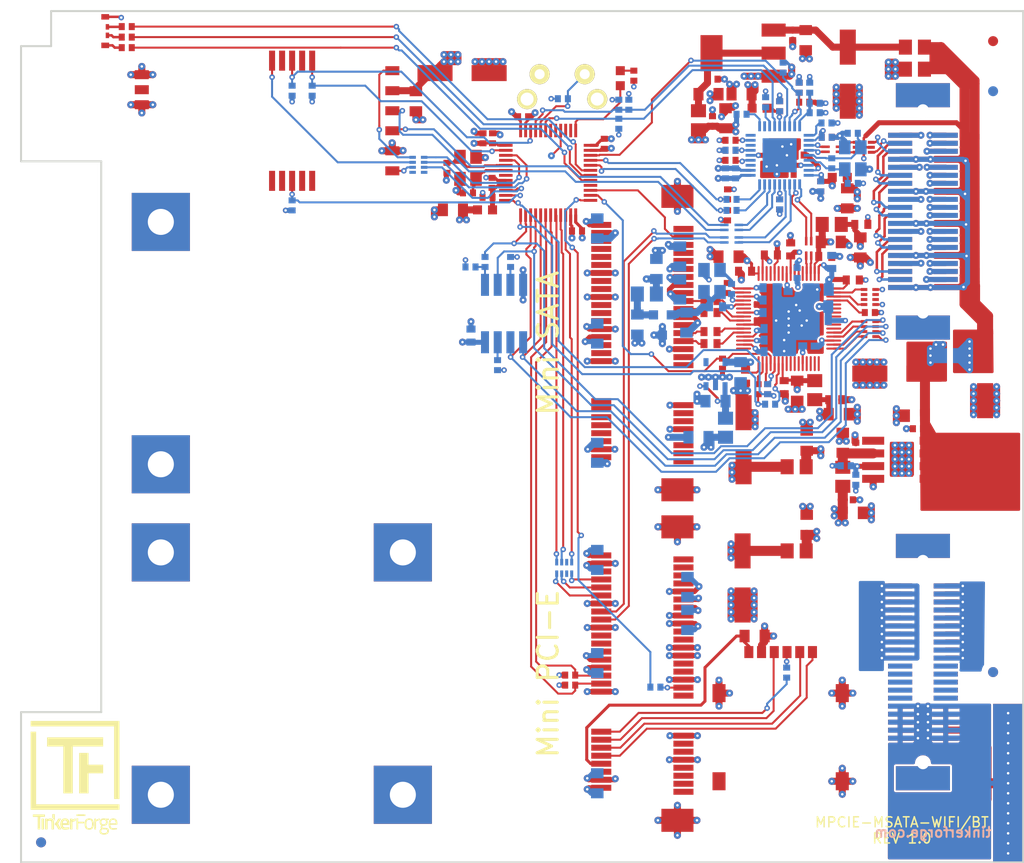
<source format=kicad_pcb>
(kicad_pcb (version 20171130) (host pcbnew 5.1.5-52549c5~84~ubuntu18.04.1)
  (layers (0 F.Cu power) (1 GND power hide) (2 VCC power hide) (31 B.Cu signal hide) (34 B.Paste user) (35 F.Paste user) (36 B.SilkS user) (37 F.SilkS user) (38 B.Mask user) (39 F.Mask user) (44 Edge.Cuts user))
  (net 0 "")
  (net 1 Earth)
  (net 2 "Net-(C101-Pad1)")
  (net 3 "Net-(C102-Pad1)")
  (net 4 "Net-(C103-Pad1)")
  (net 5 "Net-(C105-Pad1)")
  (net 6 3V3)
  (net 7 "Net-(R101-Pad1)")
  (net 8 "Net-(R104-Pad1)")
  (net 9 "Net-(R107-Pad1)")
  (net 10 "Net-(R108-Pad1)")
  (net 11 "Net-(R110-Pad2)")
  (net 12 "Net-(LED101-Pad4)")
  (net 13 "Net-(LED101-Pad2)")
  (net 14 "Net-(LED101-Pad3)")
  (net 15 "Net-(R112-Pad1)")
  (net 16 "Net-(R113-Pad1)")
  (net 17 "Net-(P101-Pad1)")
  (net 18 GND)
  (net 19 USB_RESET)
  (net 20 "Net-(C124-Pad1)")
  (net 21 "Net-(C137-Pad2)")
  (net 22 "Net-(C138-Pad2)")
  (net 23 "Net-(D102-Pad1)")
  (net 24 "Net-(D102-Pad2)")
  (net 25 "Net-(J104-Pad6)")
  (net 26 "Net-(J104-Pad4)")
  (net 27 USB_SMB_DATA)
  (net 28 USB_SMB_CLK)
  (net 29 "Net-(R114-Pad2)")
  (net 30 LEDR)
  (net 31 LEDG)
  (net 32 LEDB)
  (net 33 "Net-(C104-Pad1)")
  (net 34 "Net-(C107-Pad1)")
  (net 35 STM_USB_DM)
  (net 36 STM_USB_DP)
  (net 37 "Net-(C126-Pad1)")
  (net 38 +3.3VP)
  (net 39 "Net-(C136-Pad1)")
  (net 40 "Net-(C140-Pad1)")
  (net 41 "Net-(C144-Pad1)")
  (net 42 5V)
  (net 43 "Net-(C207-Pad1)")
  (net 44 1V8)
  (net 45 "Net-(C308-Pad2)")
  (net 46 "Net-(C310-Pad2)")
  (net 47 "Net-(C310-Pad1)")
  (net 48 "Net-(C311-Pad2)")
  (net 49 "Net-(C311-Pad1)")
  (net 50 "Net-(C312-Pad1)")
  (net 51 "Net-(C312-Pad2)")
  (net 52 "Net-(C313-Pad2)")
  (net 53 "Net-(C313-Pad1)")
  (net 54 +1.1V)
  (net 55 "Net-(C328-Pad1)")
  (net 56 "Net-(C329-Pad1)")
  (net 57 VDDA_3P3V)
  (net 58 VDD_3P3V)
  (net 59 "Net-(J104-Pad36)")
  (net 60 "Net-(J104-Pad30)")
  (net 61 "Net-(J104-Pad28)")
  (net 62 "Net-(J104-Pad22)")
  (net 63 "Net-(J104-Pad20)")
  (net 64 "Net-(J104-Pad14)")
  (net 65 "Net-(J104-Pad12)")
  (net 66 "Net-(J201-Pad10)")
  (net 67 "Net-(J201-Pad12)")
  (net 68 "Net-(J201-Pad14)")
  (net 69 "Net-(J201-Pad16)")
  (net 70 MPCIE_#DISABLE)
  (net 71 MPCIE_#RESET)
  (net 72 MPCIE_DM)
  (net 73 MPCIE_DP)
  (net 74 "Net-(J201-Pad42)")
  (net 75 "Net-(J201-Pad44)")
  (net 76 "Net-(J201-Pad46)")
  (net 77 "Net-(J201-Pad19)")
  (net 78 "Net-(J202-Pad6)")
  (net 79 MSATA_ACTIVITY_LED)
  (net 80 "Net-(L102-Pad1)")
  (net 81 "Net-(L102-Pad4)")
  (net 82 "Net-(L104-Pad1)")
  (net 83 LM813_DP)
  (net 84 LM813_DM)
  (net 85 "Net-(L104-Pad4)")
  (net 86 MSATA_DM)
  (net 87 MSATA_DP)
  (net 88 UP_USB_DM)
  (net 89 UP_USB_DP)
  (net 90 "Net-(Q301-Pad3)")
  (net 91 "Net-(R102-Pad1)")
  (net 92 "Net-(R105-Pad1)")
  (net 93 MPCIE_PPS)
  (net 94 LM813_BT_DIS)
  (net 95 LM813_WLAN_DIS)
  (net 96 LM813_EN)
  (net 97 "Net-(R301-Pad1)")
  (net 98 MSATA_RX)
  (net 99 "Net-(R302-Pad1)")
  (net 100 "Net-(R303-Pad1)")
  (net 101 MSATA_TX)
  (net 102 "Net-(R304-Pad1)")
  (net 103 "Net-(R305-Pad1)")
  (net 104 MSATA_EN)
  (net 105 "Net-(R307-Pad1)")
  (net 106 "Net-(R308-Pad2)")
  (net 107 "Net-(R308-Pad1)")
  (net 108 "Net-(R309-Pad2)")
  (net 109 "Net-(R310-Pad1)")
  (net 110 MSATA_SPI_CS)
  (net 111 "Net-(R311-Pad2)")
  (net 112 "Net-(R312-Pad2)")
  (net 113 MPCIE_LED_WPAN)
  (net 114 MPCIE_LED_WIFI)
  (net 115 MPCIE_LED_WWAN)
  (net 116 LM813_LED_BT)
  (net 117 LM813_LED_WL)
  (net 118 LM813_BT_WAKE_HOST)
  (net 119 "Net-(RP202-Pad4)")
  (net 120 "Net-(RP202-Pad3)")
  (net 121 "Net-(RP202-Pad2)")
  (net 122 "Net-(RP301-Pad5)")
  (net 123 "Net-(RP301-Pad8)")
  (net 124 MSATA_SPI_CLK)
  (net 125 MSATA_SPI_DO)
  (net 126 MSATA_SPI_DI)
  (net 127 5V-STACK)
  (net 128 PWR-VCC)
  (net 129 PWR-GND)
  (net 130 "Net-(L105-Pad3)")
  (net 131 "Net-(L105-Pad2)")
  (net 132 "Net-(R123-Pad2)")
  (net 133 "Net-(RP302-Pad8)")
  (net 134 "Net-(RP302-Pad7)")
  (net 135 "Net-(RP302-Pad6)")
  (net 136 "Net-(RP302-Pad5)")
  (net 137 "Net-(L109-Pad1)")
  (net 138 "Net-(L109-Pad4)")
  (net 139 LDO-IN)
  (net 140 "Net-(J104-Pad38)")
  (net 141 3V3-MPCIE)
  (net 142 3V3-MSATA)
  (module C0805 (layer F.Cu) (at 128.05 75.475 180)
    (fp_text reference C340)
    (fp_text value 10uF)
    (pad 1 smd rect (at -1.00076 0 180) (size 1.00076 1.24968) (layers F.Cu F.Paste F.Mask) (net 57 VDDA_3P3V) (clearance 0.14986))
    (pad 2 smd rect (at 1.00076 0 180) (size 1.00076 1.24968) (layers F.Cu F.Paste F.Mask) (net 18 GND) (clearance 0.14986))
  )
  (module ELKO_63 (layer F.Cu) (at 101.46 57.14 180)
    (fp_text reference C145)
    (fp_text value >100uF)
    (pad 1 smd rect (at 2.7 0 180) (size 3.5 1.6) (layers F.Cu F.Paste F.Mask) (net 42 5V))
    (pad 2 smd rect (at -2.7 0 180) (size 3.5 1.6) (layers F.Cu F.Paste F.Mask) (net 18 GND))
  )
  (module kicad-libraries:Fiducial_Mark (layer F.Cu) (at 59.45 133.95)
    (fp_text reference Fiducial_Mark hide)
    (fp_text value VAL** hide)
    (pad 1 smd circle (at 0 0) (size 1.00076 1.00076) (layers F.Cu F.Paste F.Mask) (clearance 0.65024))
  )
  (module kicad-libraries:Fiducial_Mark (layer B.Cu) (at 154.45 58.95)
    (fp_text reference Fiducial_Mark hide)
    (fp_text value VAL** hide)
    (pad 1 smd circle (at 0 0) (size 1.00076 1.00076) (layers B.Cu B.Paste B.Mask) (clearance 0.65024))
  )
  (module kicad-libraries:Fiducial_Mark (layer B.Cu) (at 59.45 133.95)
    (fp_text reference Fiducial_Mark hide)
    (fp_text value VAL** hide)
    (pad 1 smd circle (at 0 0) (size 1.00076 1.00076) (layers B.Cu B.Paste B.Mask) (clearance 0.65024))
  )
  (module kicad-libraries:Fiducial_Mark (layer B.Cu) (at 154.45 116.95)
    (fp_text reference Fiducial_Mark hide)
    (fp_text value VAL** hide)
    (pad 1 smd circle (at 0 0) (size 1.00076 1.00076) (layers B.Cu B.Paste B.Mask) (clearance 0.65024))
  )
  (module kicad-libraries:Fiducial_Mark (layer F.Cu) (at 154.45 116.95)
    (fp_text reference Fiducial_Mark hide)
    (fp_text value VAL** hide)
    (pad 1 smd circle (at 0 0) (size 1.00076 1.00076) (layers F.Cu F.Paste F.Mask) (clearance 0.65024))
  )
  (module kicad-libraries:Fiducial_Mark (layer F.Cu) (at 154.45 53.95)
    (fp_text reference Fiducial_Mark hide)
    (fp_text value VAL** hide)
    (pad 1 smd circle (at 0 0) (size 1.00076 1.00076) (layers F.Cu F.Paste F.Mask) (clearance 0.65024))
  )
  (module kicad-libraries:Logo_TF_10x12 (layer F.Cu) (at 62.85 127.35)
    (fp_text reference G*** hide)
    (fp_text value LOGO hide)
  )
  (module TNG-40-BTM (layer B.Cu) (at 147.45 115.95 270)
    (fp_text reference J102)
    (fp_text value TNG-Power-BTM)
    (pad MNT smd rect (at -11.6 0 270) (size 2.4 5.4) (layers B.Cu B.Paste B.Mask))
    (pad MNT smd rect (at 11.6 0 270) (size 2.4 5.4) (layers B.Cu B.Paste B.Mask))
    (pad "" np_thru_hole circle (at -10.1 0 270) (size 1.2 1.2) (drill 1.2) (layers *.Cu *.Mask))
    (pad "" np_thru_hole circle (at 10.1 0 270) (size 0.8 0.8) (drill 0.8) (layers *.Cu *.Mask))
    (pad 2 smd rect (at -7.6 2.275 270) (size 0.5 2.4) (layers B.Cu B.Paste B.Mask) (net 128 PWR-VCC))
    (pad 4 smd rect (at -6.8 2.275 270) (size 0.5 2.4) (layers B.Cu B.Paste B.Mask) (net 128 PWR-VCC))
    (pad 6 smd rect (at -6 2.275 270) (size 0.5 2.4) (layers B.Cu B.Paste B.Mask) (net 128 PWR-VCC))
    (pad 8 smd rect (at -5.2 2.275 270) (size 0.5 2.4) (layers B.Cu B.Paste B.Mask) (net 128 PWR-VCC))
    (pad 10 smd rect (at -4.4 2.275 270) (size 0.5 2.4) (layers B.Cu B.Paste B.Mask) (net 128 PWR-VCC))
    (pad 12 smd rect (at -3.6 2.275 270) (size 0.5 2.4) (layers B.Cu B.Paste B.Mask) (net 128 PWR-VCC))
    (pad 14 smd rect (at -2.8 2.275 270) (size 0.5 2.4) (layers B.Cu B.Paste B.Mask) (net 128 PWR-VCC))
    (pad 16 smd rect (at -2 2.275 270) (size 0.5 2.4) (layers B.Cu B.Paste B.Mask) (net 128 PWR-VCC))
    (pad 18 smd rect (at -1.2 2.275 270) (size 0.5 2.4) (layers B.Cu B.Paste B.Mask) (net 128 PWR-VCC))
    (pad 20 smd rect (at -0.4 2.275 270) (size 0.5 2.4) (layers B.Cu B.Paste B.Mask) (net 128 PWR-VCC))
    (pad 22 smd rect (at 0.4 2.275 270) (size 0.5 2.4) (layers B.Cu B.Paste B.Mask))
    (pad 24 smd rect (at 1.2 2.275 270) (size 0.5 2.4) (layers B.Cu B.Paste B.Mask))
    (pad 26 smd rect (at 2 2.275 270) (size 0.5 2.4) (layers B.Cu B.Paste B.Mask))
    (pad 28 smd rect (at 2.8 2.275 270) (size 0.5 2.4) (layers B.Cu B.Paste B.Mask))
    (pad 30 smd rect (at 3.6 2.275 270) (size 0.5 2.4) (layers B.Cu B.Paste B.Mask))
    (pad 32 smd rect (at 4.4 2.275 270) (size 0.5 2.4) (layers B.Cu B.Paste B.Mask) (net 1 Earth))
    (pad 34 smd rect (at 5.2 2.275 270) (size 0.5 2.4) (layers B.Cu B.Paste B.Mask) (net 1 Earth))
    (pad 36 smd rect (at 6 2.275 270) (size 0.5 2.4) (layers B.Cu B.Paste B.Mask) (net 1 Earth))
    (pad 38 smd rect (at 6.8 2.275 270) (size 0.5 2.4) (layers B.Cu B.Paste B.Mask) (net 1 Earth))
    (pad 40 smd rect (at 7.6 2.275 270) (size 0.5 2.4) (layers B.Cu B.Paste B.Mask) (net 1 Earth))
    (pad 1 smd rect (at -7.6 -2.275 270) (size 0.5 2.4) (layers B.Cu B.Paste B.Mask) (net 129 PWR-GND))
    (pad 3 smd rect (at -6.8 -2.275 270) (size 0.5 2.4) (layers B.Cu B.Paste B.Mask) (net 129 PWR-GND))
    (pad 5 smd rect (at -6 -2.275 270) (size 0.5 2.4) (layers B.Cu B.Paste B.Mask) (net 129 PWR-GND))
    (pad 7 smd rect (at -5.2 -2.275 270) (size 0.5 2.4) (layers B.Cu B.Paste B.Mask) (net 129 PWR-GND))
    (pad 9 smd rect (at -4.4 -2.275 270) (size 0.5 2.4) (layers B.Cu B.Paste B.Mask) (net 129 PWR-GND))
    (pad 11 smd rect (at -3.6 -2.275 270) (size 0.5 2.4) (layers B.Cu B.Paste B.Mask) (net 129 PWR-GND))
    (pad 13 smd rect (at -2.8 -2.275 270) (size 0.5 2.4) (layers B.Cu B.Paste B.Mask) (net 129 PWR-GND))
    (pad 15 smd rect (at -2 -2.275 270) (size 0.5 2.4) (layers B.Cu B.Paste B.Mask) (net 129 PWR-GND))
    (pad 17 smd rect (at -1.2 -2.275 270) (size 0.5 2.4) (layers B.Cu B.Paste B.Mask) (net 129 PWR-GND))
    (pad 19 smd rect (at -0.4 -2.275 270) (size 0.5 2.4) (layers B.Cu B.Paste B.Mask) (net 129 PWR-GND))
    (pad 21 smd rect (at 0.4 -2.275 270) (size 0.5 2.4) (layers B.Cu B.Paste B.Mask))
    (pad 23 smd rect (at 1.2 -2.275 270) (size 0.5 2.4) (layers B.Cu B.Paste B.Mask))
    (pad 25 smd rect (at 2 -2.275 270) (size 0.5 2.4) (layers B.Cu B.Paste B.Mask))
    (pad 27 smd rect (at 2.8 -2.275 270) (size 0.5 2.4) (layers B.Cu B.Paste B.Mask))
    (pad 29 smd rect (at 3.6 -2.275 270) (size 0.5 2.4) (layers B.Cu B.Paste B.Mask))
    (pad 31 smd rect (at 4.4 -2.275 270) (size 0.5 2.4) (layers B.Cu B.Paste B.Mask) (net 1 Earth))
    (pad 33 smd rect (at 5.2 -2.275 270) (size 0.5 2.4) (layers B.Cu B.Paste B.Mask) (net 1 Earth))
    (pad 35 smd rect (at 6 -2.275 270) (size 0.5 2.4) (layers B.Cu B.Paste B.Mask) (net 1 Earth))
    (pad 37 smd rect (at 6.8 -2.275 270) (size 0.5 2.4) (layers B.Cu B.Paste B.Mask) (net 1 Earth))
    (pad 39 smd rect (at 7.6 -2.275 270) (size 0.5 2.4) (layers B.Cu B.Paste B.Mask) (net 1 Earth))
  )
  (module TNG-40-TOP (layer F.Cu) (at 147.45 115.95 270)
    (fp_text reference J103)
    (fp_text value TNG-Power-TOP)
    (pad MNT smd rect (at -11.6 0 270) (size 2.4 5.4) (layers F.Cu F.Paste F.Mask))
    (pad MNT smd rect (at 11.6 0 270) (size 2.4 5.4) (layers F.Cu F.Paste F.Mask))
    (pad "" np_thru_hole circle (at -10.1 0 270) (size 0.8 0.8) (drill 0.8) (layers *.Cu *.Mask))
    (pad "" np_thru_hole circle (at 10.1 0 270) (size 1.2 1.2) (drill 1.2) (layers *.Cu *.Mask))
    (pad 2 smd rect (at -7.6 -2.275 270) (size 0.5 2.4) (layers F.Cu F.Paste F.Mask) (net 129 PWR-GND))
    (pad 4 smd rect (at -6.8 -2.275 270) (size 0.5 2.4) (layers F.Cu F.Paste F.Mask) (net 129 PWR-GND))
    (pad 6 smd rect (at -6 -2.275 270) (size 0.5 2.4) (layers F.Cu F.Paste F.Mask) (net 129 PWR-GND))
    (pad 8 smd rect (at -5.2 -2.275 270) (size 0.5 2.4) (layers F.Cu F.Paste F.Mask) (net 129 PWR-GND))
    (pad 10 smd rect (at -4.4 -2.275 270) (size 0.5 2.4) (layers F.Cu F.Paste F.Mask) (net 129 PWR-GND))
    (pad 12 smd rect (at -3.6 -2.275 270) (size 0.5 2.4) (layers F.Cu F.Paste F.Mask) (net 129 PWR-GND))
    (pad 14 smd rect (at -2.8 -2.275 270) (size 0.5 2.4) (layers F.Cu F.Paste F.Mask) (net 129 PWR-GND))
    (pad 16 smd rect (at -2 -2.275 270) (size 0.5 2.4) (layers F.Cu F.Paste F.Mask) (net 129 PWR-GND))
    (pad 18 smd rect (at -1.2 -2.275 270) (size 0.5 2.4) (layers F.Cu F.Paste F.Mask) (net 129 PWR-GND))
    (pad 20 smd rect (at -0.4 -2.275 270) (size 0.5 2.4) (layers F.Cu F.Paste F.Mask) (net 129 PWR-GND))
    (pad 22 smd rect (at 0.4 -2.275 270) (size 0.5 2.4) (layers F.Cu F.Paste F.Mask))
    (pad 24 smd rect (at 1.2 -2.275 270) (size 0.5 2.4) (layers F.Cu F.Paste F.Mask))
    (pad 26 smd rect (at 2 -2.275 270) (size 0.5 2.4) (layers F.Cu F.Paste F.Mask))
    (pad 28 smd rect (at 2.8 -2.275 270) (size 0.5 2.4) (layers F.Cu F.Paste F.Mask))
    (pad 30 smd rect (at 3.6 -2.275 270) (size 0.5 2.4) (layers F.Cu F.Paste F.Mask))
    (pad 32 smd rect (at 4.4 -2.275 270) (size 0.5 2.4) (layers F.Cu F.Paste F.Mask) (net 1 Earth))
    (pad 34 smd rect (at 5.2 -2.275 270) (size 0.5 2.4) (layers F.Cu F.Paste F.Mask) (net 1 Earth))
    (pad 36 smd rect (at 6 -2.275 270) (size 0.5 2.4) (layers F.Cu F.Paste F.Mask) (net 1 Earth))
    (pad 38 smd rect (at 6.8 -2.275 270) (size 0.5 2.4) (layers F.Cu F.Paste F.Mask) (net 1 Earth))
    (pad 40 smd rect (at 7.6 -2.275 270) (size 0.5 2.4) (layers F.Cu F.Paste F.Mask) (net 1 Earth))
    (pad 1 smd rect (at -7.6 2.275 270) (size 0.5 2.4) (layers F.Cu F.Paste F.Mask) (net 128 PWR-VCC))
    (pad 3 smd rect (at -6.8 2.275 270) (size 0.5 2.4) (layers F.Cu F.Paste F.Mask) (net 128 PWR-VCC))
    (pad 5 smd rect (at -6 2.275 270) (size 0.5 2.4) (layers F.Cu F.Paste F.Mask) (net 128 PWR-VCC))
    (pad 7 smd rect (at -5.2 2.275 270) (size 0.5 2.4) (layers F.Cu F.Paste F.Mask) (net 128 PWR-VCC))
    (pad 9 smd rect (at -4.4 2.275 270) (size 0.5 2.4) (layers F.Cu F.Paste F.Mask) (net 128 PWR-VCC))
    (pad 11 smd rect (at -3.6 2.275 270) (size 0.5 2.4) (layers F.Cu F.Paste F.Mask) (net 128 PWR-VCC))
    (pad 13 smd rect (at -2.8 2.275 270) (size 0.5 2.4) (layers F.Cu F.Paste F.Mask) (net 128 PWR-VCC))
    (pad 15 smd rect (at -2 2.275 270) (size 0.5 2.4) (layers F.Cu F.Paste F.Mask) (net 128 PWR-VCC))
    (pad 17 smd rect (at -1.2 2.275 270) (size 0.5 2.4) (layers F.Cu F.Paste F.Mask) (net 128 PWR-VCC))
    (pad 19 smd rect (at -0.4 2.275 270) (size 0.5 2.4) (layers F.Cu F.Paste F.Mask) (net 128 PWR-VCC))
    (pad 21 smd rect (at 0.4 2.275 270) (size 0.5 2.4) (layers F.Cu F.Paste F.Mask))
    (pad 23 smd rect (at 1.2 2.275 270) (size 0.5 2.4) (layers F.Cu F.Paste F.Mask))
    (pad 25 smd rect (at 2 2.275 270) (size 0.5 2.4) (layers F.Cu F.Paste F.Mask))
    (pad 27 smd rect (at 2.8 2.275 270) (size 0.5 2.4) (layers F.Cu F.Paste F.Mask))
    (pad 29 smd rect (at 3.6 2.275 270) (size 0.5 2.4) (layers F.Cu F.Paste F.Mask))
    (pad 31 smd rect (at 4.4 2.275 270) (size 0.5 2.4) (layers F.Cu F.Paste F.Mask) (net 1 Earth))
    (pad 33 smd rect (at 5.2 2.275 270) (size 0.5 2.4) (layers F.Cu F.Paste F.Mask) (net 1 Earth))
    (pad 35 smd rect (at 6 2.275 270) (size 0.5 2.4) (layers F.Cu F.Paste F.Mask) (net 1 Earth))
    (pad 37 smd rect (at 6.8 2.275 270) (size 0.5 2.4) (layers F.Cu F.Paste F.Mask) (net 1 Earth))
    (pad 39 smd rect (at 7.6 2.275 270) (size 0.5 2.4) (layers F.Cu F.Paste F.Mask) (net 1 Earth))
  )
  (module TNG-40-BTM (layer B.Cu) (at 147.45 70.95 270)
    (fp_text reference J104)
    (fp_text value TNG-Data-BTM)
    (pad 39 smd rect (at 7.6 -2.275 270) (size 0.5 2.4) (layers B.Cu B.Paste B.Mask) (net 127 5V-STACK))
    (pad 37 smd rect (at 6.8 -2.275 270) (size 0.5 2.4) (layers B.Cu B.Paste B.Mask) (net 18 GND))
    (pad 35 smd rect (at 6 -2.275 270) (size 0.5 2.4) (layers B.Cu B.Paste B.Mask) (net 18 GND))
    (pad 33 smd rect (at 5.2 -2.275 270) (size 0.5 2.4) (layers B.Cu B.Paste B.Mask) (net 18 GND))
    (pad 31 smd rect (at 4.4 -2.275 270) (size 0.5 2.4) (layers B.Cu B.Paste B.Mask) (net 127 5V-STACK))
    (pad 29 smd rect (at 3.6 -2.275 270) (size 0.5 2.4) (layers B.Cu B.Paste B.Mask) (net 18 GND))
    (pad 27 smd rect (at 2.8 -2.275 270) (size 0.5 2.4) (layers B.Cu B.Paste B.Mask) (net 18 GND))
    (pad 25 smd rect (at 2 -2.275 270) (size 0.5 2.4) (layers B.Cu B.Paste B.Mask) (net 18 GND))
    (pad 23 smd rect (at 1.2 -2.275 270) (size 0.5 2.4) (layers B.Cu B.Paste B.Mask) (net 127 5V-STACK))
    (pad 21 smd rect (at 0.4 -2.275 270) (size 0.5 2.4) (layers B.Cu B.Paste B.Mask) (net 18 GND))
    (pad 19 smd rect (at -0.4 -2.275 270) (size 0.5 2.4) (layers B.Cu B.Paste B.Mask) (net 18 GND))
    (pad 17 smd rect (at -1.2 -2.275 270) (size 0.5 2.4) (layers B.Cu B.Paste B.Mask) (net 18 GND))
    (pad 15 smd rect (at -2 -2.275 270) (size 0.5 2.4) (layers B.Cu B.Paste B.Mask) (net 127 5V-STACK))
    (pad 13 smd rect (at -2.8 -2.275 270) (size 0.5 2.4) (layers B.Cu B.Paste B.Mask) (net 18 GND))
    (pad 11 smd rect (at -3.6 -2.275 270) (size 0.5 2.4) (layers B.Cu B.Paste B.Mask) (net 18 GND))
    (pad 9 smd rect (at -4.4 -2.275 270) (size 0.5 2.4) (layers B.Cu B.Paste B.Mask) (net 18 GND))
    (pad 7 smd rect (at -5.2 -2.275 270) (size 0.5 2.4) (layers B.Cu B.Paste B.Mask) (net 127 5V-STACK))
    (pad 5 smd rect (at -6 -2.275 270) (size 0.5 2.4) (layers B.Cu B.Paste B.Mask) (net 18 GND))
    (pad 3 smd rect (at -6.8 -2.275 270) (size 0.5 2.4) (layers B.Cu B.Paste B.Mask) (net 18 GND))
    (pad 1 smd rect (at -7.6 -2.275 270) (size 0.5 2.4) (layers B.Cu B.Paste B.Mask) (net 18 GND))
    (pad 40 smd rect (at 7.6 2.275 270) (size 0.5 2.4) (layers B.Cu B.Paste B.Mask) (net 127 5V-STACK))
    (pad 38 smd rect (at 6.8 2.275 270) (size 0.5 2.4) (layers B.Cu B.Paste B.Mask) (net 140 "Net-(J104-Pad38)"))
    (pad 36 smd rect (at 6 2.275 270) (size 0.5 2.4) (layers B.Cu B.Paste B.Mask) (net 59 "Net-(J104-Pad36)"))
    (pad 34 smd rect (at 5.2 2.275 270) (size 0.5 2.4) (layers B.Cu B.Paste B.Mask) (net 18 GND))
    (pad 32 smd rect (at 4.4 2.275 270) (size 0.5 2.4) (layers B.Cu B.Paste B.Mask) (net 127 5V-STACK))
    (pad 30 smd rect (at 3.6 2.275 270) (size 0.5 2.4) (layers B.Cu B.Paste B.Mask) (net 60 "Net-(J104-Pad30)"))
    (pad 28 smd rect (at 2.8 2.275 270) (size 0.5 2.4) (layers B.Cu B.Paste B.Mask) (net 61 "Net-(J104-Pad28)"))
    (pad 26 smd rect (at 2 2.275 270) (size 0.5 2.4) (layers B.Cu B.Paste B.Mask) (net 18 GND))
    (pad 24 smd rect (at 1.2 2.275 270) (size 0.5 2.4) (layers B.Cu B.Paste B.Mask) (net 127 5V-STACK))
    (pad 22 smd rect (at 0.4 2.275 270) (size 0.5 2.4) (layers B.Cu B.Paste B.Mask) (net 62 "Net-(J104-Pad22)"))
    (pad 20 smd rect (at -0.4 2.275 270) (size 0.5 2.4) (layers B.Cu B.Paste B.Mask) (net 63 "Net-(J104-Pad20)"))
    (pad 18 smd rect (at -1.2 2.275 270) (size 0.5 2.4) (layers B.Cu B.Paste B.Mask) (net 18 GND))
    (pad 16 smd rect (at -2 2.275 270) (size 0.5 2.4) (layers B.Cu B.Paste B.Mask) (net 127 5V-STACK))
    (pad 14 smd rect (at -2.8 2.275 270) (size 0.5 2.4) (layers B.Cu B.Paste B.Mask) (net 64 "Net-(J104-Pad14)"))
    (pad 12 smd rect (at -3.6 2.275 270) (size 0.5 2.4) (layers B.Cu B.Paste B.Mask) (net 65 "Net-(J104-Pad12)"))
    (pad 10 smd rect (at -4.4 2.275 270) (size 0.5 2.4) (layers B.Cu B.Paste B.Mask) (net 18 GND))
    (pad 8 smd rect (at -5.2 2.275 270) (size 0.5 2.4) (layers B.Cu B.Paste B.Mask) (net 127 5V-STACK))
    (pad 6 smd rect (at -6 2.275 270) (size 0.5 2.4) (layers B.Cu B.Paste B.Mask) (net 25 "Net-(J104-Pad6)"))
    (pad 4 smd rect (at -6.8 2.275 270) (size 0.5 2.4) (layers B.Cu B.Paste B.Mask) (net 26 "Net-(J104-Pad4)"))
    (pad 2 smd rect (at -7.6 2.275 270) (size 0.5 2.4) (layers B.Cu B.Paste B.Mask) (net 18 GND))
    (pad "" np_thru_hole circle (at 10.1 0 270) (size 0.8 0.8) (drill 0.8) (layers *.Cu *.Mask))
    (pad "" np_thru_hole circle (at -10.1 0 270) (size 1.2 1.2) (drill 1.2) (layers *.Cu *.Mask))
    (pad MNT smd rect (at 11.6 0 270) (size 2.4 5.4) (layers B.Cu B.Paste B.Mask))
    (pad MNT smd rect (at -11.6 0 270) (size 2.4 5.4) (layers B.Cu B.Paste B.Mask))
  )
  (module TNG-40-TOP (layer F.Cu) (at 147.45 70.95 270)
    (fp_text reference J105)
    (fp_text value TNG-Data-TOP)
    (pad 39 smd rect (at 7.6 2.275 270) (size 0.5 2.4) (layers F.Cu F.Paste F.Mask) (net 127 5V-STACK))
    (pad 37 smd rect (at 6.8 2.275 270) (size 0.5 2.4) (layers F.Cu F.Paste F.Mask))
    (pad 35 smd rect (at 6 2.275 270) (size 0.5 2.4) (layers F.Cu F.Paste F.Mask))
    (pad 33 smd rect (at 5.2 2.275 270) (size 0.5 2.4) (layers F.Cu F.Paste F.Mask) (net 18 GND))
    (pad 31 smd rect (at 4.4 2.275 270) (size 0.5 2.4) (layers F.Cu F.Paste F.Mask) (net 127 5V-STACK))
    (pad 29 smd rect (at 3.6 2.275 270) (size 0.5 2.4) (layers F.Cu F.Paste F.Mask) (net 140 "Net-(J104-Pad38)"))
    (pad 27 smd rect (at 2.8 2.275 270) (size 0.5 2.4) (layers F.Cu F.Paste F.Mask) (net 59 "Net-(J104-Pad36)"))
    (pad 25 smd rect (at 2 2.275 270) (size 0.5 2.4) (layers F.Cu F.Paste F.Mask) (net 18 GND))
    (pad 23 smd rect (at 1.2 2.275 270) (size 0.5 2.4) (layers F.Cu F.Paste F.Mask) (net 127 5V-STACK))
    (pad 21 smd rect (at 0.4 2.275 270) (size 0.5 2.4) (layers F.Cu F.Paste F.Mask) (net 60 "Net-(J104-Pad30)"))
    (pad 19 smd rect (at -0.4 2.275 270) (size 0.5 2.4) (layers F.Cu F.Paste F.Mask) (net 61 "Net-(J104-Pad28)"))
    (pad 17 smd rect (at -1.2 2.275 270) (size 0.5 2.4) (layers F.Cu F.Paste F.Mask) (net 18 GND))
    (pad 15 smd rect (at -2 2.275 270) (size 0.5 2.4) (layers F.Cu F.Paste F.Mask) (net 127 5V-STACK))
    (pad 13 smd rect (at -2.8 2.275 270) (size 0.5 2.4) (layers F.Cu F.Paste F.Mask) (net 62 "Net-(J104-Pad22)"))
    (pad 11 smd rect (at -3.6 2.275 270) (size 0.5 2.4) (layers F.Cu F.Paste F.Mask) (net 63 "Net-(J104-Pad20)"))
    (pad 9 smd rect (at -4.4 2.275 270) (size 0.5 2.4) (layers F.Cu F.Paste F.Mask) (net 18 GND))
    (pad 7 smd rect (at -5.2 2.275 270) (size 0.5 2.4) (layers F.Cu F.Paste F.Mask) (net 127 5V-STACK))
    (pad 5 smd rect (at -6 2.275 270) (size 0.5 2.4) (layers F.Cu F.Paste F.Mask) (net 64 "Net-(J104-Pad14)"))
    (pad 3 smd rect (at -6.8 2.275 270) (size 0.5 2.4) (layers F.Cu F.Paste F.Mask) (net 65 "Net-(J104-Pad12)"))
    (pad 1 smd rect (at -7.6 2.275 270) (size 0.5 2.4) (layers F.Cu F.Paste F.Mask) (net 18 GND))
    (pad 40 smd rect (at 7.6 -2.275 270) (size 0.5 2.4) (layers F.Cu F.Paste F.Mask) (net 127 5V-STACK))
    (pad 38 smd rect (at 6.8 -2.275 270) (size 0.5 2.4) (layers F.Cu F.Paste F.Mask) (net 18 GND))
    (pad 36 smd rect (at 6 -2.275 270) (size 0.5 2.4) (layers F.Cu F.Paste F.Mask) (net 18 GND))
    (pad 34 smd rect (at 5.2 -2.275 270) (size 0.5 2.4) (layers F.Cu F.Paste F.Mask) (net 18 GND))
    (pad 32 smd rect (at 4.4 -2.275 270) (size 0.5 2.4) (layers F.Cu F.Paste F.Mask) (net 127 5V-STACK))
    (pad 30 smd rect (at 3.6 -2.275 270) (size 0.5 2.4) (layers F.Cu F.Paste F.Mask) (net 18 GND))
    (pad 28 smd rect (at 2.8 -2.275 270) (size 0.5 2.4) (layers F.Cu F.Paste F.Mask) (net 18 GND))
    (pad 26 smd rect (at 2 -2.275 270) (size 0.5 2.4) (layers F.Cu F.Paste F.Mask) (net 18 GND))
    (pad 24 smd rect (at 1.2 -2.275 270) (size 0.5 2.4) (layers F.Cu F.Paste F.Mask) (net 127 5V-STACK))
    (pad 22 smd rect (at 0.4 -2.275 270) (size 0.5 2.4) (layers F.Cu F.Paste F.Mask) (net 18 GND))
    (pad 20 smd rect (at -0.4 -2.275 270) (size 0.5 2.4) (layers F.Cu F.Paste F.Mask) (net 18 GND))
    (pad 18 smd rect (at -1.2 -2.275 270) (size 0.5 2.4) (layers F.Cu F.Paste F.Mask) (net 18 GND))
    (pad 16 smd rect (at -2 -2.275 270) (size 0.5 2.4) (layers F.Cu F.Paste F.Mask) (net 127 5V-STACK))
    (pad 14 smd rect (at -2.8 -2.275 270) (size 0.5 2.4) (layers F.Cu F.Paste F.Mask) (net 18 GND))
    (pad 12 smd rect (at -3.6 -2.275 270) (size 0.5 2.4) (layers F.Cu F.Paste F.Mask) (net 18 GND))
    (pad 10 smd rect (at -4.4 -2.275 270) (size 0.5 2.4) (layers F.Cu F.Paste F.Mask) (net 18 GND))
    (pad 8 smd rect (at -5.2 -2.275 270) (size 0.5 2.4) (layers F.Cu F.Paste F.Mask) (net 127 5V-STACK))
    (pad 6 smd rect (at -6 -2.275 270) (size 0.5 2.4) (layers F.Cu F.Paste F.Mask) (net 18 GND))
    (pad 4 smd rect (at -6.8 -2.275 270) (size 0.5 2.4) (layers F.Cu F.Paste F.Mask) (net 18 GND))
    (pad 2 smd rect (at -7.6 -2.275 270) (size 0.5 2.4) (layers F.Cu F.Paste F.Mask) (net 18 GND))
    (pad "" np_thru_hole circle (at 10.1 0 270) (size 1.2 1.2) (drill 1.2) (layers *.Cu *.Mask))
    (pad "" np_thru_hole circle (at -10.1 0 270) (size 0.8 0.8) (drill 0.8) (layers *.Cu *.Mask))
    (pad MNT smd rect (at 11.6 0 270) (size 2.4 5.4) (layers F.Cu F.Paste F.Mask))
    (pad MNT smd rect (at -11.6 0 270) (size 2.4 5.4) (layers F.Cu F.Paste F.Mask))
  )
  (module kicad-libraries:PE_Hook (layer F.Cu) (at 155.95 128.05)
    (fp_text reference P102)
    (fp_text value PE)
    (pad 1 smd rect (at 0 0) (size 3 15.85) (layers F.Cu F.Paste F.Mask) (net 1 Earth))
    (pad 1 smd rect (at 0 0) (size 3 15.85) (layers B.Cu B.Paste B.Mask) (net 1 Earth))
  )
  (module R0402F (layer F.Cu) (at 68 54.6 180)
    (fp_text reference R115)
    (fp_text value 0)
    (pad 2 smd rect (at 0.5 0 180) (size 0.6 0.7) (layers F.Cu F.Paste F.Mask) (net 12 "Net-(LED101-Pad4)"))
    (pad 1 smd rect (at -0.5 0 180) (size 0.6 0.7) (layers F.Cu F.Paste F.Mask) (net 30 LEDR))
  )
  (module R0402F (layer F.Cu) (at 68 53.55 180)
    (fp_text reference R119)
    (fp_text value 0)
    (pad 1 smd rect (at -0.5 0 180) (size 0.6 0.7) (layers F.Cu F.Paste F.Mask) (net 31 LEDG))
    (pad 2 smd rect (at 0.5 0 180) (size 0.6 0.7) (layers F.Cu F.Paste F.Mask) (net 14 "Net-(LED101-Pad3)"))
  )
  (module R0402F (layer F.Cu) (at 68 52.5 180)
    (fp_text reference R120)
    (fp_text value 56)
    (pad 2 smd rect (at 0.5 0 180) (size 0.6 0.7) (layers F.Cu F.Paste F.Mask) (net 13 "Net-(LED101-Pad2)"))
    (pad 1 smd rect (at -0.5 0 180) (size 0.6 0.7) (layers F.Cu F.Paste F.Mask) (net 32 LEDB))
  )
  (module kicad-libraries:TACT-6MM-HOR (layer F.Cu) (at 111.45 57.25)
    (fp_text reference SW101)
    (fp_text value BOOT)
    (pad "" thru_hole circle (at -3.5 2.49) (size 2 2) (drill 1.3) (layers *.Cu *.Mask F.SilkS))
    (pad "" thru_hole circle (at 3.5 2.49) (size 2 2) (drill 1.3) (layers *.Cu *.Mask F.SilkS))
    (pad 1 thru_hole circle (at -2.25 0) (size 2 2) (drill 1) (layers *.Cu *.Mask F.SilkS) (net 6 3V3))
    (pad 2 thru_hole circle (at 2.25 0) (size 2 2) (drill 1) (layers *.Cu *.Mask F.SilkS) (net 29 "Net-(R114-Pad2)"))
  )
  (module LED-RGB-LP (layer F.Cu) (at 65.85 52.95 90)
    (fp_text reference LED101)
    (fp_text value EASV3015RGBA0)
    (pad "" np_thru_hole circle (at 0 -2.4 90) (size 1.5 1.5) (drill 1.5) (layers *.Cu *.Mask))
    (pad 1 smd rect (at 1.425 0 90) (size 0.55 0.78) (layers F.Cu F.Paste F.Mask) (net 6 3V3))
    (pad 4 smd rect (at -1.425 0 90) (size 0.55 0.78) (layers F.Cu F.Paste F.Mask) (net 12 "Net-(LED101-Pad4)"))
    (pad 2 smd rect (at 0.425 0.22 90) (size 0.55 0.34) (layers F.Cu F.Paste F.Mask) (net 13 "Net-(LED101-Pad2)"))
    (pad 3 smd rect (at -0.425 0.22 90) (size 0.55 0.34) (layers F.Cu F.Paste F.Mask) (net 14 "Net-(LED101-Pad3)"))
  )
  (module C0402F (layer B.Cu) (at 128.25 64.85 180)
    (fp_text reference C103)
    (fp_text value 100nF)
    (pad 1 smd rect (at -0.5 0 180) (size 0.6 0.7) (layers B.Cu B.Paste B.Mask) (net 4 "Net-(C103-Pad1)"))
    (pad 2 smd rect (at 0.5 0 180) (size 0.6 0.7) (layers B.Cu B.Paste B.Mask) (net 18 GND))
  )
  (module C0402F (layer F.Cu) (at 134.05 66.35 180)
    (fp_text reference C104)
    (fp_text value 100nF)
    (pad 1 smd rect (at -0.5 0 180) (size 0.6 0.7) (layers F.Cu F.Paste F.Mask) (net 33 "Net-(C104-Pad1)"))
    (pad 2 smd rect (at 0.5 0 180) (size 0.6 0.7) (layers F.Cu F.Paste F.Mask) (net 18 GND))
  )
  (module C0402F (layer F.Cu) (at 132.25 65.35)
    (fp_text reference C105)
    (fp_text value 100nF)
    (pad 1 smd rect (at -0.5 0) (size 0.6 0.7) (layers F.Cu F.Paste F.Mask) (net 5 "Net-(C105-Pad1)"))
    (pad 2 smd rect (at 0.5 0) (size 0.6 0.7) (layers F.Cu F.Paste F.Mask) (net 18 GND))
  )
  (module C0402F (layer B.Cu) (at 133.15 60.45 90)
    (fp_text reference C106)
    (fp_text value 100nF)
    (pad 2 smd rect (at 0.5 0 90) (size 0.6 0.7) (layers B.Cu B.Paste B.Mask) (net 18 GND))
    (pad 1 smd rect (at -0.5 0 90) (size 0.6 0.7) (layers B.Cu B.Paste B.Mask) (net 4 "Net-(C103-Pad1)"))
  )
  (module C0402F (layer B.Cu) (at 133.15 70.25 270)
    (fp_text reference C107)
    (fp_text value 100nF)
    (pad 1 smd rect (at -0.5 0 270) (size 0.6 0.7) (layers B.Cu B.Paste B.Mask) (net 34 "Net-(C107-Pad1)"))
    (pad 2 smd rect (at 0.5 0 270) (size 0.6 0.7) (layers B.Cu B.Paste B.Mask) (net 18 GND))
  )
  (module C0402F (layer F.Cu) (at 134.05 67.25 180)
    (fp_text reference C108)
    (fp_text value 1uF)
    (pad 2 smd rect (at 0.5 0 180) (size 0.6 0.7) (layers F.Cu F.Paste F.Mask) (net 18 GND))
    (pad 1 smd rect (at -0.5 0 180) (size 0.6 0.7) (layers F.Cu F.Paste F.Mask) (net 33 "Net-(C104-Pad1)"))
  )
  (module C0402F (layer F.Cu) (at 132.25 64.45)
    (fp_text reference C109)
    (fp_text value 1uF)
    (pad 2 smd rect (at 0.5 0) (size 0.6 0.7) (layers F.Cu F.Paste F.Mask) (net 18 GND))
    (pad 1 smd rect (at -0.5 0) (size 0.6 0.7) (layers F.Cu F.Paste F.Mask) (net 5 "Net-(C105-Pad1)"))
  )
  (module C0402F (layer B.Cu) (at 128.75 67.15 90)
    (fp_text reference C110)
    (fp_text value 100nF)
    (pad 1 smd rect (at -0.5 0 90) (size 0.6 0.7) (layers B.Cu B.Paste B.Mask) (net 34 "Net-(C107-Pad1)"))
    (pad 2 smd rect (at 0.5 0 90) (size 0.6 0.7) (layers B.Cu B.Paste B.Mask) (net 18 GND))
  )
  (module C0402F (layer F.Cu) (at 128.25 64.85 180)
    (fp_text reference C111)
    (fp_text value 1uF)
    (pad 1 smd rect (at -0.5 0 180) (size 0.6 0.7) (layers F.Cu F.Paste F.Mask) (net 4 "Net-(C103-Pad1)"))
    (pad 2 smd rect (at 0.5 0 180) (size 0.6 0.7) (layers F.Cu F.Paste F.Mask) (net 18 GND))
  )
  (module C0402F (layer B.Cu) (at 137.85 63.55)
    (fp_text reference C112)
    (fp_text value 100nF)
    (pad 1 smd rect (at -0.5 0) (size 0.6 0.7) (layers B.Cu B.Paste B.Mask) (net 34 "Net-(C107-Pad1)"))
    (pad 2 smd rect (at 0.5 0) (size 0.6 0.7) (layers B.Cu B.Paste B.Mask) (net 18 GND))
  )
  (module C0402F (layer F.Cu) (at 133.15 60.45 90)
    (fp_text reference C113)
    (fp_text value 1uF)
    (pad 2 smd rect (at 0.5 0 90) (size 0.6 0.7) (layers F.Cu F.Paste F.Mask) (net 18 GND))
    (pad 1 smd rect (at -0.5 0 90) (size 0.6 0.7) (layers F.Cu F.Paste F.Mask) (net 4 "Net-(C103-Pad1)"))
  )
  (module C0402F (layer B.Cu) (at 137.25 68.45 270)
    (fp_text reference C114)
    (fp_text value 100nF)
    (pad 2 smd rect (at 0.5 0 270) (size 0.6 0.7) (layers B.Cu B.Paste B.Mask) (net 18 GND))
    (pad 1 smd rect (at -0.5 0 270) (size 0.6 0.7) (layers B.Cu B.Paste B.Mask) (net 34 "Net-(C107-Pad1)"))
  )
  (module C0402F (layer F.Cu) (at 133.15 70.25 270)
    (fp_text reference C115)
    (fp_text value 1uF)
    (pad 1 smd rect (at -0.5 0 270) (size 0.6 0.7) (layers F.Cu F.Paste F.Mask) (net 34 "Net-(C107-Pad1)"))
    (pad 2 smd rect (at 0.5 0 270) (size 0.6 0.7) (layers F.Cu F.Paste F.Mask) (net 18 GND))
  )
  (module C0805 (layer F.Cu) (at 129.35 59.25 180)
    (fp_text reference C116)
    (fp_text value 10uF)
    (pad 2 smd rect (at 1.00076 0 180) (size 1.00076 1.24968) (layers F.Cu F.Paste F.Mask) (net 18 GND) (clearance 0.14986))
    (pad 1 smd rect (at -1.00076 0 180) (size 1.00076 1.24968) (layers F.Cu F.Paste F.Mask) (net 6 3V3) (clearance 0.14986))
  )
  (module C0402F (layer B.Cu) (at 133.5 56.6 90)
    (fp_text reference C117)
    (fp_text value 100nF)
    (pad 2 smd rect (at 0.5 0 90) (size 0.6 0.7) (layers B.Cu B.Paste B.Mask) (net 18 GND))
    (pad 1 smd rect (at -0.5 0 90) (size 0.6 0.7) (layers B.Cu B.Paste B.Mask) (net 19 USB_RESET))
  )
  (module C0402F (layer B.Cu) (at 127.75 67.15 90)
    (fp_text reference C118)
    (fp_text value 1uF)
    (pad 2 smd rect (at 0.5 0 90) (size 0.6 0.7) (layers B.Cu B.Paste B.Mask) (net 18 GND))
    (pad 1 smd rect (at -0.5 0 90) (size 0.6 0.7) (layers B.Cu B.Paste B.Mask) (net 34 "Net-(C107-Pad1)"))
  )
  (module C0402F (layer F.Cu) (at 137.85 63.55)
    (fp_text reference C119)
    (fp_text value 1uF)
    (pad 1 smd rect (at -0.5 0) (size 0.6 0.7) (layers F.Cu F.Paste F.Mask) (net 34 "Net-(C107-Pad1)"))
    (pad 2 smd rect (at 0.5 0) (size 0.6 0.7) (layers F.Cu F.Paste F.Mask) (net 18 GND))
  )
  (module C0402F (layer F.Cu) (at 137.25 68.45 270)
    (fp_text reference C120)
    (fp_text value 1uF)
    (pad 2 smd rect (at 0.5 0 270) (size 0.6 0.7) (layers F.Cu F.Paste F.Mask) (net 18 GND))
    (pad 1 smd rect (at -0.5 0 270) (size 0.6 0.7) (layers F.Cu F.Paste F.Mask) (net 34 "Net-(C107-Pad1)"))
  )
  (module C0402F (layer F.Cu) (at 127.95 71.35 270)
    (fp_text reference C121)
    (fp_text value TBD/47pF)
    (pad 2 smd rect (at 0.5 0 270) (size 0.6 0.7) (layers F.Cu F.Paste F.Mask) (net 18 GND))
    (pad 1 smd rect (at -0.5 0 270) (size 0.6 0.7) (layers F.Cu F.Paste F.Mask) (net 35 STM_USB_DM))
  )
  (module C0402F (layer F.Cu) (at 127.95 69.25 90)
    (fp_text reference C122)
    (fp_text value TBD/47pF)
    (pad 1 smd rect (at -0.5 0 90) (size 0.6 0.7) (layers F.Cu F.Paste F.Mask) (net 36 STM_USB_DP))
    (pad 2 smd rect (at 0.5 0 90) (size 0.6 0.7) (layers F.Cu F.Paste F.Mask) (net 18 GND))
  )
  (module C0402F (layer F.Cu) (at 103.55 63.65 90)
    (fp_text reference C123)
    (fp_text value 1uF)
    (pad 2 smd rect (at 0.5 0 90) (size 0.6 0.7) (layers F.Cu F.Paste F.Mask) (net 18 GND))
    (pad 1 smd rect (at -0.5 0 90) (size 0.6 0.7) (layers F.Cu F.Paste F.Mask) (net 6 3V3))
  )
  (module C0402F (layer F.Cu) (at 104 69.55 180)
    (fp_text reference C124)
    (fp_text value 1uF)
    (pad 2 smd rect (at 0.5 0 180) (size 0.6 0.7) (layers F.Cu F.Paste F.Mask) (net 18 GND))
    (pad 1 smd rect (at -0.5 0 180) (size 0.6 0.7) (layers F.Cu F.Paste F.Mask) (net 20 "Net-(C124-Pad1)"))
  )
  (module C0805 (layer F.Cu) (at 139.9 69.65 270)
    (fp_text reference C125)
    (fp_text value 10uF)
    (pad 1 smd rect (at -1.00076 0 270) (size 1.00076 1.24968) (layers F.Cu F.Paste F.Mask) (net 6 3V3) (clearance 0.14986))
    (pad 2 smd rect (at 1.00076 0 270) (size 1.00076 1.24968) (layers F.Cu F.Paste F.Mask) (net 18 GND) (clearance 0.14986))
  )
  (module C0402F (layer B.Cu) (at 136.65 61.1)
    (fp_text reference C126)
    (fp_text value 1nF)
    (pad 2 smd rect (at 0.5 0) (size 0.6 0.7) (layers B.Cu B.Paste B.Mask) (net 18 GND))
    (pad 1 smd rect (at -0.5 0) (size 0.6 0.7) (layers B.Cu B.Paste B.Mask) (net 37 "Net-(C126-Pad1)"))
  )
  (module C0402F (layer F.Cu) (at 112.93 72.89 180)
    (fp_text reference C127)
    (fp_text value 100nF)
    (pad 1 smd rect (at -0.5 0 180) (size 0.6 0.7) (layers F.Cu F.Paste F.Mask) (net 6 3V3))
    (pad 2 smd rect (at 0.5 0 180) (size 0.6 0.7) (layers F.Cu F.Paste F.Mask) (net 18 GND))
  )
  (module C0805 (layer F.Cu) (at 127.75 61.65 90)
    (fp_text reference C128)
    (fp_text value 10uF)
    (pad 2 smd rect (at 1.00076 0 90) (size 1.00076 1.24968) (layers F.Cu F.Paste F.Mask) (net 18 GND) (clearance 0.14986))
    (pad 1 smd rect (at -1.00076 0 90) (size 1.00076 1.24968) (layers F.Cu F.Paste F.Mask) (net 6 3V3) (clearance 0.14986))
  )
  (module C0402F (layer F.Cu) (at 115.65 64.2 270)
    (fp_text reference C129)
    (fp_text value 100nF)
    (pad 2 smd rect (at 0.5 0 270) (size 0.6 0.7) (layers F.Cu F.Paste F.Mask) (net 18 GND))
    (pad 1 smd rect (at -0.5 0 270) (size 0.6 0.7) (layers F.Cu F.Paste F.Mask) (net 6 3V3))
  )
  (module C0402F (layer F.Cu) (at 107.55 61.5)
    (fp_text reference C130)
    (fp_text value 100nF)
    (pad 1 smd rect (at -0.5 0) (size 0.6 0.7) (layers F.Cu F.Paste F.Mask) (net 6 3V3))
    (pad 2 smd rect (at 0.5 0) (size 0.6 0.7) (layers F.Cu F.Paste F.Mask) (net 18 GND))
  )
  (module C0402F (layer F.Cu) (at 104.5 63.65 90)
    (fp_text reference C131)
    (fp_text value 100nF)
    (pad 1 smd rect (at -0.5 0 90) (size 0.6 0.7) (layers F.Cu F.Paste F.Mask) (net 6 3V3))
    (pad 2 smd rect (at 0.5 0 90) (size 0.6 0.7) (layers F.Cu F.Paste F.Mask) (net 18 GND))
  )
  (module C0805 (layer F.Cu) (at 140.45 101.05)
    (fp_text reference C132)
    (fp_text value 10uF)
    (pad 1 smd rect (at -1.00076 0) (size 1.00076 1.24968) (layers F.Cu F.Paste F.Mask) (net 38 +3.3VP) (clearance 0.14986))
    (pad 2 smd rect (at 1.00076 0) (size 1.00076 1.24968) (layers F.Cu F.Paste F.Mask) (net 18 GND) (clearance 0.14986))
  )
  (module C0402F (layer F.Cu) (at 104.45 68.1 90)
    (fp_text reference C133)
    (fp_text value 100nF)
    (pad 1 smd rect (at -0.5 0 90) (size 0.6 0.7) (layers F.Cu F.Paste F.Mask) (net 20 "Net-(C124-Pad1)"))
    (pad 2 smd rect (at 0.5 0 90) (size 0.6 0.7) (layers F.Cu F.Paste F.Mask) (net 18 GND))
  )
  (module C0402F (layer F.Cu) (at 126.45 61.95 90)
    (fp_text reference C134)
    (fp_text value 1uF)
    (pad 2 smd rect (at 0.5 0 90) (size 0.6 0.7) (layers F.Cu F.Paste F.Mask) (net 18 GND))
    (pad 1 smd rect (at -0.5 0 90) (size 0.6 0.7) (layers F.Cu F.Paste F.Mask) (net 6 3V3))
  )
  (module C0402F (layer F.Cu) (at 139.95 99.75)
    (fp_text reference C135)
    (fp_text value 1uF)
    (pad 1 smd rect (at -0.5 0) (size 0.6 0.7) (layers F.Cu F.Paste F.Mask) (net 38 +3.3VP))
    (pad 2 smd rect (at 0.5 0) (size 0.6 0.7) (layers F.Cu F.Paste F.Mask) (net 18 GND))
  )
  (module C0805 (layer F.Cu) (at 126.05 59.25)
    (fp_text reference C136)
    (fp_text value 10uF)
    (pad 1 smd rect (at -1.00076 0) (size 1.00076 1.24968) (layers F.Cu F.Paste F.Mask) (net 39 "Net-(C136-Pad1)") (clearance 0.14986))
    (pad 2 smd rect (at 1.00076 0) (size 1.00076 1.24968) (layers F.Cu F.Paste F.Mask) (net 18 GND) (clearance 0.14986))
  )
  (module C0402F (layer F.Cu) (at 99.95 66.6 90)
    (fp_text reference C137)
    (fp_text value TBD)
    (pad 2 smd rect (at 0.5 0 90) (size 0.6 0.7) (layers F.Cu F.Paste F.Mask) (net 21 "Net-(C137-Pad2)"))
    (pad 1 smd rect (at -0.5 0 90) (size 0.6 0.7) (layers F.Cu F.Paste F.Mask) (net 18 GND))
  )
  (module C0402F (layer F.Cu) (at 102.05 69.1)
    (fp_text reference C138)
    (fp_text value TBD)
    (pad 2 smd rect (at 0.5 0) (size 0.6 0.7) (layers F.Cu F.Paste F.Mask) (net 22 "Net-(C138-Pad2)"))
    (pad 1 smd rect (at -0.5 0) (size 0.6 0.7) (layers F.Cu F.Paste F.Mask) (net 18 GND))
  )
  (module C0805 (layer F.Cu) (at 100.55 70.8 180)
    (fp_text reference C139)
    (fp_text value 10uF)
    (pad 2 smd rect (at 1.00076 0 180) (size 1.00076 1.24968) (layers F.Cu F.Paste F.Mask) (net 18 GND) (clearance 0.14986))
    (pad 1 smd rect (at -1.00076 0 180) (size 1.00076 1.24968) (layers F.Cu F.Paste F.Mask) (net 6 3V3) (clearance 0.14986))
  )
  (module C0805 (layer F.Cu) (at 139.45 94.05 90)
    (fp_text reference C140)
    (fp_text value 10uF)
    (pad 1 smd rect (at -1.00076 0 90) (size 1.00076 1.24968) (layers F.Cu F.Paste F.Mask) (net 40 "Net-(C140-Pad1)") (clearance 0.14986))
    (pad 2 smd rect (at 1.00076 0 90) (size 1.00076 1.24968) (layers F.Cu F.Paste F.Mask) (net 18 GND) (clearance 0.14986))
  )
  (module C0402F (layer F.Cu) (at 126.45 57.75)
    (fp_text reference C141)
    (fp_text value 1uF)
    (pad 2 smd rect (at 0.5 0) (size 0.6 0.7) (layers F.Cu F.Paste F.Mask) (net 18 GND))
    (pad 1 smd rect (at -0.5 0) (size 0.6 0.7) (layers F.Cu F.Paste F.Mask) (net 39 "Net-(C136-Pad1)"))
  )
  (module C0402F (layer F.Cu) (at 140.75 94.55 90)
    (fp_text reference C142)
    (fp_text value 1uF)
    (pad 2 smd rect (at 0.5 0 90) (size 0.6 0.7) (layers F.Cu F.Paste F.Mask) (net 18 GND))
    (pad 1 smd rect (at -0.5 0 90) (size 0.6 0.7) (layers F.Cu F.Paste F.Mask) (net 40 "Net-(C140-Pad1)"))
  )
  (module C0402F (layer F.Cu) (at 146.95 92.65 180)
    (fp_text reference C143)
    (fp_text value 1uF)
    (pad 1 smd rect (at -0.5 0 180) (size 0.6 0.7) (layers F.Cu F.Paste F.Mask) (net 139 LDO-IN))
    (pad 2 smd rect (at 0.5 0 180) (size 0.6 0.7) (layers F.Cu F.Paste F.Mask) (net 18 GND))
  )
  (module C0402F (layer F.Cu) (at 134.45 53.35 270)
    (fp_text reference C144)
    (fp_text value 1uF)
    (pad 1 smd rect (at -0.5 0 270) (size 0.6 0.7) (layers F.Cu F.Paste F.Mask) (net 41 "Net-(C144-Pad1)"))
    (pad 2 smd rect (at 0.5 0 270) (size 0.6 0.7) (layers F.Cu F.Paste F.Mask) (net 18 GND))
  )
  (module C0805 (layer F.Cu) (at 146.65 91.35 180)
    (fp_text reference C146)
    (fp_text value 10uF)
    (pad 1 smd rect (at -1.00076 0 180) (size 1.00076 1.24968) (layers F.Cu F.Paste F.Mask) (net 139 LDO-IN) (clearance 0.14986))
    (pad 2 smd rect (at 1.00076 0 180) (size 1.00076 1.24968) (layers F.Cu F.Paste F.Mask) (net 18 GND) (clearance 0.14986))
  )
  (module C0805 (layer F.Cu) (at 135.75 53.85 270)
    (fp_text reference C147)
    (fp_text value 10uF)
    (pad 2 smd rect (at 1.00076 0 270) (size 1.00076 1.24968) (layers F.Cu F.Paste F.Mask) (net 18 GND) (clearance 0.14986))
    (pad 1 smd rect (at -1.00076 0 270) (size 1.00076 1.24968) (layers F.Cu F.Paste F.Mask) (net 41 "Net-(C144-Pad1)") (clearance 0.14986))
  )
  (module ELKO_63 (layer F.Cu) (at 144.85 87.15)
    (fp_text reference C148)
    (fp_text value >100uF)
    (pad 1 smd rect (at 2.7 0) (size 3.5 1.6) (layers F.Cu F.Paste F.Mask) (net 139 LDO-IN))
    (pad 2 smd rect (at -2.7 0) (size 3.5 1.6) (layers F.Cu F.Paste F.Mask) (net 18 GND))
  )
  (module ELKO_63 (layer F.Cu) (at 139.95 57.25 90)
    (fp_text reference C150)
    (fp_text value >100uF)
    (pad 2 smd rect (at -2.7 0 90) (size 3.5 1.6) (layers F.Cu F.Paste F.Mask) (net 18 GND))
    (pad 1 smd rect (at 2.7 0 90) (size 3.5 1.6) (layers F.Cu F.Paste F.Mask) (net 41 "Net-(C144-Pad1)"))
  )
  (module ELKO_63 (layer F.Cu) (at 153.65 87.15 90)
    (fp_text reference C151)
    (fp_text value >100uF)
    (pad 2 smd rect (at -2.7 0 90) (size 3.5 1.6) (layers F.Cu F.Paste F.Mask) (net 18 GND))
    (pad 1 smd rect (at 2.7 0 90) (size 3.5 1.6) (layers F.Cu F.Paste F.Mask) (net 127 5V-STACK))
  )
  (module C0805 (layer B.Cu) (at 114.95 128.05 90)
    (fp_text reference C201)
    (fp_text value 10uF)
    (pad 2 smd rect (at 1.00076 0 90) (size 1.00076 1.24968) (layers B.Cu B.Paste B.Mask) (net 18 GND) (clearance 0.14986))
    (pad 1 smd rect (at -1.00076 0 90) (size 1.00076 1.24968) (layers B.Cu B.Paste B.Mask) (net 141 3V3-MPCIE) (clearance 0.14986))
  )
  (module ELKO_63 (layer F.Cu) (at 129.45 107.55 90)
    (fp_text reference C202)
    (fp_text value >100uF)
    (pad 2 smd rect (at -2.7 0 90) (size 3.5 1.6) (layers F.Cu F.Paste F.Mask) (net 18 GND))
    (pad 1 smd rect (at 2.7 0 90) (size 3.5 1.6) (layers F.Cu F.Paste F.Mask) (net 141 3V3-MPCIE))
  )
  (module C0805 (layer B.Cu) (at 114.95 116.05 270)
    (fp_text reference C203)
    (fp_text value 10uF)
    (pad 2 smd rect (at 1.00076 0 270) (size 1.00076 1.24968) (layers B.Cu B.Paste B.Mask) (net 141 3V3-MPCIE) (clearance 0.14986))
    (pad 1 smd rect (at -1.00076 0 270) (size 1.00076 1.24968) (layers B.Cu B.Paste B.Mask) (net 18 GND) (clearance 0.14986))
  )
  (module C0805 (layer B.Cu) (at 123.95 111.75 90)
    (fp_text reference C204)
    (fp_text value 10uF)
    (pad 1 smd rect (at -1.00076 0 90) (size 1.00076 1.24968) (layers B.Cu B.Paste B.Mask) (net 18 GND) (clearance 0.14986))
    (pad 2 smd rect (at 1.00076 0 90) (size 1.00076 1.24968) (layers B.Cu B.Paste B.Mask) (net 141 3V3-MPCIE) (clearance 0.14986))
  )
  (module C0805 (layer B.Cu) (at 123.95 108.45 270)
    (fp_text reference C205)
    (fp_text value 10uF)
    (pad 1 smd rect (at -1.00076 0 270) (size 1.00076 1.24968) (layers B.Cu B.Paste B.Mask) (net 18 GND) (clearance 0.14986))
    (pad 2 smd rect (at 1.00076 0 270) (size 1.00076 1.24968) (layers B.Cu B.Paste B.Mask) (net 141 3V3-MPCIE) (clearance 0.14986))
  )
  (module C0805 (layer B.Cu) (at 114.95 105.75 90)
    (fp_text reference C206)
    (fp_text value 10uF)
    (pad 2 smd rect (at 1.00076 0 90) (size 1.00076 1.24968) (layers B.Cu B.Paste B.Mask) (net 141 3V3-MPCIE) (clearance 0.14986))
    (pad 1 smd rect (at -1.00076 0 90) (size 1.00076 1.24968) (layers B.Cu B.Paste B.Mask) (net 18 GND) (clearance 0.14986))
  )
  (module C0805 (layer F.Cu) (at 130.65 113.35)
    (fp_text reference C207)
    (fp_text value 10uF)
    (pad 1 smd rect (at -1.00076 0) (size 1.00076 1.24968) (layers F.Cu F.Paste F.Mask) (net 43 "Net-(C207-Pad1)") (clearance 0.14986))
    (pad 2 smd rect (at 1.00076 0) (size 1.00076 1.24968) (layers F.Cu F.Paste F.Mask) (net 18 GND) (clearance 0.14986))
  )
  (module C0805 (layer F.Cu) (at 96.85 59.95 270)
    (fp_text reference C208)
    (fp_text value 10uF)
    (pad 2 smd rect (at 1.00076 0 270) (size 1.00076 1.24968) (layers F.Cu F.Paste F.Mask) (net 18 GND) (clearance 0.14986))
    (pad 1 smd rect (at -1.00076 0 270) (size 1.00076 1.24968) (layers F.Cu F.Paste F.Mask) (net 42 5V) (clearance 0.14986))
  )
  (module C0805 (layer B.Cu) (at 114.95 95.05 270)
    (fp_text reference C301)
    (fp_text value 10uF)
    (pad 2 smd rect (at 1.00076 0 270) (size 1.00076 1.24968) (layers B.Cu B.Paste B.Mask) (net 142 3V3-MSATA) (clearance 0.14986))
    (pad 1 smd rect (at -1.00076 0 270) (size 1.00076 1.24968) (layers B.Cu B.Paste B.Mask) (net 18 GND) (clearance 0.14986))
  )
  (module C0805 (layer B.Cu) (at 114.95 83.15 270)
    (fp_text reference C302)
    (fp_text value 10uF)
    (pad 2 smd rect (at 1.00076 0 270) (size 1.00076 1.24968) (layers B.Cu B.Paste B.Mask) (net 142 3V3-MSATA) (clearance 0.14986))
    (pad 1 smd rect (at -1.00076 0 270) (size 1.00076 1.24968) (layers B.Cu B.Paste B.Mask) (net 18 GND) (clearance 0.14986))
  )
  (module C0805 (layer B.Cu) (at 123.2 78.75 90)
    (fp_text reference C303)
    (fp_text value 10uF)
    (pad 1 smd rect (at -1.00076 0 90) (size 1.00076 1.24968) (layers B.Cu B.Paste B.Mask) (net 18 GND) (clearance 0.14986))
    (pad 2 smd rect (at 1.00076 0 90) (size 1.00076 1.24968) (layers B.Cu B.Paste B.Mask) (net 142 3V3-MSATA) (clearance 0.14986))
  )
  (module C0805 (layer B.Cu) (at 123.2 75.45 270)
    (fp_text reference C304)
    (fp_text value 10uF)
    (pad 1 smd rect (at -1.00076 0 270) (size 1.00076 1.24968) (layers B.Cu B.Paste B.Mask) (net 18 GND) (clearance 0.14986))
    (pad 2 smd rect (at 1.00076 0 270) (size 1.00076 1.24968) (layers B.Cu B.Paste B.Mask) (net 142 3V3-MSATA) (clearance 0.14986))
  )
  (module C0805 (layer B.Cu) (at 114.95 72.65 90)
    (fp_text reference C305)
    (fp_text value 10uF)
    (pad 1 smd rect (at -1.00076 0 90) (size 1.00076 1.24968) (layers B.Cu B.Paste B.Mask) (net 18 GND) (clearance 0.14986))
    (pad 2 smd rect (at 1.00076 0 90) (size 1.00076 1.24968) (layers B.Cu B.Paste B.Mask) (net 142 3V3-MSATA) (clearance 0.14986))
  )
  (module ELKO_63 (layer F.Cu) (at 129.55 93.75 270)
    (fp_text reference C306)
    (fp_text value >100uF)
    (pad 2 smd rect (at -2.7 0 270) (size 3.5 1.6) (layers F.Cu F.Paste F.Mask) (net 18 GND))
    (pad 1 smd rect (at 2.7 0 270) (size 3.5 1.6) (layers F.Cu F.Paste F.Mask) (net 142 3V3-MSATA))
  )
  (module kicad-libraries:C0402E (layer B.Cu) (at 126.8 80.475)
    (fp_text reference C308)
    (fp_text value 100nF)
    (pad 1 smd rect (at -0.65 0) (size 0.7 0.9) (layers B.Cu B.Paste B.Mask) (net 44 1V8))
    (pad 2 smd rect (at 0.65 0) (size 0.7 0.9) (layers B.Cu B.Paste B.Mask) (net 45 "Net-(C308-Pad2)"))
  )
  (module C0805 (layer F.Cu) (at 135.85 93.85 270)
    (fp_text reference C309)
    (fp_text value 10uF)
    (pad 1 smd rect (at -1.00076 0 270) (size 1.00076 1.24968) (layers F.Cu F.Paste F.Mask) (net 18 GND) (clearance 0.14986))
    (pad 2 smd rect (at 1.00076 0 270) (size 1.00076 1.24968) (layers F.Cu F.Paste F.Mask) (net 38 +3.3VP) (clearance 0.14986))
  )
  (module kicad-libraries:C0402E (layer F.Cu) (at 126.25 79.85 180)
    (fp_text reference C310)
    (fp_text value 10nF)
    (pad 2 smd rect (at 0.65 0 180) (size 0.7 0.9) (layers F.Cu F.Paste F.Mask) (net 46 "Net-(C310-Pad2)"))
    (pad 1 smd rect (at -0.65 0 180) (size 0.7 0.9) (layers F.Cu F.Paste F.Mask) (net 47 "Net-(C310-Pad1)"))
  )
  (module kicad-libraries:C0402E (layer F.Cu) (at 126.25 81.05 180)
    (fp_text reference C311)
    (fp_text value 10nF)
    (pad 2 smd rect (at 0.65 0 180) (size 0.7 0.9) (layers F.Cu F.Paste F.Mask) (net 48 "Net-(C311-Pad2)"))
    (pad 1 smd rect (at -0.65 0 180) (size 0.7 0.9) (layers F.Cu F.Paste F.Mask) (net 49 "Net-(C311-Pad1)"))
  )
  (module kicad-libraries:C0402E (layer F.Cu) (at 126.25 82.95 180)
    (fp_text reference C312)
    (fp_text value 10nF)
    (pad 1 smd rect (at -0.65 0 180) (size 0.7 0.9) (layers F.Cu F.Paste F.Mask) (net 50 "Net-(C312-Pad1)"))
    (pad 2 smd rect (at 0.65 0 180) (size 0.7 0.9) (layers F.Cu F.Paste F.Mask) (net 51 "Net-(C312-Pad2)"))
  )
  (module kicad-libraries:C0402E (layer F.Cu) (at 126.25 84.15 180)
    (fp_text reference C313)
    (fp_text value 10nF)
    (pad 2 smd rect (at 0.65 0 180) (size 0.7 0.9) (layers F.Cu F.Paste F.Mask) (net 52 "Net-(C313-Pad2)"))
    (pad 1 smd rect (at -0.65 0 180) (size 0.7 0.9) (layers F.Cu F.Paste F.Mask) (net 53 "Net-(C313-Pad1)"))
  )
  (module kicad-libraries:C0402E (layer F.Cu) (at 129.75 87.45 90)
    (fp_text reference C314)
    (fp_text value 100nF)
    (pad 2 smd rect (at 0.65 0 90) (size 0.7 0.9) (layers F.Cu F.Paste F.Mask) (net 54 +1.1V))
    (pad 1 smd rect (at -0.65 0 90) (size 0.7 0.9) (layers F.Cu F.Paste F.Mask) (net 18 GND))
  )
  (module kicad-libraries:C0402E (layer B.Cu) (at 135.45 83.725 270)
    (fp_text reference C315)
    (fp_text value 100nF)
    (pad 1 smd rect (at -0.65 0 270) (size 0.7 0.9) (layers B.Cu B.Paste B.Mask) (net 18 GND))
    (pad 2 smd rect (at 0.65 0 270) (size 0.7 0.9) (layers B.Cu B.Paste B.Mask) (net 54 +1.1V))
  )
  (module kicad-libraries:C0402E (layer B.Cu) (at 136.7 83.75 270)
    (fp_text reference C316)
    (fp_text value 100nF)
    (pad 1 smd rect (at -0.65 0 270) (size 0.7 0.9) (layers B.Cu B.Paste B.Mask) (net 18 GND))
    (pad 2 smd rect (at 0.65 0 270) (size 0.7 0.9) (layers B.Cu B.Paste B.Mask) (net 54 +1.1V))
  )
  (module kicad-libraries:C0402E (layer F.Cu) (at 140.45 77.8 180)
    (fp_text reference C317)
    (fp_text value 100nF)
    (pad 2 smd rect (at 0.65 0 180) (size 0.7 0.9) (layers F.Cu F.Paste F.Mask) (net 54 +1.1V))
    (pad 1 smd rect (at -0.65 0 180) (size 0.7 0.9) (layers F.Cu F.Paste F.Mask) (net 18 GND))
  )
  (module kicad-libraries:C0402E (layer B.Cu) (at 134 79.6 90)
    (fp_text reference C318)
    (fp_text value 100nF)
    (pad 2 smd rect (at 0.65 0 90) (size 0.7 0.9) (layers B.Cu B.Paste B.Mask) (net 54 +1.1V))
    (pad 1 smd rect (at -0.65 0 90) (size 0.7 0.9) (layers B.Cu B.Paste B.Mask) (net 18 GND))
  )
  (module kicad-libraries:C0402E (layer B.Cu) (at 138.35 76 270)
    (fp_text reference C319)
    (fp_text value 100nF)
    (pad 1 smd rect (at -0.65 0 270) (size 0.7 0.9) (layers B.Cu B.Paste B.Mask) (net 18 GND))
    (pad 2 smd rect (at 0.65 0 270) (size 0.7 0.9) (layers B.Cu B.Paste B.Mask) (net 54 +1.1V))
  )
  (module kicad-libraries:C0402E (layer F.Cu) (at 132.275 75.3 180)
    (fp_text reference C320)
    (fp_text value 100nF)
    (pad 2 smd rect (at 0.65 0 180) (size 0.7 0.9) (layers F.Cu F.Paste F.Mask) (net 54 +1.1V))
    (pad 1 smd rect (at -0.65 0 180) (size 0.7 0.9) (layers F.Cu F.Paste F.Mask) (net 18 GND))
  )
  (module kicad-libraries:C0402E (layer B.Cu) (at 132.15 81.05 180)
    (fp_text reference C321)
    (fp_text value 100nF)
    (pad 1 smd rect (at -0.65 0 180) (size 0.7 0.9) (layers B.Cu B.Paste B.Mask) (net 18 GND))
    (pad 2 smd rect (at 0.65 0 180) (size 0.7 0.9) (layers B.Cu B.Paste B.Mask) (net 54 +1.1V))
  )
  (module kicad-libraries:C0402E (layer B.Cu) (at 132.15 78.575 180)
    (fp_text reference C322)
    (fp_text value 100nF)
    (pad 2 smd rect (at 0.65 0 180) (size 0.7 0.9) (layers B.Cu B.Paste B.Mask) (net 54 +1.1V))
    (pad 1 smd rect (at -0.65 0 180) (size 0.7 0.9) (layers B.Cu B.Paste B.Mask) (net 18 GND))
  )
  (module kicad-libraries:C0402E (layer B.Cu) (at 132.25 82.65 180)
    (fp_text reference C323)
    (fp_text value 100nF)
    (pad 1 smd rect (at -0.65 0 180) (size 0.7 0.9) (layers B.Cu B.Paste B.Mask) (net 18 GND))
    (pad 2 smd rect (at 0.65 0 180) (size 0.7 0.9) (layers B.Cu B.Paste B.Mask) (net 54 +1.1V))
  )
  (module kicad-libraries:C0402E (layer B.Cu) (at 132.25 84.95 180)
    (fp_text reference C324)
    (fp_text value 100nF)
    (pad 2 smd rect (at 0.65 0 180) (size 0.7 0.9) (layers B.Cu B.Paste B.Mask) (net 54 +1.1V))
    (pad 1 smd rect (at -0.65 0 180) (size 0.7 0.9) (layers B.Cu B.Paste B.Mask) (net 18 GND))
  )
  (module C0805 (layer B.Cu) (at 129.25 87 270)
    (fp_text reference C325)
    (fp_text value 10uF)
    (pad 1 smd rect (at -1.00076 0 270) (size 1.00076 1.24968) (layers B.Cu B.Paste B.Mask) (net 54 +1.1V) (clearance 0.14986))
    (pad 2 smd rect (at 1.00076 0 270) (size 1.00076 1.24968) (layers B.Cu B.Paste B.Mask) (net 18 GND) (clearance 0.14986))
  )
  (module C0805 (layer B.Cu) (at 123.85 82.05 270)
    (fp_text reference C326)
    (fp_text value 10uF)
    (pad 2 smd rect (at 1.00076 0 270) (size 1.00076 1.24968) (layers B.Cu B.Paste B.Mask) (net 18 GND) (clearance 0.14986))
    (pad 1 smd rect (at -1.00076 0 270) (size 1.00076 1.24968) (layers B.Cu B.Paste B.Mask) (net 44 1V8) (clearance 0.14986))
  )
  (module C0805 (layer B.Cu) (at 137.05 78.75 180)
    (fp_text reference C327)
    (fp_text value 10uF)
    (pad 2 smd rect (at 1.00076 0 180) (size 1.00076 1.24968) (layers B.Cu B.Paste B.Mask) (net 18 GND) (clearance 0.14986))
    (pad 1 smd rect (at -1.00076 0 180) (size 1.00076 1.24968) (layers B.Cu B.Paste B.Mask) (net 54 +1.1V) (clearance 0.14986))
  )
  (module C0805 (layer B.Cu) (at 126.75 89.9 180)
    (fp_text reference C328)
    (fp_text value 10uF)
    (pad 1 smd rect (at -1.00076 0 180) (size 1.00076 1.24968) (layers B.Cu B.Paste B.Mask) (net 55 "Net-(C328-Pad1)") (clearance 0.14986))
    (pad 2 smd rect (at 1.00076 0 180) (size 1.00076 1.24968) (layers B.Cu B.Paste B.Mask) (net 18 GND) (clearance 0.14986))
  )
  (module C0805 (layer B.Cu) (at 118.95 82.25 270)
    (fp_text reference C329)
    (fp_text value 10uF)
    (pad 2 smd rect (at 1.00076 0 270) (size 1.00076 1.24968) (layers B.Cu B.Paste B.Mask) (net 18 GND) (clearance 0.14986))
    (pad 1 smd rect (at -1.00076 0 270) (size 1.00076 1.24968) (layers B.Cu B.Paste B.Mask) (net 56 "Net-(C329-Pad1)") (clearance 0.14986))
  )
  (module C0805 (layer B.Cu) (at 125.05 93.5 180)
    (fp_text reference C330)
    (fp_text value 10uF)
    (pad 2 smd rect (at 1.00076 0 180) (size 1.00076 1.24968) (layers B.Cu B.Paste B.Mask) (net 18 GND) (clearance 0.14986))
    (pad 1 smd rect (at -1.00076 0 180) (size 1.00076 1.24968) (layers B.Cu B.Paste B.Mask) (net 38 +3.3VP) (clearance 0.14986))
  )
  (module C0805 (layer B.Cu) (at 120.85 76.7 90)
    (fp_text reference C331)
    (fp_text value 10uF)
    (pad 1 smd rect (at -1.00076 0 90) (size 1.00076 1.24968) (layers B.Cu B.Paste B.Mask) (net 38 +3.3VP) (clearance 0.14986))
    (pad 2 smd rect (at 1.00076 0 90) (size 1.00076 1.24968) (layers B.Cu B.Paste B.Mask) (net 18 GND) (clearance 0.14986))
  )
  (module kicad-libraries:C0402E (layer F.Cu) (at 137.7 75.45 180)
    (fp_text reference C332)
    (fp_text value 100nF)
    (pad 2 smd rect (at 0.65 0 180) (size 0.7 0.9) (layers F.Cu F.Paste F.Mask) (net 57 VDDA_3P3V))
    (pad 1 smd rect (at -0.65 0 180) (size 0.7 0.9) (layers F.Cu F.Paste F.Mask) (net 18 GND))
  )
  (module kicad-libraries:C0402E (layer F.Cu) (at 133.6 88.5 90)
    (fp_text reference C333)
    (fp_text value 100nF)
    (pad 1 smd rect (at -0.65 0 90) (size 0.7 0.9) (layers F.Cu F.Paste F.Mask) (net 18 GND))
    (pad 2 smd rect (at 0.65 0 90) (size 0.7 0.9) (layers F.Cu F.Paste F.Mask) (net 58 VDD_3P3V))
  )
  (module kicad-libraries:C0402E (layer F.Cu) (at 134.25 74.75 270)
    (fp_text reference C334)
    (fp_text value 100nF)
    (pad 1 smd rect (at -0.65 0 270) (size 0.7 0.9) (layers F.Cu F.Paste F.Mask) (net 18 GND))
    (pad 2 smd rect (at 0.65 0 270) (size 0.7 0.9) (layers F.Cu F.Paste F.Mask) (net 57 VDDA_3P3V))
  )
  (module kicad-libraries:C0402E (layer B.Cu) (at 137.35 81.85)
    (fp_text reference C335)
    (fp_text value 100nF)
    (pad 1 smd rect (at -0.65 0) (size 0.7 0.9) (layers B.Cu B.Paste B.Mask) (net 18 GND))
    (pad 2 smd rect (at 0.65 0) (size 0.7 0.9) (layers B.Cu B.Paste B.Mask) (net 58 VDD_3P3V))
  )
  (module kicad-libraries:C0402E (layer F.Cu) (at 129.7 76.925)
    (fp_text reference C336)
    (fp_text value 100nF)
    (pad 2 smd rect (at 0.65 0) (size 0.7 0.9) (layers F.Cu F.Paste F.Mask) (net 57 VDDA_3P3V))
    (pad 1 smd rect (at -0.65 0) (size 0.7 0.9) (layers F.Cu F.Paste F.Mask) (net 18 GND))
  )
  (module kicad-libraries:C0402E (layer B.Cu) (at 132.15 79.8 180)
    (fp_text reference C337)
    (fp_text value 100nF)
    (pad 2 smd rect (at 0.65 0 180) (size 0.7 0.9) (layers B.Cu B.Paste B.Mask) (net 58 VDD_3P3V))
    (pad 1 smd rect (at -0.65 0 180) (size 0.7 0.9) (layers B.Cu B.Paste B.Mask) (net 18 GND))
  )
  (module kicad-libraries:C0402E (layer B.Cu) (at 132.25 83.8 180)
    (fp_text reference C338)
    (fp_text value 100nF)
    (pad 1 smd rect (at -0.65 0 180) (size 0.7 0.9) (layers B.Cu B.Paste B.Mask) (net 18 GND))
    (pad 2 smd rect (at 0.65 0 180) (size 0.7 0.9) (layers B.Cu B.Paste B.Mask) (net 57 VDDA_3P3V))
  )
  (module C0805 (layer F.Cu) (at 134.9 88.85 270)
    (fp_text reference C339)
    (fp_text value 10uF)
    (pad 2 smd rect (at 1.00076 0 270) (size 1.00076 1.24968) (layers F.Cu F.Paste F.Mask) (net 18 GND) (clearance 0.14986))
    (pad 1 smd rect (at -1.00076 0 270) (size 1.00076 1.24968) (layers F.Cu F.Paste F.Mask) (net 58 VDD_3P3V) (clearance 0.14986))
  )
  (module C0805 (layer B.Cu) (at 137 80.45 180)
    (fp_text reference C341)
    (fp_text value 10uF)
    (pad 1 smd rect (at -1.00076 0 180) (size 1.00076 1.24968) (layers B.Cu B.Paste B.Mask) (net 58 VDD_3P3V) (clearance 0.14986))
    (pad 2 smd rect (at 1.00076 0 180) (size 1.00076 1.24968) (layers B.Cu B.Paste B.Mask) (net 18 GND) (clearance 0.14986))
  )
  (module C0805 (layer F.Cu) (at 138.25 74)
    (fp_text reference C342)
    (fp_text value 10uF)
    (pad 2 smd rect (at 1.00076 0) (size 1.00076 1.24968) (layers F.Cu F.Paste F.Mask) (net 18 GND) (clearance 0.14986))
    (pad 1 smd rect (at -1.00076 0) (size 1.00076 1.24968) (layers F.Cu F.Paste F.Mask) (net 57 VDDA_3P3V) (clearance 0.14986))
  )
  (module kicad-libraries:C0402E (layer F.Cu) (at 138.7 89.75 180)
    (fp_text reference C343)
    (fp_text value 100nF)
    (pad 2 smd rect (at 0.65 0 180) (size 0.7 0.9) (layers F.Cu F.Paste F.Mask) (net 38 +3.3VP))
    (pad 1 smd rect (at -0.65 0 180) (size 0.7 0.9) (layers F.Cu F.Paste F.Mask) (net 18 GND))
  )
  (module kicad-libraries:C0402E (layer F.Cu) (at 141.3 72.25 180)
    (fp_text reference C344)
    (fp_text value 100nF)
    (pad 1 smd rect (at -0.65 0 180) (size 0.7 0.9) (layers F.Cu F.Paste F.Mask) (net 18 GND))
    (pad 2 smd rect (at 0.65 0 180) (size 0.7 0.9) (layers F.Cu F.Paste F.Mask) (net 38 +3.3VP))
  )
  (module C0805 (layer F.Cu) (at 139.05 91.2)
    (fp_text reference C345)
    (fp_text value 10uF)
    (pad 1 smd rect (at -1.00076 0) (size 1.00076 1.24968) (layers F.Cu F.Paste F.Mask) (net 38 +3.3VP) (clearance 0.14986))
    (pad 2 smd rect (at 1.00076 0) (size 1.00076 1.24968) (layers F.Cu F.Paste F.Mask) (net 18 GND) (clearance 0.14986))
  )
  (module C0805 (layer F.Cu) (at 141.2 74.55 270)
    (fp_text reference C346)
    (fp_text value 10uF)
    (pad 2 smd rect (at 1.00076 0 270) (size 1.00076 1.24968) (layers F.Cu F.Paste F.Mask) (net 18 GND) (clearance 0.14986))
    (pad 1 smd rect (at -1.00076 0 270) (size 1.00076 1.24968) (layers F.Cu F.Paste F.Mask) (net 38 +3.3VP) (clearance 0.14986))
  )
  (module kicad-libraries:C0402E (layer B.Cu) (at 102.35 83.35 270)
    (fp_text reference C347)
    (fp_text value 100nF)
    (pad 1 smd rect (at -0.65 0 270) (size 0.7 0.9) (layers B.Cu B.Paste B.Mask) (net 18 GND))
    (pad 2 smd rect (at 0.65 0 270) (size 0.7 0.9) (layers B.Cu B.Paste B.Mask) (net 6 3V3))
  )
  (module D0603F (layer F.Cu) (at 117.25 57.65 270)
    (fp_text reference D102)
    (fp_text value blue)
    (pad 1 smd rect (at -0.75 0 270) (size 0.9 0.9) (layers F.Cu F.Paste F.Mask) (net 23 "Net-(D102-Pad1)"))
    (pad 2 smd rect (at 0.75 0 270) (size 0.9 0.9) (layers F.Cu F.Paste F.Mask) (net 24 "Net-(D102-Pad2)"))
  )
  (module kicad-libraries:Mini-PCIE (layer F.Cu) (at 119.45 120.95 90)
    (fp_text reference J201)
    (fp_text value Mini-PCIE)
    (pad "" np_thru_hole circle (at -8.65 0 90) (size 1.6 1.6) (drill 1.6) (layers *.Cu *.Mask))
    (pad "" np_thru_hole circle (at 16.35 0 90) (size 1.1 1.1) (drill 1.1) (layers *.Cu *.Mask))
    (pad 1 smd rect (at -7.95 4.1 90) (size 0.6 2) (layers F.Cu F.Paste F.Mask))
    (pad 2 smd rect (at -7.55 -4.1 90) (size 0.6 2) (layers F.Cu F.Paste F.Mask) (net 141 3V3-MPCIE))
    (pad 3 smd rect (at -7.15 4.1 90) (size 0.6 2) (layers F.Cu F.Paste F.Mask))
    (pad 4 smd rect (at -6.75 -4.1 90) (size 0.6 2) (layers F.Cu F.Paste F.Mask) (net 18 GND))
    (pad 5 smd rect (at -6.35 4.1 90) (size 0.6 2) (layers F.Cu F.Paste F.Mask))
    (pad 6 smd rect (at -5.95 -4.1 90) (size 0.6 2) (layers F.Cu F.Paste F.Mask))
    (pad 7 smd rect (at -5.55 4.1 90) (size 0.6 2) (layers F.Cu F.Paste F.Mask))
    (pad 8 smd rect (at -5.15 -4.1 90) (size 0.6 2) (layers F.Cu F.Paste F.Mask) (net 43 "Net-(C207-Pad1)"))
    (pad 9 smd rect (at -4.75 4.1 90) (size 0.6 2) (layers F.Cu F.Paste F.Mask) (net 18 GND))
    (pad 10 smd rect (at -4.35 -4.1 90) (size 0.6 2) (layers F.Cu F.Paste F.Mask) (net 66 "Net-(J201-Pad10)"))
    (pad 11 smd rect (at -3.95 4.1 90) (size 0.6 2) (layers F.Cu F.Paste F.Mask))
    (pad 12 smd rect (at -3.55 -4.1 90) (size 0.6 2) (layers F.Cu F.Paste F.Mask) (net 67 "Net-(J201-Pad12)"))
    (pad 13 smd rect (at -3.15 4.1 90) (size 0.6 2) (layers F.Cu F.Paste F.Mask))
    (pad 14 smd rect (at -2.75 -4.1 90) (size 0.6 2) (layers F.Cu F.Paste F.Mask) (net 68 "Net-(J201-Pad14)"))
    (pad 15 smd rect (at -2.35 4.1 90) (size 0.6 2) (layers F.Cu F.Paste F.Mask) (net 18 GND))
    (pad 16 smd rect (at -1.95 -4.1 90) (size 0.6 2) (layers F.Cu F.Paste F.Mask) (net 69 "Net-(J201-Pad16)"))
    (pad 18 smd rect (at 2.05 -4.1 90) (size 0.6 2) (layers F.Cu F.Paste F.Mask) (net 18 GND))
    (pad 20 smd rect (at 2.85 -4.1 90) (size 0.6 2) (layers F.Cu F.Paste F.Mask) (net 70 MPCIE_#DISABLE))
    (pad 22 smd rect (at 3.65 -4.1 90) (size 0.6 2) (layers F.Cu F.Paste F.Mask) (net 71 MPCIE_#RESET))
    (pad 24 smd rect (at 4.45 -4.1 90) (size 0.6 2) (layers F.Cu F.Paste F.Mask) (net 141 3V3-MPCIE))
    (pad 26 smd rect (at 5.25 -4.1 90) (size 0.6 2) (layers F.Cu F.Paste F.Mask) (net 18 GND))
    (pad 28 smd rect (at 6.05 -4.1 90) (size 0.6 2) (layers F.Cu F.Paste F.Mask))
    (pad 30 smd rect (at 6.85 -4.1 90) (size 0.6 2) (layers F.Cu F.Paste F.Mask))
    (pad 32 smd rect (at 7.65 -4.1 90) (size 0.6 2) (layers F.Cu F.Paste F.Mask))
    (pad 34 smd rect (at 8.45 -4.1 90) (size 0.6 2) (layers F.Cu F.Paste F.Mask) (net 18 GND))
    (pad 36 smd rect (at 9.25 -4.1 90) (size 0.6 2) (layers F.Cu F.Paste F.Mask) (net 72 MPCIE_DM))
    (pad 38 smd rect (at 10.05 -4.1 90) (size 0.6 2) (layers F.Cu F.Paste F.Mask) (net 73 MPCIE_DP))
    (pad 40 smd rect (at 10.85 -4.1 90) (size 0.6 2) (layers F.Cu F.Paste F.Mask) (net 18 GND))
    (pad 42 smd rect (at 11.65 -4.1 90) (size 0.6 2) (layers F.Cu F.Paste F.Mask) (net 74 "Net-(J201-Pad42)"))
    (pad 44 smd rect (at 12.45 -4.1 90) (size 0.6 2) (layers F.Cu F.Paste F.Mask) (net 75 "Net-(J201-Pad44)"))
    (pad 46 smd rect (at 13.25 -4.1 90) (size 0.6 2) (layers F.Cu F.Paste F.Mask) (net 76 "Net-(J201-Pad46)"))
    (pad 48 smd rect (at 14.05 -4.1 90) (size 0.6 2) (layers F.Cu F.Paste F.Mask))
    (pad 50 smd rect (at 14.85 -4.1 90) (size 0.6 2) (layers F.Cu F.Paste F.Mask) (net 18 GND))
    (pad 52 smd rect (at 15.65 -4.1 90) (size 0.6 2) (layers F.Cu F.Paste F.Mask) (net 141 3V3-MPCIE))
    (pad 17 smd rect (at 1.65 4.1 90) (size 0.6 2) (layers F.Cu F.Paste F.Mask))
    (pad 19 smd rect (at 2.45 4.1 90) (size 0.6 2) (layers F.Cu F.Paste F.Mask) (net 77 "Net-(J201-Pad19)"))
    (pad 21 smd rect (at 3.25 4.1 90) (size 0.6 2) (layers F.Cu F.Paste F.Mask) (net 18 GND))
    (pad 23 smd rect (at 4.05 4.1 90) (size 0.6 2) (layers F.Cu F.Paste F.Mask))
    (pad 25 smd rect (at 4.85 4.1 90) (size 0.6 2) (layers F.Cu F.Paste F.Mask))
    (pad 27 smd rect (at 5.65 4.1 90) (size 0.6 2) (layers F.Cu F.Paste F.Mask) (net 18 GND))
    (pad 29 smd rect (at 6.45 4.1 90) (size 0.6 2) (layers F.Cu F.Paste F.Mask) (net 18 GND))
    (pad 31 smd rect (at 7.25 4.1 90) (size 0.6 2) (layers F.Cu F.Paste F.Mask))
    (pad 33 smd rect (at 8.05 4.1 90) (size 0.6 2) (layers F.Cu F.Paste F.Mask))
    (pad 35 smd rect (at 8.85 4.1 90) (size 0.6 2) (layers F.Cu F.Paste F.Mask) (net 18 GND))
    (pad 37 smd rect (at 9.65 4.1 90) (size 0.6 2) (layers F.Cu F.Paste F.Mask) (net 18 GND))
    (pad 39 smd rect (at 10.45 4.1 90) (size 0.6 2) (layers F.Cu F.Paste F.Mask) (net 141 3V3-MPCIE))
    (pad 41 smd rect (at 11.25 4.1 90) (size 0.6 2) (layers F.Cu F.Paste F.Mask) (net 141 3V3-MPCIE))
    (pad 43 smd rect (at 12.05 4.1 90) (size 0.6 2) (layers F.Cu F.Paste F.Mask) (net 18 GND))
    (pad 45 smd rect (at 12.85 4.1 90) (size 0.6 2) (layers F.Cu F.Paste F.Mask))
    (pad 47 smd rect (at 13.65 4.1 90) (size 0.6 2) (layers F.Cu F.Paste F.Mask))
    (pad 49 smd rect (at 14.45 4.1 90) (size 0.6 2) (layers F.Cu F.Paste F.Mask))
    (pad 51 smd rect (at 15.25 4.1 90) (size 0.6 2) (layers F.Cu F.Paste F.Mask))
    (pad MNT smd rect (at -10.8 3.5 90) (size 2.3 3.2) (layers F.Cu F.Paste F.Mask) (net 18 GND))
    (pad MNT smd rect (at 18.5 3.5 90) (size 2.3 3.2) (layers F.Cu F.Paste F.Mask) (net 18 GND))
    (pad MNT thru_hole rect (at -8.25 -23.9 90) (size 5.8 5.8) (drill 2.6) (layers *.Cu *.Mask) (net 18 GND))
    (pad MNT thru_hole rect (at 15.95 -23.9 90) (size 5.8 5.8) (drill 2.6) (layers *.Cu *.Mask) (net 18 GND))
    (pad MNT thru_hole rect (at -8.25 -48.05 90) (size 5.8 5.8) (drill 2.6) (layers *.Cu *.Mask) (net 18 GND))
    (pad MNT thru_hole rect (at 15.95 -48.05 90) (size 5.8 5.8) (drill 2.6) (layers *.Cu *.Mask) (net 18 GND))
  )
  (module kicad-libraries:SIM8060 (layer F.Cu) (at 133.25 114.95)
    (fp_text reference J202)
    (fp_text value SIM8060)
    (pad 1 smd rect (at -3.175 0) (size 0.9 1.2) (layers F.Cu F.Paste F.Mask) (net 43 "Net-(C207-Pad1)"))
    (pad 2 smd rect (at -0.635 0) (size 0.9 1.2) (layers F.Cu F.Paste F.Mask) (net 68 "Net-(J201-Pad14)"))
    (pad 3 smd rect (at 1.905 0) (size 0.9 1.2) (layers F.Cu F.Paste F.Mask) (net 67 "Net-(J201-Pad12)"))
    (pad 5 smd rect (at -1.905 0) (size 0.9 1.2) (layers F.Cu F.Paste F.Mask) (net 18 GND))
    (pad 6 smd rect (at 0.635 0) (size 0.9 1.2) (layers F.Cu F.Paste F.Mask) (net 78 "Net-(J202-Pad6)"))
    (pad 7 smd rect (at 3.175 0) (size 0.9 1.2) (layers F.Cu F.Paste F.Mask) (net 66 "Net-(J201-Pad10)"))
    (pad 5 smd rect (at 6.15 4.1) (size 1.3 1.8) (layers F.Cu F.Paste F.Mask) (net 18 GND))
    (pad 5 smd rect (at 6.15 12.9) (size 1.3 1.8) (layers F.Cu F.Paste F.Mask) (net 18 GND))
    (pad 5 smd rect (at -6.15 4.1) (size 1.3 1.8) (layers F.Cu F.Paste F.Mask) (net 18 GND))
    (pad "" smd rect (at -6.15 12.9) (size 1.3 1.8) (layers F.Cu F.Paste F.Mask))
  )
  (module kicad-libraries:Mini-SATA (layer F.Cu) (at 119.45 87.95 90)
    (fp_text reference J301)
    (fp_text value Mini-SATA)
    (pad "" np_thru_hole circle (at -8.65 0 90) (size 1.6 1.6) (drill 1.6) (layers *.Cu *.Mask))
    (pad "" np_thru_hole circle (at 16.35 0 90) (size 1.1 1.1) (drill 1.1) (layers *.Cu *.Mask))
    (pad 1 smd rect (at -7.95 4.1 90) (size 0.6 2) (layers F.Cu F.Paste F.Mask))
    (pad 2 smd rect (at -7.55 -4.1 90) (size 0.6 2) (layers F.Cu F.Paste F.Mask) (net 142 3V3-MSATA))
    (pad 3 smd rect (at -7.15 4.1 90) (size 0.6 2) (layers F.Cu F.Paste F.Mask))
    (pad 4 smd rect (at -6.75 -4.1 90) (size 0.6 2) (layers F.Cu F.Paste F.Mask) (net 18 GND))
    (pad 5 smd rect (at -6.35 4.1 90) (size 0.6 2) (layers F.Cu F.Paste F.Mask))
    (pad 6 smd rect (at -5.95 -4.1 90) (size 0.6 2) (layers F.Cu F.Paste F.Mask))
    (pad 7 smd rect (at -5.55 4.1 90) (size 0.6 2) (layers F.Cu F.Paste F.Mask))
    (pad 8 smd rect (at -5.15 -4.1 90) (size 0.6 2) (layers F.Cu F.Paste F.Mask))
    (pad 9 smd rect (at -4.75 4.1 90) (size 0.6 2) (layers F.Cu F.Paste F.Mask) (net 18 GND))
    (pad 10 smd rect (at -4.35 -4.1 90) (size 0.6 2) (layers F.Cu F.Paste F.Mask))
    (pad 11 smd rect (at -3.95 4.1 90) (size 0.6 2) (layers F.Cu F.Paste F.Mask))
    (pad 12 smd rect (at -3.55 -4.1 90) (size 0.6 2) (layers F.Cu F.Paste F.Mask))
    (pad 13 smd rect (at -3.15 4.1 90) (size 0.6 2) (layers F.Cu F.Paste F.Mask))
    (pad 14 smd rect (at -2.75 -4.1 90) (size 0.6 2) (layers F.Cu F.Paste F.Mask))
    (pad 15 smd rect (at -2.35 4.1 90) (size 0.6 2) (layers F.Cu F.Paste F.Mask) (net 18 GND))
    (pad 16 smd rect (at -1.95 -4.1 90) (size 0.6 2) (layers F.Cu F.Paste F.Mask))
    (pad 18 smd rect (at 2.05 -4.1 90) (size 0.6 2) (layers F.Cu F.Paste F.Mask) (net 18 GND))
    (pad 20 smd rect (at 2.85 -4.1 90) (size 0.6 2) (layers F.Cu F.Paste F.Mask))
    (pad 22 smd rect (at 3.65 -4.1 90) (size 0.6 2) (layers F.Cu F.Paste F.Mask))
    (pad 24 smd rect (at 4.45 -4.1 90) (size 0.6 2) (layers F.Cu F.Paste F.Mask) (net 142 3V3-MSATA))
    (pad 26 smd rect (at 5.25 -4.1 90) (size 0.6 2) (layers F.Cu F.Paste F.Mask) (net 18 GND))
    (pad 28 smd rect (at 6.05 -4.1 90) (size 0.6 2) (layers F.Cu F.Paste F.Mask))
    (pad 30 smd rect (at 6.85 -4.1 90) (size 0.6 2) (layers F.Cu F.Paste F.Mask))
    (pad 32 smd rect (at 7.65 -4.1 90) (size 0.6 2) (layers F.Cu F.Paste F.Mask))
    (pad 34 smd rect (at 8.45 -4.1 90) (size 0.6 2) (layers F.Cu F.Paste F.Mask) (net 18 GND))
    (pad 36 smd rect (at 9.25 -4.1 90) (size 0.6 2) (layers F.Cu F.Paste F.Mask))
    (pad 38 smd rect (at 10.05 -4.1 90) (size 0.6 2) (layers F.Cu F.Paste F.Mask))
    (pad 40 smd rect (at 10.85 -4.1 90) (size 0.6 2) (layers F.Cu F.Paste F.Mask) (net 18 GND))
    (pad 42 smd rect (at 11.65 -4.1 90) (size 0.6 2) (layers F.Cu F.Paste F.Mask))
    (pad 44 smd rect (at 12.45 -4.1 90) (size 0.6 2) (layers F.Cu F.Paste F.Mask))
    (pad 46 smd rect (at 13.25 -4.1 90) (size 0.6 2) (layers F.Cu F.Paste F.Mask))
    (pad 48 smd rect (at 14.05 -4.1 90) (size 0.6 2) (layers F.Cu F.Paste F.Mask))
    (pad 50 smd rect (at 14.85 -4.1 90) (size 0.6 2) (layers F.Cu F.Paste F.Mask) (net 18 GND))
    (pad 52 smd rect (at 15.65 -4.1 90) (size 0.6 2) (layers F.Cu F.Paste F.Mask) (net 142 3V3-MSATA))
    (pad 17 smd rect (at 1.65 4.1 90) (size 0.6 2) (layers F.Cu F.Paste F.Mask))
    (pad 19 smd rect (at 2.45 4.1 90) (size 0.6 2) (layers F.Cu F.Paste F.Mask))
    (pad 21 smd rect (at 3.25 4.1 90) (size 0.6 2) (layers F.Cu F.Paste F.Mask) (net 18 GND))
    (pad 23 smd rect (at 4.05 4.1 90) (size 0.6 2) (layers F.Cu F.Paste F.Mask) (net 52 "Net-(C313-Pad2)"))
    (pad 25 smd rect (at 4.85 4.1 90) (size 0.6 2) (layers F.Cu F.Paste F.Mask) (net 51 "Net-(C312-Pad2)"))
    (pad 27 smd rect (at 5.65 4.1 90) (size 0.6 2) (layers F.Cu F.Paste F.Mask) (net 18 GND))
    (pad 29 smd rect (at 6.45 4.1 90) (size 0.6 2) (layers F.Cu F.Paste F.Mask) (net 18 GND))
    (pad 31 smd rect (at 7.25 4.1 90) (size 0.6 2) (layers F.Cu F.Paste F.Mask) (net 48 "Net-(C311-Pad2)"))
    (pad 33 smd rect (at 8.05 4.1 90) (size 0.6 2) (layers F.Cu F.Paste F.Mask) (net 46 "Net-(C310-Pad2)"))
    (pad 35 smd rect (at 8.85 4.1 90) (size 0.6 2) (layers F.Cu F.Paste F.Mask) (net 18 GND))
    (pad 37 smd rect (at 9.65 4.1 90) (size 0.6 2) (layers F.Cu F.Paste F.Mask) (net 18 GND))
    (pad 39 smd rect (at 10.45 4.1 90) (size 0.6 2) (layers F.Cu F.Paste F.Mask) (net 142 3V3-MSATA))
    (pad 41 smd rect (at 11.25 4.1 90) (size 0.6 2) (layers F.Cu F.Paste F.Mask) (net 142 3V3-MSATA))
    (pad 43 smd rect (at 12.05 4.1 90) (size 0.6 2) (layers F.Cu F.Paste F.Mask))
    (pad 45 smd rect (at 12.85 4.1 90) (size 0.6 2) (layers F.Cu F.Paste F.Mask))
    (pad 47 smd rect (at 13.65 4.1 90) (size 0.6 2) (layers F.Cu F.Paste F.Mask))
    (pad 49 smd rect (at 14.45 4.1 90) (size 0.6 2) (layers F.Cu F.Paste F.Mask) (net 79 MSATA_ACTIVITY_LED))
    (pad 51 smd rect (at 15.25 4.1 90) (size 0.6 2) (layers F.Cu F.Paste F.Mask))
    (pad MNT smd rect (at -10.8 3.5 90) (size 2.3 3.2) (layers F.Cu F.Paste F.Mask) (net 18 GND))
    (pad MNT smd rect (at 18.5 3.5 90) (size 2.3 3.2) (layers F.Cu F.Paste F.Mask) (net 18 GND))
    (pad MNT thru_hole rect (at -8.25 -48.05 90) (size 5.8 5.8) (drill 2.6) (layers *.Cu *.Mask) (net 18 GND))
    (pad MNT thru_hole rect (at 15.95 -48.05 90) (size 5.8 5.8) (drill 2.6) (layers *.Cu *.Mask) (net 18 GND))
  )
  (module R0603F (layer F.Cu) (at 131.15 60.65)
    (fp_text reference L101)
    (fp_text value FB)
    (pad 2 smd rect (at 0.75 0) (size 0.9 0.9) (layers F.Cu F.Paste F.Mask) (net 4 "Net-(C103-Pad1)"))
    (pad 1 smd rect (at -0.75 0) (size 0.9 0.9) (layers F.Cu F.Paste F.Mask) (net 6 3V3))
  )
  (module WE-CNSW-0603 (layer B.Cu) (at 128.35 73.8 180)
    (fp_text reference L102)
    (fp_text value 744230900)
    (pad 1 smd rect (at -0.725 0.25 180) (size 0.85 0.25) (layers B.Cu B.Paste B.Mask) (net 80 "Net-(L102-Pad1)"))
    (pad 2 smd rect (at 0.725 0.25 180) (size 0.85 0.25) (layers B.Cu B.Paste B.Mask) (net 73 MPCIE_DP))
    (pad 3 smd rect (at 0.725 -0.25 180) (size 0.85 0.25) (layers B.Cu B.Paste B.Mask) (net 72 MPCIE_DM))
    (pad 4 smd rect (at -0.725 -0.25 180) (size 0.85 0.25) (layers B.Cu B.Paste B.Mask) (net 81 "Net-(L102-Pad4)"))
  )
  (module R0603F (layer F.Cu) (at 139.15 67.55 180)
    (fp_text reference L103)
    (fp_text value FB)
    (pad 1 smd rect (at -0.75 0 180) (size 0.9 0.9) (layers F.Cu F.Paste F.Mask) (net 6 3V3))
    (pad 2 smd rect (at 0.75 0 180) (size 0.9 0.9) (layers F.Cu F.Paste F.Mask) (net 34 "Net-(C107-Pad1)"))
  )
  (module WE-CNSW-0603 (layer B.Cu) (at 128.35 72.55 180)
    (fp_text reference L104)
    (fp_text value 744230900)
    (pad 1 smd rect (at -0.725 0.25 180) (size 0.85 0.25) (layers B.Cu B.Paste B.Mask) (net 82 "Net-(L104-Pad1)"))
    (pad 2 smd rect (at 0.725 0.25 180) (size 0.85 0.25) (layers B.Cu B.Paste B.Mask) (net 83 LM813_DP))
    (pad 3 smd rect (at 0.725 -0.25 180) (size 0.85 0.25) (layers B.Cu B.Paste B.Mask) (net 84 LM813_DM))
    (pad 4 smd rect (at -0.725 -0.25 180) (size 0.85 0.25) (layers B.Cu B.Paste B.Mask) (net 85 "Net-(L104-Pad4)"))
  )
  (module WE-CNSW-0603 (layer F.Cu) (at 136.05 74.65 90)
    (fp_text reference L105)
    (fp_text value 744230900)
    (pad 4 smd rect (at -0.725 0.25 90) (size 0.85 0.25) (layers F.Cu F.Paste F.Mask) (net 86 MSATA_DM))
    (pad 3 smd rect (at 0.725 0.25 90) (size 0.85 0.25) (layers F.Cu F.Paste F.Mask) (net 130 "Net-(L105-Pad3)"))
    (pad 2 smd rect (at 0.725 -0.25 90) (size 0.85 0.25) (layers F.Cu F.Paste F.Mask) (net 131 "Net-(L105-Pad2)"))
    (pad 1 smd rect (at -0.725 -0.25 90) (size 0.85 0.25) (layers F.Cu F.Paste F.Mask) (net 87 MSATA_DP))
  )
  (module kicad-libraries:R0805E (layer F.Cu) (at 125.05 61.85 90)
    (fp_text reference L106)
    (fp_text value INDUCTs)
    (pad 1 smd rect (at -0.95 0 90) (size 1.3 1.5) (layers F.Cu F.Paste F.Mask) (net 6 3V3) (clearance 0.14986))
    (pad 2 smd rect (at 0.95 0 90) (size 1.3 1.5) (layers F.Cu F.Paste F.Mask) (net 39 "Net-(C136-Pad1)") (clearance 0.14986))
  )
  (module kicad-libraries:R0805E (layer F.Cu) (at 139.45 97.45 90)
    (fp_text reference L107)
    (fp_text value INDUCTs)
    (pad 2 smd rect (at 0.95 0 90) (size 1.3 1.5) (layers F.Cu F.Paste F.Mask) (net 40 "Net-(C140-Pad1)") (clearance 0.14986))
    (pad 1 smd rect (at -0.95 0 90) (size 1.3 1.5) (layers F.Cu F.Paste F.Mask) (net 38 +3.3VP) (clearance 0.14986))
  )
  (module R0603F (layer F.Cu) (at 103.75 70.8)
    (fp_text reference L108)
    (fp_text value FB)
    (pad 2 smd rect (at 0.75 0) (size 0.9 0.9) (layers F.Cu F.Paste F.Mask) (net 20 "Net-(C124-Pad1)"))
    (pad 1 smd rect (at -0.75 0) (size 0.9 0.9) (layers F.Cu F.Paste F.Mask) (net 6 3V3))
  )
  (module kicad-libraries:R0805E (layer F.Cu) (at 146.65 56.75 180)
    (fp_text reference L110)
    (fp_text value INDUCTs)
    (pad 1 smd rect (at -0.95 0 180) (size 1.3 1.5) (layers F.Cu F.Paste F.Mask) (net 127 5V-STACK) (clearance 0.14986))
    (pad 2 smd rect (at 0.95 0 180) (size 1.3 1.5) (layers F.Cu F.Paste F.Mask) (net 42 5V) (clearance 0.14986))
  )
  (module kicad-libraries:R0805E (layer B.Cu) (at 150.15 85.35 180)
    (fp_text reference L111)
    (fp_text value INDUCTs)
    (pad 2 smd rect (at 0.95 0 180) (size 1.3 1.5) (layers B.Cu B.Paste B.Mask) (net 139 LDO-IN) (clearance 0.14986))
    (pad 1 smd rect (at -0.95 0 180) (size 1.3 1.5) (layers B.Cu B.Paste B.Mask) (net 127 5V-STACK) (clearance 0.14986))
  )
  (module kicad-libraries:R0805E (layer F.Cu) (at 146.65 54.55 180)
    (fp_text reference L112)
    (fp_text value INDUCTs)
    (pad 1 smd rect (at -0.95 0 180) (size 1.3 1.5) (layers F.Cu F.Paste F.Mask) (net 127 5V-STACK) (clearance 0.14986))
    (pad 2 smd rect (at 0.95 0 180) (size 1.3 1.5) (layers F.Cu F.Paste F.Mask) (net 41 "Net-(C144-Pad1)") (clearance 0.14986))
  )
  (module kicad-libraries:R0805E (layer F.Cu) (at 134.85 96.45 180)
    (fp_text reference L301)
    (fp_text value INDUCTs)
    (pad 2 smd rect (at 0.95 0 180) (size 1.3 1.5) (layers F.Cu F.Paste F.Mask) (net 142 3V3-MSATA) (clearance 0.14986))
    (pad 1 smd rect (at -0.95 0 180) (size 1.3 1.5) (layers F.Cu F.Paste F.Mask) (net 38 +3.3VP) (clearance 0.14986))
  )
  (module kicad-libraries:R0805E (layer B.Cu) (at 127.75 92.55 90)
    (fp_text reference L302)
    (fp_text value INDUCTs)
    (pad 1 smd rect (at -0.95 0 90) (size 1.3 1.5) (layers B.Cu B.Paste B.Mask) (net 38 +3.3VP) (clearance 0.14986))
    (pad 2 smd rect (at 0.95 0 90) (size 1.3 1.5) (layers B.Cu B.Paste B.Mask) (net 55 "Net-(C328-Pad1)") (clearance 0.14986))
  )
  (module kicad-libraries:R0805E (layer B.Cu) (at 119.9 79.2 180)
    (fp_text reference L303)
    (fp_text value INDUCTs)
    (pad 2 smd rect (at 0.95 0 180) (size 1.3 1.5) (layers B.Cu B.Paste B.Mask) (net 56 "Net-(C329-Pad1)") (clearance 0.14986))
    (pad 1 smd rect (at -0.95 0 180) (size 1.3 1.5) (layers B.Cu B.Paste B.Mask) (net 38 +3.3VP) (clearance 0.14986))
  )
  (module kicad-libraries:R0805E (layer F.Cu) (at 136.65 88.8 90)
    (fp_text reference L304)
    (fp_text value INDUCTs)
    (pad 2 smd rect (at 0.95 0 90) (size 1.3 1.5) (layers F.Cu F.Paste F.Mask) (net 58 VDD_3P3V) (clearance 0.14986))
    (pad 1 smd rect (at -0.95 0 90) (size 1.3 1.5) (layers F.Cu F.Paste F.Mask) (net 38 +3.3VP) (clearance 0.14986))
  )
  (module kicad-libraries:R0805E (layer F.Cu) (at 138.35 72.25 180)
    (fp_text reference L305)
    (fp_text value INDUCTs)
    (pad 1 smd rect (at -0.95 0 180) (size 1.3 1.5) (layers F.Cu F.Paste F.Mask) (net 38 +3.3VP) (clearance 0.14986))
    (pad 2 smd rect (at 0.95 0 180) (size 1.3 1.5) (layers F.Cu F.Paste F.Mask) (net 57 VDDA_3P3V) (clearance 0.14986))
  )
  (module kicad-libraries:DEBUG_PAD (layer B.Cu) (at 110.375 65.4)
    (fp_text reference P101)
    (fp_text value Debug)
    (pad 1 smd circle (at 0 0) (size 0.7 0.7) (layers B.Cu B.Paste B.Mask) (net 17 "Net-(P101-Pad1)"))
  )
  (module R0402F (layer B.Cu) (at 137.825 62.125)
    (fp_text reference R101)
    (fp_text value 10k)
    (pad 2 smd rect (at 0.5 0) (size 0.6 0.7) (layers B.Cu B.Paste B.Mask) (net 6 3V3))
    (pad 1 smd rect (at -0.5 0) (size 0.6 0.7) (layers B.Cu B.Paste B.Mask) (net 7 "Net-(R101-Pad1)"))
  )
  (module R0402F (layer F.Cu) (at 128.25 65.85 180)
    (fp_text reference R102)
    (fp_text value 10k)
    (pad 2 smd rect (at 0.5 0 180) (size 0.6 0.7) (layers F.Cu F.Paste F.Mask) (net 6 3V3))
    (pad 1 smd rect (at -0.5 0 180) (size 0.6 0.7) (layers F.Cu F.Paste F.Mask) (net 91 "Net-(R102-Pad1)"))
  )
  (module R0402F (layer F.Cu) (at 128.25 63.85 180)
    (fp_text reference R104)
    (fp_text value 10k)
    (pad 1 smd rect (at -0.5 0 180) (size 0.6 0.7) (layers F.Cu F.Paste F.Mask) (net 8 "Net-(R104-Pad1)"))
    (pad 2 smd rect (at 0.5 0 180) (size 0.6 0.7) (layers F.Cu F.Paste F.Mask) (net 6 3V3))
  )
  (module R0402F (layer B.Cu) (at 129.35 61.25 180)
    (fp_text reference R105)
    (fp_text value 10k)
    (pad 2 smd rect (at 0.5 0 180) (size 0.6 0.7) (layers B.Cu B.Paste B.Mask) (net 6 3V3))
    (pad 1 smd rect (at -0.5 0 180) (size 0.6 0.7) (layers B.Cu B.Paste B.Mask) (net 92 "Net-(R105-Pad1)"))
  )
  (module R0402F (layer B.Cu) (at 117.1 62.2 270)
    (fp_text reference R106)
    (fp_text value 10k)
    (pad 2 smd rect (at 0.5 0 270) (size 0.6 0.7) (layers B.Cu B.Paste B.Mask) (net 6 3V3))
    (pad 1 smd rect (at -0.5 0 270) (size 0.6 0.7) (layers B.Cu B.Paste B.Mask) (net 27 USB_SMB_DATA))
  )
  (module R0402F (layer B.Cu) (at 131.75 60.05 90)
    (fp_text reference R108)
    (fp_text value 10k)
    (pad 1 smd rect (at -0.5 0 90) (size 0.6 0.7) (layers B.Cu B.Paste B.Mask) (net 10 "Net-(R108-Pad1)"))
    (pad 2 smd rect (at 0.5 0 90) (size 0.6 0.7) (layers B.Cu B.Paste B.Mask) (net 6 3V3))
  )
  (module R0402F (layer F.Cu) (at 135.1 58.6 90)
    (fp_text reference R109)
    (fp_text value 10k)
    (pad 2 smd rect (at 0.5 0 90) (size 0.6 0.7) (layers F.Cu F.Paste F.Mask) (net 6 3V3))
    (pad 1 smd rect (at -0.5 0 90) (size 0.6 0.7) (layers F.Cu F.Paste F.Mask) (net 9 "Net-(R107-Pad1)"))
  )
  (module R0402F (layer B.Cu) (at 117.1 60.3 90)
    (fp_text reference R111)
    (fp_text value DNP)
    (pad 2 smd rect (at 0.5 0 90) (size 0.6 0.7) (layers B.Cu B.Paste B.Mask) (net 6 3V3))
    (pad 1 smd rect (at -0.5 0 90) (size 0.6 0.7) (layers B.Cu B.Paste B.Mask) (net 28 USB_SMB_CLK))
  )
  (module R0402F (layer B.Cu) (at 128.35 69.75 180)
    (fp_text reference R112)
    (fp_text value 22)
    (pad 1 smd rect (at -0.5 0 180) (size 0.6 0.7) (layers B.Cu B.Paste B.Mask) (net 15 "Net-(R112-Pad1)"))
    (pad 2 smd rect (at 0.5 0 180) (size 0.6 0.7) (layers B.Cu B.Paste B.Mask) (net 36 STM_USB_DP))
  )
  (module R0402F (layer B.Cu) (at 128.35 70.85 180)
    (fp_text reference R113)
    (fp_text value 22)
    (pad 2 smd rect (at 0.5 0 180) (size 0.6 0.7) (layers B.Cu B.Paste B.Mask) (net 35 STM_USB_DM))
    (pad 1 smd rect (at -0.5 0 180) (size 0.6 0.7) (layers B.Cu B.Paste B.Mask) (net 16 "Net-(R113-Pad1)"))
  )
  (module R0402F (layer B.Cu) (at 135.1 58.6 270)
    (fp_text reference R116)
    (fp_text value 10k)
    (pad 2 smd rect (at 0.5 0 270) (size 0.6 0.7) (layers B.Cu B.Paste B.Mask) (net 19 USB_RESET))
    (pad 1 smd rect (at -0.5 0 270) (size 0.6 0.7) (layers B.Cu B.Paste B.Mask) (net 6 3V3))
  )
  (module R0402F (layer B.Cu) (at 118.1 60.3 90)
    (fp_text reference R117)
    (fp_text value 10k)
    (pad 1 smd rect (at -0.5 0 90) (size 0.6 0.7) (layers B.Cu B.Paste B.Mask) (net 28 USB_SMB_CLK))
    (pad 2 smd rect (at 0.5 0 90) (size 0.6 0.7) (layers B.Cu B.Paste B.Mask) (net 18 GND))
  )
  (module R0402F (layer B.Cu) (at 136.65 60.15)
    (fp_text reference R118)
    (fp_text value DNP)
    (pad 1 smd rect (at -0.5 0) (size 0.6 0.7) (layers B.Cu B.Paste B.Mask) (net 37 "Net-(C126-Pad1)"))
    (pad 2 smd rect (at 0.5 0) (size 0.6 0.7) (layers B.Cu B.Paste B.Mask) (net 18 GND))
  )
  (module R0402F (layer F.Cu) (at 118.6 57.4 270)
    (fp_text reference R121)
    (fp_text value 1k)
    (pad 1 smd rect (at -0.5 0 270) (size 0.6 0.7) (layers F.Cu F.Paste F.Mask) (net 23 "Net-(D102-Pad1)"))
    (pad 2 smd rect (at 0.5 0 270) (size 0.6 0.7) (layers F.Cu F.Paste F.Mask) (net 6 3V3))
  )
  (module R0402F (layer B.Cu) (at 136.15 58.6 270)
    (fp_text reference R122)
    (fp_text value 100k)
    (pad 1 smd rect (at -0.5 0 270) (size 0.6 0.7) (layers B.Cu B.Paste B.Mask) (net 6 3V3))
    (pad 2 smd rect (at 0.5 0 270) (size 0.6 0.7) (layers B.Cu B.Paste B.Mask) (net 37 "Net-(C126-Pad1)"))
  )
  (module kicad-libraries:R0402F (layer B.Cu) (at 120.75 118.45 180)
    (fp_text reference R201)
    (fp_text value 1k)
    (pad 2 smd rect (at 0.5 0 180) (size 0.6 0.7) (layers B.Cu B.Paste B.Mask) (net 93 MPCIE_PPS))
    (pad 1 smd rect (at -0.5 0 180) (size 0.6 0.7) (layers B.Cu B.Paste B.Mask) (net 77 "Net-(J201-Pad19)"))
  )
  (module kicad-libraries:R0402F (layer F.Cu) (at 112.25 118.25 180)
    (fp_text reference R202)
    (fp_text value 1k)
    (pad 2 smd rect (at 0.5 0 180) (size 0.6 0.7) (layers F.Cu F.Paste F.Mask) (net 18 GND))
    (pad 1 smd rect (at -0.5 0 180) (size 0.6 0.7) (layers F.Cu F.Paste F.Mask) (net 70 MPCIE_#DISABLE))
  )
  (module kicad-libraries:R0402F (layer F.Cu) (at 112.25 117.25)
    (fp_text reference R203)
    (fp_text value 1k)
    (pad 2 smd rect (at 0.5 0) (size 0.6 0.7) (layers F.Cu F.Paste F.Mask) (net 71 MPCIE_#RESET))
    (pad 1 smd rect (at -0.5 0) (size 0.6 0.7) (layers F.Cu F.Paste F.Mask) (net 141 3V3-MPCIE))
  )
  (module kicad-libraries:R0402F (layer B.Cu) (at 133.85 117 270)
    (fp_text reference R204)
    (fp_text value DNP)
    (pad 1 smd rect (at -0.5 0 270) (size 0.6 0.7) (layers B.Cu B.Paste B.Mask) (net 78 "Net-(J202-Pad6)"))
    (pad 2 smd rect (at 0.5 0 270) (size 0.6 0.7) (layers B.Cu B.Paste B.Mask) (net 69 "Net-(J201-Pad16)"))
  )
  (module kicad-libraries:R0402F (layer B.Cu) (at 86.5 58.9 270)
    (fp_text reference R205)
    (fp_text value 1k)
    (pad 1 smd rect (at -0.5 0 270) (size 0.6 0.7) (layers B.Cu B.Paste B.Mask) (net 94 LM813_BT_DIS))
    (pad 2 smd rect (at 0.5 0 270) (size 0.6 0.7) (layers B.Cu B.Paste B.Mask) (net 6 3V3))
  )
  (module kicad-libraries:R0402F (layer B.Cu) (at 84.5 70.35 270)
    (fp_text reference R206)
    (fp_text value 1k)
    (pad 2 smd rect (at 0.5 0 270) (size 0.6 0.7) (layers B.Cu B.Paste B.Mask) (net 6 3V3))
    (pad 1 smd rect (at -0.5 0 270) (size 0.6 0.7) (layers B.Cu B.Paste B.Mask) (net 95 LM813_WLAN_DIS))
  )
  (module kicad-libraries:R0402F (layer B.Cu) (at 84.5 58.9 270)
    (fp_text reference R207)
    (fp_text value 1k)
    (pad 1 smd rect (at -0.5 0 270) (size 0.6 0.7) (layers B.Cu B.Paste B.Mask) (net 96 LM813_EN))
    (pad 2 smd rect (at 0.5 0 270) (size 0.6 0.7) (layers B.Cu B.Paste B.Mask) (net 18 GND))
  )
  (module kicad-libraries:R0402F (layer B.Cu) (at 128.35 78.7 90)
    (fp_text reference R301)
    (fp_text value 0)
    (pad 1 smd rect (at -0.5 0 90) (size 0.6 0.7) (layers B.Cu B.Paste B.Mask) (net 97 "Net-(R301-Pad1)"))
    (pad 2 smd rect (at 0.5 0 90) (size 0.6 0.7) (layers B.Cu B.Paste B.Mask) (net 90 "Net-(Q301-Pad3)"))
  )
  (module kicad-libraries:R0402F (layer F.Cu) (at 131.95 88.7 270)
    (fp_text reference R302)
    (fp_text value DNP)
    (pad 2 smd rect (at 0.5 0 270) (size 0.6 0.7) (layers F.Cu F.Paste F.Mask) (net 98 MSATA_RX))
    (pad 1 smd rect (at -0.5 0 270) (size 0.6 0.7) (layers F.Cu F.Paste F.Mask) (net 99 "Net-(R302-Pad1)"))
  )
  (module kicad-libraries:R0402F (layer F.Cu) (at 131 88.7 270)
    (fp_text reference R303)
    (fp_text value DNP)
    (pad 1 smd rect (at -0.5 0 270) (size 0.6 0.7) (layers F.Cu F.Paste F.Mask) (net 100 "Net-(R303-Pad1)"))
    (pad 2 smd rect (at 0.5 0 270) (size 0.6 0.7) (layers F.Cu F.Paste F.Mask) (net 101 MSATA_TX))
  )
  (module kicad-libraries:R0402F (layer B.Cu) (at 131.95 88.7 270)
    (fp_text reference R304)
    (fp_text value DNP)
    (pad 1 smd rect (at -0.5 0 270) (size 0.6 0.7) (layers B.Cu B.Paste B.Mask) (net 102 "Net-(R304-Pad1)"))
    (pad 2 smd rect (at 0.5 0 270) (size 0.6 0.7) (layers B.Cu B.Paste B.Mask) (net 98 MSATA_RX))
  )
  (module kicad-libraries:R0402F (layer B.Cu) (at 132.2 90.2 180)
    (fp_text reference R305)
    (fp_text value DNP)
    (pad 2 smd rect (at 0.5 0 180) (size 0.6 0.7) (layers B.Cu B.Paste B.Mask) (net 101 MSATA_TX))
    (pad 1 smd rect (at -0.5 0 180) (size 0.6 0.7) (layers B.Cu B.Paste B.Mask) (net 103 "Net-(R305-Pad1)"))
  )
  (module kicad-libraries:R0402F (layer F.Cu) (at 127.45 86.15 90)
    (fp_text reference R306)
    (fp_text value 10k)
    (pad 1 smd rect (at -0.5 0 90) (size 0.6 0.7) (layers F.Cu F.Paste F.Mask) (net 18 GND))
    (pad 2 smd rect (at 0.5 0 90) (size 0.6 0.7) (layers F.Cu F.Paste F.Mask) (net 104 MSATA_EN))
  )
  (module kicad-libraries:R0402F (layer F.Cu) (at 127.925 78.6 90)
    (fp_text reference R307)
    (fp_text value 10k)
    (pad 2 smd rect (at 0.5 0 90) (size 0.6 0.7) (layers F.Cu F.Paste F.Mask) (net 54 +1.1V))
    (pad 1 smd rect (at -0.5 0 90) (size 0.6 0.7) (layers F.Cu F.Paste F.Mask) (net 105 "Net-(R307-Pad1)"))
  )
  (module kicad-libraries:R0402F (layer B.Cu) (at 134.9 77.1 270)
    (fp_text reference R308)
    (fp_text value 10k)
    (pad 2 smd rect (at 0.5 0 270) (size 0.6 0.7) (layers B.Cu B.Paste B.Mask) (net 106 "Net-(R308-Pad2)"))
    (pad 1 smd rect (at -0.5 0 270) (size 0.6 0.7) (layers B.Cu B.Paste B.Mask) (net 107 "Net-(R308-Pad1)"))
  )
  (module kicad-libraries:R0402F (layer F.Cu) (at 142.15 81.05 180)
    (fp_text reference R309)
    (fp_text value DNP)
    (pad 1 smd rect (at -0.5 0 180) (size 0.6 0.7) (layers F.Cu F.Paste F.Mask) (net 18 GND))
    (pad 2 smd rect (at 0.5 0 180) (size 0.6 0.7) (layers F.Cu F.Paste F.Mask) (net 108 "Net-(R309-Pad2)"))
  )
  (module kicad-libraries:R0402F (layer B.Cu) (at 103.75 76 90)
    (fp_text reference R310)
    (fp_text value DNP)
    (pad 1 smd rect (at -0.5 0 90) (size 0.6 0.7) (layers B.Cu B.Paste B.Mask) (net 109 "Net-(R310-Pad1)"))
    (pad 2 smd rect (at 0.5 0 90) (size 0.6 0.7) (layers B.Cu B.Paste B.Mask) (net 110 MSATA_SPI_CS))
  )
  (module kicad-libraries:R0402F (layer B.Cu) (at 106.3 76 270)
    (fp_text reference R311)
    (fp_text value 10k)
    (pad 1 smd rect (at -0.5 0 270) (size 0.6 0.7) (layers B.Cu B.Paste B.Mask) (net 6 3V3))
    (pad 2 smd rect (at 0.5 0 270) (size 0.6 0.7) (layers B.Cu B.Paste B.Mask) (net 111 "Net-(R311-Pad2)"))
  )
  (module kicad-libraries:R0402F (layer B.Cu) (at 105 86.3 90)
    (fp_text reference R312)
    (fp_text value 10k)
    (pad 2 smd rect (at 0.5 0 90) (size 0.6 0.7) (layers B.Cu B.Paste B.Mask) (net 112 "Net-(R312-Pad2)"))
    (pad 1 smd rect (at -0.5 0 90) (size 0.6 0.7) (layers B.Cu B.Paste B.Mask) (net 6 3V3))
  )
  (module kicad-libraries:R0402F (layer B.Cu) (at 102.3 76.5 180)
    (fp_text reference R313)
    (fp_text value 10k)
    (pad 2 smd rect (at 0.5 0 180) (size 0.6 0.7) (layers B.Cu B.Paste B.Mask) (net 6 3V3))
    (pad 1 smd rect (at -0.5 0 180) (size 0.6 0.7) (layers B.Cu B.Paste B.Mask) (net 109 "Net-(R310-Pad1)"))
  )
  (module kicad-libraries:4X0402 (layer B.Cu) (at 111.65 106.55)
    (fp_text reference RP201)
    (fp_text value 1k)
    (pad 1 smd rect (at -0.7493 -0.575 180) (size 0.29972 0.65) (layers B.Cu B.Paste B.Mask) (net 115 MPCIE_LED_WWAN))
    (pad 2 smd rect (at -0.24892 -0.575 180) (size 0.29972 0.65) (layers B.Cu B.Paste B.Mask) (net 114 MPCIE_LED_WIFI))
    (pad 3 smd rect (at 0.24892 -0.575 180) (size 0.29972 0.65) (layers B.Cu B.Paste B.Mask))
    (pad 4 smd rect (at 0.7493 -0.575 180) (size 0.29972 0.65) (layers B.Cu B.Paste B.Mask) (net 113 MPCIE_LED_WPAN))
    (pad 5 smd rect (at 0.7493 0.575) (size 0.29972 0.65) (layers B.Cu B.Paste B.Mask) (net 76 "Net-(J201-Pad46)"))
    (pad 6 smd rect (at 0.24892 0.575) (size 0.29972 0.65) (layers B.Cu B.Paste B.Mask))
    (pad 7 smd rect (at -0.24892 0.575) (size 0.29972 0.65) (layers B.Cu B.Paste B.Mask) (net 75 "Net-(J201-Pad44)"))
    (pad 8 smd rect (at -0.7493 0.575) (size 0.29972 0.65) (layers B.Cu B.Paste B.Mask) (net 74 "Net-(J201-Pad42)"))
  )
  (module kicad-libraries:4X0402 (layer B.Cu) (at 97.1 66.3 90)
    (fp_text reference RP202)
    (fp_text value 1k)
    (pad 8 smd rect (at -0.7493 0.575 90) (size 0.29972 0.65) (layers B.Cu B.Paste B.Mask))
    (pad 7 smd rect (at -0.24892 0.575 90) (size 0.29972 0.65) (layers B.Cu B.Paste B.Mask) (net 117 LM813_LED_WL))
    (pad 6 smd rect (at 0.24892 0.575 90) (size 0.29972 0.65) (layers B.Cu B.Paste B.Mask) (net 116 LM813_LED_BT))
    (pad 5 smd rect (at 0.7493 0.575 90) (size 0.29972 0.65) (layers B.Cu B.Paste B.Mask) (net 118 LM813_BT_WAKE_HOST))
    (pad 4 smd rect (at 0.7493 -0.575 270) (size 0.29972 0.65) (layers B.Cu B.Paste B.Mask) (net 119 "Net-(RP202-Pad4)"))
    (pad 3 smd rect (at 0.24892 -0.575 270) (size 0.29972 0.65) (layers B.Cu B.Paste B.Mask) (net 120 "Net-(RP202-Pad3)"))
    (pad 2 smd rect (at -0.24892 -0.575 270) (size 0.29972 0.65) (layers B.Cu B.Paste B.Mask) (net 121 "Net-(RP202-Pad2)"))
    (pad 1 smd rect (at -0.7493 -0.575 270) (size 0.29972 0.65) (layers B.Cu B.Paste B.Mask))
  )
  (module kicad-libraries:4X0402 (layer F.Cu) (at 142.15 79.5 90)
    (fp_text reference RP301)
    (fp_text value 1k)
    (pad 1 smd rect (at -0.7493 0.575 270) (size 0.29972 0.65) (layers F.Cu F.Paste F.Mask) (net 58 VDD_3P3V))
    (pad 2 smd rect (at -0.24892 0.575 270) (size 0.29972 0.65) (layers F.Cu F.Paste F.Mask))
    (pad 3 smd rect (at 0.24892 0.575 270) (size 0.29972 0.65) (layers F.Cu F.Paste F.Mask))
    (pad 4 smd rect (at 0.7493 0.575 270) (size 0.29972 0.65) (layers F.Cu F.Paste F.Mask) (net 58 VDD_3P3V))
    (pad 5 smd rect (at 0.7493 -0.575 90) (size 0.29972 0.65) (layers F.Cu F.Paste F.Mask) (net 122 "Net-(RP301-Pad5)"))
    (pad 6 smd rect (at 0.24892 -0.575 90) (size 0.29972 0.65) (layers F.Cu F.Paste F.Mask))
    (pad 7 smd rect (at -0.24892 -0.575 90) (size 0.29972 0.65) (layers F.Cu F.Paste F.Mask))
    (pad 8 smd rect (at -0.7493 -0.575 90) (size 0.29972 0.65) (layers F.Cu F.Paste F.Mask) (net 123 "Net-(RP301-Pad8)"))
  )
  (module kicad-libraries:4X0402 (layer F.Cu) (at 142.15 82.7 90)
    (fp_text reference RP302)
    (fp_text value 100)
    (pad 8 smd rect (at -0.7493 -0.575 90) (size 0.29972 0.65) (layers F.Cu F.Paste F.Mask) (net 133 "Net-(RP302-Pad8)"))
    (pad 7 smd rect (at -0.24892 -0.575 90) (size 0.29972 0.65) (layers F.Cu F.Paste F.Mask) (net 134 "Net-(RP302-Pad7)"))
    (pad 6 smd rect (at 0.24892 -0.575 90) (size 0.29972 0.65) (layers F.Cu F.Paste F.Mask) (net 135 "Net-(RP302-Pad6)"))
    (pad 5 smd rect (at 0.7493 -0.575 90) (size 0.29972 0.65) (layers F.Cu F.Paste F.Mask) (net 136 "Net-(RP302-Pad5)"))
    (pad 4 smd rect (at 0.7493 0.575 270) (size 0.29972 0.65) (layers F.Cu F.Paste F.Mask) (net 110 MSATA_SPI_CS))
    (pad 3 smd rect (at 0.24892 0.575 270) (size 0.29972 0.65) (layers F.Cu F.Paste F.Mask) (net 126 MSATA_SPI_DI))
    (pad 2 smd rect (at -0.24892 0.575 270) (size 0.29972 0.65) (layers F.Cu F.Paste F.Mask) (net 125 MSATA_SPI_DO))
    (pad 1 smd rect (at -0.7493 0.575 270) (size 0.29972 0.65) (layers F.Cu F.Paste F.Mask) (net 124 MSATA_SPI_CLK))
  )
  (module kicad-libraries:QFN36-6x6mm-0.5mm (layer B.Cu) (at 133.15 65.35 180)
    (fp_text reference U101)
    (fp_text value USB2514B)
    (pad 1 smd rect (at -1.99898 -2.89814) (size 0.2794 0.99822) (layers B.Cu B.Paste B.Mask) (net 130 "Net-(L105-Pad3)"))
    (pad 2 smd rect (at -1.4986 -2.89814) (size 0.2794 0.99822) (layers B.Cu B.Paste B.Mask) (net 131 "Net-(L105-Pad2)"))
    (pad 3 smd rect (at -0.99822 -2.89814) (size 0.2794 0.99822) (layers B.Cu B.Paste B.Mask) (net 81 "Net-(L102-Pad4)"))
    (pad 4 smd rect (at -0.49784 -2.89814) (size 0.2794 0.99822) (layers B.Cu B.Paste B.Mask) (net 80 "Net-(L102-Pad1)"))
    (pad 5 smd rect (at 0 -2.89814) (size 0.2794 0.99822) (layers B.Cu B.Paste B.Mask) (net 34 "Net-(C107-Pad1)"))
    (pad 6 smd rect (at 0.49784 -2.89814) (size 0.2794 0.99822) (layers B.Cu B.Paste B.Mask) (net 85 "Net-(L104-Pad4)"))
    (pad 7 smd rect (at 0.99822 -2.89814) (size 0.2794 0.99822) (layers B.Cu B.Paste B.Mask) (net 82 "Net-(L104-Pad1)"))
    (pad 8 smd rect (at 1.4986 -2.89814) (size 0.2794 0.99822) (layers B.Cu B.Paste B.Mask) (net 16 "Net-(R113-Pad1)"))
    (pad 9 smd rect (at 1.99898 -2.89814) (size 0.2794 0.99822) (layers B.Cu B.Paste B.Mask) (net 15 "Net-(R112-Pad1)"))
    (pad 10 smd rect (at 2.89814 -1.99898 270) (size 0.2794 0.99822) (layers B.Cu B.Paste B.Mask) (net 34 "Net-(C107-Pad1)"))
    (pad 11 smd rect (at 2.89814 -1.4986 270) (size 0.2794 0.99822) (layers B.Cu B.Paste B.Mask) (net 18 GND))
    (pad 12 smd rect (at 2.89814 -0.99822 270) (size 0.2794 0.99822) (layers B.Cu B.Paste B.Mask))
    (pad 13 smd rect (at 2.89814 -0.49784 270) (size 0.2794 0.99822) (layers B.Cu B.Paste B.Mask) (net 91 "Net-(R102-Pad1)"))
    (pad 14 smd rect (at 2.89814 0 270) (size 0.2794 0.99822) (layers B.Cu B.Paste B.Mask) (net 5 "Net-(C105-Pad1)"))
    (pad 15 smd rect (at 2.89814 0.49784 270) (size 0.2794 0.99822) (layers B.Cu B.Paste B.Mask) (net 4 "Net-(C103-Pad1)"))
    (pad 16 smd rect (at 2.89814 0.99822 270) (size 0.2794 0.99822) (layers B.Cu B.Paste B.Mask))
    (pad 17 smd rect (at 2.89814 1.4986 270) (size 0.2794 0.99822) (layers B.Cu B.Paste B.Mask) (net 8 "Net-(R104-Pad1)"))
    (pad 18 smd rect (at 2.89814 1.99898 270) (size 0.2794 0.99822) (layers B.Cu B.Paste B.Mask))
    (pad 19 smd rect (at 1.99898 2.89814 180) (size 0.2794 0.99822) (layers B.Cu B.Paste B.Mask) (net 92 "Net-(R105-Pad1)"))
    (pad 20 smd rect (at 1.4986 2.89814 180) (size 0.2794 0.99822) (layers B.Cu B.Paste B.Mask))
    (pad 21 smd rect (at 0.99822 2.89814 180) (size 0.2794 0.99822) (layers B.Cu B.Paste B.Mask) (net 10 "Net-(R108-Pad1)"))
    (pad 22 smd rect (at 0.49784 2.89814 180) (size 0.2794 0.99822) (layers B.Cu B.Paste B.Mask) (net 27 USB_SMB_DATA))
    (pad 23 smd rect (at 0 2.89814 180) (size 0.2794 0.99822) (layers B.Cu B.Paste B.Mask) (net 4 "Net-(C103-Pad1)"))
    (pad 24 smd rect (at -0.49784 2.89814 180) (size 0.2794 0.99822) (layers B.Cu B.Paste B.Mask) (net 28 USB_SMB_CLK))
    (pad 25 smd rect (at -0.99822 2.89814 180) (size 0.2794 0.99822) (layers B.Cu B.Paste B.Mask) (net 9 "Net-(R107-Pad1)"))
    (pad 26 smd rect (at -1.4986 2.89814 180) (size 0.2794 0.99822) (layers B.Cu B.Paste B.Mask) (net 19 USB_RESET))
    (pad 27 smd rect (at -1.99898 2.89814 180) (size 0.2794 0.99822) (layers B.Cu B.Paste B.Mask) (net 37 "Net-(C126-Pad1)"))
    (pad 28 smd rect (at -2.89814 1.99898 90) (size 0.2794 0.99822) (layers B.Cu B.Paste B.Mask) (net 7 "Net-(R101-Pad1)"))
    (pad 29 smd rect (at -2.89814 1.4986 90) (size 0.2794 0.99822) (layers B.Cu B.Paste B.Mask) (net 34 "Net-(C107-Pad1)"))
    (pad 30 smd rect (at -2.89814 0.99822 90) (size 0.2794 0.99822) (layers B.Cu B.Paste B.Mask) (net 88 UP_USB_DM))
    (pad 31 smd rect (at -2.89814 0.49784 90) (size 0.2794 0.99822) (layers B.Cu B.Paste B.Mask) (net 89 UP_USB_DP))
    (pad 32 smd rect (at -2.89814 0 90) (size 0.2794 0.99822) (layers B.Cu B.Paste B.Mask) (net 2 "Net-(C101-Pad1)"))
    (pad 33 smd rect (at -2.89814 -0.49784 90) (size 0.2794 0.99822) (layers B.Cu B.Paste B.Mask) (net 3 "Net-(C102-Pad1)"))
    (pad 34 smd rect (at -2.89814 -0.99822 90) (size 0.2794 0.99822) (layers B.Cu B.Paste B.Mask) (net 33 "Net-(C104-Pad1)"))
    (pad 35 smd rect (at -2.89814 -1.4986 90) (size 0.2794 0.99822) (layers B.Cu B.Paste B.Mask) (net 11 "Net-(R110-Pad2)"))
    (pad 36 smd rect (at -2.89814 -1.99898 90) (size 0.2794 0.99822) (layers B.Cu B.Paste B.Mask) (net 34 "Net-(C107-Pad1)"))
    (pad EXP smd rect (at 0 0 180) (size 3.39852 3.39852) (layers B.Cu B.Paste B.Mask) (net 18 GND))
  )
  (module kicad-libraries:SOT-223 (layer F.Cu) (at 129.45 55.15 90)
    (fp_text reference U102)
    (fp_text value LD1117)
    (pad 1 smd rect (at -2.30124 3.0988 90) (size 1.30048 2.4003) (layers F.Cu F.Paste F.Mask) (net 18 GND))
    (pad 2 smd rect (at 0 3.0988 90) (size 1.30048 2.4003) (layers F.Cu F.Paste F.Mask) (net 39 "Net-(C136-Pad1)"))
    (pad 3 smd rect (at 2.30124 3.0988 90) (size 1.30048 2.4003) (layers F.Cu F.Paste F.Mask) (net 41 "Net-(C144-Pad1)"))
    (pad 2 smd rect (at 0 -3.0988 90) (size 3.59918 2.19964) (layers F.Cu F.Paste F.Mask) (net 39 "Net-(C136-Pad1)"))
  )
  (module kicad-libraries:SO-8-EP (layer F.Cu) (at 145.35 95.75 90)
    (fp_text reference U103)
    (fp_text value TPS7A7002)
    (pad 1 smd rect (at -1.90246 2.86766 270) (size 0.79756 2.19964) (layers F.Cu F.Paste F.Mask) (net 139 LDO-IN))
    (pad 2 smd rect (at -0.63246 2.86766 270) (size 0.79756 2.19964) (layers F.Cu F.Paste F.Mask) (net 139 LDO-IN))
    (pad 3 smd rect (at 0.63246 2.86766 270) (size 0.79756 2.19964) (layers F.Cu F.Paste F.Mask) (net 139 LDO-IN))
    (pad 4 smd rect (at 1.90246 2.86766 270) (size 0.79756 2.19964) (layers F.Cu F.Paste F.Mask) (net 139 LDO-IN))
    (pad 5 smd rect (at 1.90246 -2.86766 90) (size 0.79756 2.19964) (layers F.Cu F.Paste F.Mask))
    (pad 6 smd rect (at 0.63246 -2.86766 90) (size 0.79756 2.19964) (layers F.Cu F.Paste F.Mask) (net 40 "Net-(C140-Pad1)"))
    (pad 7 smd rect (at -0.63246 -2.86766 90) (size 0.79756 2.19964) (layers F.Cu F.Paste F.Mask) (net 132 "Net-(R123-Pad2)"))
    (pad 8 smd rect (at -1.90246 -2.86766 90) (size 0.79756 2.19964) (layers F.Cu F.Paste F.Mask) (net 18 GND))
    (pad EP smd rect (at 0 0 90) (size 3.1 2.4) (layers F.Cu F.Paste F.Mask) (net 18 GND))
  )
  (module kicad-libraries:LQFP48 (layer F.Cu) (at 110.05 67.1 270)
    (fp_text reference U104)
    (fp_text value STM32F070CBT6)
    (pad 1 smd rect (at -2.74828 4.22402 90) (size 0.28956 1.34874) (layers F.Cu F.Paste F.Mask) (net 6 3V3))
    (pad 2 smd rect (at -2.2479 4.22402 90) (size 0.28956 1.34874) (layers F.Cu F.Paste F.Mask) (net 94 LM813_BT_DIS))
    (pad 3 smd rect (at -1.74752 4.22402 90) (size 0.28956 1.34874) (layers F.Cu F.Paste F.Mask) (net 116 LM813_LED_BT))
    (pad 4 smd rect (at -1.24968 4.22402 90) (size 0.28956 1.34874) (layers F.Cu F.Paste F.Mask) (net 118 LM813_BT_WAKE_HOST))
    (pad 5 smd rect (at -0.7493 4.22402 90) (size 0.28956 1.34874) (layers F.Cu F.Paste F.Mask) (net 21 "Net-(C137-Pad2)"))
    (pad 6 smd rect (at -0.24892 4.22402 90) (size 0.28956 1.34874) (layers F.Cu F.Paste F.Mask) (net 22 "Net-(C138-Pad2)"))
    (pad 7 smd rect (at 0.24892 4.22402 90) (size 0.28956 1.34874) (layers F.Cu F.Paste F.Mask))
    (pad 8 smd rect (at 0.7493 4.22402 90) (size 0.28956 1.34874) (layers F.Cu F.Paste F.Mask) (net 18 GND))
    (pad 9 smd rect (at 1.24968 4.22402 90) (size 0.28956 1.34874) (layers F.Cu F.Paste F.Mask) (net 20 "Net-(C124-Pad1)"))
    (pad 10 smd rect (at 1.74752 4.22402 90) (size 0.28956 1.34874) (layers F.Cu F.Paste F.Mask) (net 117 LM813_LED_WL))
    (pad 11 smd rect (at 2.2479 4.22402 90) (size 0.28956 1.34874) (layers F.Cu F.Paste F.Mask) (net 95 LM813_WLAN_DIS))
    (pad 12 smd rect (at 2.74828 4.22402 90) (size 0.28956 1.34874) (layers F.Cu F.Paste F.Mask) (net 98 MSATA_RX))
    (pad 13 smd rect (at 4.22402 2.74828 180) (size 0.28956 1.34874) (layers F.Cu F.Paste F.Mask) (net 101 MSATA_TX))
    (pad 14 smd rect (at 4.22402 2.2479 180) (size 0.28956 1.34874) (layers F.Cu F.Paste F.Mask) (net 110 MSATA_SPI_CS))
    (pad 15 smd rect (at 4.22402 1.74752 180) (size 0.28956 1.34874) (layers F.Cu F.Paste F.Mask) (net 124 MSATA_SPI_CLK))
    (pad 16 smd rect (at 4.22402 1.24968 180) (size 0.28956 1.34874) (layers F.Cu F.Paste F.Mask) (net 126 MSATA_SPI_DI))
    (pad 17 smd rect (at 4.22402 0.7493 180) (size 0.28956 1.34874) (layers F.Cu F.Paste F.Mask) (net 125 MSATA_SPI_DO))
    (pad 18 smd rect (at 4.22402 0.24892 180) (size 0.28956 1.34874) (layers F.Cu F.Paste F.Mask) (net 70 MPCIE_#DISABLE))
    (pad 19 smd rect (at 4.22402 -0.24892 180) (size 0.28956 1.34874) (layers F.Cu F.Paste F.Mask) (net 71 MPCIE_#RESET))
    (pad 20 smd rect (at 4.22402 -0.7493 180) (size 0.28956 1.34874) (layers F.Cu F.Paste F.Mask) (net 115 MPCIE_LED_WWAN))
    (pad 21 smd rect (at 4.22402 -1.24968 180) (size 0.28956 1.34874) (layers F.Cu F.Paste F.Mask) (net 114 MPCIE_LED_WIFI))
    (pad 22 smd rect (at 4.22402 -1.74752 180) (size 0.28956 1.34874) (layers F.Cu F.Paste F.Mask) (net 113 MPCIE_LED_WPAN))
    (pad 23 smd rect (at 4.22402 -2.2479 180) (size 0.28956 1.34874) (layers F.Cu F.Paste F.Mask) (net 18 GND))
    (pad 24 smd rect (at 4.22402 -2.74828 180) (size 0.28956 1.34874) (layers F.Cu F.Paste F.Mask) (net 6 3V3))
    (pad 25 smd rect (at 2.74828 -4.22402 270) (size 0.28956 1.34874) (layers F.Cu F.Paste F.Mask) (net 93 MPCIE_PPS))
    (pad 26 smd rect (at 2.2479 -4.22402 270) (size 0.28956 1.34874) (layers F.Cu F.Paste F.Mask) (net 104 MSATA_EN))
    (pad 27 smd rect (at 1.74752 -4.22402 270) (size 0.28956 1.34874) (layers F.Cu F.Paste F.Mask) (net 79 MSATA_ACTIVITY_LED))
    (pad 28 smd rect (at 1.24968 -4.22402 270) (size 0.28956 1.34874) (layers F.Cu F.Paste F.Mask))
    (pad 29 smd rect (at 0.7493 -4.22402 270) (size 0.28956 1.34874) (layers F.Cu F.Paste F.Mask) (net 30 LEDR))
    (pad 30 smd rect (at 0.24892 -4.22402 270) (size 0.28956 1.34874) (layers F.Cu F.Paste F.Mask) (net 31 LEDG))
    (pad 31 smd rect (at -0.24892 -4.22402 270) (size 0.28956 1.34874) (layers F.Cu F.Paste F.Mask) (net 32 LEDB))
    (pad 32 smd rect (at -0.7493 -4.22402 270) (size 0.28956 1.34874) (layers F.Cu F.Paste F.Mask) (net 35 STM_USB_DM))
    (pad 33 smd rect (at -1.24968 -4.22402 270) (size 0.28956 1.34874) (layers F.Cu F.Paste F.Mask) (net 36 STM_USB_DP))
    (pad 34 smd rect (at -1.74752 -4.22402 270) (size 0.28956 1.34874) (layers F.Cu F.Paste F.Mask) (net 19 USB_RESET))
    (pad 35 smd rect (at -2.2479 -4.22402 270) (size 0.28956 1.34874) (layers F.Cu F.Paste F.Mask) (net 18 GND))
    (pad 36 smd rect (at -2.74828 -4.22402 270) (size 0.28956 1.34874) (layers F.Cu F.Paste F.Mask) (net 6 3V3))
    (pad 37 smd rect (at -4.22402 -2.74828) (size 0.28956 1.34874) (layers F.Cu F.Paste F.Mask) (net 24 "Net-(D102-Pad2)"))
    (pad 38 smd rect (at -4.22402 -2.2479) (size 0.28956 1.34874) (layers F.Cu F.Paste F.Mask))
    (pad 39 smd rect (at -4.22402 -1.74752) (size 0.28956 1.34874) (layers F.Cu F.Paste F.Mask))
    (pad 40 smd rect (at -4.22402 -1.24968) (size 0.28956 1.34874) (layers F.Cu F.Paste F.Mask) (net 17 "Net-(P101-Pad1)"))
    (pad 41 smd rect (at -4.22402 -0.7493) (size 0.28956 1.34874) (layers F.Cu F.Paste F.Mask))
    (pad 42 smd rect (at -4.22402 -0.24892) (size 0.28956 1.34874) (layers F.Cu F.Paste F.Mask))
    (pad 43 smd rect (at -4.22402 0.24892) (size 0.28956 1.34874) (layers F.Cu F.Paste F.Mask) (net 27 USB_SMB_DATA))
    (pad 44 smd rect (at -4.22402 0.7493) (size 0.28956 1.34874) (layers F.Cu F.Paste F.Mask) (net 29 "Net-(R114-Pad2)"))
    (pad 45 smd rect (at -4.22402 1.24968) (size 0.28956 1.34874) (layers F.Cu F.Paste F.Mask) (net 28 USB_SMB_CLK))
    (pad 46 smd rect (at -4.22402 1.74752) (size 0.28956 1.34874) (layers F.Cu F.Paste F.Mask) (net 96 LM813_EN))
    (pad 47 smd rect (at -4.22402 2.2479) (size 0.28956 1.34874) (layers F.Cu F.Paste F.Mask) (net 18 GND))
    (pad 48 smd rect (at -4.22402 2.74828) (size 0.28956 1.34874) (layers F.Cu F.Paste F.Mask) (net 6 3V3))
  )
  (module SOT563-SPEC (layer F.Cu) (at 141.55 64.55 270)
    (fp_text reference U105)
    (fp_text value 82400152)
    (pad 1 smd rect (at -0.49784 0.75 90) (size 0.29972 0.7) (layers F.Cu F.Paste F.Mask) (net 138 "Net-(L109-Pad4)") (clearance 0.14986))
    (pad 2 smd rect (at 0 0.75 90) (size 0.29972 0.7) (layers F.Cu F.Paste F.Mask) (net 18 GND) (clearance 0.14986))
    (pad 3 smd rect (at 0.49784 0.75 90) (size 0.29972 0.7) (layers F.Cu F.Paste F.Mask) (net 137 "Net-(L109-Pad1)") (clearance 0.14986))
    (pad 4 smd rect (at 0.49784 -0.75 270) (size 0.29972 0.7) (layers F.Cu F.Paste F.Mask) (net 26 "Net-(J104-Pad4)") (clearance 0.14986))
    (pad 5 smd rect (at 0 -0.75 270) (size 0.29972 0.7) (layers F.Cu F.Paste F.Mask) (net 127 5V-STACK) (clearance 0.14986))
    (pad 6 smd rect (at -0.49784 -0.75 270) (size 0.29972 0.7) (layers F.Cu F.Paste F.Mask) (net 25 "Net-(J104-Pad6)") (clearance 0.14986))
  )
  (module kicad-libraries:LM813 (layer F.Cu) (at 82 61.9)
    (fp_text reference U201)
    (fp_text value LM813)
    (pad 1 smd rect (at 12.5 -5) (size 1.4 0.9) (layers F.Cu F.Paste F.Mask) (net 119 "Net-(RP202-Pad4)"))
    (pad 2 smd rect (at 12.5 -3) (size 1.4 0.9) (layers F.Cu F.Paste F.Mask) (net 42 5V))
    (pad 3 smd rect (at 12.5 -1) (size 1.4 0.9) (layers F.Cu F.Paste F.Mask) (net 84 LM813_DM))
    (pad 4 smd rect (at 12.5 1) (size 1.4 0.9) (layers F.Cu F.Paste F.Mask) (net 83 LM813_DP))
    (pad 5 smd rect (at 12.5 3) (size 1.4 0.9) (layers F.Cu F.Paste F.Mask) (net 18 GND))
    (pad 6 smd rect (at 12.5 5) (size 1.4 0.9) (layers F.Cu F.Paste F.Mask) (net 121 "Net-(RP202-Pad2)"))
    (pad 7 smd rect (at -12.5 -1.6) (size 1.4 0.9) (layers F.Cu F.Paste F.Mask) (net 18 GND))
    (pad 8 smd rect (at -12.5 -3.1) (size 1.4 0.9) (layers F.Cu F.Paste F.Mask))
    (pad 9 smd rect (at -12.5 -4.6) (size 1.4 0.9) (layers F.Cu F.Paste F.Mask) (net 18 GND))
    (pad 10 smd rect (at 0.5 -6) (size 0.6 2) (layers F.Cu F.Paste F.Mask) (net 120 "Net-(RP202-Pad3)"))
    (pad 11 smd rect (at 1.5 -6) (size 0.6 2) (layers F.Cu F.Paste F.Mask))
    (pad 12 smd rect (at 2.5 -6) (size 0.6 2) (layers F.Cu F.Paste F.Mask) (net 96 LM813_EN))
    (pad 13 smd rect (at 3.5 -6) (size 0.6 2) (layers F.Cu F.Paste F.Mask))
    (pad 14 smd rect (at 4.5 -6) (size 0.6 2) (layers F.Cu F.Paste F.Mask) (net 94 LM813_BT_DIS))
    (pad 15 smd rect (at 4.5 6) (size 0.6 2) (layers F.Cu F.Paste F.Mask))
    (pad 16 smd rect (at 3.5 6) (size 0.6 2) (layers F.Cu F.Paste F.Mask))
    (pad 17 smd rect (at 2.5 6) (size 0.6 2) (layers F.Cu F.Paste F.Mask) (net 95 LM813_WLAN_DIS))
    (pad 18 smd rect (at 1.5 6) (size 0.6 2) (layers F.Cu F.Paste F.Mask))
    (pad 19 smd rect (at 0.5 6) (size 0.6 2) (layers F.Cu F.Paste F.Mask))
  )
  (module kicad-libraries:QFP-64_7x7_Pitch0.4mm (layer F.Cu) (at 134.05 81.65 90)
    (fp_text reference U301)
    (fp_text value TUSB9261PVP)
    (pad 1 smd oval (at -4.5 -3 180) (size 0.2 1.5) (layers F.Cu F.Paste F.Mask) (net 54 +1.1V))
    (pad 2 smd oval (at -4.5 -2.6 180) (size 0.2 1.5) (layers F.Cu F.Paste F.Mask) (net 100 "Net-(R303-Pad1)"))
    (pad 3 smd oval (at -4.5 -2.2 180) (size 0.2 1.5) (layers F.Cu F.Paste F.Mask) (net 99 "Net-(R302-Pad1)"))
    (pad 4 smd oval (at -4.5 -1.8 180) (size 0.2 1.5) (layers F.Cu F.Paste F.Mask) (net 104 MSATA_EN))
    (pad 5 smd oval (at -4.5 -1.4 180) (size 0.2 1.5) (layers F.Cu F.Paste F.Mask) (net 102 "Net-(R304-Pad1)"))
    (pad 6 smd oval (at -4.5 -1 180) (size 0.2 1.5) (layers F.Cu F.Paste F.Mask) (net 103 "Net-(R305-Pad1)"))
    (pad 7 smd oval (at -4.5 -0.6 180) (size 0.2 1.5) (layers F.Cu F.Paste F.Mask) (net 58 VDD_3P3V))
    (pad 8 smd oval (at -4.5 -0.2 180) (size 0.2 1.5) (layers F.Cu F.Paste F.Mask))
    (pad 9 smd oval (at -4.5 0.2 180) (size 0.2 1.5) (layers F.Cu F.Paste F.Mask))
    (pad 10 smd oval (at -4.5 0.6 180) (size 0.2 1.5) (layers F.Cu F.Paste F.Mask))
    (pad 11 smd oval (at -4.5 1 180) (size 0.2 1.5) (layers F.Cu F.Paste F.Mask))
    (pad 12 smd oval (at -4.5 1.4 180) (size 0.2 1.5) (layers F.Cu F.Paste F.Mask) (net 54 +1.1V))
    (pad 13 smd oval (at -4.5 1.8 180) (size 0.2 1.5) (layers F.Cu F.Paste F.Mask))
    (pad 14 smd oval (at -4.5 2.2 180) (size 0.2 1.5) (layers F.Cu F.Paste F.Mask))
    (pad 15 smd oval (at -4.5 2.6 180) (size 0.2 1.5) (layers F.Cu F.Paste F.Mask))
    (pad 16 smd oval (at -4.5 3 180) (size 0.2 1.5) (layers F.Cu F.Paste F.Mask))
    (pad 17 smd oval (at -3 4.5 90) (size 0.2 1.5) (layers F.Cu F.Paste F.Mask) (net 133 "Net-(RP302-Pad8)"))
    (pad 18 smd oval (at -2.6 4.5 90) (size 0.2 1.5) (layers F.Cu F.Paste F.Mask) (net 134 "Net-(RP302-Pad7)"))
    (pad 19 smd oval (at -2.2 4.5 90) (size 0.2 1.5) (layers F.Cu F.Paste F.Mask) (net 54 +1.1V))
    (pad 20 smd oval (at -1.8 4.5 90) (size 0.2 1.5) (layers F.Cu F.Paste F.Mask) (net 135 "Net-(RP302-Pad6)"))
    (pad 21 smd oval (at -1.4 4.5 90) (size 0.2 1.5) (layers F.Cu F.Paste F.Mask) (net 136 "Net-(RP302-Pad5)"))
    (pad 22 smd oval (at -1 4.5 90) (size 0.2 1.5) (layers F.Cu F.Paste F.Mask))
    (pad 23 smd oval (at -0.6 4.5 90) (size 0.2 1.5) (layers F.Cu F.Paste F.Mask))
    (pad 24 smd oval (at -0.2 4.5 90) (size 0.2 1.5) (layers F.Cu F.Paste F.Mask) (net 58 VDD_3P3V))
    (pad 25 smd oval (at 0.2 4.5 90) (size 0.2 1.5) (layers F.Cu F.Paste F.Mask))
    (pad 26 smd oval (at 0.6 4.5 90) (size 0.2 1.5) (layers F.Cu F.Paste F.Mask))
    (pad 27 smd oval (at 1 4.5 90) (size 0.2 1.5) (layers F.Cu F.Paste F.Mask))
    (pad 28 smd oval (at 1.4 4.5 90) (size 0.2 1.5) (layers F.Cu F.Paste F.Mask))
    (pad 29 smd oval (at 1.8 4.5 90) (size 0.2 1.5) (layers F.Cu F.Paste F.Mask) (net 108 "Net-(R309-Pad2)"))
    (pad 30 smd oval (at 2.2 4.5 90) (size 0.2 1.5) (layers F.Cu F.Paste F.Mask) (net 123 "Net-(RP301-Pad8)"))
    (pad 31 smd oval (at 2.6 4.5 90) (size 0.2 1.5) (layers F.Cu F.Paste F.Mask) (net 122 "Net-(RP301-Pad5)"))
    (pad 32 smd oval (at 3 4.5 90) (size 0.2 1.5) (layers F.Cu F.Paste F.Mask) (net 54 +1.1V))
    (pad 33 smd oval (at 4.5 3 180) (size 0.2 1.5) (layers F.Cu F.Paste F.Mask) (net 54 +1.1V))
    (pad 34 smd oval (at 4.5 2.6 180) (size 0.2 1.5) (layers F.Cu F.Paste F.Mask) (net 57 VDDA_3P3V))
    (pad 35 smd oval (at 4.5 2.2 180) (size 0.2 1.5) (layers F.Cu F.Paste F.Mask) (net 86 MSATA_DM))
    (pad 36 smd oval (at 4.5 1.8 180) (size 0.2 1.5) (layers F.Cu F.Paste F.Mask) (net 87 MSATA_DP))
    (pad 37 smd oval (at 4.5 1.4 180) (size 0.2 1.5) (layers F.Cu F.Paste F.Mask))
    (pad 38 smd oval (at 4.5 1 180) (size 0.2 1.5) (layers F.Cu F.Paste F.Mask) (net 106 "Net-(R308-Pad2)"))
    (pad 39 smd oval (at 4.5 0.6 180) (size 0.2 1.5) (layers F.Cu F.Paste F.Mask) (net 107 "Net-(R308-Pad1)"))
    (pad 40 smd oval (at 4.5 0.2 180) (size 0.2 1.5) (layers F.Cu F.Paste F.Mask) (net 57 VDDA_3P3V))
    (pad 41 smd oval (at 4.5 -0.2 180) (size 0.2 1.5) (layers F.Cu F.Paste F.Mask) (net 54 +1.1V))
    (pad 42 smd oval (at 4.5 -0.6 180) (size 0.2 1.5) (layers F.Cu F.Paste F.Mask))
    (pad 43 smd oval (at 4.5 -1 180) (size 0.2 1.5) (layers F.Cu F.Paste F.Mask))
    (pad 44 smd oval (at 4.5 -1.4 180) (size 0.2 1.5) (layers F.Cu F.Paste F.Mask) (net 18 GND))
    (pad 45 smd oval (at 4.5 -1.8 180) (size 0.2 1.5) (layers F.Cu F.Paste F.Mask))
    (pad 46 smd oval (at 4.5 -2.2 180) (size 0.2 1.5) (layers F.Cu F.Paste F.Mask))
    (pad 47 smd oval (at 4.5 -2.6 180) (size 0.2 1.5) (layers F.Cu F.Paste F.Mask) (net 54 +1.1V))
    (pad 48 smd oval (at 4.5 -3 180) (size 0.2 1.5) (layers F.Cu F.Paste F.Mask) (net 57 VDDA_3P3V))
    (pad 49 smd oval (at 3 -4.5 90) (size 0.2 1.5) (layers F.Cu F.Paste F.Mask) (net 54 +1.1V))
    (pad 50 smd oval (at 2.6 -4.5 90) (size 0.2 1.5) (layers F.Cu F.Paste F.Mask) (net 105 "Net-(R307-Pad1)"))
    (pad 51 smd oval (at 2.2 -4.5 90) (size 0.2 1.5) (layers F.Cu F.Paste F.Mask) (net 58 VDD_3P3V))
    (pad 52 smd oval (at 1.8 -4.5 90) (size 0.2 1.5) (layers F.Cu F.Paste F.Mask) (net 97 "Net-(R301-Pad1)"))
    (pad 53 smd oval (at 1.4 -4.5 90) (size 0.2 1.5) (layers F.Cu F.Paste F.Mask) (net 45 "Net-(C308-Pad2)"))
    (pad 54 smd oval (at 1 -4.5 90) (size 0.2 1.5) (layers F.Cu F.Paste F.Mask))
    (pad 55 smd oval (at 0.6 -4.5 90) (size 0.2 1.5) (layers F.Cu F.Paste F.Mask) (net 54 +1.1V))
    (pad 56 smd oval (at 0.2 -4.5 90) (size 0.2 1.5) (layers F.Cu F.Paste F.Mask) (net 47 "Net-(C310-Pad1)"))
    (pad 57 smd oval (at -0.2 -4.5 90) (size 0.2 1.5) (layers F.Cu F.Paste F.Mask) (net 49 "Net-(C311-Pad1)"))
    (pad 58 smd oval (at -0.6 -4.5 90) (size 0.2 1.5) (layers F.Cu F.Paste F.Mask) (net 18 GND))
    (pad 59 smd oval (at -1 -4.5 90) (size 0.2 1.5) (layers F.Cu F.Paste F.Mask) (net 50 "Net-(C312-Pad1)"))
    (pad 60 smd oval (at -1.4 -4.5 90) (size 0.2 1.5) (layers F.Cu F.Paste F.Mask) (net 53 "Net-(C313-Pad1)"))
    (pad 61 smd oval (at -1.8 -4.5 90) (size 0.2 1.5) (layers F.Cu F.Paste F.Mask) (net 54 +1.1V))
    (pad 62 smd oval (at -2.2 -4.5 90) (size 0.2 1.5) (layers F.Cu F.Paste F.Mask) (net 57 VDDA_3P3V))
    (pad 63 smd oval (at -2.6 -4.5 90) (size 0.2 1.5) (layers F.Cu F.Paste F.Mask) (net 54 +1.1V))
    (pad 64 smd oval (at -3 -4.5 90) (size 0.2 1.5) (layers F.Cu F.Paste F.Mask))
    (pad EP smd rect (at 0 0 90) (size 4 4) (layers F.Cu F.Paste F.Mask) (net 18 GND))
  )
  (module kicad-libraries:SOT23-5 (layer B.Cu) (at 126.75 87.2 180)
    (fp_text reference U302)
    (fp_text value " TLV71211DBVR")
    (pad 1 smd rect (at -0.94996 -1.19888 180) (size 0.50038 0.8001) (layers B.Cu B.Paste B.Mask) (net 55 "Net-(C328-Pad1)"))
    (pad 2 smd rect (at 0 -1.19888 180) (size 0.50038 0.8001) (layers B.Cu B.Paste B.Mask) (net 18 GND))
    (pad 3 smd rect (at 0.94996 -1.19888 180) (size 0.50038 0.8001) (layers B.Cu B.Paste B.Mask) (net 55 "Net-(C328-Pad1)"))
    (pad 5 smd rect (at -0.94996 1.19888 180) (size 0.50038 0.8001) (layers B.Cu B.Paste B.Mask) (net 54 +1.1V))
    (pad 4 smd rect (at 0.94996 1.19888 180) (size 0.50038 0.8001) (layers B.Cu B.Paste B.Mask))
  )
  (module kicad-libraries:SOT23-3 (layer B.Cu) (at 121.45 82.3 180)
    (fp_text reference U303)
    (fp_text value " AP7333-18SAG-7 ")
    (pad 1 smd rect (at 0.889 1.016 180) (size 0.9144 0.9144) (layers B.Cu B.Paste B.Mask) (net 56 "Net-(C329-Pad1)"))
    (pad 2 smd rect (at -0.889 1.016 180) (size 0.9144 0.9144) (layers B.Cu B.Paste B.Mask) (net 44 1V8))
    (pad 3 smd rect (at 0 -1.00076 180) (size 0.9144 0.9144) (layers B.Cu B.Paste B.Mask) (net 18 GND))
  )
  (module kicad-libraries:SO-8 (layer B.Cu) (at 105.65 81.15)
    (fp_text reference U304)
    (fp_text value " AT25DF011-SSHN-T")
    (pad 1 smd rect (at -1.90246 -2.86766 180) (size 0.79756 2.19964) (layers B.Cu B.Paste B.Mask) (net 109 "Net-(R310-Pad1)"))
    (pad 2 smd rect (at -0.63246 -2.86766 180) (size 0.79756 2.19964) (layers B.Cu B.Paste B.Mask) (net 126 MSATA_SPI_DI))
    (pad 3 smd rect (at 0.63246 -2.86766 180) (size 0.79756 2.19964) (layers B.Cu B.Paste B.Mask) (net 111 "Net-(R311-Pad2)"))
    (pad 4 smd rect (at 1.90246 -2.86766 180) (size 0.79756 2.19964) (layers B.Cu B.Paste B.Mask) (net 18 GND))
    (pad 5 smd rect (at 1.90246 2.86766) (size 0.79756 2.19964) (layers B.Cu B.Paste B.Mask) (net 125 MSATA_SPI_DO))
    (pad 6 smd rect (at 0.63246 2.86766) (size 0.79756 2.19964) (layers B.Cu B.Paste B.Mask) (net 124 MSATA_SPI_CLK))
    (pad 7 smd rect (at -0.63246 2.86766) (size 0.79756 2.19964) (layers B.Cu B.Paste B.Mask) (net 112 "Net-(R312-Pad2)"))
    (pad 8 smd rect (at -1.90246 2.86766) (size 0.79756 2.19964) (layers B.Cu B.Paste B.Mask) (net 6 3V3))
  )
  (module kicad-libraries:CRYSTAL_3225 (layer F.Cu) (at 102.05 66.6 90)
    (fp_text reference X102)
    (fp_text value TBD)
    (pad 3 smd rect (at 1.09982 0.8001 90) (size 1.39954 1.15062) (layers F.Cu F.Paste F.Mask) (net 18 GND))
    (pad 1 smd rect (at -1.09982 0.8001 90) (size 1.39954 1.15062) (layers F.Cu F.Paste F.Mask) (net 22 "Net-(C138-Pad2)"))
    (pad 2 smd rect (at 1.09982 -0.8001 90) (size 1.39954 1.15062) (layers F.Cu F.Paste F.Mask) (net 21 "Net-(C137-Pad2)"))
    (pad 3 smd rect (at -1.09982 -0.8001 90) (size 1.39954 1.15062) (layers F.Cu F.Paste F.Mask) (net 18 GND))
  )
  (module kicad-libraries:WE-CNSW-0603 (layer F.Cu) (at 138.45 64.75 180)
    (fp_text reference L109)
    (fp_text value 744230900)
    (pad 1 smd rect (at -0.725 -0.25 180) (size 0.85 0.25) (layers F.Cu F.Paste F.Mask) (net 137 "Net-(L109-Pad1)"))
    (pad 2 smd rect (at 0.725 -0.25 180) (size 0.85 0.25) (layers F.Cu F.Paste F.Mask) (net 89 UP_USB_DP))
    (pad 3 smd rect (at 0.725 0.25 180) (size 0.85 0.25) (layers F.Cu F.Paste F.Mask) (net 88 UP_USB_DM))
    (pad 4 smd rect (at -0.725 0.25 180) (size 0.85 0.25) (layers F.Cu F.Paste F.Mask) (net 138 "Net-(L109-Pad4)"))
  )
  (module C0402F (layer B.Cu) (at 140.45 63.15 180)
    (fp_text reference C101)
    (fp_text value 33pF)
    (pad 2 smd rect (at 0.5 0 180) (size 0.6 0.7) (layers B.Cu B.Paste B.Mask) (net 18 GND))
    (pad 1 smd rect (at -0.5 0 180) (size 0.6 0.7) (layers B.Cu B.Paste B.Mask) (net 2 "Net-(C101-Pad1)"))
  )
  (module C0402F (layer B.Cu) (at 140.45 68.15)
    (fp_text reference C102)
    (fp_text value 33pF)
    (pad 1 smd rect (at -0.5 0) (size 0.6 0.7) (layers B.Cu B.Paste B.Mask) (net 3 "Net-(C102-Pad1)"))
    (pad 2 smd rect (at 0.5 0) (size 0.6 0.7) (layers B.Cu B.Paste B.Mask) (net 18 GND))
  )
  (module R0402F (layer B.Cu) (at 138.35 66.15 90)
    (fp_text reference R103)
    (fp_text value 1M)
    (pad 1 smd rect (at -0.5 0 90) (size 0.6 0.7) (layers B.Cu B.Paste B.Mask) (net 3 "Net-(C102-Pad1)"))
    (pad 2 smd rect (at 0.5 0 90) (size 0.6 0.7) (layers B.Cu B.Paste B.Mask) (net 2 "Net-(C101-Pad1)"))
  )
  (module R0402F (layer F.Cu) (at 135.6 60.05)
    (fp_text reference R107)
    (fp_text value DNP)
    (pad 2 smd rect (at 0.5 0) (size 0.6 0.7) (layers F.Cu F.Paste F.Mask) (net 18 GND))
    (pad 1 smd rect (at -0.5 0) (size 0.6 0.7) (layers F.Cu F.Paste F.Mask) (net 9 "Net-(R107-Pad1)"))
  )
  (module R0402F (layer F.Cu) (at 135.05 65.325)
    (fp_text reference R110)
    (fp_text value 12k)
    (pad 2 smd rect (at 0.5 0) (size 0.6 0.7) (layers F.Cu F.Paste F.Mask) (net 11 "Net-(R110-Pad2)"))
    (pad 1 smd rect (at -0.5 0) (size 0.6 0.7) (layers F.Cu F.Paste F.Mask) (net 18 GND))
  )
  (module R0402F (layer B.Cu) (at 111.52 59.7)
    (fp_text reference R114)
    (fp_text value 510)
    (pad 1 smd rect (at -0.5 0) (size 0.6 0.7) (layers B.Cu B.Paste B.Mask) (net 18 GND))
    (pad 2 smd rect (at 0.5 0) (size 0.6 0.7) (layers B.Cu B.Paste B.Mask) (net 29 "Net-(R114-Pad2)"))
  )
  (module CRYSTAL_3225 (layer B.Cu) (at 140.45 65.65 270)
    (fp_text reference X101)
    (fp_text value 24MHz)
    (pad 3 smd rect (at -1.09982 0.8001 270) (size 1.39954 1.15062) (layers B.Cu B.Paste B.Mask) (net 18 GND))
    (pad 2 smd rect (at 1.09982 0.8001 270) (size 1.39954 1.15062) (layers B.Cu B.Paste B.Mask) (net 3 "Net-(C102-Pad1)"))
    (pad 1 smd rect (at -1.09982 -0.8001 270) (size 1.39954 1.15062) (layers B.Cu B.Paste B.Mask) (net 2 "Net-(C101-Pad1)"))
    (pad 3 smd rect (at 1.09982 -0.8001 270) (size 1.39954 1.15062) (layers B.Cu B.Paste B.Mask) (net 18 GND))
  )
  (module R0402F (layer B.Cu) (at 139.75 96.35)
    (fp_text reference R123)
    (fp_text value 169k)
    (pad 1 smd rect (at -0.5 0) (size 0.6 0.7) (layers B.Cu B.Paste B.Mask) (net 40 "Net-(C140-Pad1)"))
    (pad 2 smd rect (at 0.5 0) (size 0.6 0.7) (layers B.Cu B.Paste B.Mask) (net 132 "Net-(R123-Pad2)"))
  )
  (module R0402F (layer B.Cu) (at 140.75 97.75 270)
    (fp_text reference R124)
    (fp_text value 30.1k)
    (pad 2 smd rect (at 0.5 0 270) (size 0.6 0.7) (layers B.Cu B.Paste B.Mask) (net 18 GND))
    (pad 1 smd rect (at -0.5 0 270) (size 0.6 0.7) (layers B.Cu B.Paste B.Mask) (net 132 "Net-(R123-Pad2)"))
  )
  (module C0805 (layer F.Cu) (at 135.85 102.25 270)
    (fp_text reference C209)
    (fp_text value 10uF)
    (pad 1 smd rect (at -1.00076 0 270) (size 1.00076 1.24968) (layers F.Cu F.Paste F.Mask) (net 18 GND) (clearance 0.14986))
    (pad 2 smd rect (at 1.00076 0 270) (size 1.00076 1.24968) (layers F.Cu F.Paste F.Mask) (net 38 +3.3VP) (clearance 0.14986))
  )
  (module kicad-libraries:R0805E (layer F.Cu) (at 134.85 104.85 180)
    (fp_text reference L201)
    (fp_text value INDUCTs)
    (pad 1 smd rect (at -0.95 0 180) (size 1.3 1.5) (layers F.Cu F.Paste F.Mask) (net 38 +3.3VP) (clearance 0.14986))
    (pad 2 smd rect (at 0.95 0 180) (size 1.3 1.5) (layers F.Cu F.Paste F.Mask) (net 141 3V3-MPCIE) (clearance 0.14986))
  )
  (module kicad-libraries:CRYSTAL_3225_4 (layer B.Cu) (at 126.4 77.9 90)
    (fp_text reference Q301)
    (fp_text value 40MHz)
    (pad 4 smd rect (at -1.09982 0.8001 90) (size 1.39954 1.15062) (layers B.Cu B.Paste B.Mask) (net 44 1V8))
    (pad 3 smd rect (at 1.09982 0.8001 90) (size 1.39954 1.15062) (layers B.Cu B.Paste B.Mask) (net 90 "Net-(Q301-Pad3)"))
    (pad 1 smd rect (at -1.09982 -0.8001 90) (size 1.39954 1.15062) (layers B.Cu B.Paste B.Mask) (net 44 1V8))
    (pad 2 smd rect (at 1.09982 -0.8001 90) (size 1.39954 1.15062) (layers B.Cu B.Paste B.Mask) (net 45 "Net-(C308-Pad2)"))
  )
  (gr_text "Mini SATA" (at 110.05 84.1 90) (layer F.SilkS) (effects (font (size 2 2) (thickness 0.3))))
  (gr_text "Mini PCI-E" (at 110.05 117.1 90) (layer F.SilkS) (effects (font (size 2 2) (thickness 0.3))))
  (gr_line (start 57.45 65.95) (end 57.45 54.45) (layer Edge.Cuts) (width 0.2))
  (gr_line (start 57.45 135.95) (end 57.45 120.95) (layer Edge.Cuts) (width 0.2))
  (gr_line (start 65.45 120.95) (end 57.45 120.95) (layer Edge.Cuts) (width 0.2))
  (gr_line (start 65.45 65.95) (end 65.45 120.95) (layer Edge.Cuts) (width 0.2))
  (gr_line (start 57.45 65.95) (end 65.45 65.95) (layer Edge.Cuts) (width 0.2))
  (gr_line (start 60.45 50.95) (end 157.45 50.95) (layer Edge.Cuts) (width 0.2))
  (gr_line (start 60.45 54.45) (end 60.45 50.95) (layer Edge.Cuts) (width 0.2))
  (gr_line (start 57.45 54.45) (end 60.45 54.45) (layer Edge.Cuts) (width 0.2))
  (gr_text "MPCIE-MSATA-WIFI/BT\nREV 1.0" (at 145.35 132.75) (layer F.SilkS) (effects (font (size 1 1))))
  (gr_line (start 157.45 135.95) (end 157.45 50.95) (angle 90) (layer Edge.Cuts) (width 0.2))
  (gr_line (start 57.45 135.95) (end 157.45 135.95) (angle 90) (layer Edge.Cuts) (width 0.2))
  (gr_text tinkerforge.com (at 148.45 132.95) (layer B.SilkS) (effects (font (size 1 1) (thickness 0.2)) (justify mirror)))
  (segment (start 148.6 134.975) (end 153.95 129.625) (width 0.7) (layer F.Cu) (net 1))
  (segment (start 153.95 129.625) (end 153.95 124.525) (width 0.7) (layer F.Cu) (net 1))
  (segment (start 153.95 124.525) (end 152.1687 122.7437) (width 0.7) (layer F.Cu) (net 1))
  (segment (start 152.1687 122.7437) (end 149.725 122.7437) (width 0.7) (layer F.Cu) (net 1))
  (via (at 155.95 128.05) (size 0.7) (drill 0.25) (layers F.Cu B.Cu) (net 1))
  (via (at 155.95 127.05) (size 0.7) (drill 0.25) (layers F.Cu B.Cu) (net 1))
  (segment (start 155.95 128.05) (end 155.95 127.05) (width 0.2) (layer F.Cu) (net 1))
  (via (at 155.95 126.05) (size 0.7) (drill 0.25) (layers F.Cu B.Cu) (net 1))
  (segment (start 155.95 127.05) (end 155.95 126.05) (width 0.2) (layer B.Cu) (net 1))
  (via (at 155.95 125.05) (size 0.7) (drill 0.25) (layers F.Cu B.Cu) (net 1))
  (segment (start 155.95 126.05) (end 155.95 125.05) (width 0.2) (layer F.Cu) (net 1))
  (segment (start 155.95 125.05) (end 155.95 125.15) (width 0.2) (layer B.Cu) (net 1))
  (via (at 155.95 124.05) (size 0.7) (drill 0.25) (layers F.Cu B.Cu) (net 1))
  (segment (start 155.95 125.15) (end 155.95 124.05) (width 0.2) (layer B.Cu) (net 1))
  (via (at 155.95 123.05) (size 0.7) (drill 0.25) (layers F.Cu B.Cu) (net 1))
  (segment (start 155.95 124.05) (end 155.95 123.05) (width 0.2) (layer F.Cu) (net 1))
  (via (at 155.95 122.05) (size 0.7) (drill 0.25) (layers F.Cu B.Cu) (net 1))
  (segment (start 155.95 128.05) (end 155.95 122.05) (width 0.2) (layer B.Cu) (net 1))
  (via (at 155.95 121.05) (size 0.7) (drill 0.25) (layers F.Cu B.Cu) (net 1))
  (segment (start 155.95 128.05) (end 155.95 121.05) (width 0.2) (layer F.Cu) (net 1))
  (via (at 155.95 129.05) (size 0.7) (drill 0.25) (layers F.Cu B.Cu) (net 1))
  (segment (start 155.95 128.05) (end 155.95 129.05) (width 0.2) (layer B.Cu) (net 1))
  (via (at 155.95 130.05) (size 0.7) (drill 0.25) (layers F.Cu B.Cu) (net 1))
  (segment (start 155.95 128.05) (end 155.95 130.05) (width 0.2) (layer F.Cu) (net 1))
  (via (at 155.95 131.05) (size 0.7) (drill 0.25) (layers F.Cu B.Cu) (net 1))
  (segment (start 155.95 130.05) (end 155.95 131.05) (width 0.2) (layer B.Cu) (net 1))
  (via (at 155.95 132.05) (size 0.7) (drill 0.25) (layers F.Cu B.Cu) (net 1))
  (segment (start 155.95 131.05) (end 155.95 132.05) (width 0.2) (layer F.Cu) (net 1))
  (via (at 155.95 133.05) (size 0.7) (drill 0.25) (layers F.Cu B.Cu) (net 1))
  (segment (start 155.95 132.05) (end 155.95 133.05) (width 0.2) (layer B.Cu) (net 1))
  (via (at 155.95 134.05) (size 0.7) (drill 0.25) (layers F.Cu B.Cu) (net 1))
  (segment (start 155.95 128.05) (end 155.95 134.05) (width 0.2) (layer F.Cu) (net 1))
  (via (at 155.95 135.05) (size 0.7) (drill 0.25) (layers F.Cu B.Cu) (net 1))
  (segment (start 155.95 128.05) (end 155.95 135.05) (width 0.2) (layer B.Cu) (net 1))
  (segment (start 155.95 128.05) (end 152.25 128.05) (width 1) (layer F.Cu) (net 1))
  (via (at 146.95 120.35) (size 0.7) (drill 0.25) (layers F.Cu B.Cu) (net 1))
  (segment (start 145.175 120.35) (end 146.95 120.35) (width 0.5) (layer F.Cu) (net 1))
  (segment (start 146.95 120.35) (end 145.15 120.35) (width 0.5) (layer B.Cu) (net 1))
  (via (at 146.95 121.15) (size 0.7) (drill 0.25) (layers F.Cu B.Cu) (net 1))
  (segment (start 145.175 121.15) (end 146.95 121.15) (width 0.5) (layer B.Cu) (net 1))
  (segment (start 146.95 121.15) (end 145.2 121.15) (width 0.5) (layer F.Cu) (net 1))
  (via (at 146.95 121.95) (size 0.7) (drill 0.25) (layers F.Cu B.Cu) (net 1))
  (segment (start 145.175 121.95) (end 146.95 121.95) (width 0.5) (layer F.Cu) (net 1))
  (segment (start 146.95 121.95) (end 145.2 121.95) (width 0.5) (layer B.Cu) (net 1))
  (via (at 146.95 122.75) (size 0.7) (drill 0.25) (layers F.Cu B.Cu) (net 1))
  (segment (start 145.175 122.75) (end 146.95 122.75) (width 0.5) (layer B.Cu) (net 1))
  (segment (start 146.95 122.75) (end 145.2 122.75) (width 0.5) (layer F.Cu) (net 1))
  (via (at 146.95 123.55) (size 0.7) (drill 0.25) (layers F.Cu B.Cu) (net 1))
  (segment (start 145.175 123.55) (end 146.95 123.55) (width 0.5) (layer F.Cu) (net 1))
  (segment (start 146.95 123.55) (end 145.2 123.55) (width 0.5) (layer B.Cu) (net 1))
  (via (at 147.95 120.35) (size 0.7) (drill 0.25) (layers F.Cu B.Cu) (net 1))
  (segment (start 149.725 120.35) (end 147.95 120.35) (width 0.5) (layer B.Cu) (net 1))
  (segment (start 147.95 120.35) (end 149.7 120.35) (width 0.5) (layer F.Cu) (net 1))
  (via (at 147.95 121.15) (size 0.7) (drill 0.25) (layers F.Cu B.Cu) (net 1))
  (segment (start 149.725 121.15) (end 147.95 121.15) (width 0.5) (layer F.Cu) (net 1))
  (segment (start 147.95 121.15) (end 149.7 121.15) (width 0.5) (layer B.Cu) (net 1))
  (via (at 147.95 121.95) (size 0.7) (drill 0.25) (layers F.Cu B.Cu) (net 1))
  (segment (start 149.725 121.95) (end 147.95 121.95) (width 0.5) (layer B.Cu) (net 1))
  (segment (start 147.95 121.95) (end 149.7 121.95) (width 0.5) (layer F.Cu) (net 1))
  (via (at 147.95 122.75) (size 0.7) (drill 0.25) (layers F.Cu B.Cu) (net 1))
  (segment (start 149.725 122.75) (end 147.95 122.75) (width 0.5) (layer F.Cu) (net 1))
  (segment (start 147.95 122.75) (end 149.7 122.75) (width 0.5) (layer B.Cu) (net 1))
  (via (at 147.95 123.55) (size 0.7) (drill 0.25) (layers F.Cu B.Cu) (net 1))
  (segment (start 149.725 123.55) (end 147.95 123.55) (width 0.5) (layer B.Cu) (net 1))
  (segment (start 147.95 123.55) (end 149.7 123.55) (width 0.5) (layer F.Cu) (net 1))
  (segment (start 137.758508 65.608508) (end 137.8 65.65) (width 0.2) (layer B.Cu) (net 2))
  (segment (start 136.55 65.35) (end 136.808508 65.608508) (width 0.2) (layer B.Cu) (net 2))
  (segment (start 136.04814 65.35) (end 136.55 65.35) (width 0.2) (layer B.Cu) (net 2))
  (segment (start 136.808508 65.608508) (end 137.758508 65.608508) (width 0.2) (layer B.Cu) (net 2))
  (segment (start 137.8 65.65) (end 138.35 65.65) (width 0.2) (layer B.Cu) (net 2))
  (segment (start 140.95 63.7) (end 141.25 64) (width 0.2) (layer B.Cu) (net 2))
  (segment (start 140.95 63.15) (end 140.95 63.7) (width 0.2) (layer B.Cu) (net 2))
  (segment (start 141.25 64) (end 141.25 64.55) (width 0.2) (layer B.Cu) (net 2))
  (segment (start 140.27474 65.65) (end 138.9 65.65) (width 0.2) (layer B.Cu) (net 2))
  (segment (start 138.9 65.65) (end 138.35 65.65) (width 0.2) (layer B.Cu) (net 2))
  (segment (start 141.2501 64.67464) (end 140.27474 65.65) (width 0.2) (layer B.Cu) (net 2))
  (segment (start 141.2501 64.55018) (end 141.2501 64.67464) (width 0.2) (layer B.Cu) (net 2))
  (segment (start 139.6499 66.74982) (end 138.44982 66.74982) (width 0.2) (layer B.Cu) (net 3))
  (segment (start 138.44982 66.74982) (end 138.35 66.65) (width 0.2) (layer B.Cu) (net 3))
  (segment (start 136.55 65.85) (end 136.05 65.85) (width 0.2) (layer B.Cu) (net 3))
  (segment (start 136.75 66.05) (end 136.55 65.85) (width 0.2) (layer B.Cu) (net 3))
  (segment (start 137.2 66.05) (end 136.75 66.05) (width 0.2) (layer B.Cu) (net 3))
  (segment (start 138.35 66.65) (end 137.8 66.65) (width 0.2) (layer B.Cu) (net 3))
  (segment (start 137.8 66.65) (end 137.2 66.05) (width 0.2) (layer B.Cu) (net 3))
  (segment (start 139.95 67.6) (end 139.65 67.3) (width 0.2) (layer B.Cu) (net 3))
  (segment (start 139.95 68.15) (end 139.95 67.6) (width 0.2) (layer B.Cu) (net 3))
  (segment (start 139.65 67.3) (end 139.65 66.75) (width 0.2) (layer B.Cu) (net 3))
  (segment (start 133.15 62.45186) (end 133.15 61.475) (width 0.2) (layer B.Cu) (net 4))
  (segment (start 133.15 61.475) (end 133.15 61.15) (width 0.2) (layer B.Cu) (net 4))
  (segment (start 131.9 60.65) (end 132.35 60.65) (width 0.3) (layer F.Cu) (net 4))
  (segment (start 132.35 60.65) (end 132.65 60.95) (width 0.3) (layer F.Cu) (net 4))
  (segment (start 132.65 60.95) (end 133.15 60.95) (width 0.3) (layer F.Cu) (net 4))
  (segment (start 133.15 60.95) (end 133.15 61.525) (width 0.3) (layer F.Cu) (net 4))
  (via (at 129.375 64.85) (size 0.55) (drill 0.25) (layers F.Cu B.Cu) (net 4))
  (segment (start 130.25186 64.85216) (end 129.37716 64.85216) (width 0.2) (layer B.Cu) (net 4))
  (segment (start 129.37716 64.85216) (end 129.375 64.85) (width 0.2) (layer B.Cu) (net 4))
  (segment (start 129.375 64.85) (end 128.75 64.85) (width 0.2) (layer F.Cu) (net 4))
  (segment (start 128.75 64.85) (end 129.4 64.85) (width 0.2) (layer B.Cu) (net 4))
  (segment (start 129.4 64.85) (end 129.375 64.85) (width 0.2) (layer B.Cu) (net 4))
  (segment (start 133.15 60.95) (end 133.15 61.502419) (width 0.2) (layer F.Cu) (net 4))
  (via (at 133.130886 61.521533) (size 0.55) (drill 0.25) (layers F.Cu B.Cu) (net 4))
  (segment (start 133.15 61.502419) (end 133.130886 61.521533) (width 0.2) (layer B.Cu) (net 4))
  (segment (start 133.15 61.502419) (end 133.130886 61.521533) (width 0.2) (layer F.Cu) (net 4))
  (segment (start 133.15 61.475) (end 133.15 61.502419) (width 0.2) (layer B.Cu) (net 4))
  (via (at 131.025738 65.35) (size 0.55) (drill 0.25) (layers F.Cu B.Cu) (net 5))
  (segment (start 130.25186 65.35) (end 131.025738 65.35) (width 0.2) (layer B.Cu) (net 5))
  (segment (start 131.025738 65.35) (end 131.125 65.35) (width 0.2) (layer F.Cu) (net 5))
  (segment (start 131.025738 65.35) (end 131.75 65.35) (width 0.5) (layer F.Cu) (net 5))
  (segment (start 131.75 64.45) (end 131.75 65.35) (width 0.5) (layer F.Cu) (net 5))
  (via (at 67.45 51.6) (size 0.55) (drill 0.25) (layers F.Cu B.Cu) (net 6))
  (segment (start 65.85 51.525) (end 67.375 51.525) (width 0.25) (layer F.Cu) (net 6))
  (segment (start 67.375 51.525) (end 67.45 51.6) (width 0.25) (layer F.Cu) (net 6))
  (via (at 138.95 62.125) (size 0.55) (drill 0.25) (layers F.Cu B.Cu) (net 6))
  (segment (start 138.35 62.125) (end 138.95 62.125) (width 0.5) (layer B.Cu) (net 6))
  (via (at 131.75 58.95) (size 0.55) (drill 0.25) (layers F.Cu B.Cu) (net 6))
  (segment (start 131.75 59.55) (end 131.75 58.95) (width 0.3) (layer B.Cu) (net 6))
  (via (at 136.15 57.5) (size 0.55) (drill 0.25) (layers F.Cu B.Cu) (net 6))
  (segment (start 136.15 58.1) (end 136.15 57.5) (width 0.5) (layer B.Cu) (net 6))
  (segment (start 130.4 59.5) (end 130.35 59.45) (width 0.7) (layer F.Cu) (net 6))
  (segment (start 130.4 60.65) (end 130.4 59.5) (width 0.7) (layer F.Cu) (net 6))
  (segment (start 130.35 59.45) (end 130.35 59.225) (width 0.7) (layer F.Cu) (net 6))
  (via (at 127.125 65.85) (size 0.55) (drill 0.25) (layers F.Cu B.Cu) (net 6))
  (segment (start 127.75 65.85) (end 127.125 65.85) (width 0.5) (layer F.Cu) (net 6))
  (via (at 127.125 63.85) (size 0.55) (drill 0.25) (layers F.Cu B.Cu) (net 6))
  (segment (start 127.75 63.85) (end 127.125 63.85) (width 0.5) (layer F.Cu) (net 6))
  (via (at 128.775 63) (size 0.7) (drill 0.25) (layers F.Cu B.Cu) (net 6))
  (segment (start 127.75 62.65076) (end 128.42576 62.65076) (width 0.7) (layer F.Cu) (net 6))
  (segment (start 128.42576 62.65076) (end 128.775 63) (width 0.7) (layer F.Cu) (net 6))
  (via (at 128.775 62.3) (size 0.7) (drill 0.25) (layers F.Cu B.Cu) (net 6))
  (segment (start 127.75 62.65076) (end 128.42424 62.65076) (width 0.7) (layer F.Cu) (net 6))
  (segment (start 128.42424 62.65076) (end 128.775 62.3) (width 0.7) (layer F.Cu) (net 6))
  (segment (start 126.45 62.45) (end 126.925 62.45) (width 0.7) (layer F.Cu) (net 6))
  (segment (start 126.925 62.45) (end 127.125 62.65) (width 0.7) (layer F.Cu) (net 6))
  (segment (start 127.125 62.65) (end 127.75 62.65) (width 0.7) (layer F.Cu) (net 6))
  (segment (start 126.45 62.45) (end 126.025 62.45) (width 0.7) (layer F.Cu) (net 6))
  (segment (start 126.025 62.45) (end 125.675 62.8) (width 0.7) (layer F.Cu) (net 6))
  (segment (start 125.675 62.8) (end 125.05 62.8) (width 0.7) (layer F.Cu) (net 6))
  (via (at 135.1 57.5) (size 0.55) (drill 0.25) (layers F.Cu B.Cu) (net 6))
  (segment (start 135.1 58.1) (end 135.1 57.5) (width 0.5) (layer F.Cu) (net 6))
  (segment (start 135.1 57.5) (end 135.1 58.1) (width 0.5) (layer B.Cu) (net 6))
  (segment (start 130.35076 59.25) (end 130.696199 58.904561) (width 0.7) (layer F.Cu) (net 6))
  (via (at 130.696199 58.30001) (size 0.7) (drill 0.25) (layers F.Cu B.Cu) (net 6))
  (segment (start 130.696199 58.794984) (end 130.696199 58.30001) (width 0.7) (layer F.Cu) (net 6))
  (segment (start 130.696199 58.904561) (end 130.696199 58.794984) (width 0.7) (layer F.Cu) (net 6))
  (segment (start 130.35076 59.25) (end 130.35076 58.67577) (width 0.7) (layer F.Cu) (net 6))
  (via (at 129.975 58.30001) (size 0.7) (drill 0.25) (layers F.Cu B.Cu) (net 6))
  (segment (start 130.35076 58.67577) (end 130.324999 58.650009) (width 0.7) (layer F.Cu) (net 6))
  (segment (start 130.324999 58.650009) (end 129.975 58.30001) (width 0.7) (layer F.Cu) (net 6))
  (via (at 117.1 63.3) (size 0.55) (drill 0.25) (layers F.Cu B.Cu) (net 6))
  (segment (start 117.1 62.7) (end 117.1 63.3) (width 0.2) (layer B.Cu) (net 6))
  (via (at 116.45 59.8) (size 0.55) (drill 0.25) (layers F.Cu B.Cu) (net 6))
  (segment (start 117.1 59.8) (end 116.45 59.8) (width 0.2) (layer B.Cu) (net 6))
  (segment (start 105.82598 64.35172) (end 105.05172 64.35172) (width 0.25) (layer F.Cu) (net 6))
  (segment (start 105.05172 64.35172) (end 104.85 64.15) (width 0.25) (layer F.Cu) (net 6))
  (segment (start 104.85 64.15) (end 104.5 64.15) (width 0.25) (layer F.Cu) (net 6))
  (segment (start 104.5 64.15) (end 103.55 64.15) (width 0.25) (layer F.Cu) (net 6))
  (segment (start 107.30172 61.95161) (end 107.05 61.69989) (width 0.25) (layer F.Cu) (net 6))
  (segment (start 107.30172 62.87598) (end 107.30172 61.95161) (width 0.25) (layer F.Cu) (net 6))
  (segment (start 107.05 61.69989) (end 107.05 61.55) (width 0.25) (layer F.Cu) (net 6))
  (via (at 106.4 61) (size 0.7) (drill 0.25) (layers F.Cu B.Cu) (net 6))
  (segment (start 107.05 61.5) (end 106.9 61.5) (width 0.5) (layer F.Cu) (net 6))
  (segment (start 106.9 61.5) (end 106.4 61) (width 0.5) (layer F.Cu) (net 6))
  (via (at 102.65 64.15) (size 0.7) (drill 0.25) (layers F.Cu B.Cu) (net 6))
  (segment (start 103.55 64.15) (end 102.7 64.15) (width 0.5) (layer F.Cu) (net 6))
  (segment (start 102.7 64.15) (end 102.65 64.15) (width 0.5) (layer F.Cu) (net 6))
  (via (at 101.9 71.8) (size 0.7) (drill 0.25) (layers F.Cu B.Cu) (net 6))
  (segment (start 101.55076 70.8) (end 101.55076 71.45076) (width 0.7) (layer F.Cu) (net 6))
  (segment (start 101.55076 71.45076) (end 101.9 71.8) (width 0.7) (layer F.Cu) (net 6))
  (via (at 101.2 71.8) (size 0.7) (drill 0.25) (layers F.Cu B.Cu) (net 6))
  (segment (start 101.55076 70.8) (end 101.55076 71.44924) (width 0.7) (layer F.Cu) (net 6))
  (segment (start 101.55076 71.44924) (end 101.2 71.8) (width 0.7) (layer F.Cu) (net 6))
  (segment (start 101.55076 70.8) (end 103 70.8) (width 0.7) (layer F.Cu) (net 6))
  (segment (start 114.27402 64.35172) (end 114.94828 64.35172) (width 0.3) (layer F.Cu) (net 6))
  (segment (start 114.94828 64.211718) (end 115.309998 63.85) (width 0.3) (layer F.Cu) (net 6))
  (segment (start 114.94828 64.35172) (end 114.94828 64.211718) (width 0.3) (layer F.Cu) (net 6))
  (segment (start 115.309998 63.85) (end 115.5 63.85) (width 0.3) (layer F.Cu) (net 6))
  (segment (start 115.5 63.85) (end 115.65 63.7) (width 0.3) (layer F.Cu) (net 6))
  (via (at 116.35 63.7) (size 0.7) (drill 0.25) (layers F.Cu B.Cu) (net 6))
  (segment (start 115.65 63.7) (end 116.35 63.7) (width 0.5) (layer F.Cu) (net 6))
  (segment (start 112.79828 71.32402) (end 112.79828 72.02828) (width 0.3) (layer F.Cu) (net 6))
  (segment (start 112.79828 72.02828) (end 113.38 72.61) (width 0.3) (layer F.Cu) (net 6))
  (segment (start 113.38 72.61) (end 113.38 72.89) (width 0.3) (layer F.Cu) (net 6))
  (via (at 113.45 73.6) (size 0.7) (drill 0.25) (layers F.Cu B.Cu) (net 6))
  (segment (start 113.43 72.89) (end 113.43 73.58) (width 0.5) (layer F.Cu) (net 6))
  (segment (start 113.43 73.58) (end 113.45 73.6) (width 0.5) (layer F.Cu) (net 6))
  (via (at 86.5 60) (size 0.55) (drill 0.25) (layers F.Cu B.Cu) (net 6))
  (segment (start 86.5 59.4) (end 86.5 60) (width 0.5) (layer B.Cu) (net 6))
  (via (at 83.85 70.85) (size 0.55) (drill 0.25) (layers F.Cu B.Cu) (net 6))
  (segment (start 84.5 70.85) (end 83.85 70.85) (width 0.5) (layer B.Cu) (net 6))
  (segment (start 128.85 62.1) (end 128.8 62.15) (width 0.5) (layer B.Cu) (net 6))
  (segment (start 128.85 61.25) (end 128.85 62.1) (width 0.5) (layer B.Cu) (net 6))
  (segment (start 128.8 62.15) (end 128.8 62.3) (width 0.5) (layer B.Cu) (net 6))
  (via (at 125.05 63.8) (size 0.7) (drill 0.25) (layers F.Cu B.Cu) (net 6))
  (segment (start 125.05 62.8) (end 125.05 63.8) (width 0.7) (layer F.Cu) (net 6))
  (via (at 125.75 63.8) (size 0.7) (drill 0.25) (layers F.Cu B.Cu) (net 6))
  (segment (start 125.05 63.8) (end 125.75 63.8) (width 0.7) (layer F.Cu) (net 6))
  (via (at 124.35 63.8) (size 0.7) (drill 0.25) (layers F.Cu B.Cu) (net 6))
  (segment (start 125.05 63.8) (end 124.35 63.8) (width 0.7) (layer F.Cu) (net 6))
  (via (at 106.95 75.5) (size 0.55) (drill 0.25) (layers F.Cu B.Cu) (net 6))
  (segment (start 106.3 75.5) (end 106.95 75.5) (width 0.2) (layer B.Cu) (net 6))
  (via (at 101.8 75.8) (size 0.55) (drill 0.25) (layers F.Cu B.Cu) (net 6))
  (segment (start 101.8 76.5) (end 101.8 75.8) (width 0.2) (layer B.Cu) (net 6))
  (segment (start 103.74754 84.01766) (end 102.36766 84.01766) (width 0.5) (layer B.Cu) (net 6))
  (segment (start 102.36766 84.01766) (end 102.35 84) (width 0.5) (layer B.Cu) (net 6))
  (via (at 101.5 84) (size 0.7) (drill 0.25) (layers F.Cu B.Cu) (net 6))
  (segment (start 102.35 84) (end 101.5 84) (width 0.5) (layer B.Cu) (net 6))
  (via (at 105.65 86.8) (size 0.55) (drill 0.25) (layers F.Cu B.Cu) (net 6))
  (segment (start 105 86.8) (end 105.65 86.8) (width 0.2) (layer B.Cu) (net 6))
  (via (at 118.6 58.5) (size 0.55) (drill 0.25) (layers F.Cu B.Cu) (net 6))
  (segment (start 118.6 57.9) (end 118.6 58.5) (width 0.2) (layer F.Cu) (net 6))
  (segment (start 139.9 67.55) (end 139.9 68.65) (width 0.7) (layer F.Cu) (net 6))
  (via (at 140.9 69.000002) (size 0.7) (drill 0.25) (layers F.Cu B.Cu) (net 6))
  (segment (start 139.9 68.64924) (end 140.549238 68.64924) (width 0.7) (layer F.Cu) (net 6))
  (segment (start 140.549238 68.64924) (end 140.9 69.000002) (width 0.7) (layer F.Cu) (net 6))
  (segment (start 140.9 69.000002) (end 140.9 69.000001) (width 0.7) (layer B.Cu) (net 6))
  (via (at 140.9 69.7) (size 0.7) (drill 0.25) (layers F.Cu B.Cu) (net 6))
  (segment (start 140.9 69.000002) (end 140.9 69.7) (width 0.7) (layer F.Cu) (net 6))
  (segment (start 136.8 63.15) (end 136.8 62.75) (width 0.2) (layer B.Cu) (net 7))
  (segment (start 136.04814 63.35102) (end 136.59898 63.35102) (width 0.2) (layer B.Cu) (net 7))
  (segment (start 136.59898 63.35102) (end 136.8 63.15) (width 0.2) (layer B.Cu) (net 7))
  (segment (start 137.325 62.125) (end 137.125 62.125) (width 0.2) (layer B.Cu) (net 7))
  (segment (start 136.8 62.45) (end 136.8 63.15) (width 0.2) (layer B.Cu) (net 7))
  (segment (start 137.125 62.125) (end 136.8 62.45) (width 0.2) (layer B.Cu) (net 7))
  (via (at 129.45 63.85) (size 0.55) (drill 0.25) (layers F.Cu B.Cu) (net 8))
  (segment (start 130.25186 63.8514) (end 129.4514 63.8514) (width 0.2) (layer B.Cu) (net 8))
  (segment (start 129.4514 63.8514) (end 129.45 63.85) (width 0.2) (layer B.Cu) (net 8))
  (segment (start 129.45 63.85) (end 128.75 63.85) (width 0.2) (layer F.Cu) (net 8))
  (segment (start 135.05 60.15) (end 135.05 60.7) (width 0.2) (layer F.Cu) (net 9))
  (segment (start 135.05 60.7) (end 134.775 60.975) (width 0.2) (layer F.Cu) (net 9))
  (segment (start 134.775 60.975) (end 134.675 60.975) (width 0.2) (layer F.Cu) (net 9))
  (via (at 134.675 60.975) (size 0.55) (drill 0.25) (layers F.Cu B.Cu) (net 9))
  (segment (start 135.1 59.1) (end 135.1 60.05) (width 0.2) (layer F.Cu) (net 9))
  (segment (start 134.14822 61.59677) (end 134.400001 61.344989) (width 0.2) (layer B.Cu) (net 9))
  (segment (start 134.400001 61.344989) (end 134.400001 61.249999) (width 0.2) (layer B.Cu) (net 9))
  (segment (start 134.14822 62.45186) (end 134.14822 61.59677) (width 0.2) (layer B.Cu) (net 9))
  (segment (start 134.400001 61.249999) (end 134.675 60.975) (width 0.2) (layer B.Cu) (net 9))
  (segment (start 132.15178 62.45186) (end 132.15178 61.95178) (width 0.2) (layer B.Cu) (net 10))
  (segment (start 132.15178 61.95178) (end 131.75 61.55) (width 0.2) (layer B.Cu) (net 10))
  (segment (start 131.75 61.55) (end 131.75 60.55) (width 0.2) (layer B.Cu) (net 10))
  (via (at 137 66.65) (size 0.55) (drill 0.25) (layers F.Cu B.Cu) (net 11))
  (segment (start 136.04814 66.8486) (end 136.8014 66.8486) (width 0.2) (layer B.Cu) (net 11))
  (segment (start 136.8014 66.8486) (end 137 66.65) (width 0.2) (layer B.Cu) (net 11))
  (segment (start 135.55 65.325) (end 135.875 65.325) (width 0.5) (layer F.Cu) (net 11))
  (segment (start 135.875 65.325) (end 137 66.45) (width 0.5) (layer F.Cu) (net 11))
  (segment (start 137 66.45) (end 137 66.675) (width 0.5) (layer F.Cu) (net 11))
  (segment (start 65.85 54.375) (end 66.575 54.375) (width 0.25) (layer F.Cu) (net 12))
  (segment (start 66.575 54.375) (end 66.8 54.6) (width 0.25) (layer F.Cu) (net 12))
  (segment (start 66.8 54.6) (end 67.5 54.6) (width 0.25) (layer F.Cu) (net 12))
  (segment (start 66.07 52.525) (end 67.475 52.525) (width 0.25) (layer F.Cu) (net 13))
  (segment (start 67.475 52.525) (end 67.5 52.5) (width 0.25) (layer F.Cu) (net 13))
  (segment (start 66.49 53.375) (end 66.665 53.55) (width 0.25) (layer F.Cu) (net 14))
  (segment (start 66.07 53.375) (end 66.49 53.375) (width 0.25) (layer F.Cu) (net 14))
  (segment (start 66.665 53.55) (end 67.45 53.55) (width 0.25) (layer F.Cu) (net 14))
  (segment (start 128.85 69.75) (end 130.2 69.75) (width 0.2) (layer B.Cu) (net 15))
  (segment (start 130.2 69.75) (end 131.15 68.8) (width 0.2) (layer B.Cu) (net 15))
  (segment (start 131.15 68.8) (end 131.15 68.25) (width 0.2) (layer B.Cu) (net 15))
  (segment (start 129.74865 70.85) (end 129.35 70.85) (width 0.2) (layer B.Cu) (net 16))
  (segment (start 131.6514 68.24814) (end 131.6514 68.94725) (width 0.2) (layer B.Cu) (net 16))
  (segment (start 131.6514 68.94725) (end 129.74865 70.85) (width 0.2) (layer B.Cu) (net 16))
  (segment (start 129.35 70.85) (end 128.85 70.85) (width 0.2) (layer B.Cu) (net 16))
  (via (at 110.375 65.4) (size 0.55) (drill 0.25) (layers F.Cu B.Cu) (net 17))
  (segment (start 111.29968 62.87598) (end 111.29968 64.47532) (width 0.2) (layer F.Cu) (net 17))
  (segment (start 111.29968 64.47532) (end 110.375 65.4) (width 0.2) (layer F.Cu) (net 17))
  (segment (start 145.175 66.5437) (end 147.1 66.5437) (width 0.5) (layer F.Cu) (net 18))
  (via (at 147.1 66.5437) (size 0.7) (drill 0.25) (layers F.Cu B.Cu) (net 18))
  (segment (start 149.725 66.5437) (end 147.85 66.5437) (width 0.5) (layer F.Cu) (net 18))
  (via (at 147.85 66.5437) (size 0.7) (drill 0.25) (layers F.Cu B.Cu) (net 18))
  (segment (start 149.725 63.3437) (end 148.15 63.3437) (width 0.5) (layer F.Cu) (net 18))
  (via (at 148.15 63.3437) (size 0.7) (drill 0.25) (layers F.Cu B.Cu) (net 18))
  (segment (start 149.725 64.1437) (end 148.15 64.1437) (width 0.5) (layer F.Cu) (net 18))
  (via (at 148.15 64.1437) (size 0.7) (drill 0.25) (layers F.Cu B.Cu) (net 18))
  (segment (start 149.725 64.9437) (end 147.85 64.9437) (width 0.5) (layer F.Cu) (net 18))
  (via (at 147.85 64.9437) (size 0.7) (drill 0.25) (layers F.Cu B.Cu) (net 18))
  (segment (start 149.725 67.3437) (end 148.15 67.3437) (width 0.5) (layer F.Cu) (net 18))
  (via (at 148.15 67.3437) (size 0.7) (drill 0.25) (layers F.Cu B.Cu) (net 18))
  (segment (start 149.725 68.1437) (end 148.15 68.1437) (width 0.5) (layer F.Cu) (net 18))
  (via (at 148.15 68.1437) (size 0.7) (drill 0.25) (layers F.Cu B.Cu) (net 18))
  (segment (start 149.725 69.7437) (end 148.15 69.7437) (width 0.5) (layer F.Cu) (net 18))
  (via (at 148.15 69.7437) (size 0.7) (drill 0.25) (layers F.Cu B.Cu) (net 18))
  (segment (start 149.725 70.5437) (end 148.15 70.5437) (width 0.5) (layer F.Cu) (net 18))
  (via (at 148.15 70.5437) (size 0.7) (drill 0.25) (layers F.Cu B.Cu) (net 18))
  (segment (start 149.725 71.3437) (end 148.15 71.3437) (width 0.5) (layer F.Cu) (net 18))
  (via (at 148.15 71.3437) (size 0.7) (drill 0.25) (layers F.Cu B.Cu) (net 18))
  (segment (start 149.725 72.9437) (end 148.15 72.9437) (width 0.5) (layer F.Cu) (net 18))
  (via (at 148.15 72.9437) (size 0.7) (drill 0.25) (layers F.Cu B.Cu) (net 18))
  (segment (start 149.725 73.7437) (end 148.15 73.7437) (width 0.5) (layer F.Cu) (net 18))
  (via (at 148.15 73.7437) (size 0.7) (drill 0.25) (layers F.Cu B.Cu) (net 18))
  (segment (start 149.725 74.5437) (end 148.15 74.5437) (width 0.5) (layer F.Cu) (net 18))
  (via (at 148.15 74.5437) (size 0.7) (drill 0.25) (layers F.Cu B.Cu) (net 18))
  (segment (start 149.725 76.1437) (end 148.15 76.1437) (width 0.5) (layer F.Cu) (net 18))
  (via (at 148.15 76.1437) (size 0.7) (drill 0.25) (layers F.Cu B.Cu) (net 18))
  (segment (start 149.725 76.9437) (end 148.15 76.9437) (width 0.5) (layer F.Cu) (net 18))
  (via (at 148.15 76.9437) (size 0.7) (drill 0.25) (layers F.Cu B.Cu) (net 18))
  (segment (start 149.725 77.7437) (end 147.8 77.7437) (width 0.5) (layer F.Cu) (net 18))
  (via (at 147.8 77.7437) (size 0.7) (drill 0.25) (layers F.Cu B.Cu) (net 18))
  (segment (start 145.175 72.9437) (end 147.2437 72.9437) (width 0.5) (layer F.Cu) (net 18))
  (segment (start 147.2437 72.9437) (end 147.25 72.95) (width 0.5) (layer F.Cu) (net 18))
  (via (at 147.25 72.95) (size 0.7) (drill 0.25) (layers F.Cu B.Cu) (net 18))
  (segment (start 145.175 69.7437) (end 147.2437 69.7437) (width 0.5) (layer F.Cu) (net 18))
  (segment (start 147.2437 69.7437) (end 147.25 69.75) (width 0.5) (layer F.Cu) (net 18))
  (via (at 147.25 69.75) (size 0.7) (drill 0.25) (layers F.Cu B.Cu) (net 18))
  (segment (start 145.175 63.3437) (end 147.2437 63.3437) (width 0.5) (layer F.Cu) (net 18))
  (segment (start 147.2437 63.3437) (end 147.25 63.35) (width 0.5) (layer F.Cu) (net 18))
  (via (at 147.25 63.35) (size 0.7) (drill 0.25) (layers F.Cu B.Cu) (net 18))
  (segment (start 145.175 76.1437) (end 147.2313 76.1437) (width 0.5) (layer F.Cu) (net 18))
  (segment (start 147.2313 76.1437) (end 147.25 76.125) (width 0.5) (layer F.Cu) (net 18))
  (via (at 147.25 76.125) (size 0.7) (drill 0.25) (layers F.Cu B.Cu) (net 18))
  (segment (start 145.175 66.55) (end 147.1 66.55) (width 0.5) (layer B.Cu) (net 18))
  (segment (start 147.85 66.5437) (end 149.7437 66.5437) (width 0.5) (layer B.Cu) (net 18))
  (segment (start 149.7437 66.5437) (end 149.75 66.55) (width 0.5) (layer B.Cu) (net 18))
  (segment (start 149.725 67.35) (end 148.15 67.35) (width 0.5) (layer B.Cu) (net 18))
  (segment (start 149.725 68.15) (end 148.15 68.15) (width 0.5) (layer B.Cu) (net 18))
  (segment (start 145.175 63.35) (end 147.25 63.35) (width 0.5) (layer B.Cu) (net 18))
  (segment (start 149.725 63.35) (end 148.15 63.35) (width 0.5) (layer B.Cu) (net 18))
  (segment (start 149.725 64.15) (end 148.15 64.15) (width 0.5) (layer B.Cu) (net 18))
  (segment (start 149.725 64.95) (end 147.85 64.95) (width 0.5) (layer B.Cu) (net 18))
  (segment (start 145.175 69.75) (end 147.25 69.75) (width 0.5) (layer B.Cu) (net 18))
  (segment (start 149.725 69.75) (end 148.15 69.75) (width 0.5) (layer B.Cu) (net 18))
  (segment (start 149.725 70.55) (end 148.15 70.55) (width 0.5) (layer B.Cu) (net 18))
  (segment (start 149.725 71.35) (end 148.15 71.35) (width 0.5) (layer B.Cu) (net 18))
  (segment (start 145.175 72.95) (end 147.25 72.95) (width 0.5) (layer B.Cu) (net 18))
  (segment (start 149.725 72.95) (end 148.15 72.95) (width 0.5) (layer B.Cu) (net 18))
  (segment (start 149.725 73.75) (end 148.15 73.75) (width 0.5) (layer B.Cu) (net 18))
  (segment (start 149.725 74.55) (end 148.15 74.55) (width 0.5) (layer B.Cu) (net 18))
  (segment (start 145.175 76.15) (end 147.25 76.15) (width 0.5) (layer B.Cu) (net 18))
  (segment (start 149.725 76.15) (end 148.15 76.15) (width 0.5) (layer B.Cu) (net 18))
  (segment (start 149.725 76.95) (end 148.15 76.95) (width 0.5) (layer B.Cu) (net 18))
  (segment (start 149.725 77.75) (end 147.8 77.75) (width 0.5) (layer B.Cu) (net 18))
  (via (at 137.25 69.65) (size 0.7) (drill 0.25) (layers F.Cu B.Cu) (net 18))
  (segment (start 137.25 68.95) (end 137.25 69.65) (width 0.5) (layer B.Cu) (net 18))
  (segment (start 137.25 68.95) (end 137.25 69.65) (width 0.5) (layer F.Cu) (net 18))
  (via (at 136.45 68.95) (size 0.7) (drill 0.25) (layers F.Cu B.Cu) (net 18))
  (segment (start 137.25 68.95) (end 136.45 68.95) (width 0.5) (layer F.Cu) (net 18))
  (segment (start 136.45 68.95) (end 137.25 68.95) (width 0.5) (layer B.Cu) (net 18))
  (via (at 139.15 63.4) (size 0.7) (drill 0.25) (layers F.Cu B.Cu) (net 18))
  (segment (start 139.6499 64.55018) (end 139.6499 63.8999) (width 0.5) (layer B.Cu) (net 18))
  (segment (start 139.6499 63.8999) (end 139.15 63.4) (width 0.5) (layer B.Cu) (net 18))
  (segment (start 138.35 63.55) (end 139 63.55) (width 0.5) (layer F.Cu) (net 18))
  (segment (start 139 63.55) (end 139.15 63.4) (width 0.5) (layer F.Cu) (net 18))
  (segment (start 139.95 63.15) (end 139.4 63.15) (width 0.5) (layer B.Cu) (net 18))
  (segment (start 139.4 63.15) (end 139.15 63.4) (width 0.5) (layer B.Cu) (net 18))
  (segment (start 138.35 63.55) (end 139 63.55) (width 0.5) (layer B.Cu) (net 18))
  (segment (start 139 63.55) (end 139.15 63.4) (width 0.5) (layer B.Cu) (net 18))
  (via (at 133.15 59.35) (size 0.55) (drill 0.25) (layers F.Cu B.Cu) (net 18))
  (segment (start 133.15 59.95) (end 133.15 59.35) (width 0.5) (layer B.Cu) (net 18))
  (segment (start 133.15 59.95) (end 133.15 59.35) (width 0.5) (layer F.Cu) (net 18))
  (via (at 137.75 61.1) (size 0.55) (drill 0.25) (layers F.Cu B.Cu) (net 18))
  (segment (start 137.15 61.1) (end 137.75 61.1) (width 0.5) (layer B.Cu) (net 18))
  (via (at 137.75 60.15) (size 0.55) (drill 0.25) (layers F.Cu B.Cu) (net 18))
  (segment (start 137.15 60.15) (end 137.75 60.15) (width 0.5) (layer B.Cu) (net 18))
  (via (at 127.125 64.85) (size 0.55) (drill 0.25) (layers F.Cu B.Cu) (net 18))
  (segment (start 127.75 64.85) (end 127.125 64.85) (width 0.5) (layer B.Cu) (net 18))
  (segment (start 127.75 64.85) (end 127.125 64.85) (width 0.5) (layer F.Cu) (net 18))
  (segment (start 130.25186 66.8486) (end 129.2736 66.8486) (width 0.3) (layer B.Cu) (net 18))
  (segment (start 129.2736 66.8486) (end 129.075 66.65) (width 0.3) (layer B.Cu) (net 18))
  (segment (start 129.075 66.65) (end 128.75 66.65) (width 0.3) (layer B.Cu) (net 18))
  (via (at 127.275 71.749998) (size 0.55) (drill 0.25) (layers F.Cu B.Cu) (net 18))
  (segment (start 127.95 71.85) (end 127.375002 71.85) (width 0.5) (layer F.Cu) (net 18))
  (segment (start 127.375002 71.85) (end 127.275 71.749998) (width 0.5) (layer F.Cu) (net 18))
  (segment (start 127.275 71.749998) (end 127.275 71.774999) (width 0.5) (layer B.Cu) (net 18))
  (via (at 128.6 68.75) (size 0.55) (drill 0.25) (layers F.Cu B.Cu) (net 18))
  (segment (start 127.95 68.75) (end 128.6 68.75) (width 0.5) (layer F.Cu) (net 18))
  (via (at 110.35 59.7) (size 0.55) (drill 0.25) (layers F.Cu B.Cu) (net 18))
  (segment (start 111.02 59.7) (end 110.35 59.7) (width 0.2) (layer B.Cu) (net 18))
  (via (at 135.399999 90.7) (size 0.7) (drill 0.25) (layers F.Cu B.Cu) (net 18))
  (segment (start 134.7 90.205026) (end 134.7 90.7) (width 0.7) (layer F.Cu) (net 18))
  (segment (start 134.7 90.05076) (end 134.7 90.205026) (width 0.7) (layer F.Cu) (net 18))
  (via (at 134.7 90.7) (size 0.7) (drill 0.25) (layers F.Cu B.Cu) (net 18))
  (segment (start 135.399999 90.7) (end 134.7 90.7) (width 0.7) (layer F.Cu) (net 18))
  (segment (start 134.9 89.85076) (end 134.7 90.05076) (width 0.7) (layer F.Cu) (net 18))
  (via (at 134 90.7) (size 0.7) (drill 0.25) (layers F.Cu B.Cu) (net 18))
  (segment (start 134.7 90.7) (end 134 90.7) (width 0.7) (layer F.Cu) (net 18))
  (via (at 140.9 91.2) (size 0.7) (drill 0.25) (layers F.Cu B.Cu) (net 18))
  (segment (start 140.05076 91.2) (end 140.9 91.2) (width 0.7) (layer F.Cu) (net 18))
  (via (at 140.9 90.5) (size 0.7) (drill 0.25) (layers F.Cu B.Cu) (net 18))
  (segment (start 140.9 91.2) (end 140.9 90.5) (width 0.7) (layer F.Cu) (net 18))
  (via (at 140.9 91.9) (size 0.7) (drill 0.25) (layers F.Cu B.Cu) (net 18))
  (segment (start 140.9 91.2) (end 140.9 91.9) (width 0.7) (layer F.Cu) (net 18))
  (via (at 129.25 88.85) (size 0.7) (drill 0.25) (layers F.Cu B.Cu) (net 18))
  (segment (start 129.25 88.00076) (end 129.25 88.85) (width 0.7) (layer B.Cu) (net 18))
  (via (at 129.95 88.85) (size 0.7) (drill 0.25) (layers F.Cu B.Cu) (net 18))
  (segment (start 129.25 88.85) (end 129.95 88.85) (width 0.7) (layer B.Cu) (net 18))
  (via (at 128.55 88.85) (size 0.7) (drill 0.25) (layers F.Cu B.Cu) (net 18))
  (segment (start 129.25 88.85) (end 128.55 88.85) (width 0.7) (layer B.Cu) (net 18))
  (segment (start 129.75 88.35) (end 129.25 88.85) (width 0.7) (layer F.Cu) (net 18))
  (segment (start 129.75 88.1) (end 129.75 88.35) (width 0.7) (layer F.Cu) (net 18))
  (segment (start 133.711317 89.211317) (end 133.711317 89.407487) (width 0.7) (layer F.Cu) (net 18))
  (segment (start 133.711317 89.407487) (end 133.711317 89.902461) (width 0.7) (layer F.Cu) (net 18))
  (segment (start 133.650004 89.150004) (end 133.711317 89.211317) (width 0.7) (layer F.Cu) (net 18))
  (via (at 133.711317 89.902461) (size 0.7) (drill 0.25) (layers F.Cu B.Cu) (net 18))
  (via (at 143.3 81.05) (size 0.55) (drill 0.25) (layers F.Cu B.Cu) (net 18))
  (segment (start 142.65 81.05) (end 143.3 81.05) (width 0.5) (layer F.Cu) (net 18))
  (via (at 127.450154 87.498829) (size 0.7) (drill 0.25) (layers F.Cu B.Cu) (net 18))
  (segment (start 127.450154 87.498829) (end 127.45 87.498983) (width 0.5) (layer F.Cu) (net 18))
  (segment (start 126.75 87.994974) (end 126.75 87.5) (width 0.5) (layer B.Cu) (net 18))
  (segment (start 127.450154 87.498829) (end 126.751171 87.498829) (width 0.5) (layer B.Cu) (net 18))
  (segment (start 126.75 88.39888) (end 126.75 87.994974) (width 0.5) (layer B.Cu) (net 18))
  (segment (start 126.751171 87.498829) (end 126.75 87.5) (width 0.5) (layer B.Cu) (net 18))
  (via (at 126.75 87.5) (size 0.7) (drill 0.25) (layers F.Cu B.Cu) (net 18))
  (via (at 126.05 87.498829) (size 0.7) (drill 0.25) (layers F.Cu B.Cu) (net 18))
  (segment (start 126.051171 87.5) (end 126.05 87.498829) (width 0.5) (layer B.Cu) (net 18))
  (segment (start 126.75 87.5) (end 126.051171 87.5) (width 0.5) (layer B.Cu) (net 18))
  (via (at 125.35 87.5) (size 0.7) (drill 0.25) (layers F.Cu B.Cu) (net 18))
  (segment (start 126.05 87.498829) (end 125.351171 87.498829) (width 0.5) (layer B.Cu) (net 18))
  (segment (start 125.351171 87.498829) (end 125.35 87.5) (width 0.5) (layer B.Cu) (net 18))
  (via (at 128.15 87.5) (size 0.7) (drill 0.25) (layers F.Cu B.Cu) (net 18))
  (segment (start 127.450154 87.498829) (end 128.148829 87.498829) (width 0.5) (layer B.Cu) (net 18))
  (segment (start 128.148829 87.498829) (end 128.15 87.5) (width 0.5) (layer B.Cu) (net 18))
  (via (at 124.9 89.9) (size 0.7) (drill 0.25) (layers F.Cu B.Cu) (net 18))
  (segment (start 125.74924 89.9) (end 124.9 89.9) (width 0.7) (layer B.Cu) (net 18))
  (via (at 124.9 89.2) (size 0.7) (drill 0.25) (layers F.Cu B.Cu) (net 18))
  (segment (start 124.9 89.9) (end 124.9 89.2) (width 0.7) (layer B.Cu) (net 18))
  (via (at 122.2 90.3) (size 0.7) (drill 0.25) (layers F.Cu B.Cu) (net 18))
  (segment (start 123.55 90.3) (end 122.2 90.3) (width 0.5) (layer F.Cu) (net 18))
  (via (at 122.2 92.7) (size 0.7) (drill 0.25) (layers F.Cu B.Cu) (net 18))
  (segment (start 123.55 92.7) (end 122.2 92.7) (width 0.5) (layer F.Cu) (net 18))
  (via (at 116.7 94.7) (size 0.7) (drill 0.25) (layers F.Cu B.Cu) (net 18))
  (segment (start 115.35 94.7) (end 116.7 94.7) (width 0.5) (layer F.Cu) (net 18))
  (via (at 114 94.7) (size 0.7) (drill 0.25) (layers F.Cu B.Cu) (net 18))
  (segment (start 115.35 94.7) (end 114 94.7) (width 0.5) (layer F.Cu) (net 18))
  (segment (start 114.95 94.04924) (end 114.65076 94.04924) (width 0.7) (layer B.Cu) (net 18))
  (segment (start 114.65076 94.04924) (end 114 94.7) (width 0.7) (layer B.Cu) (net 18))
  (via (at 118.7 84.1) (size 0.7) (drill 0.25) (layers F.Cu B.Cu) (net 18))
  (segment (start 118.95 83.25076) (end 118.95 83.85) (width 0.7) (layer B.Cu) (net 18))
  (segment (start 118.95 83.85) (end 118.7 84.1) (width 0.7) (layer B.Cu) (net 18))
  (via (at 119.4 84.1) (size 0.7) (drill 0.25) (layers F.Cu B.Cu) (net 18))
  (segment (start 118.95 83.25076) (end 118.95 83.65) (width 0.7) (layer B.Cu) (net 18))
  (segment (start 118.95 83.65) (end 119.4 84.1) (width 0.7) (layer B.Cu) (net 18))
  (via (at 121.45 84.15) (size 0.7) (drill 0.25) (layers F.Cu B.Cu) (net 18))
  (segment (start 121.45 83.30076) (end 121.45 84.15) (width 0.7) (layer B.Cu) (net 18))
  (via (at 121.45 82.45) (size 0.7) (drill 0.25) (layers F.Cu B.Cu) (net 18))
  (segment (start 121.45 83.30076) (end 121.45 82.45) (width 0.7) (layer B.Cu) (net 18))
  (via (at 120.6 83.3) (size 0.7) (drill 0.25) (layers F.Cu B.Cu) (net 18))
  (segment (start 121.45 83.30076) (end 120.60076 83.30076) (width 0.7) (layer B.Cu) (net 18))
  (segment (start 120.60076 83.30076) (end 120.6 83.3) (width 0.7) (layer B.Cu) (net 18))
  (via (at 120.75 74.85) (size 0.7) (drill 0.25) (layers F.Cu B.Cu) (net 18))
  (segment (start 120.85 75.69924) (end 120.85 74.95) (width 0.7) (layer B.Cu) (net 18))
  (segment (start 120.85 74.95) (end 120.75 74.85) (width 0.7) (layer B.Cu) (net 18))
  (via (at 121.45 74.85) (size 0.7) (drill 0.25) (layers F.Cu B.Cu) (net 18))
  (segment (start 120.75 74.85) (end 121.45 74.85) (width 0.7) (layer B.Cu) (net 18))
  (via (at 124.972649 82.083974) (size 0.7) (drill 0.25) (layers F.Cu B.Cu) (net 18))
  (segment (start 123.55 82.3) (end 124.756623 82.3) (width 0.5) (layer F.Cu) (net 18))
  (segment (start 124.756623 82.3) (end 124.972649 82.083974) (width 0.5) (layer F.Cu) (net 18))
  (segment (start 124.972649 82.083974) (end 125.05 82.161325) (width 0.5) (layer B.Cu) (net 18))
  (segment (start 123.55 81.5) (end 124.6 81.5) (width 0.5) (layer F.Cu) (net 18))
  (segment (start 124.6 81.5) (end 124.95 81.85) (width 0.5) (layer F.Cu) (net 18))
  (segment (start 124.95 81.85) (end 124.95 82.1) (width 0.5) (layer F.Cu) (net 18))
  (segment (start 123.85 83.05076) (end 123.99924 83.05076) (width 0.7) (layer B.Cu) (net 18))
  (segment (start 123.99924 83.05076) (end 124.95 82.1) (width 0.7) (layer B.Cu) (net 18))
  (segment (start 123.55 78.3) (end 122.6 78.3) (width 0.5) (layer F.Cu) (net 18))
  (segment (start 122.6 78.3) (end 122.15 78.75) (width 0.5) (layer F.Cu) (net 18))
  (segment (start 122.15 78.75) (end 122.15 79) (width 0.5) (layer F.Cu) (net 18))
  (segment (start 122.15 79) (end 122.2 79.05) (width 0.5) (layer F.Cu) (net 18))
  (segment (start 123.55 79.1) (end 122.25 79.1) (width 0.5) (layer F.Cu) (net 18))
  (segment (start 122.25 79.1) (end 122.2 79.05) (width 0.5) (layer F.Cu) (net 18))
  (via (at 122.049998 74.25) (size 0.7) (drill 0.25) (layers F.Cu B.Cu) (net 18))
  (segment (start 123.2 74.44924) (end 122.249238 74.44924) (width 0.7) (layer B.Cu) (net 18))
  (segment (start 122.249238 74.44924) (end 122.049998 74.25) (width 0.7) (layer B.Cu) (net 18))
  (segment (start 122.049998 74.25) (end 122.049999 74.25) (width 0.7) (layer F.Cu) (net 18))
  (via (at 141.15 99.75) (size 0.7) (drill 0.25) (layers F.Cu B.Cu) (net 18))
  (segment (start 140.45 99.75) (end 141.15 99.75) (width 0.5) (layer F.Cu) (net 18))
  (via (at 142.3 101.05) (size 0.7) (drill 0.25) (layers F.Cu B.Cu) (net 18))
  (segment (start 141.45076 101.05) (end 142.3 101.05) (width 0.7) (layer F.Cu) (net 18))
  (via (at 142.3 100.35) (size 0.7) (drill 0.25) (layers F.Cu B.Cu) (net 18))
  (segment (start 142.3 101.05) (end 142.3 100.35) (width 0.7) (layer F.Cu) (net 18))
  (via (at 142.3 101.75) (size 0.7) (drill 0.25) (layers F.Cu B.Cu) (net 18))
  (segment (start 142.3 101.05) (end 142.3 101.75) (width 0.7) (layer F.Cu) (net 18))
  (via (at 135.45 92) (size 0.7) (drill 0.25) (layers F.Cu B.Cu) (net 18))
  (segment (start 135.85 92.84924) (end 135.85 92.4) (width 0.7) (layer F.Cu) (net 18))
  (segment (start 135.85 92.4) (end 135.45 92) (width 0.7) (layer F.Cu) (net 18))
  (via (at 136.2 92) (size 0.7) (drill 0.25) (layers F.Cu B.Cu) (net 18))
  (segment (start 135.85 92.84924) (end 135.85 92.35) (width 0.7) (layer F.Cu) (net 18))
  (segment (start 135.85 92.35) (end 136.2 92) (width 0.7) (layer F.Cu) (net 18))
  (via (at 140.75 98.85) (size 0.55) (drill 0.25) (layers F.Cu B.Cu) (net 18))
  (segment (start 140.75 98.25) (end 140.75 98.85) (width 0.5) (layer B.Cu) (net 18))
  (via (at 135.45 100.4) (size 0.7) (drill 0.25) (layers F.Cu B.Cu) (net 18))
  (segment (start 135.85 101.24924) (end 135.85 100.8) (width 0.7) (layer F.Cu) (net 18))
  (segment (start 135.85 100.8) (end 135.45 100.4) (width 0.7) (layer F.Cu) (net 18))
  (via (at 136.2 100.4) (size 0.7) (drill 0.25) (layers F.Cu B.Cu) (net 18))
  (segment (start 135.85 101.24924) (end 135.85 100.75) (width 0.7) (layer F.Cu) (net 18))
  (segment (start 135.85 100.75) (end 136.2 100.4) (width 0.7) (layer F.Cu) (net 18))
  (via (at 144.8 91.35) (size 0.7) (drill 0.25) (layers F.Cu B.Cu) (net 18))
  (segment (start 145.64924 91.35) (end 144.8 91.35) (width 0.7) (layer F.Cu) (net 18))
  (via (at 144.8 92.05) (size 0.7) (drill 0.25) (layers F.Cu B.Cu) (net 18))
  (segment (start 144.8 91.35) (end 144.8 92.05) (width 0.7) (layer F.Cu) (net 18))
  (via (at 144.8 90.65) (size 0.7) (drill 0.25) (layers F.Cu B.Cu) (net 18))
  (segment (start 144.8 91.35) (end 144.8 90.65) (width 0.7) (layer F.Cu) (net 18))
  (via (at 145.8 92.65) (size 0.7) (drill 0.25) (layers F.Cu B.Cu) (net 18))
  (segment (start 146.45 92.65) (end 145.8 92.65) (width 0.5) (layer F.Cu) (net 18))
  (via (at 130.7 91.05) (size 0.7) (drill 0.25) (layers F.Cu B.Cu) (net 18))
  (segment (start 129.55 91.05) (end 130.7 91.05) (width 0.7) (layer F.Cu) (net 18))
  (via (at 130.7 91.75) (size 0.7) (drill 0.25) (layers F.Cu B.Cu) (net 18))
  (segment (start 130.7 91.05) (end 130.7 91.75) (width 0.7) (layer F.Cu) (net 18))
  (segment (start 129.55 91.05) (end 129.55 89.25) (width 0.7) (layer F.Cu) (net 18))
  (segment (start 129.55 89.25) (end 129.95 88.85) (width 0.7) (layer F.Cu) (net 18))
  (segment (start 128.55 88.85) (end 128.8 88.85) (width 0.7) (layer F.Cu) (net 18))
  (segment (start 128.8 88.85) (end 129.2 89.25) (width 0.7) (layer F.Cu) (net 18))
  (segment (start 129.2 89.25) (end 129.2 89.95) (width 0.7) (layer F.Cu) (net 18))
  (segment (start 129.05 88.85) (end 128.55 88.85) (width 0.7) (layer F.Cu) (net 18))
  (segment (start 129.55 91.05) (end 129.55 89.35) (width 0.7) (layer F.Cu) (net 18))
  (segment (start 129.55 89.35) (end 129.05 88.85) (width 0.7) (layer F.Cu) (net 18))
  (via (at 102.35 81.95) (size 0.7) (drill 0.25) (layers F.Cu B.Cu) (net 18))
  (segment (start 102.35 82.7) (end 102.35 81.95) (width 0.5) (layer B.Cu) (net 18))
  (via (at 107.55 79.8) (size 0.7) (drill 0.25) (layers F.Cu B.Cu) (net 18))
  (segment (start 107.55246 78.28234) (end 107.55246 79.79754) (width 0.5) (layer B.Cu) (net 18))
  (segment (start 107.55246 79.79754) (end 107.55 79.8) (width 0.5) (layer B.Cu) (net 18))
  (via (at 107.55 76.8) (size 0.7) (drill 0.25) (layers F.Cu B.Cu) (net 18))
  (segment (start 107.55246 78.28234) (end 107.55246 76.80246) (width 0.5) (layer B.Cu) (net 18))
  (segment (start 107.55246 76.80246) (end 107.55 76.8) (width 0.5) (layer B.Cu) (net 18))
  (segment (start 137.75 60.15) (end 136.8 60.15) (width 0.5) (layer F.Cu) (net 18))
  (segment (start 136.8 60.15) (end 136.7 60.05) (width 0.5) (layer F.Cu) (net 18))
  (segment (start 136.7 60.05) (end 136.15 60.05) (width 0.5) (layer F.Cu) (net 18))
  (via (at 131 57.45) (size 0.7) (drill 0.25) (layers F.Cu B.Cu) (net 18))
  (segment (start 132.5488 57.45124) (end 131.00124 57.45124) (width 0.7) (layer F.Cu) (net 18))
  (segment (start 131.00124 57.45124) (end 131 57.45) (width 0.7) (layer F.Cu) (net 18))
  (via (at 130.3 57.45) (size 0.7) (drill 0.25) (layers F.Cu B.Cu) (net 18))
  (segment (start 131 57.45) (end 130.3 57.45) (width 0.7) (layer F.Cu) (net 18))
  (via (at 129.6 57.45) (size 0.7) (drill 0.25) (layers F.Cu B.Cu) (net 18))
  (segment (start 130.3 57.45) (end 129.6 57.45) (width 0.7) (layer F.Cu) (net 18))
  (segment (start 132.5488 57.45124) (end 134.148762 57.45124) (width 0.7) (layer F.Cu) (net 18))
  (via (at 134.350002 57.25) (size 0.7) (drill 0.25) (layers F.Cu B.Cu) (net 18))
  (segment (start 134.148762 57.45124) (end 134.350002 57.25) (width 0.7) (layer F.Cu) (net 18))
  (segment (start 134.350002 57.25) (end 134.350001 57.25) (width 0.7) (layer B.Cu) (net 18))
  (via (at 134.35 56.55) (size 0.7) (drill 0.25) (layers F.Cu B.Cu) (net 18))
  (segment (start 134.350002 57.25) (end 134.350002 56.550002) (width 0.7) (layer F.Cu) (net 18))
  (segment (start 134.350002 56.550002) (end 134.35 56.55) (width 0.7) (layer F.Cu) (net 18))
  (via (at 118.1 59.2) (size 0.55) (drill 0.25) (layers F.Cu B.Cu) (net 18))
  (segment (start 118.1 59.8) (end 118.1 59.2) (width 0.2) (layer B.Cu) (net 18))
  (segment (start 107.8021 62.87598) (end 107.8021 62.0979) (width 0.25) (layer F.Cu) (net 18))
  (segment (start 107.8021 62.0979) (end 108.05 61.85) (width 0.25) (layer F.Cu) (net 18))
  (segment (start 108.05 61.85) (end 108.05 61.5) (width 0.25) (layer F.Cu) (net 18))
  (segment (start 108.35 61.5) (end 108.75 61.1) (width 0.5) (layer F.Cu) (net 18))
  (via (at 108.75 61.1) (size 0.7) (drill 0.25) (layers F.Cu B.Cu) (net 18))
  (segment (start 108.05 61.5) (end 108.35 61.5) (width 0.5) (layer F.Cu) (net 18))
  (segment (start 105.1 63.15) (end 105.25 63.3) (width 0.5) (layer F.Cu) (net 18))
  (via (at 105.25 63.3) (size 0.7) (drill 0.25) (layers F.Cu B.Cu) (net 18))
  (segment (start 104.5 63.15) (end 105.1 63.15) (width 0.5) (layer F.Cu) (net 18))
  (via (at 102.65 62.95) (size 0.7) (drill 0.25) (layers F.Cu B.Cu) (net 18))
  (segment (start 102.85 63.15) (end 102.65 62.95) (width 0.5) (layer F.Cu) (net 18))
  (segment (start 103.55 63.15) (end 102.85 63.15) (width 0.5) (layer F.Cu) (net 18))
  (via (at 100.85 68.85) (size 0.7) (drill 0.25) (layers F.Cu B.Cu) (net 18))
  (segment (start 101.55 69.1) (end 101.1 69.1) (width 0.5) (layer F.Cu) (net 18))
  (segment (start 101.1 69.1) (end 100.85 68.85) (width 0.5) (layer F.Cu) (net 18))
  (segment (start 105.82598 67.8493) (end 104.9993 67.8493) (width 0.3) (layer F.Cu) (net 18))
  (segment (start 104.9993 67.8493) (end 104.75 67.6) (width 0.3) (layer F.Cu) (net 18))
  (segment (start 104.75 67.6) (end 104.45 67.6) (width 0.3) (layer F.Cu) (net 18))
  (via (at 116.75 73.1) (size 0.7) (drill 0.25) (layers F.Cu B.Cu) (net 18))
  (segment (start 114.95 73.65076) (end 116.19924 73.65076) (width 0.7) (layer B.Cu) (net 18))
  (segment (start 116.19924 73.65076) (end 116.75 73.1) (width 0.7) (layer B.Cu) (net 18))
  (segment (start 116.75 73.1) (end 115.35 73.1) (width 0.5) (layer F.Cu) (net 18))
  (segment (start 115.24839 64.8521) (end 115.40049 64.7) (width 0.3) (layer F.Cu) (net 18))
  (segment (start 114.27402 64.8521) (end 115.24839 64.8521) (width 0.3) (layer F.Cu) (net 18))
  (segment (start 115.40049 64.7) (end 115.6 64.7) (width 0.3) (layer F.Cu) (net 18))
  (via (at 116.35 64.65) (size 0.7) (drill 0.25) (layers F.Cu B.Cu) (net 18))
  (segment (start 115.65 64.7) (end 116.3 64.7) (width 0.5) (layer F.Cu) (net 18))
  (segment (start 116.3 64.7) (end 116.35 64.65) (width 0.5) (layer F.Cu) (net 18))
  (via (at 103.787434 65.575011) (size 0.7) (drill 0.25) (layers F.Cu B.Cu) (net 18))
  (segment (start 103.29246 65.575011) (end 103.787434 65.575011) (width 0.7) (layer F.Cu) (net 18))
  (segment (start 102.8501 65.50018) (end 102.924931 65.575011) (width 0.7) (layer F.Cu) (net 18))
  (segment (start 102.924931 65.575011) (end 103.29246 65.575011) (width 0.7) (layer F.Cu) (net 18))
  (segment (start 104.23932 67.57499) (end 103.850412 67.57499) (width 0.3) (layer F.Cu) (net 18))
  (segment (start 103.8 67.65) (end 103.850412 67.599588) (width 0.3) (layer B.Cu) (net 18))
  (segment (start 103.850412 67.599588) (end 103.850412 67.57499) (width 0.3) (layer B.Cu) (net 18))
  (segment (start 104.42499 67.57499) (end 104.23932 67.57499) (width 0.3) (layer F.Cu) (net 18))
  (segment (start 104.45 67.6) (end 104.42499 67.57499) (width 0.3) (layer F.Cu) (net 18))
  (via (at 103.850412 67.57499) (size 0.55) (drill 0.25) (layers F.Cu B.Cu) (net 18))
  (via (at 103.518029 69.07499) (size 0.55) (drill 0.25) (layers F.Cu B.Cu) (net 18))
  (segment (start 103.5 69.55) (end 103.518029 69.531971) (width 0.3) (layer F.Cu) (net 18))
  (segment (start 103.518029 69.531971) (end 103.518029 69.463898) (width 0.3) (layer F.Cu) (net 18))
  (segment (start 103.518029 69.463898) (end 103.518029 69.07499) (width 0.3) (layer F.Cu) (net 18))
  (segment (start 99.95 67.1) (end 99.891562 67.158438) (width 0.5) (layer F.Cu) (net 18))
  (via (at 99.891562 67.840105) (size 0.7) (drill 0.25) (layers F.Cu B.Cu) (net 18))
  (segment (start 99.891562 67.345131) (end 99.891562 67.840105) (width 0.5) (layer F.Cu) (net 18))
  (segment (start 99.891562 67.158438) (end 99.891562 67.345131) (width 0.5) (layer F.Cu) (net 18))
  (via (at 84.5 60) (size 0.55) (drill 0.25) (layers F.Cu B.Cu) (net 18))
  (segment (start 84.5 59.4) (end 84.5 60) (width 0.5) (layer B.Cu) (net 18))
  (via (at 70.6 60.3) (size 0.7) (drill 0.25) (layers F.Cu B.Cu) (net 18))
  (segment (start 69.5 60.3) (end 70.6 60.3) (width 0.7) (layer F.Cu) (net 18))
  (via (at 68.4 60.3) (size 0.7) (drill 0.25) (layers F.Cu B.Cu) (net 18))
  (segment (start 69.5 60.3) (end 68.4 60.3) (width 0.7) (layer F.Cu) (net 18))
  (via (at 68.4 57.3) (size 0.7) (drill 0.25) (layers F.Cu B.Cu) (net 18))
  (segment (start 69.5 57.3) (end 68.4 57.3) (width 0.7) (layer F.Cu) (net 18))
  (via (at 70.6 57.3) (size 0.7) (drill 0.25) (layers F.Cu B.Cu) (net 18))
  (segment (start 69.5 57.3) (end 70.6 57.3) (width 0.7) (layer F.Cu) (net 18))
  (via (at 96.85 61.8) (size 0.7) (drill 0.25) (layers F.Cu B.Cu) (net 18))
  (segment (start 96.85 60.95076) (end 96.85 61.8) (width 0.7) (layer F.Cu) (net 18))
  (via (at 97.55 61.8) (size 0.7) (drill 0.25) (layers F.Cu B.Cu) (net 18))
  (segment (start 96.85 61.8) (end 97.55 61.8) (width 0.7) (layer F.Cu) (net 18))
  (segment (start 104.16 57.14) (end 104.16 56.01) (width 0.7) (layer F.Cu) (net 18))
  (via (at 104.15 56) (size 0.7) (drill 0.25) (layers F.Cu B.Cu) (net 18))
  (segment (start 104.16 56.01) (end 104.15 56) (width 0.7) (layer F.Cu) (net 18))
  (via (at 103.45 56) (size 0.7) (drill 0.25) (layers F.Cu B.Cu) (net 18))
  (segment (start 104.15 56) (end 103.45 56) (width 0.7) (layer F.Cu) (net 18))
  (via (at 102.75 56) (size 0.7) (drill 0.25) (layers F.Cu B.Cu) (net 18))
  (segment (start 103.45 56) (end 102.75 56) (width 0.7) (layer F.Cu) (net 18))
  (via (at 104.85 56) (size 0.7) (drill 0.25) (layers F.Cu B.Cu) (net 18))
  (segment (start 104.15 56) (end 104.85 56) (width 0.7) (layer F.Cu) (net 18))
  (via (at 105.55 56) (size 0.7) (drill 0.25) (layers F.Cu B.Cu) (net 18))
  (segment (start 104.85 56) (end 105.55 56) (width 0.7) (layer F.Cu) (net 18))
  (via (at 98.7 70.8) (size 0.7) (drill 0.25) (layers F.Cu B.Cu) (net 18))
  (segment (start 99.54924 70.8) (end 98.7 70.8) (width 0.7) (layer F.Cu) (net 18))
  (via (at 98.7 71.5) (size 0.7) (drill 0.25) (layers F.Cu B.Cu) (net 18))
  (segment (start 98.7 70.8) (end 98.7 71.5) (width 0.7) (layer F.Cu) (net 18))
  (segment (start 112.2979 72.29839) (end 112.42 72.42049) (width 0.3) (layer F.Cu) (net 18))
  (segment (start 112.2979 71.32402) (end 112.2979 72.29839) (width 0.3) (layer F.Cu) (net 18))
  (segment (start 112.42 72.42049) (end 112.42 72.9) (width 0.3) (layer F.Cu) (net 18))
  (via (at 112.43 73.61) (size 0.7) (drill 0.25) (layers F.Cu B.Cu) (net 18))
  (segment (start 112.43 72.89) (end 112.43 73.61) (width 0.5) (layer F.Cu) (net 18))
  (segment (start 139.450001 93.550001) (end 139.8 93.9) (width 0.7) (layer F.Cu) (net 18))
  (segment (start 139.45 93.04924) (end 139.450001 93.550001) (width 0.7) (layer F.Cu) (net 18))
  (via (at 139.8 93.9) (size 0.7) (drill 0.25) (layers F.Cu B.Cu) (net 18))
  (segment (start 139.45 93.04924) (end 139.449999 93.550001) (width 0.7) (layer F.Cu) (net 18))
  (via (at 139.1 93.9) (size 0.7) (drill 0.25) (layers F.Cu B.Cu) (net 18))
  (segment (start 139.449999 93.550001) (end 139.1 93.9) (width 0.7) (layer F.Cu) (net 18))
  (via (at 130.7 92.449994) (size 0.7) (drill 0.25) (layers F.Cu B.Cu) (net 18))
  (segment (start 130.7 91.75) (end 130.7 92.449994) (width 0.7) (layer F.Cu) (net 18))
  (via (at 127.65 57.75) (size 0.7) (drill 0.25) (layers F.Cu B.Cu) (net 18))
  (segment (start 126.95 57.75) (end 127.65 57.75) (width 0.5) (layer F.Cu) (net 18))
  (via (at 128.85 58.25) (size 0.7) (drill 0.25) (layers F.Cu B.Cu) (net 18))
  (segment (start 128.34924 59.25) (end 128.34924 58.75076) (width 0.5) (layer F.Cu) (net 18))
  (segment (start 128.34924 58.75076) (end 128.85 58.25) (width 0.5) (layer F.Cu) (net 18))
  (via (at 128.150007 58.250007) (size 0.7) (drill 0.25) (layers F.Cu B.Cu) (net 18))
  (segment (start 128.150007 59.050767) (end 128.150007 58.744981) (width 0.5) (layer F.Cu) (net 18))
  (segment (start 128.150007 58.744981) (end 128.150007 58.250007) (width 0.5) (layer F.Cu) (net 18))
  (segment (start 128.34924 59.25) (end 128.150007 59.050767) (width 0.5) (layer F.Cu) (net 18))
  (via (at 126.2 59.2) (size 0.7) (drill 0.25) (layers F.Cu B.Cu) (net 18))
  (segment (start 127.05076 59.25) (end 126.25 59.25) (width 0.5) (layer F.Cu) (net 18))
  (segment (start 126.25 59.25) (end 126.2 59.2) (width 0.5) (layer F.Cu) (net 18))
  (via (at 126.2 59.9) (size 0.7) (drill 0.25) (layers F.Cu B.Cu) (net 18))
  (segment (start 127.05076 59.25) (end 126.85 59.25) (width 0.5) (layer F.Cu) (net 18))
  (segment (start 126.85 59.25) (end 126.2 59.9) (width 0.5) (layer F.Cu) (net 18))
  (via (at 126.45 60.8) (size 0.7) (drill 0.25) (layers F.Cu B.Cu) (net 18))
  (segment (start 126.45 61.45) (end 126.45 60.8) (width 0.5) (layer F.Cu) (net 18))
  (via (at 128.75 60.4) (size 0.7) (drill 0.25) (layers F.Cu B.Cu) (net 18))
  (segment (start 127.75 60.64924) (end 128.50076 60.64924) (width 0.5) (layer F.Cu) (net 18))
  (segment (start 128.50076 60.64924) (end 128.75 60.4) (width 0.5) (layer F.Cu) (net 18))
  (segment (start 128.255026 60.4) (end 128.005026 60.65) (width 0.5) (layer F.Cu) (net 18))
  (segment (start 128.75 60.4) (end 128.255026 60.4) (width 0.5) (layer F.Cu) (net 18))
  (segment (start 128.005026 60.65) (end 127.8 60.65) (width 0.5) (layer F.Cu) (net 18))
  (via (at 127.35 61.5) (size 0.7) (drill 0.25) (layers F.Cu B.Cu) (net 18))
  (segment (start 127.75 60.64924) (end 127.75 61.1) (width 0.5) (layer F.Cu) (net 18))
  (segment (start 127.75 61.1) (end 127.35 61.5) (width 0.5) (layer F.Cu) (net 18))
  (segment (start 133.85 56.05) (end 134.35 56.55) (width 0.3) (layer B.Cu) (net 18))
  (segment (start 133.5 56.05) (end 133.85 56.05) (width 0.3) (layer B.Cu) (net 18))
  (segment (start 131.345 114.95) (end 131.345 114.255) (width 0.7) (layer F.Cu) (net 18))
  (segment (start 131.345 114.255) (end 131.65 113.95) (width 0.7) (layer F.Cu) (net 18))
  (segment (start 131.65 113.95) (end 131.65 113.3) (width 0.7) (layer F.Cu) (net 18))
  (segment (start 131.65076 113.35) (end 131.65076 112.35076) (width 0.7) (layer F.Cu) (net 18))
  (via (at 131.65 112.35) (size 0.7) (drill 0.25) (layers F.Cu B.Cu) (net 18))
  (segment (start 131.65076 112.35076) (end 131.65 112.35) (width 0.7) (layer F.Cu) (net 18))
  (via (at 132.55 113.35) (size 0.7) (drill 0.25) (layers F.Cu B.Cu) (net 18))
  (segment (start 131.65076 113.35) (end 132.55 113.35) (width 0.7) (layer F.Cu) (net 18))
  (via (at 138.35 119.05) (size 0.7) (drill 0.25) (layers F.Cu B.Cu) (net 18))
  (segment (start 139.4 119.05) (end 138.35 119.05) (width 0.7) (layer F.Cu) (net 18))
  (via (at 140.45 119.05) (size 0.7) (drill 0.25) (layers F.Cu B.Cu) (net 18))
  (segment (start 139.4 119.05) (end 140.45 119.05) (width 0.7) (layer F.Cu) (net 18))
  (via (at 139.4 117.75) (size 0.7) (drill 0.25) (layers F.Cu B.Cu) (net 18))
  (segment (start 139.4 119.05) (end 139.4 117.75) (width 0.7) (layer F.Cu) (net 18))
  (via (at 139.4 120.35) (size 0.7) (drill 0.25) (layers F.Cu B.Cu) (net 18))
  (segment (start 139.4 119.05) (end 139.4 120.35) (width 0.7) (layer F.Cu) (net 18))
  (via (at 139.4 126.55) (size 0.7) (drill 0.25) (layers F.Cu B.Cu) (net 18))
  (segment (start 139.4 127.85) (end 139.4 126.55) (width 0.7) (layer F.Cu) (net 18))
  (via (at 139.4 129.15) (size 0.7) (drill 0.25) (layers F.Cu B.Cu) (net 18))
  (segment (start 139.4 127.85) (end 139.4 129.15) (width 0.7) (layer F.Cu) (net 18))
  (via (at 140.45 127.85) (size 0.7) (drill 0.25) (layers F.Cu B.Cu) (net 18))
  (segment (start 139.4 127.85) (end 140.45 127.85) (width 0.7) (layer F.Cu) (net 18))
  (via (at 138.35 127.85) (size 0.7) (drill 0.25) (layers F.Cu B.Cu) (net 18))
  (segment (start 139.4 127.85) (end 138.35 127.85) (width 0.7) (layer F.Cu) (net 18))
  (via (at 127.1 117.75) (size 0.7) (drill 0.25) (layers F.Cu B.Cu) (net 18))
  (segment (start 127.1 119.05) (end 127.1 117.75) (width 0.7) (layer F.Cu) (net 18))
  (via (at 128.15 119.05) (size 0.7) (drill 0.25) (layers F.Cu B.Cu) (net 18))
  (segment (start 127.1 119.05) (end 128.15 119.05) (width 0.7) (layer F.Cu) (net 18))
  (via (at 127.1 120.35) (size 0.7) (drill 0.25) (layers F.Cu B.Cu) (net 18))
  (segment (start 127.1 119.05) (end 127.1 120.35) (width 0.7) (layer F.Cu) (net 18))
  (via (at 122.2 123.3) (size 0.7) (drill 0.25) (layers F.Cu B.Cu) (net 18))
  (segment (start 123.55 123.3) (end 122.2 123.3) (width 0.5) (layer F.Cu) (net 18))
  (via (at 124.95 123.3) (size 0.7) (drill 0.25) (layers F.Cu B.Cu) (net 18))
  (segment (start 123.55 123.3) (end 124.95 123.3) (width 0.5) (layer F.Cu) (net 18))
  (via (at 122.15 125.7) (size 0.7) (drill 0.25) (layers F.Cu B.Cu) (net 18))
  (segment (start 123.55 125.7) (end 122.15 125.7) (width 0.5) (layer F.Cu) (net 18))
  (via (at 124.95 125.7) (size 0.7) (drill 0.25) (layers F.Cu B.Cu) (net 18))
  (segment (start 123.55 125.7) (end 124.95 125.7) (width 0.5) (layer F.Cu) (net 18))
  (via (at 113.95 127.55) (size 0.7) (drill 0.25) (layers F.Cu B.Cu) (net 18))
  (segment (start 115.35 127.7) (end 114.1 127.7) (width 0.5) (layer F.Cu) (net 18))
  (segment (start 114.1 127.7) (end 113.95 127.55) (width 0.5) (layer F.Cu) (net 18))
  (via (at 116.75 127.6) (size 0.7) (drill 0.25) (layers F.Cu B.Cu) (net 18))
  (segment (start 115.35 127.7) (end 116.65 127.7) (width 0.5) (layer F.Cu) (net 18))
  (segment (start 116.65 127.7) (end 116.75 127.6) (width 0.5) (layer F.Cu) (net 18))
  (segment (start 114.95 127.04924) (end 114.50076 127.04924) (width 0.5) (layer B.Cu) (net 18))
  (segment (start 114.50076 127.04924) (end 113.95 127.6) (width 0.5) (layer B.Cu) (net 18))
  (segment (start 113.95 127.6) (end 113.95 127.55) (width 0.5) (layer B.Cu) (net 18))
  (via (at 113.861905 115.308465) (size 0.7) (drill 0.25) (layers F.Cu B.Cu) (net 18))
  (segment (start 115.35 115.7) (end 114.25344 115.7) (width 0.5) (layer F.Cu) (net 18))
  (segment (start 114.25344 115.7) (end 113.861905 115.308465) (width 0.5) (layer F.Cu) (net 18))
  (segment (start 113.861905 115.308465) (end 113.87037 115.3) (width 0.5) (layer B.Cu) (net 18))
  (segment (start 113.87037 115.3) (end 114.75 115.3) (width 0.5) (layer B.Cu) (net 18))
  (segment (start 114.75 115.3) (end 114.95 115.1) (width 0.5) (layer B.Cu) (net 18))
  (segment (start 114.95 115.1) (end 114.95 115.05) (width 0.5) (layer B.Cu) (net 18))
  (via (at 113.95 112.5) (size 0.7) (drill 0.25) (layers F.Cu B.Cu) (net 18))
  (segment (start 115.35 112.5) (end 113.95 112.5) (width 0.5) (layer F.Cu) (net 18))
  (via (at 116.75 112.5) (size 0.7) (drill 0.25) (layers F.Cu B.Cu) (net 18))
  (segment (start 115.35 112.5) (end 116.75 112.5) (width 0.5) (layer F.Cu) (net 18))
  (via (at 116.75 110.1) (size 0.7) (drill 0.25) (layers F.Cu B.Cu) (net 18))
  (segment (start 115.35 110.1) (end 116.75 110.1) (width 0.5) (layer F.Cu) (net 18))
  (via (at 113.95 110.1) (size 0.7) (drill 0.25) (layers F.Cu B.Cu) (net 18))
  (segment (start 115.35 110.1) (end 113.95 110.1) (width 0.5) (layer F.Cu) (net 18))
  (via (at 113.9 106.3) (size 0.7) (drill 0.25) (layers F.Cu B.Cu) (net 18))
  (segment (start 115.35 106.1) (end 114.1 106.1) (width 0.5) (layer F.Cu) (net 18))
  (segment (start 114.1 106.1) (end 113.9 106.3) (width 0.5) (layer F.Cu) (net 18))
  (segment (start 114.249999 106.649999) (end 114.849999 106.649999) (width 0.5) (layer B.Cu) (net 18))
  (segment (start 113.9 106.3) (end 114.249999 106.649999) (width 0.5) (layer B.Cu) (net 18))
  (segment (start 114.849999 106.649999) (end 114.9 106.7) (width 0.5) (layer B.Cu) (net 18))
  (via (at 116.75 106.1) (size 0.7) (drill 0.25) (layers F.Cu B.Cu) (net 18))
  (segment (start 115.35 106.1) (end 116.75 106.1) (width 0.5) (layer F.Cu) (net 18))
  (via (at 124.997215 112.376393) (size 0.7) (drill 0.25) (layers F.Cu B.Cu) (net 18))
  (segment (start 123.55 112.1) (end 124.720822 112.1) (width 0.5) (layer F.Cu) (net 18))
  (segment (start 124.720822 112.1) (end 124.997215 112.376393) (width 0.5) (layer F.Cu) (net 18))
  (segment (start 124.647216 112.726392) (end 123.973608 112.726392) (width 0.5) (layer B.Cu) (net 18))
  (segment (start 124.997215 112.376393) (end 124.647216 112.726392) (width 0.5) (layer B.Cu) (net 18))
  (segment (start 123.973608 112.726392) (end 123.95 112.75) (width 0.5) (layer B.Cu) (net 18))
  (via (at 122.15 112.1) (size 0.7) (drill 0.25) (layers F.Cu B.Cu) (net 18))
  (segment (start 123.55 112.1) (end 122.15 112.1) (width 0.5) (layer F.Cu) (net 18))
  (via (at 122.15 111.3) (size 0.7) (drill 0.25) (layers F.Cu B.Cu) (net 18))
  (segment (start 123.55 111.3) (end 122.15 111.3) (width 0.5) (layer F.Cu) (net 18))
  (via (at 122.15 108.9) (size 0.7) (drill 0.25) (layers F.Cu B.Cu) (net 18))
  (segment (start 123.95 107.44924) (end 123.60076 107.44924) (width 0.5) (layer B.Cu) (net 18))
  (segment (start 122.15 108.9) (end 123.55 108.9) (width 0.5) (layer F.Cu) (net 18))
  (segment (start 125.1 108.45) (end 125.1 108.4) (width 0.5) (layer F.Cu) (net 18))
  (via (at 125.1 108.4) (size 0.7) (drill 0.25) (layers F.Cu B.Cu) (net 18))
  (segment (start 124.65 108.9) (end 125.1 108.45) (width 0.5) (layer F.Cu) (net 18))
  (segment (start 124.750001 108.050001) (end 125.1 108.4) (width 0.5) (layer B.Cu) (net 18))
  (segment (start 123.55 108.9) (end 124.65 108.9) (width 0.5) (layer F.Cu) (net 18))
  (segment (start 125.1 108.412614) (end 125.1 108.4) (width 0.5) (layer B.Cu) (net 18))
  (segment (start 124.15 107.45) (end 124.750001 108.050001) (width 0.5) (layer B.Cu) (net 18))
  (segment (start 124.05 107.45) (end 124.15 107.45) (width 0.5) (layer B.Cu) (net 18))
  (via (at 122.15 115.3) (size 0.7) (drill 0.25) (layers F.Cu B.Cu) (net 18))
  (segment (start 123.55 115.3) (end 122.15 115.3) (width 0.5) (layer F.Cu) (net 18))
  (via (at 122.15 114.5) (size 0.7) (drill 0.25) (layers F.Cu B.Cu) (net 18))
  (segment (start 123.55 114.5) (end 122.15 114.5) (width 0.5) (layer F.Cu) (net 18))
  (via (at 124.95 114.5) (size 0.7) (drill 0.25) (layers F.Cu B.Cu) (net 18))
  (segment (start 123.55 114.5) (end 124.95 114.5) (width 0.5) (layer F.Cu) (net 18))
  (via (at 124.95 115.3) (size 0.7) (drill 0.25) (layers F.Cu B.Cu) (net 18))
  (segment (start 123.55 115.3) (end 124.95 115.3) (width 0.5) (layer F.Cu) (net 18))
  (via (at 122.049998 93.5) (size 0.7) (drill 0.25) (layers F.Cu B.Cu) (net 18))
  (segment (start 124.04924 93.5) (end 122.049998 93.5) (width 0.5) (layer B.Cu) (net 18))
  (segment (start 124.04924 93.5) (end 122.05 93.5) (width 0.7) (layer B.Cu) (net 18))
  (via (at 122.15 84.7) (size 0.7) (drill 0.25) (layers F.Cu B.Cu) (net 18))
  (segment (start 123.55 84.7) (end 122.15 84.7) (width 0.5) (layer F.Cu) (net 18))
  (via (at 113.9 82.45) (size 0.7) (drill 0.25) (layers F.Cu B.Cu) (net 18))
  (segment (start 115.35 82.7) (end 114.15 82.7) (width 0.5) (layer F.Cu) (net 18))
  (segment (start 114.15 82.7) (end 113.9 82.45) (width 0.5) (layer F.Cu) (net 18))
  (segment (start 114.394974 82.45) (end 114.694974 82.15) (width 0.5) (layer B.Cu) (net 18))
  (segment (start 113.9 82.45) (end 114.394974 82.45) (width 0.5) (layer B.Cu) (net 18))
  (segment (start 114.694974 82.15) (end 114.95 82.15) (width 0.5) (layer B.Cu) (net 18))
  (via (at 116.75 82.7) (size 0.7) (drill 0.25) (layers F.Cu B.Cu) (net 18))
  (segment (start 115.35 82.7) (end 116.75 82.7) (width 0.5) (layer F.Cu) (net 18))
  (segment (start 115.35 85.9) (end 116.75 85.9) (width 0.5) (layer F.Cu) (net 18))
  (via (at 116.75 85.9) (size 0.7) (drill 0.25) (layers F.Cu B.Cu) (net 18))
  (via (at 113.95 85.9) (size 0.7) (drill 0.25) (layers F.Cu B.Cu) (net 18))
  (segment (start 115.35 85.9) (end 113.95 85.9) (width 0.5) (layer F.Cu) (net 18))
  (via (at 113.95 79.5) (size 0.7) (drill 0.25) (layers F.Cu B.Cu) (net 18))
  (segment (start 115.35 79.5) (end 113.95 79.5) (width 0.5) (layer F.Cu) (net 18))
  (via (at 116.75 79.5) (size 0.7) (drill 0.25) (layers F.Cu B.Cu) (net 18))
  (segment (start 115.35 79.5) (end 116.75 79.5) (width 0.5) (layer F.Cu) (net 18))
  (via (at 113.95 77.1) (size 0.7) (drill 0.25) (layers F.Cu B.Cu) (net 18))
  (segment (start 115.35 77.1) (end 113.95 77.1) (width 0.5) (layer F.Cu) (net 18))
  (via (at 116.75 77.1) (size 0.7) (drill 0.25) (layers F.Cu B.Cu) (net 18))
  (segment (start 115.35 77.1) (end 116.75 77.1) (width 0.5) (layer F.Cu) (net 18))
  (segment (start 123.2 79.75076) (end 122.808154 79.75076) (width 0.7) (layer B.Cu) (net 18))
  (via (at 122.252232 79.194838) (size 0.7) (drill 0.25) (layers F.Cu B.Cu) (net 18))
  (segment (start 122.602231 79.544837) (end 122.252232 79.194838) (width 0.7) (layer B.Cu) (net 18))
  (segment (start 122.808154 79.75076) (end 122.602231 79.544837) (width 0.7) (layer B.Cu) (net 18))
  (via (at 142.15 86) (size 0.7) (drill 0.25) (layers F.Cu B.Cu) (net 18))
  (segment (start 142.15 87.15) (end 142.15 86) (width 0.7) (layer F.Cu) (net 18))
  (via (at 141.45 86) (size 0.7) (drill 0.25) (layers F.Cu B.Cu) (net 18))
  (segment (start 142.15 86) (end 141.45 86) (width 0.7) (layer F.Cu) (net 18))
  (segment (start 141.45 86) (end 140.75 86) (width 0.7) (layer F.Cu) (net 18))
  (via (at 140.75 86) (size 0.7) (drill 0.25) (layers F.Cu B.Cu) (net 18))
  (via (at 142.85 86) (size 0.7) (drill 0.25) (layers F.Cu B.Cu) (net 18))
  (segment (start 142.15 86) (end 142.85 86) (width 0.7) (layer F.Cu) (net 18))
  (via (at 143.55 86) (size 0.7) (drill 0.25) (layers F.Cu B.Cu) (net 18))
  (segment (start 142.85 86) (end 143.55 86) (width 0.7) (layer F.Cu) (net 18))
  (via (at 142.15 88.3) (size 0.7) (drill 0.25) (layers F.Cu B.Cu) (net 18))
  (segment (start 142.15 87.15) (end 142.15 88.3) (width 0.7) (layer F.Cu) (net 18))
  (via (at 141.45 88.3) (size 0.7) (drill 0.25) (layers F.Cu B.Cu) (net 18))
  (segment (start 142.15 88.3) (end 141.45 88.3) (width 0.7) (layer F.Cu) (net 18))
  (via (at 140.75 88.3) (size 0.7) (drill 0.25) (layers F.Cu B.Cu) (net 18))
  (segment (start 141.45 88.3) (end 140.75 88.3) (width 0.7) (layer F.Cu) (net 18))
  (via (at 142.85 88.3) (size 0.7) (drill 0.25) (layers F.Cu B.Cu) (net 18))
  (segment (start 142.15 88.3) (end 142.85 88.3) (width 0.7) (layer F.Cu) (net 18))
  (via (at 143.55 88.3) (size 0.7) (drill 0.25) (layers F.Cu B.Cu) (net 18))
  (segment (start 142.85 88.3) (end 143.55 88.3) (width 0.7) (layer F.Cu) (net 18))
  (via (at 152.5 89.85) (size 0.7) (drill 0.25) (layers F.Cu B.Cu) (net 18))
  (segment (start 153.65 89.85) (end 152.5 89.85) (width 0.7) (layer F.Cu) (net 18))
  (via (at 152.5 89.15) (size 0.7) (drill 0.25) (layers F.Cu B.Cu) (net 18))
  (segment (start 152.5 89.85) (end 152.5 89.15) (width 0.7) (layer F.Cu) (net 18))
  (via (at 152.5 88.45) (size 0.7) (drill 0.25) (layers F.Cu B.Cu) (net 18))
  (segment (start 152.5 89.15) (end 152.5 88.45) (width 0.7) (layer F.Cu) (net 18))
  (via (at 152.5 90.55) (size 0.7) (drill 0.25) (layers F.Cu B.Cu) (net 18))
  (segment (start 152.5 89.85) (end 152.5 90.55) (width 0.7) (layer F.Cu) (net 18))
  (via (at 152.5 91.25) (size 0.7) (drill 0.25) (layers F.Cu B.Cu) (net 18))
  (segment (start 152.5 90.55) (end 152.5 91.25) (width 0.7) (layer F.Cu) (net 18))
  (via (at 154.8 89.85) (size 0.7) (drill 0.25) (layers F.Cu B.Cu) (net 18))
  (segment (start 153.65 89.85) (end 154.8 89.85) (width 0.7) (layer F.Cu) (net 18))
  (via (at 154.8 89.15) (size 0.7) (drill 0.25) (layers F.Cu B.Cu) (net 18))
  (segment (start 154.8 89.85) (end 154.8 89.15) (width 0.7) (layer F.Cu) (net 18))
  (via (at 154.8 88.45) (size 0.7) (drill 0.25) (layers F.Cu B.Cu) (net 18))
  (segment (start 154.8 89.15) (end 154.8 88.45) (width 0.7) (layer F.Cu) (net 18))
  (via (at 154.8 90.55) (size 0.7) (drill 0.25) (layers F.Cu B.Cu) (net 18))
  (segment (start 154.8 89.85) (end 154.8 90.55) (width 0.7) (layer F.Cu) (net 18))
  (via (at 154.8 91.25) (size 0.7) (drill 0.25) (layers F.Cu B.Cu) (net 18))
  (segment (start 154.8 90.55) (end 154.8 91.25) (width 0.7) (layer F.Cu) (net 18))
  (via (at 142.5 98.45) (size 0.7) (drill 0.25) (layers F.Cu B.Cu) (net 18))
  (segment (start 142.48234 97.65246) (end 142.48234 98.43234) (width 0.7) (layer F.Cu) (net 18))
  (segment (start 142.48234 98.43234) (end 142.5 98.45) (width 0.7) (layer F.Cu) (net 18))
  (via (at 145.35 95.7) (size 0.7) (drill 0.25) (layers F.Cu B.Cu) (net 18))
  (segment (start 145.35 95.75) (end 145.35 95.7) (width 0.7) (layer F.Cu) (net 18))
  (via (at 145.35 95) (size 0.7) (drill 0.25) (layers F.Cu B.Cu) (net 18))
  (segment (start 145.35 95.7) (end 145.35 95) (width 0.7) (layer F.Cu) (net 18))
  (via (at 145.35 94.3) (size 0.7) (drill 0.25) (layers F.Cu B.Cu) (net 18))
  (segment (start 145.35 95.75) (end 145.35 94.3) (width 0.7) (layer F.Cu) (net 18))
  (via (at 146.05 95.7) (size 0.7) (drill 0.25) (layers F.Cu B.Cu) (net 18))
  (segment (start 145.35 95.75) (end 146 95.75) (width 0.7) (layer F.Cu) (net 18))
  (segment (start 146 95.75) (end 146.05 95.7) (width 0.7) (layer F.Cu) (net 18))
  (via (at 146.05 95) (size 0.7) (drill 0.25) (layers F.Cu B.Cu) (net 18))
  (segment (start 145.35 95.7) (end 146.05 95) (width 0.7) (layer F.Cu) (net 18))
  (via (at 146.05 94.3) (size 0.7) (drill 0.25) (layers F.Cu B.Cu) (net 18))
  (segment (start 146.05 95) (end 146.05 94.3) (width 0.7) (layer F.Cu) (net 18))
  (via (at 145.35 96.4) (size 0.7) (drill 0.25) (layers F.Cu B.Cu) (net 18))
  (segment (start 145.35 95.7) (end 145.35 96.4) (width 0.7) (layer F.Cu) (net 18))
  (via (at 145.35 97.1) (size 0.7) (drill 0.25) (layers F.Cu B.Cu) (net 18))
  (segment (start 145.35 95.75) (end 145.35 97.1) (width 0.7) (layer F.Cu) (net 18))
  (via (at 144.65 95.7) (size 0.7) (drill 0.25) (layers F.Cu B.Cu) (net 18))
  (segment (start 145.35 95.75) (end 144.7 95.75) (width 0.7) (layer F.Cu) (net 18))
  (segment (start 144.7 95.75) (end 144.65 95.7) (width 0.7) (layer F.Cu) (net 18))
  (via (at 144.65 95) (size 0.7) (drill 0.25) (layers F.Cu B.Cu) (net 18))
  (segment (start 145.35 95.7) (end 144.65 95) (width 0.7) (layer F.Cu) (net 18))
  (via (at 144.65 94.3) (size 0.7) (drill 0.25) (layers F.Cu B.Cu) (net 18))
  (segment (start 144.65 95) (end 144.65 94.3) (width 0.7) (layer F.Cu) (net 18))
  (via (at 144.65 96.4) (size 0.7) (drill 0.25) (layers F.Cu B.Cu) (net 18))
  (segment (start 145.35 96.4) (end 144.65 96.4) (width 0.7) (layer F.Cu) (net 18))
  (via (at 144.65 97.1) (size 0.7) (drill 0.25) (layers F.Cu B.Cu) (net 18))
  (segment (start 145.35 95.75) (end 145.35 96.4) (width 0.7) (layer F.Cu) (net 18))
  (segment (start 145.35 96.4) (end 144.65 97.1) (width 0.7) (layer F.Cu) (net 18))
  (via (at 146.05 96.4) (size 0.7) (drill 0.25) (layers F.Cu B.Cu) (net 18))
  (segment (start 145.35 96.4) (end 146.05 96.4) (width 0.7) (layer F.Cu) (net 18))
  (via (at 146.05 97.1) (size 0.7) (drill 0.25) (layers F.Cu B.Cu) (net 18))
  (segment (start 145.35 96.4) (end 146.05 97.1) (width 0.7) (layer F.Cu) (net 18))
  (segment (start 140.673952 93.768926) (end 140.673952 93.273952) (width 0.7) (layer F.Cu) (net 18))
  (via (at 140.673952 93.273952) (size 0.7) (drill 0.25) (layers F.Cu B.Cu) (net 18))
  (segment (start 140.673952 93.973952) (end 140.673952 93.768926) (width 0.7) (layer F.Cu) (net 18))
  (segment (start 140.75 94.05) (end 140.673952 93.973952) (width 0.7) (layer F.Cu) (net 18))
  (via (at 133.15 71.22499) (size 0.55) (drill 0.25) (layers F.Cu B.Cu) (net 18))
  (segment (start 133.15 70.75) (end 133.15 71.22499) (width 0.5) (layer B.Cu) (net 18))
  (segment (start 133.15 70.75) (end 133.15 71.22499) (width 0.5) (layer F.Cu) (net 18))
  (via (at 111.15 118.25) (size 0.55) (drill 0.25) (layers F.Cu B.Cu) (net 18))
  (segment (start 111.75 118.25) (end 111.15 118.25) (width 0.5) (layer F.Cu) (net 18))
  (via (at 113.95 118.9) (size 0.7) (drill 0.25) (layers F.Cu B.Cu) (net 18))
  (segment (start 115.35 118.9) (end 113.95 118.9) (width 0.5) (layer F.Cu) (net 18))
  (via (at 116.75 118.9) (size 0.7) (drill 0.25) (layers F.Cu B.Cu) (net 18))
  (segment (start 115.35 118.9) (end 116.75 118.9) (width 0.5) (layer F.Cu) (net 18))
  (via (at 122.15 117.7) (size 0.7) (drill 0.25) (layers F.Cu B.Cu) (net 18))
  (segment (start 123.55 117.7) (end 122.15 117.7) (width 0.5) (layer F.Cu) (net 18))
  (via (at 124.95 117.7) (size 0.7) (drill 0.25) (layers F.Cu B.Cu) (net 18))
  (segment (start 123.55 117.7) (end 124.95 117.7) (width 0.5) (layer F.Cu) (net 18))
  (via (at 128.3 110.25) (size 0.7) (drill 0.25) (layers F.Cu B.Cu) (net 18))
  (segment (start 129.45 110.25) (end 128.3 110.25) (width 0.7) (layer F.Cu) (net 18))
  (via (at 130.6 110.25) (size 0.7) (drill 0.25) (layers F.Cu B.Cu) (net 18))
  (segment (start 129.45 110.25) (end 130.6 110.25) (width 0.7) (layer F.Cu) (net 18))
  (via (at 128.3 109.55) (size 0.7) (drill 0.25) (layers F.Cu B.Cu) (net 18))
  (segment (start 128.3 110.25) (end 128.3 109.55) (width 0.7) (layer F.Cu) (net 18))
  (segment (start 128.3 109.55) (end 128.3 108.85) (width 0.7) (layer F.Cu) (net 18))
  (via (at 128.3 108.85) (size 0.7) (drill 0.25) (layers F.Cu B.Cu) (net 18))
  (via (at 128.3 110.95) (size 0.7) (drill 0.25) (layers F.Cu B.Cu) (net 18))
  (segment (start 128.3 110.25) (end 128.3 110.95) (width 0.7) (layer F.Cu) (net 18))
  (via (at 128.3 111.65) (size 0.7) (drill 0.25) (layers F.Cu B.Cu) (net 18))
  (segment (start 128.3 110.95) (end 128.3 111.65) (width 0.7) (layer F.Cu) (net 18))
  (via (at 130.6 109.55) (size 0.7) (drill 0.25) (layers F.Cu B.Cu) (net 18))
  (segment (start 130.6 110.25) (end 130.6 109.55) (width 0.7) (layer F.Cu) (net 18))
  (via (at 130.6 108.85) (size 0.7) (drill 0.25) (layers F.Cu B.Cu) (net 18))
  (segment (start 130.6 109.55) (end 130.6 108.85) (width 0.7) (layer F.Cu) (net 18))
  (via (at 130.6 110.95) (size 0.7) (drill 0.25) (layers F.Cu B.Cu) (net 18))
  (segment (start 130.6 110.25) (end 130.6 110.95) (width 0.7) (layer F.Cu) (net 18))
  (via (at 130.6 111.65) (size 0.7) (drill 0.25) (layers F.Cu B.Cu) (net 18))
  (segment (start 130.6 110.95) (end 130.6 111.65) (width 0.7) (layer F.Cu) (net 18))
  (via (at 134.05 81.65) (size 0.7) (drill 0.25) (layers F.Cu B.Cu) (net 18))
  (via (at 134.05 82.35) (size 0.7) (drill 0.25) (layers F.Cu B.Cu) (net 18))
  (segment (start 134.05 81.65) (end 134.05 82.35) (width 0.7) (layer F.Cu) (net 18))
  (via (at 134.05 83.05) (size 0.7) (drill 0.25) (layers F.Cu B.Cu) (net 18))
  (segment (start 134.05 81.65) (end 134.05 83.05) (width 0.7) (layer F.Cu) (net 18))
  (via (at 134.05 80.95) (size 0.7) (drill 0.25) (layers F.Cu B.Cu) (net 18))
  (segment (start 134.05 81.65) (end 134.05 80.95) (width 0.7) (layer F.Cu) (net 18))
  (via (at 135.15 80.85) (size 0.7) (drill 0.25) (layers F.Cu B.Cu) (net 18))
  (segment (start 135.99924 80.45) (end 135.55 80.45) (width 0.5) (layer B.Cu) (net 18))
  (segment (start 135.55 80.45) (end 135.15 80.85) (width 0.5) (layer B.Cu) (net 18))
  (via (at 135.85 81.85) (size 0.7) (drill 0.25) (layers F.Cu B.Cu) (net 18))
  (segment (start 136.7 81.85) (end 135.85 81.85) (width 0.5) (layer B.Cu) (net 18))
  (via (at 135.35 82.35) (size 0.7) (drill 0.25) (layers F.Cu B.Cu) (net 18))
  (segment (start 135.45 83.075) (end 135.45 82.45) (width 0.5) (layer B.Cu) (net 18))
  (segment (start 135.45 82.45) (end 135.35 82.35) (width 0.5) (layer B.Cu) (net 18))
  (via (at 133.6 83.8) (size 0.7) (drill 0.25) (layers F.Cu B.Cu) (net 18))
  (segment (start 132.9 83.8) (end 133.6 83.8) (width 0.5) (layer B.Cu) (net 18))
  (via (at 133.6 84.9) (size 0.7) (drill 0.25) (layers F.Cu B.Cu) (net 18))
  (segment (start 132.9 84.95) (end 133.55 84.95) (width 0.5) (layer B.Cu) (net 18))
  (segment (start 133.55 84.95) (end 133.6 84.9) (width 0.5) (layer B.Cu) (net 18))
  (segment (start 134.050011 80.300011) (end 134.305026 80.300011) (width 0.5) (layer B.Cu) (net 18))
  (via (at 134.8 80.300011) (size 0.7) (drill 0.25) (layers F.Cu B.Cu) (net 18))
  (segment (start 134.305026 80.300011) (end 134.8 80.300011) (width 0.5) (layer B.Cu) (net 18))
  (segment (start 134 80.25) (end 134.050011 80.300011) (width 0.5) (layer B.Cu) (net 18))
  (via (at 132.8 81.85) (size 0.7) (drill 0.25) (layers F.Cu B.Cu) (net 18))
  (segment (start 132.8 81.05) (end 132.8 81.85) (width 0.5) (layer B.Cu) (net 18))
  (via (at 134.225 73.35) (size 0.7) (drill 0.25) (layers F.Cu B.Cu) (net 18))
  (segment (start 134.25 74.1) (end 134.25 73.375) (width 0.5) (layer F.Cu) (net 18))
  (segment (start 134.25 73.375) (end 134.225 73.35) (width 0.5) (layer F.Cu) (net 18))
  (segment (start 132.4 82.25) (end 132.8 81.85) (width 0.2) (layer F.Cu) (net 18))
  (segment (start 129.55 82.25) (end 132.4 82.25) (width 0.2) (layer F.Cu) (net 18))
  (segment (start 132.8 81.85) (end 132.85 81.85) (width 0.2) (layer F.Cu) (net 18))
  (via (at 136.9 78.75) (size 0.7) (drill 0.25) (layers F.Cu B.Cu) (net 18))
  (segment (start 136.04924 78.75) (end 136.9 78.75) (width 0.7) (layer B.Cu) (net 18))
  (via (at 139.15 75.45) (size 0.7) (drill 0.25) (layers F.Cu B.Cu) (net 18))
  (segment (start 138.35 75.45) (end 139.15 75.45) (width 0.5) (layer F.Cu) (net 18))
  (segment (start 138.35 75.35) (end 139.05 75.35) (width 0.5) (layer B.Cu) (net 18))
  (segment (start 139.05 75.35) (end 139.15 75.45) (width 0.5) (layer B.Cu) (net 18))
  (via (at 140.1 74.35) (size 0.7) (drill 0.25) (layers F.Cu B.Cu) (net 18))
  (segment (start 139.25076 74) (end 139.75 74) (width 0.7) (layer F.Cu) (net 18))
  (segment (start 139.75 74) (end 140.1 74.35) (width 0.7) (layer F.Cu) (net 18))
  (segment (start 132.65 77.15) (end 132.65 76.261932) (width 0.2) (layer F.Cu) (net 18))
  (segment (start 132.65 76.261932) (end 132.95 75.961932) (width 0.2) (layer F.Cu) (net 18))
  (segment (start 132.95 75.961932) (end 132.95 75.3) (width 0.2) (layer F.Cu) (net 18))
  (segment (start 129.32796 77.304163) (end 129.32796 77.799137) (width 0.7) (layer F.Cu) (net 18))
  (segment (start 129.32796 77.20296) (end 129.32796 77.304163) (width 0.7) (layer F.Cu) (net 18))
  (via (at 129.32796 77.799137) (size 0.7) (drill 0.25) (layers F.Cu B.Cu) (net 18))
  (segment (start 129.05 76.925) (end 129.32796 77.20296) (width 0.7) (layer F.Cu) (net 18))
  (segment (start 132.925 74.207668) (end 132.892322 74.17499) (width 0.5) (layer F.Cu) (net 18))
  (segment (start 132.925 75.3) (end 132.925 74.207668) (width 0.5) (layer F.Cu) (net 18))
  (via (at 132.892322 74.17499) (size 0.7) (drill 0.25) (layers F.Cu B.Cu) (net 18))
  (via (at 126.2 75.45) (size 0.7) (drill 0.25) (layers F.Cu B.Cu) (net 18))
  (segment (start 127.04924 75.475) (end 126.225 75.475) (width 0.7) (layer F.Cu) (net 18))
  (segment (start 126.225 75.475) (end 126.2 75.45) (width 0.7) (layer F.Cu) (net 18))
  (via (at 126.2 74.75) (size 0.7) (drill 0.25) (layers F.Cu B.Cu) (net 18))
  (segment (start 127.04924 75.475) (end 126.925 75.475) (width 0.7) (layer F.Cu) (net 18))
  (segment (start 126.925 75.475) (end 126.2 74.75) (width 0.7) (layer F.Cu) (net 18))
  (segment (start 128.75 66.65) (end 127.725 66.65) (width 0.5) (layer B.Cu) (net 18))
  (via (at 127.025 66.65) (size 0.7) (drill 0.25) (layers F.Cu B.Cu) (net 18))
  (segment (start 127.75 66.65) (end 127.025 66.65) (width 0.5) (layer B.Cu) (net 18))
  (segment (start 101.2499 67.69982) (end 101.2499 68.4751) (width 0.5) (layer F.Cu) (net 18))
  (segment (start 101.2499 68.4751) (end 100.85 68.875) (width 0.5) (layer F.Cu) (net 18))
  (via (at 93.45 64.9) (size 0.7) (drill 0.25) (layers F.Cu B.Cu) (net 18))
  (segment (start 94.5 64.9) (end 93.45 64.9) (width 0.7) (layer F.Cu) (net 18))
  (via (at 95.575 64.875) (size 0.7) (drill 0.25) (layers F.Cu B.Cu) (net 18))
  (segment (start 94.5 64.9) (end 95.55 64.9) (width 0.7) (layer F.Cu) (net 18))
  (segment (start 95.55 64.9) (end 95.575 64.875) (width 0.7) (layer F.Cu) (net 18))
  (via (at 94.475 64.1) (size 0.7) (drill 0.25) (layers F.Cu B.Cu) (net 18))
  (segment (start 94.5 64.9) (end 94.5 64.125) (width 0.7) (layer F.Cu) (net 18))
  (segment (start 94.5 64.125) (end 94.475 64.1) (width 0.7) (layer F.Cu) (net 18))
  (via (at 69.5 61.125) (size 0.7) (drill 0.25) (layers F.Cu B.Cu) (net 18))
  (segment (start 69.5 60.3) (end 69.5 61.125) (width 0.7) (layer F.Cu) (net 18))
  (via (at 69.5 56.475) (size 0.7) (drill 0.25) (layers F.Cu B.Cu) (net 18))
  (segment (start 69.5 57.3) (end 69.5 56.475) (width 0.7) (layer F.Cu) (net 18))
  (via (at 133.875 65.35) (size 0.7) (drill 0.25) (layers F.Cu B.Cu) (net 18))
  (segment (start 134.55 65.325) (end 133.9 65.325) (width 0.5) (layer F.Cu) (net 18))
  (segment (start 133.9 65.325) (end 133.875 65.35) (width 0.5) (layer F.Cu) (net 18))
  (via (at 132.875 66.35) (size 0.7) (drill 0.25) (layers F.Cu B.Cu) (net 18))
  (segment (start 133.55 66.35) (end 132.875 66.35) (width 0.5) (layer F.Cu) (net 18))
  (via (at 133.425 64.475) (size 0.7) (drill 0.25) (layers F.Cu B.Cu) (net 18))
  (segment (start 132.75 64.45) (end 133.4 64.45) (width 0.5) (layer F.Cu) (net 18))
  (segment (start 133.4 64.45) (end 133.425 64.475) (width 0.5) (layer F.Cu) (net 18))
  (segment (start 133.425 64.475) (end 134.075 64.475) (width 0.5) (layer F.Cu) (net 18))
  (via (at 134.3 64.25) (size 0.7) (drill 0.25) (layers F.Cu B.Cu) (net 18))
  (segment (start 134.075 64.475) (end 134.3 64.25) (width 0.5) (layer F.Cu) (net 18))
  (via (at 131.85 66.475) (size 0.7) (drill 0.25) (layers F.Cu B.Cu) (net 18))
  (segment (start 132.875 66.35) (end 131.975 66.35) (width 0.5) (layer F.Cu) (net 18))
  (segment (start 131.975 66.35) (end 131.85 66.475) (width 0.5) (layer F.Cu) (net 18))
  (via (at 132.875 67.225) (size 0.7) (drill 0.25) (layers F.Cu B.Cu) (net 18))
  (segment (start 133.55 67.25) (end 132.9 67.25) (width 0.5) (layer F.Cu) (net 18))
  (segment (start 132.9 67.25) (end 132.875 67.225) (width 0.5) (layer F.Cu) (net 18))
  (segment (start 132.75 65.35) (end 133.9 65.35) (width 0.5) (layer F.Cu) (net 18))
  (via (at 138.8 59.95) (size 0.7) (drill 0.25) (layers F.Cu B.Cu) (net 18))
  (segment (start 139.95 59.95) (end 138.8 59.95) (width 0.7) (layer F.Cu) (net 18))
  (via (at 138.8 60.65) (size 0.7) (drill 0.25) (layers F.Cu B.Cu) (net 18))
  (segment (start 138.8 59.95) (end 138.8 60.65) (width 0.7) (layer F.Cu) (net 18))
  (via (at 138.8 59.25) (size 0.7) (drill 0.25) (layers F.Cu B.Cu) (net 18))
  (segment (start 138.8 59.95) (end 138.8 59.25) (width 0.7) (layer F.Cu) (net 18))
  (via (at 138.8 58.55) (size 0.7) (drill 0.25) (layers F.Cu B.Cu) (net 18))
  (segment (start 138.8 59.25) (end 138.8 58.55) (width 0.7) (layer F.Cu) (net 18))
  (via (at 141.1 59.95) (size 0.7) (drill 0.25) (layers F.Cu B.Cu) (net 18))
  (segment (start 139.95 59.95) (end 141.1 59.95) (width 0.7) (layer F.Cu) (net 18))
  (via (at 141.1 59.25) (size 0.7) (drill 0.25) (layers F.Cu B.Cu) (net 18))
  (segment (start 141.1 59.95) (end 141.1 59.25) (width 0.7) (layer F.Cu) (net 18))
  (via (at 141.1 58.55) (size 0.7) (drill 0.25) (layers F.Cu B.Cu) (net 18))
  (segment (start 141.1 59.25) (end 141.1 58.55) (width 0.7) (layer F.Cu) (net 18))
  (via (at 141.1 60.65) (size 0.7) (drill 0.25) (layers F.Cu B.Cu) (net 18))
  (segment (start 141.1 59.95) (end 141.1 60.65) (width 0.7) (layer F.Cu) (net 18))
  (via (at 141.1 61.35) (size 0.7) (drill 0.25) (layers F.Cu B.Cu) (net 18))
  (segment (start 141.1 60.65) (end 141.1 61.35) (width 0.7) (layer F.Cu) (net 18))
  (via (at 135.425 55.7) (size 0.7) (drill 0.25) (layers F.Cu B.Cu) (net 18))
  (segment (start 135.75 54.85076) (end 135.75 55.375) (width 0.7) (layer F.Cu) (net 18))
  (segment (start 135.75 55.375) (end 135.425 55.7) (width 0.7) (layer F.Cu) (net 18))
  (via (at 136.125 55.725) (size 0.7) (drill 0.25) (layers F.Cu B.Cu) (net 18))
  (segment (start 135.75 54.85076) (end 135.75 55.35) (width 0.7) (layer F.Cu) (net 18))
  (segment (start 135.75 55.35) (end 136.125 55.725) (width 0.7) (layer F.Cu) (net 18))
  (via (at 134.45 54.5) (size 0.7) (drill 0.25) (layers F.Cu B.Cu) (net 18))
  (segment (start 134.45 53.85) (end 134.45 54.5) (width 0.7) (layer F.Cu) (net 18))
  (segment (start 127.45 86.65) (end 127.45 87.5) (width 0.5) (layer F.Cu) (net 18))
  (segment (start 140.95 68.15) (end 141.499998 68.15) (width 0.5) (layer B.Cu) (net 18))
  (via (at 141.499998 68.15) (size 0.55) (drill 0.25) (layers F.Cu B.Cu) (net 18))
  (via (at 140.9 70.65) (size 0.7) (drill 0.25) (layers F.Cu B.Cu) (net 18))
  (segment (start 139.9 70.65076) (end 140.89924 70.65076) (width 0.7) (layer F.Cu) (net 18))
  (segment (start 140.89924 70.65076) (end 140.9 70.65) (width 0.7) (layer F.Cu) (net 18))
  (via (at 138.9 70.65) (size 0.7) (drill 0.25) (layers F.Cu B.Cu) (net 18))
  (segment (start 139.9 70.65076) (end 138.90076 70.65076) (width 0.7) (layer F.Cu) (net 18))
  (segment (start 138.90076 70.65076) (end 138.9 70.65) (width 0.7) (layer F.Cu) (net 18))
  (via (at 141.75 77.8) (size 0.55) (drill 0.25) (layers F.Cu B.Cu) (net 18))
  (segment (start 141.1 77.8) (end 141.75 77.8) (width 0.5) (layer F.Cu) (net 18))
  (via (at 141.95 71.5) (size 0.55) (drill 0.25) (layers F.Cu B.Cu) (net 18))
  (segment (start 141.95 72.25) (end 141.95 71.5) (width 0.5) (layer F.Cu) (net 18))
  (via (at 140.2 75.55) (size 0.7) (drill 0.25) (layers F.Cu B.Cu) (net 18))
  (segment (start 141.2 75.55076) (end 140.20076 75.55076) (width 0.7) (layer F.Cu) (net 18))
  (segment (start 140.20076 75.55076) (end 140.2 75.55) (width 0.7) (layer F.Cu) (net 18))
  (via (at 141.2 76.4) (size 0.7) (drill 0.25) (layers F.Cu B.Cu) (net 18))
  (segment (start 141.2 75.55076) (end 141.2 76.4) (width 0.7) (layer F.Cu) (net 18))
  (via (at 141.55 65.674952) (size 0.55) (drill 0.25) (layers F.Cu B.Cu) (net 18))
  (segment (start 141.55 64.862722) (end 141.55 65.286044) (width 0.25) (layer F.Cu) (net 18))
  (segment (start 141.55 65.286044) (end 141.55 65.674952) (width 0.25) (layer F.Cu) (net 18))
  (segment (start 141.237278 64.55) (end 141.55 64.862722) (width 0.25) (layer F.Cu) (net 18))
  (segment (start 140.8 64.55) (end 141.237278 64.55) (width 0.25) (layer F.Cu) (net 18))
  (segment (start 141.264927 66.734993) (end 141.635016 66.734993) (width 0.7) (layer B.Cu) (net 18))
  (segment (start 141.2501 66.74982) (end 141.264927 66.734993) (width 0.7) (layer B.Cu) (net 18))
  (segment (start 141.635016 66.734993) (end 142.12999 66.734993) (width 0.7) (layer B.Cu) (net 18))
  (via (at 142.12999 66.734993) (size 0.7) (drill 0.25) (layers F.Cu B.Cu) (net 18))
  (via (at 142.2 76.05) (size 0.7) (drill 0.25) (layers F.Cu B.Cu) (net 18))
  (segment (start 141.2 75.55076) (end 141.70076 75.55076) (width 0.7) (layer F.Cu) (net 18))
  (segment (start 141.70076 75.55076) (end 142.2 76.05) (width 0.7) (layer F.Cu) (net 18))
  (via (at 121 131.75) (size 0.7) (drill 0.25) (layers F.Cu B.Cu) (net 18))
  (segment (start 122.95 131.75) (end 121 131.75) (width 0.7) (layer F.Cu) (net 18))
  (via (at 124.9 131.75) (size 0.7) (drill 0.25) (layers F.Cu B.Cu) (net 18))
  (segment (start 122.95 131.75) (end 124.9 131.75) (width 0.7) (layer F.Cu) (net 18))
  (via (at 122.95 133.25) (size 0.7) (drill 0.25) (layers F.Cu B.Cu) (net 18))
  (segment (start 122.95 131.75) (end 122.95 133.25) (width 0.7) (layer F.Cu) (net 18))
  (via (at 122.95 130.25) (size 0.7) (drill 0.25) (layers F.Cu B.Cu) (net 18))
  (segment (start 122.95 131.75) (end 122.95 130.25) (width 0.7) (layer F.Cu) (net 18))
  (via (at 121 102.45) (size 0.7) (drill 0.25) (layers F.Cu B.Cu) (net 18))
  (segment (start 122.95 102.45) (end 121 102.45) (width 0.7) (layer F.Cu) (net 18))
  (via (at 124.9 102.45) (size 0.7) (drill 0.25) (layers F.Cu B.Cu) (net 18))
  (segment (start 122.95 102.45) (end 124.9 102.45) (width 0.7) (layer F.Cu) (net 18))
  (via (at 122.95 103.95) (size 0.7) (drill 0.25) (layers F.Cu B.Cu) (net 18))
  (segment (start 122.95 102.45) (end 122.95 103.95) (width 0.7) (layer F.Cu) (net 18))
  (via (at 121 98.75) (size 0.7) (drill 0.25) (layers F.Cu B.Cu) (net 18))
  (segment (start 122.95 98.75) (end 121 98.75) (width 0.7) (layer F.Cu) (net 18))
  (via (at 124.9 98.75) (size 0.7) (drill 0.25) (layers F.Cu B.Cu) (net 18))
  (segment (start 122.95 98.75) (end 124.9 98.75) (width 0.7) (layer F.Cu) (net 18))
  (via (at 122.95 67.95) (size 0.7) (drill 0.25) (layers F.Cu B.Cu) (net 18))
  (segment (start 122.95 69.45) (end 122.95 67.95) (width 0.7) (layer F.Cu) (net 18))
  (via (at 122.95 70.95) (size 0.7) (drill 0.25) (layers F.Cu B.Cu) (net 18))
  (segment (start 122.95 69.45) (end 122.95 70.95) (width 0.7) (layer F.Cu) (net 18))
  (via (at 140.35001 89.75) (size 0.7) (drill 0.25) (layers F.Cu B.Cu) (net 18))
  (segment (start 139.35 89.75) (end 140.35001 89.75) (width 0.7) (layer F.Cu) (net 18))
  (segment (start 135.05 60.6) (end 135.05 60.15) (width 0.2) (layer B.Cu) (net 19))
  (segment (start 135.25 60.8) (end 135.05 60.6) (width 0.2) (layer B.Cu) (net 19))
  (segment (start 135.25 61.252004) (end 135.25 60.8) (width 0.2) (layer B.Cu) (net 19))
  (segment (start 134.6486 62.45186) (end 134.6486 61.853404) (width 0.2) (layer B.Cu) (net 19))
  (segment (start 134.6486 61.853404) (end 135.25 61.252004) (width 0.2) (layer B.Cu) (net 19))
  (segment (start 135.05 60.15) (end 135.05 59.2) (width 0.2) (layer B.Cu) (net 19))
  (segment (start 135.05 59.2) (end 135.15 59.1) (width 0.2) (layer B.Cu) (net 19))
  (via (at 124.30373 55.87499) (size 0.55) (drill 0.25) (layers F.Cu B.Cu) (net 19))
  (segment (start 135.1 59.1) (end 135.05 59.1) (width 0.2) (layer B.Cu) (net 19))
  (segment (start 135.1 59.1) (end 134.85 59.1) (width 0.2) (layer B.Cu) (net 19))
  (segment (start 134.85 59.1) (end 134.4 58.65) (width 0.2) (layer B.Cu) (net 19))
  (segment (start 134.4 58.65) (end 134.4 58.5) (width 0.2) (layer B.Cu) (net 19))
  (segment (start 134.4 58.5) (end 133.5 57.6) (width 0.2) (layer B.Cu) (net 19))
  (segment (start 133.5 57.6) (end 133.5 57.1) (width 0.2) (layer B.Cu) (net 19))
  (segment (start 132.95 57.1) (end 131.75 55.9) (width 0.2) (layer B.Cu) (net 19))
  (segment (start 133.5 57.1) (end 132.95 57.1) (width 0.2) (layer B.Cu) (net 19))
  (segment (start 131.75 55.9) (end 124.35 55.9) (width 0.2) (layer B.Cu) (net 19))
  (segment (start 124.35 55.9) (end 124.3 55.85) (width 0.2) (layer B.Cu) (net 19))
  (segment (start 120.4 62.075) (end 120.4 59.77872) (width 0.2) (layer F.Cu) (net 19))
  (segment (start 117.175 65.3) (end 120.4 62.075) (width 0.2) (layer F.Cu) (net 19))
  (segment (start 120.4 59.77872) (end 124.30373 55.87499) (width 0.2) (layer F.Cu) (net 19))
  (segment (start 115.20087 65.3) (end 117.175 65.3) (width 0.2) (layer F.Cu) (net 19))
  (segment (start 114.27402 65.35248) (end 115.14839 65.35248) (width 0.2) (layer F.Cu) (net 19))
  (segment (start 115.14839 65.35248) (end 115.20087 65.3) (width 0.2) (layer F.Cu) (net 19))
  (segment (start 104.5 70.8) (end 104.5 69.5) (width 0.5) (layer F.Cu) (net 20))
  (segment (start 104.5 69.55) (end 104.5 68.7) (width 0.5) (layer F.Cu) (net 20))
  (segment (start 104.5 68.7) (end 104.45 68.65) (width 0.5) (layer F.Cu) (net 20))
  (segment (start 105.82598 68.34968) (end 105.05032 68.34968) (width 0.3) (layer F.Cu) (net 20))
  (segment (start 105.05032 68.34968) (end 104.8 68.6) (width 0.3) (layer F.Cu) (net 20))
  (segment (start 104.8 68.6) (end 104.45 68.6) (width 0.3) (layer F.Cu) (net 20))
  (segment (start 101.2499 65.50018) (end 101.09982 65.50018) (width 0.25) (layer F.Cu) (net 21))
  (segment (start 101.09982 65.50018) (end 100.5 66.1) (width 0.25) (layer F.Cu) (net 21))
  (segment (start 100.5 66.1) (end 100 66.1) (width 0.25) (layer F.Cu) (net 21))
  (segment (start 104.90161 66.3507) (end 104.877308 66.375002) (width 0.25) (layer F.Cu) (net 21))
  (segment (start 101.95 66.5) (end 101.25 65.8) (width 0.25) (layer F.Cu) (net 21))
  (segment (start 101.25 65.8) (end 101.25 65.4) (width 0.25) (layer F.Cu) (net 21))
  (segment (start 103.74536 66.375002) (end 103.620362 66.5) (width 0.25) (layer F.Cu) (net 21))
  (segment (start 103.620362 66.5) (end 101.95 66.5) (width 0.25) (layer F.Cu) (net 21))
  (segment (start 104.877308 66.375002) (end 103.74536 66.375002) (width 0.25) (layer F.Cu) (net 21))
  (segment (start 105.82598 66.3507) (end 104.90161 66.3507) (width 0.25) (layer F.Cu) (net 21))
  (segment (start 102.8501 67.69982) (end 102.8501 68.2499) (width 0.25) (layer F.Cu) (net 22))
  (segment (start 102.8001 68.2499) (end 102.55 68.5) (width 0.25) (layer F.Cu) (net 22))
  (segment (start 102.8501 68.2499) (end 102.8001 68.2499) (width 0.25) (layer F.Cu) (net 22))
  (segment (start 102.55 68.5) (end 102.55 69.1) (width 0.25) (layer F.Cu) (net 22))
  (segment (start 103.661073 67.024989) (end 103.525011 67.024989) (width 0.25) (layer F.Cu) (net 22))
  (segment (start 103.834982 66.85108) (end 103.661073 67.024989) (width 0.25) (layer F.Cu) (net 22))
  (segment (start 103.525011 67.024989) (end 102.85 67.7) (width 0.25) (layer F.Cu) (net 22))
  (segment (start 105.82598 66.85108) (end 103.834982 66.85108) (width 0.25) (layer F.Cu) (net 22))
  (segment (start 117.25 56.9) (end 118.6 56.9) (width 0.2) (layer F.Cu) (net 23))
  (segment (start 112.79828 62.00161) (end 113.04989 61.75) (width 0.2) (layer F.Cu) (net 24))
  (segment (start 112.79828 62.87598) (end 112.79828 62.00161) (width 0.2) (layer F.Cu) (net 24))
  (segment (start 113.04989 61.75) (end 115.55 61.75) (width 0.2) (layer F.Cu) (net 24))
  (segment (start 115.55 61.75) (end 117.25 60.05) (width 0.2) (layer F.Cu) (net 24))
  (segment (start 117.25 60.05) (end 117.25 58.4) (width 0.2) (layer F.Cu) (net 24))
  (via (at 142.934237 63.558256) (size 0.55) (drill 0.25) (layers F.Cu B.Cu) (net 25))
  (segment (start 145.2 64.95) (end 143.801428 64.95) (width 0.2) (layer B.Cu) (net 25))
  (segment (start 143.801428 64.95) (end 142.934237 64.082809) (width 0.2) (layer B.Cu) (net 25))
  (segment (start 142.934237 63.947164) (end 142.934237 63.558256) (width 0.2) (layer B.Cu) (net 25))
  (segment (start 142.934237 64.082809) (end 142.934237 63.947164) (width 0.2) (layer B.Cu) (net 25))
  (segment (start 142.934237 63.815763) (end 142.934237 63.558256) (width 0.2) (layer F.Cu) (net 25))
  (segment (start 142.3 64.05216) (end 142.69784 64.05216) (width 0.2) (layer F.Cu) (net 25))
  (segment (start 142.69784 64.05216) (end 142.934237 63.815763) (width 0.2) (layer F.Cu) (net 25))
  (via (at 143.532257 63.92211) (size 0.55) (drill 0.25) (layers F.Cu B.Cu) (net 26))
  (segment (start 143.671638 63.92211) (end 143.532257 63.92211) (width 0.2) (layer B.Cu) (net 26))
  (segment (start 145.15 64.15) (end 143.899528 64.15) (width 0.2) (layer B.Cu) (net 26))
  (segment (start 143.899528 64.15) (end 143.671638 63.92211) (width 0.2) (layer B.Cu) (net 26))
  (segment (start 143.257258 64.197109) (end 143.532257 63.92211) (width 0.2) (layer F.Cu) (net 26))
  (segment (start 142.850001 64.949861) (end 143.257258 64.542604) (width 0.2) (layer F.Cu) (net 26))
  (segment (start 142.750139 64.949861) (end 142.850001 64.949861) (width 0.2) (layer F.Cu) (net 26))
  (segment (start 143.257258 64.542604) (end 143.257258 64.197109) (width 0.2) (layer F.Cu) (net 26))
  (segment (start 142.3 65.04784) (end 142.65216 65.04784) (width 0.2) (layer F.Cu) (net 26))
  (segment (start 142.65216 65.04784) (end 142.750139 64.949861) (width 0.2) (layer F.Cu) (net 26))
  (segment (start 110.95 61.7) (end 110.9 61.65) (width 0.2) (layer B.Cu) (net 27))
  (segment (start 117.1 61.7) (end 110.95 61.7) (width 0.2) (layer B.Cu) (net 27))
  (segment (start 110.511092 61.65) (end 110.9 61.65) (width 0.2) (layer F.Cu) (net 27))
  (segment (start 110.15269 61.65) (end 110.511092 61.65) (width 0.2) (layer F.Cu) (net 27))
  (segment (start 109.80108 62.87598) (end 109.80108 62.00161) (width 0.2) (layer F.Cu) (net 27))
  (segment (start 109.80108 62.00161) (end 110.15269 61.65) (width 0.2) (layer F.Cu) (net 27))
  (via (at 110.9 61.65) (size 0.55) (drill 0.25) (layers F.Cu B.Cu) (net 27))
  (segment (start 117.1 61.7) (end 119.6 61.7) (width 0.2) (layer B.Cu) (net 27))
  (segment (start 119.6 61.7) (end 124.45 56.85) (width 0.2) (layer B.Cu) (net 27))
  (segment (start 124.45 56.85) (end 131.3 56.85) (width 0.2) (layer B.Cu) (net 27))
  (segment (start 131.3 56.85) (end 132.45 58) (width 0.2) (layer B.Cu) (net 27))
  (segment (start 132.45 58) (end 132.45 61.55) (width 0.2) (layer B.Cu) (net 27))
  (segment (start 132.65216 61.75275) (end 132.45 61.55059) (width 0.2) (layer B.Cu) (net 27))
  (segment (start 132.65216 62.45186) (end 132.65216 61.75275) (width 0.2) (layer B.Cu) (net 27))
  (segment (start 132.45 61.55059) (end 132.45 61.55) (width 0.2) (layer B.Cu) (net 27))
  (via (at 109.5 60.85) (size 0.55) (drill 0.25) (layers F.Cu B.Cu) (net 28))
  (segment (start 109.888908 60.85) (end 109.5 60.85) (width 0.2) (layer B.Cu) (net 28))
  (segment (start 111.55 60.85) (end 109.888908 60.85) (width 0.2) (layer B.Cu) (net 28))
  (segment (start 111.7 61) (end 111.55 60.85) (width 0.2) (layer B.Cu) (net 28))
  (segment (start 118.1 60.8) (end 117.05 60.8) (width 0.2) (layer B.Cu) (net 28))
  (segment (start 116.55 60.8) (end 116.35 61) (width 0.2) (layer B.Cu) (net 28))
  (segment (start 117.1 60.8) (end 116.55 60.8) (width 0.2) (layer B.Cu) (net 28))
  (segment (start 116.35 61) (end 111.7 61) (width 0.2) (layer B.Cu) (net 28))
  (segment (start 118.1 60.8) (end 119.7 60.8) (width 0.2) (layer B.Cu) (net 28))
  (segment (start 119.7 60.8) (end 124.1 56.4) (width 0.2) (layer B.Cu) (net 28))
  (segment (start 124.1 56.4) (end 131.55 56.4) (width 0.2) (layer B.Cu) (net 28))
  (segment (start 131.55 56.4) (end 133.9 58.75) (width 0.2) (layer B.Cu) (net 28))
  (segment (start 133.9 58.75) (end 133.9 61.35) (width 0.2) (layer B.Cu) (net 28))
  (segment (start 133.9 61.35) (end 133.65 61.6) (width 0.2) (layer B.Cu) (net 28))
  (segment (start 133.65 61.6) (end 133.65 62.45) (width 0.2) (layer B.Cu) (net 28))
  (segment (start 108.80032 62.87598) (end 108.80032 61.938588) (width 0.2) (layer F.Cu) (net 28))
  (segment (start 109.5 61.238908) (end 109.5 60.85) (width 0.2) (layer F.Cu) (net 28))
  (segment (start 108.80032 61.938588) (end 109.5 61.238908) (width 0.2) (layer F.Cu) (net 28))
  (segment (start 110.85231 60.45) (end 112 60.45) (width 0.2) (layer F.Cu) (net 29))
  (segment (start 109.3007 62.87598) (end 109.3007 62.00161) (width 0.2) (layer F.Cu) (net 29))
  (via (at 112 60.45) (size 0.55) (drill 0.25) (layers F.Cu B.Cu) (net 29))
  (segment (start 109.3007 62.00161) (end 110.85231 60.45) (width 0.2) (layer F.Cu) (net 29))
  (segment (start 112 60.45) (end 112 59.7) (width 0.2) (layer B.Cu) (net 29))
  (segment (start 112.02 59.7) (end 112.02 58.93) (width 0.2) (layer B.Cu) (net 29))
  (segment (start 112.02 58.93) (end 113.7 57.25) (width 0.2) (layer B.Cu) (net 29))
  (via (at 94.9 54.6) (size 0.55) (drill 0.25) (layers F.Cu B.Cu) (net 30))
  (segment (start 89.35 54.6) (end 68.5 54.6) (width 0.2) (layer F.Cu) (net 30))
  (segment (start 94.9 54.6) (end 89.35 54.6) (width 0.2) (layer F.Cu) (net 30))
  (via (at 111.680349 65.066622) (size 0.55) (drill 0.25) (layers F.Cu B.Cu) (net 30))
  (segment (start 111.680349 65.45553) (end 111.680349 65.066622) (width 0.2) (layer F.Cu) (net 30))
  (segment (start 111.680349 66.129999) (end 111.680349 65.45553) (width 0.2) (layer F.Cu) (net 30))
  (segment (start 113.39965 67.8493) (end 111.680349 66.129999) (width 0.2) (layer F.Cu) (net 30))
  (segment (start 114.27402 67.8493) (end 113.39965 67.8493) (width 0.2) (layer F.Cu) (net 30))
  (segment (start 95.174999 54.874999) (end 95.425001 54.874999) (width 0.2) (layer B.Cu) (net 30))
  (segment (start 94.9 54.6) (end 95.174999 54.874999) (width 0.2) (layer B.Cu) (net 30))
  (segment (start 109.313726 62.699999) (end 111.40535 64.791623) (width 0.2) (layer B.Cu) (net 30))
  (segment (start 95.425001 54.874999) (end 103.250001 62.699999) (width 0.2) (layer B.Cu) (net 30))
  (segment (start 103.250001 62.699999) (end 109.313726 62.699999) (width 0.2) (layer B.Cu) (net 30))
  (segment (start 111.40535 64.791623) (end 111.680349 65.066622) (width 0.2) (layer B.Cu) (net 30))
  (via (at 94.9 53.55) (size 0.55) (drill 0.25) (layers F.Cu B.Cu) (net 31))
  (segment (start 94.9 53.55) (end 68.5 53.55) (width 0.2) (layer F.Cu) (net 31))
  (segment (start 112.214798 65.003445) (end 112.214798 64.614537) (width 0.2) (layer F.Cu) (net 31))
  (segment (start 112.214798 66.164068) (end 112.214798 65.003445) (width 0.2) (layer F.Cu) (net 31))
  (segment (start 113.39965 67.34892) (end 112.214798 66.164068) (width 0.2) (layer F.Cu) (net 31))
  (segment (start 114.27402 67.34892) (end 113.39965 67.34892) (width 0.2) (layer F.Cu) (net 31))
  (via (at 112.214798 64.614537) (size 0.55) (drill 0.25) (layers F.Cu B.Cu) (net 31))
  (segment (start 111.939799 64.339538) (end 112.214798 64.614537) (width 0.2) (layer B.Cu) (net 31))
  (segment (start 94.9 53.55) (end 103.6 62.25) (width 0.2) (layer B.Cu) (net 31))
  (segment (start 109.850261 62.25) (end 111.939799 64.339538) (width 0.2) (layer B.Cu) (net 31))
  (segment (start 103.6 62.25) (end 109.850261 62.25) (width 0.2) (layer B.Cu) (net 31))
  (segment (start 113.39965 66.85108) (end 112.8 66.25143) (width 0.2) (layer F.Cu) (net 32))
  (segment (start 114.27402 66.85108) (end 113.39965 66.85108) (width 0.2) (layer F.Cu) (net 32))
  (via (at 112.55 64) (size 0.55) (drill 0.25) (layers F.Cu B.Cu) (net 32))
  (segment (start 112.8 64.25) (end 112.55 64) (width 0.2) (layer F.Cu) (net 32))
  (segment (start 112.8 66.25143) (end 112.8 64.25) (width 0.2) (layer F.Cu) (net 32))
  (via (at 94.9 52.5) (size 0.55) (drill 0.25) (layers F.Cu B.Cu) (net 32))
  (segment (start 94.9 52.5) (end 94.511092 52.5) (width 0.2) (layer F.Cu) (net 32))
  (segment (start 94.511092 52.5) (end 68.5 52.5) (width 0.2) (layer F.Cu) (net 32))
  (segment (start 95.174999 52.774999) (end 94.9 52.5) (width 0.2) (layer B.Cu) (net 32))
  (segment (start 95.174999 52.924999) (end 95.174999 52.774999) (width 0.2) (layer B.Cu) (net 32))
  (segment (start 104 61.75) (end 95.174999 52.924999) (width 0.2) (layer B.Cu) (net 32))
  (segment (start 110.1 61.75) (end 104 61.75) (width 0.2) (layer B.Cu) (net 32))
  (segment (start 112.55 64) (end 112.35 64) (width 0.2) (layer B.Cu) (net 32))
  (segment (start 112.35 64) (end 110.1 61.75) (width 0.2) (layer B.Cu) (net 32))
  (via (at 135.274262 66.35) (size 0.55) (drill 0.25) (layers F.Cu B.Cu) (net 33))
  (segment (start 136.04814 66.34822) (end 135.276042 66.34822) (width 0.2) (layer B.Cu) (net 33))
  (segment (start 135.276042 66.34822) (end 135.274262 66.35) (width 0.2) (layer B.Cu) (net 33))
  (segment (start 135.274262 66.35) (end 134.55 66.35) (width 0.2) (layer F.Cu) (net 33))
  (segment (start 134.55 66.35) (end 135.275 66.35) (width 0.5) (layer F.Cu) (net 33))
  (segment (start 134.55 67.25) (end 134.55 66.35) (width 0.5) (layer F.Cu) (net 33))
  (via (at 137.3 67.3) (size 0.55) (drill 0.25) (layers F.Cu B.Cu) (net 34))
  (segment (start 136.04814 67.34898) (end 137.25102 67.34898) (width 0.2) (layer B.Cu) (net 34))
  (segment (start 137.25102 67.34898) (end 137.3 67.3) (width 0.2) (layer B.Cu) (net 34))
  (segment (start 137.3 67.3) (end 137.3 67.9) (width 0.2) (layer F.Cu) (net 34))
  (segment (start 137.3 67.9) (end 137.25 67.95) (width 0.2) (layer F.Cu) (net 34))
  (segment (start 137.3 67.3) (end 137.3 67.9) (width 0.2) (layer B.Cu) (net 34))
  (segment (start 137.3 67.9) (end 137.25 67.95) (width 0.2) (layer B.Cu) (net 34))
  (via (at 138.4 68.4) (size 0.7) (drill 0.25) (layers F.Cu B.Cu) (net 34))
  (segment (start 138.4 67.55) (end 138.4 68.4) (width 0.7) (layer F.Cu) (net 34))
  (segment (start 137.25 67.95) (end 138 67.95) (width 0.5) (layer F.Cu) (net 34))
  (segment (start 138 67.95) (end 138.4 67.55) (width 0.5) (layer F.Cu) (net 34))
  (segment (start 137.3 67.3) (end 137.3 67.688908) (width 0.5) (layer F.Cu) (net 34))
  (segment (start 137.3 67.688908) (end 137.3 67.95) (width 0.5) (layer F.Cu) (net 34))
  (segment (start 137.3 67.3) (end 137.3 67.95) (width 0.5) (layer B.Cu) (net 34))
  (segment (start 137.3 67.95) (end 137.25 68) (width 0.5) (layer B.Cu) (net 34))
  (segment (start 137 63.55) (end 137.35 63.55) (width 0.2) (layer B.Cu) (net 34))
  (segment (start 136.04814 63.8514) (end 136.6986 63.8514) (width 0.2) (layer B.Cu) (net 34))
  (segment (start 136.6986 63.8514) (end 137 63.55) (width 0.2) (layer B.Cu) (net 34))
  (segment (start 137.35 63.55) (end 137.35 63.025) (width 0.5) (layer B.Cu) (net 34))
  (via (at 137.475 62.9) (size 0.55) (drill 0.25) (layers F.Cu B.Cu) (net 34))
  (segment (start 137.35 63.025) (end 137.475 62.9) (width 0.5) (layer B.Cu) (net 34))
  (segment (start 137.35 63.55) (end 137.35 63.025) (width 0.5) (layer F.Cu) (net 34))
  (segment (start 137.35 63.025) (end 137.475 62.9) (width 0.5) (layer F.Cu) (net 34))
  (segment (start 130.25186 67.34898) (end 129.32602 67.34898) (width 0.3) (layer B.Cu) (net 34))
  (segment (start 129.32602 67.34898) (end 129.025 67.65) (width 0.3) (layer B.Cu) (net 34))
  (segment (start 129.025 67.65) (end 128.75 67.65) (width 0.3) (layer B.Cu) (net 34))
  (segment (start 128.75 67.65) (end 127.75 67.65) (width 0.5) (layer B.Cu) (net 34))
  (via (at 127.025 67.65) (size 0.7) (drill 0.25) (layers F.Cu B.Cu) (net 34))
  (segment (start 127.75 67.65) (end 127.025 67.65) (width 0.5) (layer B.Cu) (net 34))
  (segment (start 133.15 69.16983) (end 133.166454 69.153376) (width 0.2) (layer B.Cu) (net 34))
  (via (at 133.166454 69.153376) (size 0.55) (drill 0.25) (layers F.Cu B.Cu) (net 34))
  (segment (start 133.15 69.75) (end 133.15 69.16983) (width 0.2) (layer F.Cu) (net 34))
  (segment (start 133.15 69.136922) (end 133.166454 69.153376) (width 0.2) (layer B.Cu) (net 34))
  (segment (start 133.15 68.24814) (end 133.15 69.136922) (width 0.2) (layer B.Cu) (net 34))
  (segment (start 133.15 69.16983) (end 133.166454 69.153376) (width 0.2) (layer F.Cu) (net 34))
  (segment (start 133.15 69.75) (end 133.15 69.16983) (width 0.2) (layer B.Cu) (net 34))
  (via (at 127.25 70.85) (size 0.55) (drill 0.25) (layers F.Cu B.Cu) (net 35))
  (segment (start 127.95 70.85) (end 127.25 70.85) (width 0.2) (layer F.Cu) (net 35))
  (segment (start 127.25 70.85) (end 127.85 70.85) (width 0.2) (layer B.Cu) (net 35))
  (segment (start 115.374115 66.536102) (end 115.374115 66.92501) (width 0.2) (layer F.Cu) (net 35))
  (via (at 115.374115 66.92501) (size 0.55) (drill 0.25) (layers F.Cu B.Cu) (net 35))
  (segment (start 115.188013 66.35) (end 115.374115 66.536102) (width 0.2) (layer F.Cu) (net 35))
  (segment (start 114.3 66.35) (end 115.188013 66.35) (width 0.2) (layer F.Cu) (net 35))
  (segment (start 115.580772 66.718353) (end 115.374115 66.92501) (width 0.2) (layer B.Cu) (net 35))
  (segment (start 122.768353 66.718353) (end 115.580772 66.718353) (width 0.2) (layer B.Cu) (net 35))
  (segment (start 127.85 70.85) (end 126.9 70.85) (width 0.2) (layer B.Cu) (net 35))
  (segment (start 126.9 70.85) (end 122.768353 66.718353) (width 0.2) (layer B.Cu) (net 35))
  (via (at 127.25 69.75) (size 0.55) (drill 0.25) (layers F.Cu B.Cu) (net 36))
  (segment (start 127.85 69.75) (end 127.25 69.75) (width 0.2) (layer B.Cu) (net 36))
  (segment (start 127.25 69.75) (end 127.95 69.75) (width 0.2) (layer F.Cu) (net 36))
  (via (at 115.79999 65.85) (size 0.55) (drill 0.25) (layers F.Cu B.Cu) (net 36))
  (segment (start 114.25 65.85) (end 115.79999 65.85) (width 0.2) (layer F.Cu) (net 36))
  (segment (start 123.224999 66.124999) (end 116.074989 66.124999) (width 0.2) (layer B.Cu) (net 36))
  (segment (start 116.074989 66.124999) (end 115.79999 65.85) (width 0.2) (layer B.Cu) (net 36))
  (segment (start 127.85 69.75) (end 126.85 69.75) (width 0.2) (layer B.Cu) (net 36))
  (segment (start 126.85 69.75) (end 123.224999 66.124999) (width 0.2) (layer B.Cu) (net 36))
  (segment (start 135.95 61.1) (end 136.125 61.1) (width 0.2) (layer B.Cu) (net 37))
  (segment (start 135.14898 62.45186) (end 135.14898 61.90102) (width 0.2) (layer B.Cu) (net 37))
  (segment (start 135.14898 61.90102) (end 135.95 61.1) (width 0.2) (layer B.Cu) (net 37))
  (segment (start 136.15 61.1) (end 136.15 60.15) (width 0.3) (layer B.Cu) (net 37))
  (segment (start 136.15 60.15) (end 136.15 59.1) (width 0.3) (layer B.Cu) (net 37))
  (segment (start 136.65 89.75) (end 138.05 89.75) (width 0.5) (layer F.Cu) (net 38))
  (segment (start 138.05 89.75) (end 138.05 91.2) (width 0.5) (layer F.Cu) (net 38))
  (via (at 137.15 90.9) (size 0.7) (drill 0.25) (layers F.Cu B.Cu) (net 38))
  (segment (start 138.04924 91.2) (end 137.45 91.2) (width 0.7) (layer F.Cu) (net 38))
  (segment (start 137.45 91.2) (end 137.15 90.9) (width 0.7) (layer F.Cu) (net 38))
  (segment (start 127.75 93.5) (end 126.05 93.5) (width 0.5) (layer B.Cu) (net 38))
  (via (at 125.6 94.5) (size 0.7) (drill 0.25) (layers F.Cu B.Cu) (net 38))
  (segment (start 126.05076 93.5) (end 126.05076 94.04924) (width 0.7) (layer B.Cu) (net 38))
  (segment (start 126.05076 94.04924) (end 125.6 94.5) (width 0.7) (layer B.Cu) (net 38))
  (segment (start 126.05076 93.5) (end 126.3 93.74924) (width 0.7) (layer B.Cu) (net 38))
  (via (at 126.3 94.5) (size 0.7) (drill 0.25) (layers F.Cu B.Cu) (net 38))
  (segment (start 126.3 93.74924) (end 126.3 94.005026) (width 0.7) (layer B.Cu) (net 38))
  (segment (start 126.3 94.005026) (end 126.3 94.5) (width 0.7) (layer B.Cu) (net 38))
  (segment (start 126.05076 93.5) (end 127.75 93.5) (width 0.7) (layer B.Cu) (net 38))
  (segment (start 135.8 96.45) (end 135.8 94.95) (width 1) (layer F.Cu) (net 38))
  (segment (start 135.8 94.95) (end 135.85 94.9) (width 1) (layer F.Cu) (net 38))
  (segment (start 139.44924 101.05) (end 139.44924 99.75076) (width 1) (layer F.Cu) (net 38))
  (segment (start 139.44924 99.75076) (end 139.45 99.75) (width 1) (layer F.Cu) (net 38))
  (segment (start 139.45 99.75) (end 139.45 98.4) (width 1) (layer F.Cu) (net 38))
  (segment (start 135.85 103.25076) (end 135.85 104.9) (width 1) (layer F.Cu) (net 38))
  (segment (start 120.85 77.70076) (end 120.85 79.2) (width 0.7) (layer B.Cu) (net 38))
  (segment (start 120.85 77.70076) (end 119.85076 77.70076) (width 0.7) (layer B.Cu) (net 38))
  (via (at 119.85 77.7) (size 0.7) (drill 0.25) (layers F.Cu B.Cu) (net 38))
  (segment (start 119.85076 77.70076) (end 119.85 77.7) (width 0.7) (layer B.Cu) (net 38))
  (via (at 138.6 100.65) (size 0.7) (drill 0.25) (layers F.Cu B.Cu) (net 38))
  (segment (start 139.44924 101.05) (end 139 101.05) (width 0.7) (layer F.Cu) (net 38))
  (segment (start 139 101.05) (end 138.6 100.65) (width 0.7) (layer F.Cu) (net 38))
  (via (at 138.6 101.35) (size 0.7) (drill 0.25) (layers F.Cu B.Cu) (net 38))
  (segment (start 139.44924 101.05) (end 138.9 101.05) (width 0.7) (layer F.Cu) (net 38))
  (segment (start 138.9 101.05) (end 138.6 101.35) (width 0.7) (layer F.Cu) (net 38))
  (via (at 139 102.05) (size 0.7) (drill 0.25) (layers F.Cu B.Cu) (net 38))
  (segment (start 139.44924 101.05) (end 139.44924 101.60076) (width 0.7) (layer F.Cu) (net 38))
  (segment (start 139.44924 101.60076) (end 139 102.05) (width 0.7) (layer F.Cu) (net 38))
  (via (at 139.7 102.05) (size 0.7) (drill 0.25) (layers F.Cu B.Cu) (net 38))
  (segment (start 139.44924 101.05) (end 139.44924 101.79924) (width 0.7) (layer F.Cu) (net 38))
  (segment (start 139.44924 101.79924) (end 139.7 102.05) (width 0.7) (layer F.Cu) (net 38))
  (via (at 136.85 102.9) (size 0.7) (drill 0.25) (layers F.Cu B.Cu) (net 38))
  (segment (start 135.85 103.25076) (end 136.49924 103.25076) (width 0.7) (layer F.Cu) (net 38))
  (segment (start 136.49924 103.25076) (end 136.85 102.9) (width 0.7) (layer F.Cu) (net 38))
  (via (at 136.85 103.6) (size 0.7) (drill 0.25) (layers F.Cu B.Cu) (net 38))
  (segment (start 135.85 103.25076) (end 136.50076 103.25076) (width 0.7) (layer F.Cu) (net 38))
  (segment (start 136.50076 103.25076) (end 136.85 103.6) (width 0.7) (layer F.Cu) (net 38))
  (via (at 137.25 94.65) (size 0.7) (drill 0.25) (layers F.Cu B.Cu) (net 38))
  (segment (start 137.17484 94.85076) (end 137.25 94.7756) (width 0.7) (layer F.Cu) (net 38))
  (segment (start 137.25 94.7756) (end 137.25 94.65) (width 0.7) (layer F.Cu) (net 38))
  (segment (start 135.85 94.85076) (end 137.17484 94.85076) (width 0.7) (layer F.Cu) (net 38))
  (via (at 137.249992 95.35) (size 0.7) (drill 0.25) (layers F.Cu B.Cu) (net 38))
  (segment (start 137.17484 94.85076) (end 137.245726 94.85076) (width 0.7) (layer F.Cu) (net 38))
  (segment (start 137.249992 94.855026) (end 137.249992 95.35) (width 0.7) (layer F.Cu) (net 38))
  (segment (start 137.245726 94.85076) (end 137.249992 94.855026) (width 0.7) (layer F.Cu) (net 38))
  (segment (start 137.480737 91.230739) (end 137.130738 91.580738) (width 0.7) (layer F.Cu) (net 38))
  (via (at 137.130738 91.580738) (size 0.7) (drill 0.25) (layers F.Cu B.Cu) (net 38))
  (segment (start 138.04924 91.2) (end 137.511476 91.2) (width 0.7) (layer F.Cu) (net 38))
  (segment (start 137.511476 91.2) (end 137.480737 91.230739) (width 0.7) (layer F.Cu) (net 38))
  (segment (start 139.3 72.25) (end 140.65 72.25) (width 0.5) (layer F.Cu) (net 38))
  (segment (start 140.65 72.25) (end 140.65 72.8) (width 0.5) (layer F.Cu) (net 38))
  (segment (start 140.65 72.8) (end 141.2 73.35) (width 0.5) (layer F.Cu) (net 38))
  (segment (start 141.2 73.35) (end 141.2 73.55) (width 0.5) (layer F.Cu) (net 38))
  (via (at 141.2 74.45) (size 0.7) (drill 0.25) (layers F.Cu B.Cu) (net 38))
  (segment (start 141.2 73.54924) (end 141.2 74.45) (width 0.7) (layer F.Cu) (net 38))
  (segment (start 125.05 60.9) (end 125.05 59.25) (width 0.7) (layer F.Cu) (net 39))
  (segment (start 126.3512 55.15) (end 125.95 55.5512) (width 0.7) (layer F.Cu) (net 39))
  (segment (start 125.95 55.5512) (end 125.95 58.125) (width 0.7) (layer F.Cu) (net 39))
  (segment (start 125.95 58.125) (end 125.05 59.025) (width 0.7) (layer F.Cu) (net 39))
  (segment (start 125.05 59.025) (end 125.05 59.25) (width 0.7) (layer F.Cu) (net 39))
  (segment (start 132.5488 55.15) (end 126.35 55.15) (width 0.7) (layer F.Cu) (net 39))
  (segment (start 139.45 96.5) (end 139.45 95.05) (width 1) (layer F.Cu) (net 40))
  (segment (start 142.48234 95.11754) (end 139.46754 95.11754) (width 1) (layer F.Cu) (net 40))
  (segment (start 139.46754 95.11754) (end 139.45 95.1) (width 1) (layer F.Cu) (net 40))
  (via (at 138.4 96.35) (size 0.55) (drill 0.25) (layers F.Cu B.Cu) (net 40))
  (segment (start 139.25 96.35) (end 138.4 96.35) (width 0.5) (layer B.Cu) (net 40))
  (segment (start 138.788908 96.35) (end 138.938908 96.5) (width 0.5) (layer F.Cu) (net 40))
  (segment (start 138.4 96.35) (end 138.788908 96.35) (width 0.5) (layer F.Cu) (net 40))
  (segment (start 138.938908 96.5) (end 139.5 96.5) (width 0.5) (layer F.Cu) (net 40))
  (segment (start 132.5488 52.84876) (end 134.44876 52.84876) (width 0.7) (layer F.Cu) (net 41))
  (segment (start 134.44876 52.84876) (end 134.45 52.85) (width 0.7) (layer F.Cu) (net 41))
  (segment (start 134.45 52.85) (end 135.75 52.85) (width 0.7) (layer F.Cu) (net 41))
  (segment (start 145.7 54.55) (end 139.95 54.55) (width 0.7) (layer F.Cu) (net 41))
  (segment (start 138.45 54.55) (end 136.75 52.85) (width 0.7) (layer F.Cu) (net 41))
  (segment (start 139.95 54.55) (end 138.45 54.55) (width 0.7) (layer F.Cu) (net 41))
  (segment (start 136.75 52.85) (end 135.75 52.85) (width 0.7) (layer F.Cu) (net 41))
  (segment (start 94.5 58.9) (end 96.8 58.9) (width 0.7) (layer F.Cu) (net 42))
  (segment (start 96.8 58.9) (end 96.85 58.95) (width 0.7) (layer F.Cu) (net 42))
  (segment (start 96.85 58.94924) (end 96.85 58.65) (width 0.7) (layer F.Cu) (net 42))
  (segment (start 96.85 58.65) (end 98.3 57.2) (width 0.7) (layer F.Cu) (net 42))
  (segment (start 98.3 57.2) (end 98.8 57.2) (width 0.7) (layer F.Cu) (net 42))
  (via (at 100.35 56) (size 0.7) (drill 0.25) (layers F.Cu B.Cu) (net 42))
  (segment (start 100.35 56) (end 99.649996 56) (width 0.7) (layer F.Cu) (net 42))
  (segment (start 99.299997 56.349999) (end 99.649996 56) (width 0.7) (layer F.Cu) (net 42))
  (via (at 99.649996 56) (size 0.7) (drill 0.25) (layers F.Cu B.Cu) (net 42))
  (segment (start 98.76 56.889996) (end 99.299997 56.349999) (width 0.7) (layer F.Cu) (net 42))
  (segment (start 98.76 57.14) (end 98.76 56.889996) (width 0.7) (layer F.Cu) (net 42))
  (via (at 100.35 55.3) (size 0.7) (drill 0.25) (layers F.Cu B.Cu) (net 42))
  (segment (start 100.35 56) (end 100.35 55.3) (width 0.7) (layer F.Cu) (net 42))
  (via (at 99.65 55.3) (size 0.7) (drill 0.25) (layers F.Cu B.Cu) (net 42))
  (segment (start 100.35 55.3) (end 99.65 55.3) (width 0.7) (layer F.Cu) (net 42))
  (via (at 101.05 55.3) (size 0.7) (drill 0.25) (layers F.Cu B.Cu) (net 42))
  (segment (start 100.35 55.3) (end 101.05 55.3) (width 0.7) (layer F.Cu) (net 42))
  (via (at 101.05 56) (size 0.7) (drill 0.25) (layers F.Cu B.Cu) (net 42))
  (segment (start 101.05 55.3) (end 101.05 56) (width 0.7) (layer F.Cu) (net 42))
  (segment (start 101.05 56) (end 100.35 56) (width 0.7) (layer F.Cu) (net 42))
  (via (at 144.7 56.75) (size 0.7) (drill 0.25) (layers F.Cu B.Cu) (net 42))
  (segment (start 145.7 56.75) (end 144.7 56.75) (width 0.7) (layer F.Cu) (net 42))
  (via (at 144.7 56.05) (size 0.7) (drill 0.25) (layers F.Cu B.Cu) (net 42))
  (segment (start 144.7 56.75) (end 144.7 56.05) (width 0.7) (layer F.Cu) (net 42))
  (via (at 144 56.05) (size 0.7) (drill 0.25) (layers F.Cu B.Cu) (net 42))
  (segment (start 144.7 56.05) (end 144 56.05) (width 0.7) (layer F.Cu) (net 42))
  (via (at 144 56.75) (size 0.7) (drill 0.25) (layers F.Cu B.Cu) (net 42))
  (segment (start 144.7 56.75) (end 144 56.75) (width 0.7) (layer F.Cu) (net 42))
  (via (at 144.7 57.45) (size 0.7) (drill 0.25) (layers F.Cu B.Cu) (net 42))
  (segment (start 144.7 56.75) (end 144.7 57.45) (width 0.7) (layer F.Cu) (net 42))
  (via (at 144 57.45) (size 0.7) (drill 0.25) (layers F.Cu B.Cu) (net 42))
  (segment (start 144.7 57.45) (end 144 57.45) (width 0.7) (layer F.Cu) (net 42))
  (segment (start 144 56.05) (end 144 57.45) (width 0.7) (layer F.Cu) (net 42))
  (segment (start 130.075 114.95) (end 130.075 114.375) (width 0.3) (layer F.Cu) (net 43))
  (segment (start 130.075 114.375) (end 129.65 113.95) (width 0.3) (layer F.Cu) (net 43))
  (segment (start 129.65 113.95) (end 129.65 113.3) (width 0.3) (layer F.Cu) (net 43))
  (segment (start 114.3 126.1) (end 115.35 126.1) (width 0.3) (layer F.Cu) (net 43))
  (segment (start 128.84886 113.35) (end 125.7 116.49886) (width 0.3) (layer F.Cu) (net 43))
  (segment (start 129.64924 113.35) (end 128.84886 113.35) (width 0.3) (layer F.Cu) (net 43))
  (segment (start 125.7 116.49886) (end 125.7 119.85) (width 0.3) (layer F.Cu) (net 43))
  (segment (start 116.15 120.25) (end 113.9 122.5) (width 0.3) (layer F.Cu) (net 43))
  (segment (start 125.7 119.85) (end 125.3 120.25) (width 0.3) (layer F.Cu) (net 43))
  (segment (start 113.9 125.7) (end 114.3 126.1) (width 0.3) (layer F.Cu) (net 43))
  (segment (start 113.9 122.5) (end 113.9 125.7) (width 0.3) (layer F.Cu) (net 43))
  (segment (start 125.3 120.25) (end 116.15 120.25) (width 0.3) (layer F.Cu) (net 43))
  (segment (start 133.9 96.45) (end 129.6 96.45) (width 1) (layer F.Cu) (net 142))
  (segment (start 114.95 96.05076) (end 115.85076 96.05076) (width 0.7) (layer B.Cu) (net 142))
  (via (at 115.95 96.15) (size 0.7) (drill 0.25) (layers F.Cu B.Cu) (net 142))
  (segment (start 115.85076 96.05076) (end 115.95 96.15) (width 0.7) (layer B.Cu) (net 142))
  (segment (start 115.35 95.55) (end 115.95 96.15) (width 0.5) (layer F.Cu) (net 142))
  (segment (start 115.35 95.5) (end 115.35 95.55) (width 0.5) (layer F.Cu) (net 142))
  (via (at 113.75 83.95) (size 0.7) (drill 0.25) (layers F.Cu B.Cu) (net 142))
  (segment (start 115.35 83.5) (end 114.2 83.5) (width 0.5) (layer F.Cu) (net 142))
  (segment (start 114.2 83.5) (end 113.75 83.95) (width 0.5) (layer F.Cu) (net 142))
  (segment (start 113.75 83.95) (end 114.8 83.95) (width 0.5) (layer B.Cu) (net 142))
  (segment (start 114.8 83.95) (end 115 84.15) (width 0.5) (layer B.Cu) (net 142))
  (via (at 113.85 71.95) (size 0.7) (drill 0.25) (layers F.Cu B.Cu) (net 142))
  (segment (start 115.35 72.3) (end 114.2 72.3) (width 0.5) (layer F.Cu) (net 142))
  (segment (start 114.2 72.3) (end 113.85 71.95) (width 0.5) (layer F.Cu) (net 142))
  (segment (start 114.344974 71.95) (end 114.644974 71.65) (width 0.5) (layer B.Cu) (net 142))
  (segment (start 113.85 71.95) (end 114.344974 71.95) (width 0.5) (layer B.Cu) (net 142))
  (segment (start 114.644974 71.65) (end 114.9 71.65) (width 0.5) (layer B.Cu) (net 142))
  (via (at 122.2 77.55) (size 0.7) (drill 0.25) (layers F.Cu B.Cu) (net 142))
  (segment (start 123.2 77.74924) (end 122.39924 77.74924) (width 0.7) (layer B.Cu) (net 142))
  (segment (start 122.39924 77.74924) (end 122.2 77.55) (width 0.7) (layer B.Cu) (net 142))
  (segment (start 123.2 76.45076) (end 122.44924 76.45076) (width 0.7) (layer B.Cu) (net 142))
  (via (at 122.2 76.7) (size 0.7) (drill 0.25) (layers F.Cu B.Cu) (net 142))
  (segment (start 122.44924 76.45076) (end 122.2 76.7) (width 0.7) (layer B.Cu) (net 142))
  (segment (start 123.55 76.7) (end 122.2 76.7) (width 0.5) (layer F.Cu) (net 142))
  (segment (start 123.55 77.5) (end 122.25 77.5) (width 0.5) (layer F.Cu) (net 142))
  (segment (start 122.25 77.5) (end 122.2 77.55) (width 0.5) (layer F.Cu) (net 142))
  (via (at 128.4 97.7) (size 0.7) (drill 0.25) (layers F.Cu B.Cu) (net 142))
  (segment (start 128.749999 97.350001) (end 128.4 97.7) (width 0.7) (layer F.Cu) (net 142))
  (segment (start 129.4 96.7) (end 128.749999 97.350001) (width 0.7) (layer F.Cu) (net 142))
  (segment (start 129.55 96.45) (end 129 97) (width 0.7) (layer F.Cu) (net 142))
  (segment (start 129 97) (end 128.894974 97) (width 0.7) (layer F.Cu) (net 142))
  (segment (start 128.4 97.7) (end 128.4 97) (width 0.7) (layer F.Cu) (net 142))
  (via (at 128.4 97) (size 0.7) (drill 0.25) (layers F.Cu B.Cu) (net 142))
  (segment (start 128.894974 97) (end 128.4 97) (width 0.7) (layer F.Cu) (net 142))
  (via (at 128.4 96.299992) (size 0.7) (drill 0.25) (layers F.Cu B.Cu) (net 142))
  (segment (start 128.4 97) (end 128.4 96.299992) (width 0.7) (layer F.Cu) (net 142))
  (segment (start 129.5 96.1) (end 129.300008 96.299992) (width 0.7) (layer F.Cu) (net 142))
  (segment (start 128.894974 96.299992) (end 128.4 96.299992) (width 0.7) (layer F.Cu) (net 142))
  (segment (start 129.300008 96.299992) (end 128.894974 96.299992) (width 0.7) (layer F.Cu) (net 142))
  (segment (start 126.1 80.6) (end 126.1 80.5) (width 0.5) (layer B.Cu) (net 44))
  (segment (start 122.339 81.284) (end 122.866 81.284) (width 0.7) (layer B.Cu) (net 44))
  (segment (start 122.866 81.284) (end 123.1 81.05) (width 0.7) (layer B.Cu) (net 44))
  (segment (start 123.1 81.05) (end 124.9 81.05) (width 0.7) (layer B.Cu) (net 44))
  (segment (start 124.9 81.05) (end 125.45 80.5) (width 0.7) (layer B.Cu) (net 44))
  (segment (start 125.45 80.5) (end 126.1 80.5) (width 0.7) (layer B.Cu) (net 44))
  (segment (start 127.2001 78.99982) (end 127.35018 78.99982) (width 0.3) (layer B.Cu) (net 44))
  (segment (start 127.2001 78.99982) (end 127.2001 78.9999) (width 0.5) (layer B.Cu) (net 44))
  (segment (start 127.2001 78.9999) (end 126.15 80.05) (width 0.5) (layer B.Cu) (net 44))
  (segment (start 126.15 80.05) (end 126.15 80.425) (width 0.5) (layer B.Cu) (net 44))
  (segment (start 126.15 79.7) (end 126.15 80.5) (width 0.5) (layer B.Cu) (net 44))
  (segment (start 125.5999 78.99982) (end 125.5999 79.1499) (width 0.5) (layer B.Cu) (net 44))
  (segment (start 125.5999 79.1499) (end 126.15 79.7) (width 0.5) (layer B.Cu) (net 44))
  (segment (start 127.811092 80.5) (end 127.45 80.5) (width 0.2) (layer B.Cu) (net 45))
  (segment (start 128.772004 80.25) (end 128.534037 80.487967) (width 0.2) (layer F.Cu) (net 45))
  (segment (start 128.307736 80.475) (end 128.320703 80.487967) (width 0.5) (layer B.Cu) (net 45))
  (via (at 128.320703 80.487967) (size 0.55) (drill 0.25) (layers F.Cu B.Cu) (net 45))
  (segment (start 127.45 80.475) (end 128.307736 80.475) (width 0.5) (layer B.Cu) (net 45))
  (segment (start 128.534037 80.487967) (end 128.320703 80.487967) (width 0.2) (layer F.Cu) (net 45))
  (segment (start 129.55 80.25) (end 128.772004 80.25) (width 0.2) (layer F.Cu) (net 45))
  (via (at 126.1 77.775) (size 0.55) (drill 0.25) (layers F.Cu B.Cu) (net 45))
  (segment (start 125.5999 76.80018) (end 125.5999 77.2749) (width 0.5) (layer B.Cu) (net 45))
  (segment (start 125.5999 77.2749) (end 126.1 77.775) (width 0.5) (layer B.Cu) (net 45))
  (segment (start 123.55 79.9) (end 125.575 79.9) (width 0.2) (layer F.Cu) (net 46))
  (segment (start 125.575 79.9) (end 125.625 79.85) (width 0.2) (layer F.Cu) (net 46))
  (segment (start 127.624998 80.024998) (end 127.45 79.85) (width 0.2) (layer F.Cu) (net 47))
  (segment (start 128.422996 81.45) (end 127.624998 80.652002) (width 0.2) (layer F.Cu) (net 47))
  (segment (start 129.55 81.45) (end 128.422996 81.45) (width 0.2) (layer F.Cu) (net 47))
  (segment (start 127.624998 80.652002) (end 127.624998 80.024998) (width 0.2) (layer F.Cu) (net 47))
  (segment (start 127.45 79.85) (end 126.9 79.85) (width 0.2) (layer F.Cu) (net 47))
  (segment (start 123.55 80.7) (end 124.9 80.7) (width 0.2) (layer F.Cu) (net 48))
  (segment (start 124.9 80.7) (end 125.25 81.05) (width 0.2) (layer F.Cu) (net 48))
  (segment (start 125.25 81.05) (end 125.625 81.05) (width 0.2) (layer F.Cu) (net 48))
  (segment (start 129.55 81.85) (end 128.2 81.85) (width 0.2) (layer F.Cu) (net 49))
  (segment (start 128.2 81.85) (end 127.4 81.05) (width 0.2) (layer F.Cu) (net 49))
  (segment (start 127.4 81.05) (end 126.9 81.05) (width 0.2) (layer F.Cu) (net 49))
  (segment (start 127.375 82.95) (end 126.9 82.95) (width 0.2) (layer F.Cu) (net 50))
  (segment (start 129.55 82.65) (end 127.675 82.65) (width 0.2) (layer F.Cu) (net 50))
  (segment (start 127.675 82.65) (end 127.375 82.95) (width 0.2) (layer F.Cu) (net 50))
  (segment (start 123.55 83.1) (end 124.75 83.1) (width 0.2) (layer F.Cu) (net 51))
  (segment (start 124.75 83.1) (end 124.9 82.95) (width 0.2) (layer F.Cu) (net 51))
  (segment (start 124.9 82.95) (end 125.6 82.95) (width 0.2) (layer F.Cu) (net 51))
  (segment (start 123.55 83.9) (end 124.8 83.9) (width 0.2) (layer F.Cu) (net 52))
  (segment (start 124.8 83.9) (end 125.075 84.175) (width 0.2) (layer F.Cu) (net 52))
  (segment (start 125.075 84.175) (end 125.625 84.175) (width 0.2) (layer F.Cu) (net 52))
  (segment (start 127.45 84.15) (end 126.9 84.15) (width 0.2) (layer F.Cu) (net 53))
  (segment (start 129.55 83.05) (end 128.55 83.05) (width 0.2) (layer F.Cu) (net 53))
  (segment (start 128.55 83.05) (end 127.45 84.15) (width 0.2) (layer F.Cu) (net 53))
  (segment (start 138.55 83.85) (end 137.391855 83.85) (width 0.2) (layer F.Cu) (net 54))
  (via (at 137.36086 83.819005) (size 0.55) (drill 0.25) (layers F.Cu B.Cu) (net 54))
  (segment (start 137.391855 83.85) (end 137.36086 83.819005) (width 0.2) (layer F.Cu) (net 54))
  (segment (start 137.36086 83.819005) (end 137.35 83.808145) (width 0.2) (layer B.Cu) (net 54))
  (via (at 135.45 85.05) (size 0.55) (drill 0.25) (layers F.Cu B.Cu) (net 54))
  (segment (start 135.45 84.375) (end 135.45 85.05) (width 0.2) (layer B.Cu) (net 54))
  (segment (start 135.45 86.15) (end 135.45 85.05) (width 0.2) (layer F.Cu) (net 54))
  (segment (start 127.69996 86.00112) (end 128.04888 86.00112) (width 0.5) (layer B.Cu) (net 54))
  (segment (start 128.04888 86.00112) (end 128.05 86) (width 0.5) (layer B.Cu) (net 54))
  (segment (start 127.9 86) (end 129.25 86) (width 0.7) (layer B.Cu) (net 54))
  (via (at 130.25 86) (size 0.7) (drill 0.25) (layers F.Cu B.Cu) (net 54))
  (segment (start 129.25 85.99924) (end 130.24924 85.99924) (width 0.7) (layer B.Cu) (net 54))
  (segment (start 130.24924 85.99924) (end 130.25 86) (width 0.7) (layer B.Cu) (net 54))
  (segment (start 130.25 86) (end 129.75 86.5) (width 0.3) (layer F.Cu) (net 54))
  (segment (start 129.75 86.5) (end 129.75 86.85) (width 0.3) (layer F.Cu) (net 54))
  (segment (start 129.75 86.5) (end 129.75 86.75) (width 0.5) (layer F.Cu) (net 54))
  (segment (start 129.75 86.8) (end 129.75 86.5) (width 0.5) (layer F.Cu) (net 54))
  (segment (start 130.25 86) (end 129.8 86.45) (width 0.5) (layer F.Cu) (net 54))
  (segment (start 129.8 86.45) (end 129.8 86.7) (width 0.5) (layer F.Cu) (net 54))
  (segment (start 137.36086 84.207913) (end 137.168773 84.4) (width 0.5) (layer B.Cu) (net 54))
  (segment (start 137.36086 83.819005) (end 137.36086 84.207913) (width 0.5) (layer B.Cu) (net 54))
  (segment (start 137.168773 84.4) (end 136.7 84.4) (width 0.5) (layer B.Cu) (net 54))
  (segment (start 135.45 85.05) (end 135.45 84.661092) (width 0.5) (layer B.Cu) (net 54))
  (segment (start 135.45 84.661092) (end 135.45 84.35) (width 0.5) (layer B.Cu) (net 54))
  (segment (start 130.95 82.65) (end 130.85 82.75) (width 0.2) (layer B.Cu) (net 54))
  (segment (start 130.5 83.45) (end 130.85 83.1) (width 0.2) (layer F.Cu) (net 54))
  (segment (start 131.5 82.65) (end 130.95 82.65) (width 0.2) (layer B.Cu) (net 54))
  (segment (start 130.85 83.1) (end 130.85 82.85) (width 0.2) (layer F.Cu) (net 54))
  (segment (start 129.55 83.45) (end 130.5 83.45) (width 0.2) (layer F.Cu) (net 54))
  (via (at 130.85 82.85) (size 0.55) (drill 0.25) (layers F.Cu B.Cu) (net 54))
  (segment (start 130.85 82.75) (end 130.85 82.85) (width 0.2) (layer B.Cu) (net 54))
  (segment (start 130.85 82.85) (end 131.4 82.85) (width 0.5) (layer B.Cu) (net 54))
  (segment (start 131.4 82.85) (end 131.5 82.75) (width 0.5) (layer B.Cu) (net 54))
  (segment (start 131.5 82.75) (end 131.5 82.7) (width 0.5) (layer B.Cu) (net 54))
  (via (at 130.85 81.05) (size 0.55) (drill 0.25) (layers F.Cu B.Cu) (net 54))
  (segment (start 129.55 81.05) (end 130.85 81.05) (width 0.2) (layer F.Cu) (net 54))
  (via (at 133.9 78.3) (size 0.55) (drill 0.25) (layers F.Cu B.Cu) (net 54))
  (segment (start 133.85 77.15) (end 133.85 78.25) (width 0.2) (layer F.Cu) (net 54))
  (segment (start 133.85 78.25) (end 133.9 78.3) (width 0.2) (layer F.Cu) (net 54))
  (segment (start 131.45 77.15) (end 131.45 75.55) (width 0.2) (layer F.Cu) (net 54))
  (segment (start 131.45 75.55) (end 131.7 75.3) (width 0.2) (layer F.Cu) (net 54))
  (segment (start 137.05 77.15) (end 137.05 76.45) (width 0.2) (layer F.Cu) (net 54))
  (via (at 137.55 76.3) (size 0.55) (drill 0.25) (layers F.Cu B.Cu) (net 54))
  (segment (start 137.05 76.45) (end 137.2 76.3) (width 0.2) (layer F.Cu) (net 54))
  (segment (start 137.2 76.3) (end 137.55 76.3) (width 0.2) (layer F.Cu) (net 54))
  (segment (start 138.35 76.65) (end 137.9 76.65) (width 0.5) (layer B.Cu) (net 54))
  (segment (start 137.9 76.65) (end 137.55 76.3) (width 0.5) (layer B.Cu) (net 54))
  (segment (start 138.35 77.5) (end 138.05 77.8) (width 0.5) (layer B.Cu) (net 54))
  (segment (start 138.35 76.65) (end 138.35 77.5) (width 0.5) (layer B.Cu) (net 54))
  (segment (start 138.05 77.8) (end 138.05 78.75) (width 0.5) (layer B.Cu) (net 54))
  (via (at 138.1 77.75) (size 0.7) (drill 0.25) (layers F.Cu B.Cu) (net 54))
  (segment (start 138.05076 78.75) (end 138.05076 77.79924) (width 0.7) (layer B.Cu) (net 54))
  (segment (start 138.05076 77.79924) (end 138.1 77.75) (width 0.7) (layer B.Cu) (net 54))
  (segment (start 139.5 78.65) (end 139.85 78.3) (width 0.2) (layer F.Cu) (net 54))
  (segment (start 138.55 78.65) (end 139.5 78.65) (width 0.2) (layer F.Cu) (net 54))
  (segment (start 139.85 78.3) (end 139.85 77.85) (width 0.2) (layer F.Cu) (net 54))
  (segment (start 130.85 87.05) (end 130.05 87.05) (width 0.2) (layer F.Cu) (net 54))
  (segment (start 131.05 86.15) (end 131.05 86.85) (width 0.2) (layer F.Cu) (net 54))
  (segment (start 131.05 86.85) (end 130.85 87.05) (width 0.2) (layer F.Cu) (net 54))
  (segment (start 131.5 81.05) (end 130.85 81.05) (width 0.5) (layer B.Cu) (net 54))
  (segment (start 129.55 78.65) (end 130.3 78.65) (width 0.2) (layer F.Cu) (net 54))
  (via (at 130.725 84.65) (size 0.55) (drill 0.25) (layers F.Cu B.Cu) (net 54))
  (segment (start 131.6 84.95) (end 131.025 84.95) (width 0.2) (layer B.Cu) (net 54))
  (segment (start 131.025 84.95) (end 130.725 84.65) (width 0.2) (layer B.Cu) (net 54))
  (segment (start 130.725 84.65) (end 130.325 84.25) (width 0.2) (layer F.Cu) (net 54))
  (segment (start 130.325 84.25) (end 129.55 84.25) (width 0.2) (layer F.Cu) (net 54))
  (segment (start 130.95 84.95) (end 130.75 84.75) (width 0.3) (layer B.Cu) (net 54))
  (segment (start 131.6 84.95) (end 130.95 84.95) (width 0.3) (layer B.Cu) (net 54))
  (segment (start 130.75 84.75) (end 130.75 84.65) (width 0.3) (layer B.Cu) (net 54))
  (segment (start 131.6 84.95) (end 131 84.95) (width 0.5) (layer B.Cu) (net 54))
  (segment (start 131 84.95) (end 130.7 84.65) (width 0.5) (layer B.Cu) (net 54))
  (segment (start 133.9 78.3) (end 133.9 78.85) (width 0.5) (layer B.Cu) (net 54))
  (segment (start 133.9 78.85) (end 134 78.95) (width 0.5) (layer B.Cu) (net 54))
  (segment (start 131.625 75.3) (end 131.7 75.3) (width 0.5) (layer F.Cu) (net 54))
  (segment (start 131.7 75.3) (end 131.7 75.5) (width 0.5) (layer F.Cu) (net 54))
  (via (at 132.15 75.95) (size 0.55) (drill 0.25) (layers F.Cu B.Cu) (net 54))
  (segment (start 131.7 75.5) (end 131.875001 75.675001) (width 0.5) (layer F.Cu) (net 54))
  (segment (start 131.875001 75.675001) (end 132.15 75.95) (width 0.5) (layer F.Cu) (net 54))
  (via (at 130.825 78.575) (size 0.55) (drill 0.25) (layers F.Cu B.Cu) (net 54))
  (segment (start 129.55 78.65) (end 130.775 78.65) (width 0.2) (layer F.Cu) (net 54))
  (segment (start 130.775 78.65) (end 130.85 78.575) (width 0.2) (layer F.Cu) (net 54))
  (segment (start 131.5 78.575) (end 130.825 78.575) (width 0.5) (layer B.Cu) (net 54))
  (segment (start 128.05 78.225) (end 127.925 78.1) (width 0.2) (layer F.Cu) (net 54))
  (segment (start 128.25 78.225) (end 128.05 78.225) (width 0.2) (layer F.Cu) (net 54))
  (segment (start 129.55 78.65) (end 128.675 78.65) (width 0.2) (layer F.Cu) (net 54))
  (segment (start 128.675 78.65) (end 128.25 78.225) (width 0.2) (layer F.Cu) (net 54))
  (segment (start 139.65 77.75) (end 138.1 77.75) (width 0.5) (layer F.Cu) (net 54))
  (segment (start 139.85 77.9) (end 139.8 77.9) (width 0.5) (layer F.Cu) (net 54))
  (segment (start 139.8 77.9) (end 139.65 77.75) (width 0.5) (layer F.Cu) (net 54))
  (segment (start 127.69996 89.29893) (end 127.7 89.29897) (width 0.5) (layer B.Cu) (net 55))
  (segment (start 127.69996 88.39888) (end 127.69996 89.29893) (width 0.5) (layer B.Cu) (net 55))
  (segment (start 127.7 89.29897) (end 127.7 89.9) (width 0.5) (layer B.Cu) (net 55))
  (segment (start 127.75076 91.02484) (end 127.75 91.0256) (width 0.5) (layer B.Cu) (net 55))
  (segment (start 127.75076 89.9) (end 127.75076 91.02484) (width 0.5) (layer B.Cu) (net 55))
  (segment (start 127.75 91.0256) (end 127.75 91.5) (width 0.5) (layer B.Cu) (net 55))
  (segment (start 127.75076 89.9) (end 127.75076 91.59924) (width 0.7) (layer B.Cu) (net 55))
  (segment (start 127.75076 91.59924) (end 127.75 91.6) (width 0.7) (layer B.Cu) (net 55))
  (via (at 125.2 88.4) (size 0.55) (drill 0.25) (layers F.Cu B.Cu) (net 55))
  (segment (start 125.80004 88.39888) (end 125.20112 88.39888) (width 0.25) (layer B.Cu) (net 55))
  (segment (start 125.20112 88.39888) (end 125.2 88.4) (width 0.25) (layer B.Cu) (net 55))
  (segment (start 125.2 88.4) (end 125.75 88.4) (width 0.25) (layer F.Cu) (net 55))
  (via (at 126.95 89.9) (size 0.55) (drill 0.25) (layers F.Cu B.Cu) (net 55))
  (segment (start 125.75 88.4) (end 126.95 89.6) (width 0.25) (layer F.Cu) (net 55))
  (segment (start 126.95 89.6) (end 126.95 89.9) (width 0.25) (layer F.Cu) (net 55))
  (segment (start 126.95 89.9) (end 127.7 89.9) (width 0.25) (layer B.Cu) (net 55))
  (segment (start 118.95 79.2) (end 118.95 80.65) (width 0.7) (layer B.Cu) (net 56))
  (segment (start 118.95 80.65) (end 118.95 81.25) (width 0.7) (layer B.Cu) (net 56))
  (segment (start 120.561 81.284) (end 118.984 81.284) (width 0.7) (layer B.Cu) (net 56))
  (segment (start 118.984 81.284) (end 118.95 81.25) (width 0.7) (layer B.Cu) (net 56))
  (via (at 130.85 83.85) (size 0.55) (drill 0.25) (layers F.Cu B.Cu) (net 57))
  (segment (start 129.55 83.85) (end 130.85 83.85) (width 0.2) (layer F.Cu) (net 57))
  (segment (start 130.85 83.85) (end 131.5 83.85) (width 0.5) (layer B.Cu) (net 57))
  (segment (start 134.25 77.15) (end 134.25 75.4) (width 0.2) (layer F.Cu) (net 57))
  (segment (start 137.4 73.7) (end 137.25 73.85) (width 0.7) (layer F.Cu) (net 57))
  (segment (start 137.4 72.25) (end 137.4 73.7) (width 0.7) (layer F.Cu) (net 57))
  (segment (start 137.25 73.85) (end 137.25 73.95) (width 0.7) (layer F.Cu) (net 57))
  (segment (start 137.05 75.45) (end 137.05 74.2) (width 0.5) (layer F.Cu) (net 57))
  (segment (start 137.05 74.2) (end 137.25 74) (width 0.5) (layer F.Cu) (net 57))
  (segment (start 136.65 76.2) (end 137.05 75.8) (width 0.2) (layer F.Cu) (net 57))
  (segment (start 136.65 77.15) (end 136.65 76.2) (width 0.2) (layer F.Cu) (net 57))
  (segment (start 137.05 75.8) (end 137.05 75.45) (width 0.2) (layer F.Cu) (net 57))
  (via (at 138.25 74) (size 0.7) (drill 0.25) (layers F.Cu B.Cu) (net 57))
  (segment (start 137.24924 74) (end 138.25 74) (width 0.7) (layer F.Cu) (net 57))
  (segment (start 134.625 75.025) (end 134.736092 75.025) (width 0.5) (layer F.Cu) (net 57))
  (via (at 135.125 75.025) (size 0.55) (drill 0.25) (layers F.Cu B.Cu) (net 57))
  (segment (start 134.25 75.4) (end 134.625 75.025) (width 0.5) (layer F.Cu) (net 57))
  (segment (start 134.736092 75.025) (end 135.125 75.025) (width 0.5) (layer F.Cu) (net 57))
  (segment (start 131.05 77.15) (end 130.55 77.15) (width 0.2) (layer F.Cu) (net 57))
  (segment (start 130.55 77.15) (end 130.325 76.925) (width 0.2) (layer F.Cu) (net 57))
  (segment (start 130.35 76.175) (end 129.65 75.475) (width 0.3) (layer F.Cu) (net 57))
  (segment (start 130.35 76.925) (end 130.35 76.175) (width 0.3) (layer F.Cu) (net 57))
  (segment (start 129.65 75.475) (end 129.025 75.475) (width 0.3) (layer F.Cu) (net 57))
  (segment (start 129.05076 75.475) (end 129.5 75.475) (width 0.7) (layer F.Cu) (net 57))
  (via (at 129.9 75.875) (size 0.7) (drill 0.25) (layers F.Cu B.Cu) (net 57))
  (segment (start 129.5 75.475) (end 129.9 75.875) (width 0.7) (layer F.Cu) (net 57))
  (segment (start 133.45 86.15) (end 133.45 87.8) (width 0.2) (layer F.Cu) (net 58))
  (segment (start 133.45 87.8) (end 134.85 87.8) (width 0.3) (layer F.Cu) (net 58))
  (segment (start 134.85 87.8) (end 134.9 87.85) (width 0.3) (layer F.Cu) (net 58))
  (segment (start 134.9 87.84924) (end 136.64924 87.84924) (width 0.5) (layer F.Cu) (net 58))
  (segment (start 136.64924 87.84924) (end 136.65 87.85) (width 0.5) (layer F.Cu) (net 58))
  (via (at 134.9 88.75) (size 0.7) (drill 0.25) (layers F.Cu B.Cu) (net 58))
  (segment (start 134.9 87.84924) (end 134.9 88.75) (width 0.7) (layer F.Cu) (net 58))
  (via (at 130.85 79.45) (size 0.55) (drill 0.25) (layers F.Cu B.Cu) (net 58))
  (segment (start 129.55 79.45) (end 130.85 79.45) (width 0.2) (layer F.Cu) (net 58))
  (segment (start 131.5 79.8) (end 131.2 79.8) (width 0.5) (layer B.Cu) (net 58))
  (segment (start 131.2 79.8) (end 130.85 79.45) (width 0.5) (layer B.Cu) (net 58))
  (via (at 139.7 81.85) (size 0.55) (drill 0.25) (layers F.Cu B.Cu) (net 58))
  (segment (start 138 81.85) (end 139.7 81.85) (width 0.5) (layer B.Cu) (net 58))
  (segment (start 139.7 81.85) (end 138.55 81.85) (width 0.2) (layer F.Cu) (net 58))
  (segment (start 138 81.85) (end 138 80.45) (width 0.7) (layer B.Cu) (net 58))
  (via (at 137.1 80.45) (size 0.7) (drill 0.25) (layers F.Cu B.Cu) (net 58))
  (segment (start 138.00076 80.45) (end 137.1 80.45) (width 0.7) (layer B.Cu) (net 58))
  (via (at 143.4 78.75) (size 0.55) (drill 0.25) (layers F.Cu B.Cu) (net 58))
  (segment (start 142.725 78.7507) (end 143.3993 78.7507) (width 0.2) (layer F.Cu) (net 58))
  (segment (start 143.3993 78.7507) (end 143.4 78.75) (width 0.2) (layer F.Cu) (net 58))
  (via (at 143.4 80.25) (size 0.55) (drill 0.25) (layers F.Cu B.Cu) (net 58))
  (segment (start 142.725 80.2493) (end 143.3993 80.2493) (width 0.2) (layer F.Cu) (net 58))
  (segment (start 143.3993 80.2493) (end 143.4 80.25) (width 0.2) (layer F.Cu) (net 58))
  (segment (start 142.85 75.014004) (end 142.85 76.561092) (width 0.25) (layer F.Cu) (net 59))
  (segment (start 144.114004 73.75) (end 142.85 75.014004) (width 0.25) (layer F.Cu) (net 59))
  (segment (start 145.175 73.75) (end 144.114004 73.75) (width 0.25) (layer F.Cu) (net 59))
  (segment (start 145.175 76.95) (end 142.85 76.95) (width 0.25) (layer B.Cu) (net 59))
  (via (at 142.85 76.95) (size 0.55) (drill 0.25) (layers F.Cu B.Cu) (net 59))
  (segment (start 142.85 76.561092) (end 142.85 76.95) (width 0.25) (layer F.Cu) (net 59))
  (segment (start 145.15 71.35) (end 143.95 71.35) (width 0.25) (layer F.Cu) (net 60))
  (segment (start 143.95 71.35) (end 143.624999 71.675001) (width 0.25) (layer F.Cu) (net 60))
  (segment (start 145.175 74.55) (end 143.4 74.55) (width 0.25) (layer B.Cu) (net 60))
  (via (at 142.95 74.1) (size 0.55) (drill 0.25) (layers F.Cu B.Cu) (net 60))
  (segment (start 143.624999 73.425001) (end 143.224999 73.825001) (width 0.25) (layer F.Cu) (net 60))
  (segment (start 143.4 74.55) (end 142.95 74.1) (width 0.25) (layer B.Cu) (net 60))
  (segment (start 143.224999 73.825001) (end 142.95 74.1) (width 0.25) (layer F.Cu) (net 60))
  (segment (start 143.624999 71.675001) (end 143.624999 73.425001) (width 0.25) (layer F.Cu) (net 60))
  (segment (start 143.725 70.55) (end 143.55 70.725) (width 0.25) (layer F.Cu) (net 61))
  (segment (start 145.175 70.55) (end 143.725 70.55) (width 0.25) (layer F.Cu) (net 61))
  (segment (start 143.181504 73.367915) (end 142.792596 73.367915) (width 0.25) (layer B.Cu) (net 61))
  (segment (start 143.563589 73.75) (end 143.181504 73.367915) (width 0.25) (layer B.Cu) (net 61))
  (via (at 142.792596 73.367915) (size 0.55) (drill 0.25) (layers F.Cu B.Cu) (net 61))
  (segment (start 145.175 73.75) (end 143.563589 73.75) (width 0.25) (layer B.Cu) (net 61))
  (segment (start 142.792596 72.979007) (end 142.792596 73.367915) (width 0.25) (layer F.Cu) (net 61))
  (segment (start 143.1 71.35) (end 143.1 72.671603) (width 0.25) (layer F.Cu) (net 61))
  (segment (start 143.55 70.75) (end 143.55 70.9) (width 0.25) (layer F.Cu) (net 61))
  (segment (start 143.1 72.671603) (end 142.792596 72.979007) (width 0.25) (layer F.Cu) (net 61))
  (segment (start 143.55 70.9) (end 143.1 71.35) (width 0.25) (layer F.Cu) (net 61))
  (via (at 142.8 70.75) (size 0.55) (drill 0.25) (layers F.Cu B.Cu) (net 62))
  (segment (start 144.029998 68.15) (end 143.100001 69.079997) (width 0.25) (layer F.Cu) (net 62))
  (segment (start 143.4 71.35) (end 142.8 70.75) (width 0.25) (layer B.Cu) (net 62))
  (segment (start 145.175 71.35) (end 143.4 71.35) (width 0.25) (layer B.Cu) (net 62))
  (segment (start 143.100001 69.079997) (end 143.100001 70.449999) (width 0.25) (layer F.Cu) (net 62))
  (segment (start 143.100001 70.449999) (end 143.074999 70.475001) (width 0.25) (layer F.Cu) (net 62))
  (segment (start 145.175 68.15) (end 144.029998 68.15) (width 0.25) (layer F.Cu) (net 62))
  (segment (start 143.074999 70.475001) (end 142.8 70.75) (width 0.25) (layer F.Cu) (net 62))
  (via (at 142.55 70.05) (size 0.55) (drill 0.25) (layers F.Cu B.Cu) (net 63))
  (segment (start 142.55 69.661092) (end 142.55 70.05) (width 0.25) (layer F.Cu) (net 63))
  (segment (start 142.55 68.929702) (end 142.55 69.661092) (width 0.25) (layer F.Cu) (net 63))
  (segment (start 144.129702 67.35) (end 142.55 68.929702) (width 0.25) (layer F.Cu) (net 63))
  (segment (start 145.175 67.35) (end 144.129702 67.35) (width 0.25) (layer F.Cu) (net 63))
  (segment (start 143.725 70.55) (end 143.225 70.05) (width 0.25) (layer B.Cu) (net 63))
  (segment (start 145.175 70.55) (end 143.725 70.55) (width 0.25) (layer B.Cu) (net 63))
  (segment (start 143.225 70.05) (end 142.938908 70.05) (width 0.25) (layer B.Cu) (net 63))
  (segment (start 142.938908 70.05) (end 142.55 70.05) (width 0.25) (layer B.Cu) (net 63))
  (segment (start 145.175 68.15) (end 143.15 68.15) (width 0.25) (layer B.Cu) (net 64))
  (segment (start 143.15 68.15) (end 142.75 67.75) (width 0.25) (layer B.Cu) (net 64))
  (via (at 142.75 67.75) (size 0.55) (drill 0.25) (layers F.Cu B.Cu) (net 64))
  (segment (start 143.5 65.489999) (end 143.5 67.388908) (width 0.25) (layer F.Cu) (net 64))
  (segment (start 144.039999 64.95) (end 143.5 65.489999) (width 0.25) (layer F.Cu) (net 64))
  (segment (start 145.175 64.95) (end 144.039999 64.95) (width 0.25) (layer F.Cu) (net 64))
  (segment (start 143.5 67.388908) (end 143.138908 67.75) (width 0.25) (layer F.Cu) (net 64))
  (segment (start 143.138908 67.75) (end 142.75 67.75) (width 0.25) (layer F.Cu) (net 64))
  (via (at 142.94999 67.031017) (size 0.55) (drill 0.25) (layers F.Cu B.Cu) (net 65))
  (segment (start 144.099989 64.15) (end 143.699999 64.54999) (width 0.25) (layer F.Cu) (net 65))
  (segment (start 145.15 64.15) (end 144.099989 64.15) (width 0.25) (layer F.Cu) (net 65))
  (segment (start 143.699999 64.54999) (end 143.699999 64.664004) (width 0.25) (layer F.Cu) (net 65))
  (segment (start 142.94999 66.642109) (end 142.94999 67.031017) (width 0.25) (layer F.Cu) (net 65))
  (segment (start 145.175 67.35) (end 143.268973 67.35) (width 0.25) (layer B.Cu) (net 65))
  (segment (start 143.268973 67.35) (end 142.94999 67.031017) (width 0.25) (layer B.Cu) (net 65))
  (segment (start 142.94999 65.414013) (end 142.94999 66.642109) (width 0.25) (layer F.Cu) (net 65))
  (segment (start 143.699999 64.664004) (end 142.94999 65.414013) (width 0.25) (layer F.Cu) (net 65))
  (segment (start 136.425 115.75) (end 135.85 116.325) (width 0.2) (layer F.Cu) (net 66))
  (segment (start 136.425 114.95) (end 136.425 115.75) (width 0.2) (layer F.Cu) (net 66))
  (segment (start 135.85 116.325) (end 135.85 119.5) (width 0.2) (layer F.Cu) (net 66))
  (segment (start 135.85 119.5) (end 132.75 122.6) (width 0.2) (layer F.Cu) (net 66))
  (segment (start 132.75 122.6) (end 119.9 122.6) (width 0.2) (layer F.Cu) (net 66))
  (segment (start 119.9 122.6) (end 117.2 125.3) (width 0.2) (layer F.Cu) (net 66))
  (segment (start 117.2 125.3) (end 115.3 125.3) (width 0.2) (layer F.Cu) (net 66))
  (segment (start 132.4 122.1) (end 135.2 119.3) (width 0.2) (layer F.Cu) (net 67))
  (segment (start 135.2 119.3) (end 135.2 114.9) (width 0.2) (layer F.Cu) (net 67))
  (segment (start 119.65 122.1) (end 132.4 122.1) (width 0.2) (layer F.Cu) (net 67))
  (segment (start 115.35 124.5) (end 117.25 124.5) (width 0.2) (layer F.Cu) (net 67))
  (segment (start 117.25 124.5) (end 119.65 122.1) (width 0.2) (layer F.Cu) (net 67))
  (segment (start 131.827002 121.55) (end 132.55 120.827002) (width 0.2) (layer F.Cu) (net 68))
  (segment (start 132.55 120.827002) (end 132.55 115.05) (width 0.2) (layer F.Cu) (net 68))
  (segment (start 119.4 121.55) (end 131.827002 121.55) (width 0.2) (layer F.Cu) (net 68))
  (segment (start 132.55 115.05) (end 132.65 114.95) (width 0.2) (layer F.Cu) (net 68))
  (segment (start 115.35 123.7) (end 117.25 123.7) (width 0.2) (layer F.Cu) (net 68))
  (segment (start 117.25 123.7) (end 119.4 121.55) (width 0.2) (layer F.Cu) (net 68))
  (via (at 131.9 120.55) (size 0.55) (drill 0.25) (layers F.Cu B.Cu) (net 69))
  (segment (start 131.9 120.161092) (end 131.9 120.55) (width 0.2) (layer B.Cu) (net 69))
  (segment (start 131.9 120.1) (end 131.9 120.161092) (width 0.2) (layer B.Cu) (net 69))
  (segment (start 133.85 117.4) (end 133.85 118.15) (width 0.2) (layer B.Cu) (net 69))
  (segment (start 133.85 118.15) (end 131.9 120.1) (width 0.2) (layer B.Cu) (net 69))
  (segment (start 131.625001 120.824999) (end 131.9 120.55) (width 0.2) (layer F.Cu) (net 69))
  (segment (start 131.425001 121.024999) (end 131.625001 120.824999) (width 0.2) (layer F.Cu) (net 69))
  (segment (start 119.075001 121.024999) (end 131.425001 121.024999) (width 0.2) (layer F.Cu) (net 69))
  (segment (start 115.35 122.9) (end 117.2 122.9) (width 0.2) (layer F.Cu) (net 69))
  (segment (start 117.2 122.9) (end 119.075001 121.024999) (width 0.2) (layer F.Cu) (net 69))
  (segment (start 115.35 118.1) (end 112.9 118.1) (width 0.2) (layer F.Cu) (net 70))
  (segment (start 112.9 118.1) (end 112.75 118.25) (width 0.2) (layer F.Cu) (net 70))
  (segment (start 112.45 119.1) (end 111.05 119.1) (width 0.2) (layer F.Cu) (net 70))
  (segment (start 109.85 73.65) (end 109.8 73.6) (width 0.2) (layer F.Cu) (net 70))
  (segment (start 108.35 116.4) (end 108.35 85.50501) (width 0.2) (layer F.Cu) (net 70))
  (segment (start 109.85 84.00501) (end 109.85 73.65) (width 0.2) (layer F.Cu) (net 70))
  (segment (start 112.75 118.25) (end 112.75 118.8) (width 0.2) (layer F.Cu) (net 70))
  (segment (start 108.35 85.50501) (end 109.85 84.00501) (width 0.2) (layer F.Cu) (net 70))
  (segment (start 111.05 119.1) (end 108.35 116.4) (width 0.2) (layer F.Cu) (net 70))
  (segment (start 109.8 73.6) (end 109.8 71.35) (width 0.2) (layer F.Cu) (net 70))
  (segment (start 112.75 118.8) (end 112.45 119.1) (width 0.2) (layer F.Cu) (net 70))
  (segment (start 115.35 117.3) (end 112.8 117.3) (width 0.2) (layer F.Cu) (net 71))
  (segment (start 112.8 117.3) (end 112.75 117.25) (width 0.2) (layer F.Cu) (net 71))
  (segment (start 110.3 72.95) (end 110.3 71.3) (width 0.2) (layer F.Cu) (net 71))
  (segment (start 110.4 73.05) (end 110.3 72.95) (width 0.2) (layer F.Cu) (net 71))
  (segment (start 110.4 84.45) (end 110.4 73.05) (width 0.2) (layer F.Cu) (net 71))
  (segment (start 112.75 117.25) (end 112.75 116.7) (width 0.2) (layer F.Cu) (net 71))
  (segment (start 112.75 116.7) (end 112.35 116.3) (width 0.2) (layer F.Cu) (net 71))
  (segment (start 112.35 116.3) (end 109.25 116.3) (width 0.2) (layer F.Cu) (net 71))
  (segment (start 109.25 116.3) (end 108.85 115.9) (width 0.2) (layer F.Cu) (net 71))
  (segment (start 108.85 115.9) (end 108.85 86) (width 0.2) (layer F.Cu) (net 71))
  (segment (start 108.85 86) (end 110.4 84.45) (width 0.2) (layer F.Cu) (net 71))
  (segment (start 126 74.05) (end 125.6 73.65) (width 0.2) (layer B.Cu) (net 72))
  (segment (start 125.6 73.65) (end 121.031386 73.65) (width 0.2) (layer B.Cu) (net 72))
  (via (at 120.621239 73.671239) (size 0.55) (drill 0.25) (layers F.Cu B.Cu) (net 72))
  (segment (start 121.031386 73.65) (end 121.010147 73.671239) (width 0.2) (layer B.Cu) (net 72))
  (segment (start 121.010147 73.671239) (end 120.621239 73.671239) (width 0.2) (layer B.Cu) (net 72))
  (segment (start 127.6 74.05) (end 126 74.05) (width 0.2) (layer B.Cu) (net 72))
  (segment (start 120.34624 73.946238) (end 120.621239 73.671239) (width 0.2) (layer F.Cu) (net 72))
  (segment (start 118.1 76.192478) (end 120.34624 73.946238) (width 0.2) (layer F.Cu) (net 72))
  (segment (start 118.1 110.35) (end 118.1 76.192478) (width 0.2) (layer F.Cu) (net 72))
  (segment (start 115.3 111.7) (end 116.75 111.7) (width 0.2) (layer F.Cu) (net 72))
  (segment (start 116.75 111.7) (end 118.1 110.35) (width 0.2) (layer F.Cu) (net 72))
  (via (at 120.6 72.9) (size 0.55) (drill 0.25) (layers F.Cu B.Cu) (net 73))
  (segment (start 117.6 75.95) (end 120.6 72.95) (width 0.2) (layer F.Cu) (net 73))
  (segment (start 120.6 72.95) (end 120.6 72.9) (width 0.2) (layer F.Cu) (net 73))
  (segment (start 117.6 110.138004) (end 117.6 75.95) (width 0.2) (layer F.Cu) (net 73))
  (segment (start 116.838004 110.9) (end 117.6 110.138004) (width 0.2) (layer F.Cu) (net 73))
  (segment (start 115.35 110.9) (end 116.838004 110.9) (width 0.2) (layer F.Cu) (net 73))
  (segment (start 120.875001 73.175001) (end 120.874999 73.174999) (width 0.2) (layer B.Cu) (net 73))
  (segment (start 125.775001 73.175001) (end 120.875001 73.175001) (width 0.2) (layer B.Cu) (net 73))
  (segment (start 120.874999 73.174999) (end 120.6 72.9) (width 0.2) (layer B.Cu) (net 73))
  (segment (start 127.625 73.55) (end 126.15 73.55) (width 0.2) (layer B.Cu) (net 73))
  (segment (start 126.15 73.55) (end 125.775001 73.175001) (width 0.2) (layer B.Cu) (net 73))
  (via (at 110.8 107.9) (size 0.55) (drill 0.25) (layers F.Cu B.Cu) (net 74))
  (segment (start 115.35 109.3) (end 112.2 109.3) (width 0.2) (layer F.Cu) (net 74))
  (segment (start 112.2 109.3) (end 110.8 107.9) (width 0.2) (layer F.Cu) (net 74))
  (segment (start 110.9 107.6) (end 110.9 107.15) (width 0.2) (layer B.Cu) (net 74))
  (segment (start 110.8 107.9) (end 110.8 107.7) (width 0.2) (layer B.Cu) (net 74))
  (segment (start 110.8 107.7) (end 110.9 107.6) (width 0.2) (layer B.Cu) (net 74))
  (via (at 111.6 107.9) (size 0.55) (drill 0.25) (layers F.Cu B.Cu) (net 75))
  (segment (start 115.35 108.5) (end 112.2 108.5) (width 0.2) (layer F.Cu) (net 75))
  (segment (start 112.2 108.5) (end 111.6 107.9) (width 0.2) (layer F.Cu) (net 75))
  (segment (start 111.4 107.7) (end 111.4 107.15) (width 0.2) (layer B.Cu) (net 75))
  (segment (start 111.6 107.9) (end 111.4 107.7) (width 0.2) (layer B.Cu) (net 75))
  (via (at 112.4 107.8) (size 0.55) (drill 0.25) (layers F.Cu B.Cu) (net 76))
  (segment (start 115.35 107.7) (end 112.5 107.7) (width 0.2) (layer F.Cu) (net 76))
  (segment (start 112.5 107.7) (end 112.4 107.8) (width 0.2) (layer F.Cu) (net 76))
  (segment (start 112.4 107.8) (end 112.4 107.15) (width 0.2) (layer B.Cu) (net 76))
  (via (at 121.95 118.5) (size 0.55) (drill 0.25) (layers F.Cu B.Cu) (net 77))
  (segment (start 123.55 118.5) (end 121.95 118.5) (width 0.2) (layer F.Cu) (net 77))
  (segment (start 121.95 118.5) (end 121.25 118.5) (width 0.2) (layer B.Cu) (net 77))
  (via (at 133.85 115.9) (size 0.55) (drill 0.25) (layers F.Cu B.Cu) (net 78))
  (segment (start 133.85 116.5) (end 133.85 115.9) (width 0.2) (layer B.Cu) (net 78))
  (segment (start 133.85 115.9) (end 133.85 115.05) (width 0.2) (layer F.Cu) (net 78))
  (segment (start 115.277002 68.85) (end 114.25 68.85) (width 0.2) (layer F.Cu) (net 79))
  (segment (start 121.7 71.55) (end 119 68.85) (width 0.2) (layer F.Cu) (net 79))
  (segment (start 121.7 72.7) (end 121.7 71.55) (width 0.2) (layer F.Cu) (net 79))
  (segment (start 123.55 73.5) (end 122.5 73.5) (width 0.2) (layer F.Cu) (net 79))
  (segment (start 119 68.85) (end 115.277002 68.85) (width 0.2) (layer F.Cu) (net 79))
  (segment (start 122.5 73.5) (end 121.7 72.7) (width 0.2) (layer F.Cu) (net 79))
  (segment (start 131.7 73.55) (end 129.05 73.55) (width 0.2) (layer B.Cu) (net 80))
  (segment (start 133.75 71.5) (end 131.7 73.55) (width 0.2) (layer B.Cu) (net 80))
  (segment (start 133.75 68.95) (end 133.75 71.5) (width 0.2) (layer B.Cu) (net 80))
  (segment (start 133.65 68.85) (end 133.75 68.95) (width 0.2) (layer B.Cu) (net 80))
  (segment (start 133.64784 68.24814) (end 133.65 68.2503) (width 0.2) (layer B.Cu) (net 80))
  (segment (start 133.65 68.2503) (end 133.65 68.85) (width 0.2) (layer B.Cu) (net 80))
  (segment (start 132.125001 74.024999) (end 129.075001 74.024999) (width 0.2) (layer B.Cu) (net 81))
  (segment (start 134.14822 68.24814) (end 134.14822 69.262588) (width 0.2) (layer B.Cu) (net 81))
  (segment (start 129.075001 74.024999) (end 129.05 74.05) (width 0.2) (layer B.Cu) (net 81))
  (segment (start 134.14822 69.262588) (end 134.25 69.364368) (width 0.2) (layer B.Cu) (net 81))
  (segment (start 134.25 69.364368) (end 134.25 71.9) (width 0.2) (layer B.Cu) (net 81))
  (segment (start 134.25 71.9) (end 132.125001 74.024999) (width 0.2) (layer B.Cu) (net 81))
  (segment (start 131.9 69.19903) (end 131.9 70.3) (width 0.2) (layer B.Cu) (net 82))
  (segment (start 129.9 72.3) (end 129.1 72.3) (width 0.2) (layer B.Cu) (net 82))
  (segment (start 131.9 70.3) (end 129.9 72.3) (width 0.2) (layer B.Cu) (net 82))
  (segment (start 132.15178 68.24814) (end 132.15178 68.94725) (width 0.2) (layer B.Cu) (net 82))
  (segment (start 132.15178 68.94725) (end 131.9 69.19903) (width 0.2) (layer B.Cu) (net 82))
  (via (at 95.8 62.75) (size 0.55) (drill 0.25) (layers F.Cu B.Cu) (net 83))
  (segment (start 95.411092 62.75) (end 95.8 62.75) (width 0.2) (layer F.Cu) (net 83))
  (segment (start 94.6 62.75) (end 95.411092 62.75) (width 0.2) (layer F.Cu) (net 83))
  (segment (start 94.5 62.85) (end 94.6 62.75) (width 0.2) (layer F.Cu) (net 83))
  (segment (start 96.188908 62.75) (end 95.8 62.75) (width 0.2) (layer B.Cu) (net 83))
  (segment (start 98.65 62.75) (end 96.188908 62.75) (width 0.2) (layer B.Cu) (net 83))
  (segment (start 112.075 66.45) (end 102.35 66.45) (width 0.2) (layer B.Cu) (net 83))
  (segment (start 102.35 66.45) (end 98.65 62.75) (width 0.2) (layer B.Cu) (net 83))
  (segment (start 126.05 72.3) (end 121.25 67.5) (width 0.2) (layer B.Cu) (net 83))
  (segment (start 127.625 72.3) (end 126.05 72.3) (width 0.2) (layer B.Cu) (net 83))
  (segment (start 121.25 67.5) (end 113.125 67.5) (width 0.2) (layer B.Cu) (net 83))
  (segment (start 113.125 67.5) (end 112.075 66.45) (width 0.2) (layer B.Cu) (net 83))
  (via (at 95.5 60.9) (size 0.55) (drill 0.25) (layers F.Cu B.Cu) (net 84))
  (segment (start 95.5 60.9) (end 94.5 60.9) (width 0.2) (layer F.Cu) (net 84))
  (segment (start 95.225001 62.952003) (end 95.225001 61.174999) (width 0.2) (layer B.Cu) (net 84))
  (segment (start 95.572998 63.3) (end 95.225001 62.952003) (width 0.2) (layer B.Cu) (net 84))
  (segment (start 125.825 72.8) (end 121.025 68) (width 0.2) (layer B.Cu) (net 84))
  (segment (start 127.625 72.8) (end 125.825 72.8) (width 0.2) (layer B.Cu) (net 84))
  (segment (start 112.8 68) (end 111.75 66.95) (width 0.2) (layer B.Cu) (net 84))
  (segment (start 95.225001 61.174999) (end 95.5 60.9) (width 0.2) (layer B.Cu) (net 84))
  (segment (start 121.025 68) (end 112.8 68) (width 0.2) (layer B.Cu) (net 84))
  (segment (start 111.75 66.95) (end 102.15 66.95) (width 0.2) (layer B.Cu) (net 84))
  (segment (start 98.5 63.3) (end 95.572998 63.3) (width 0.2) (layer B.Cu) (net 84))
  (segment (start 102.15 66.95) (end 98.5 63.3) (width 0.2) (layer B.Cu) (net 84))
  (segment (start 130.15 72.8) (end 129 72.8) (width 0.2) (layer B.Cu) (net 85))
  (segment (start 132.65216 69.04784) (end 132.4 69.3) (width 0.2) (layer B.Cu) (net 85))
  (segment (start 132.65216 68.24814) (end 132.65216 69.04784) (width 0.2) (layer B.Cu) (net 85))
  (segment (start 132.4 70.55) (end 130.15 72.8) (width 0.2) (layer B.Cu) (net 85))
  (segment (start 132.4 69.3) (end 132.4 70.55) (width 0.2) (layer B.Cu) (net 85))
  (segment (start 136.3 75.375) (end 136.3 76.1) (width 0.2) (layer F.Cu) (net 86))
  (segment (start 136.3 76.1) (end 136.25 76.15) (width 0.2) (layer F.Cu) (net 86))
  (segment (start 136.25 76.15) (end 136.25 77.15) (width 0.2) (layer F.Cu) (net 86))
  (segment (start 135.8 75.375) (end 135.8 76.15) (width 0.2) (layer F.Cu) (net 87))
  (segment (start 135.8 76.15) (end 135.85 76.2) (width 0.2) (layer F.Cu) (net 87))
  (segment (start 135.85 76.2) (end 135.85 77.15) (width 0.2) (layer F.Cu) (net 87))
  (segment (start 136.04814 64.35178) (end 136.929257 64.35178) (width 0.2) (layer B.Cu) (net 88))
  (segment (start 136.929257 64.35178) (end 136.949362 64.331675) (width 0.2) (layer B.Cu) (net 88))
  (via (at 136.949362 64.331675) (size 0.55) (drill 0.25) (layers F.Cu B.Cu) (net 88))
  (segment (start 136.981675 64.331675) (end 136.949362 64.331675) (width 0.2) (layer F.Cu) (net 88))
  (segment (start 137.7 64.5) (end 137.15 64.5) (width 0.2) (layer F.Cu) (net 88))
  (segment (start 137.15 64.5) (end 136.981675 64.331675) (width 0.2) (layer F.Cu) (net 88))
  (segment (start 137.005002 65) (end 136.97374 65.031262) (width 0.2) (layer F.Cu) (net 89))
  (segment (start 136.792478 64.85) (end 136.97374 65.031262) (width 0.2) (layer B.Cu) (net 89))
  (segment (start 136.05 64.85) (end 136.792478 64.85) (width 0.2) (layer B.Cu) (net 89))
  (segment (start 137.725 65) (end 137.005002 65) (width 0.2) (layer F.Cu) (net 89))
  (via (at 136.97374 65.031262) (size 0.55) (drill 0.25) (layers F.Cu B.Cu) (net 89))
  (segment (start 127.2001 76.80018) (end 127.26827 76.73201) (width 0.5) (layer B.Cu) (net 90))
  (segment (start 127.275 76.8) (end 127.275 76.725) (width 0.3) (layer B.Cu) (net 90))
  (segment (start 128.35 78.2) (end 128.35 77.875) (width 0.3) (layer B.Cu) (net 90))
  (segment (start 128.35 77.875) (end 127.275 76.8) (width 0.3) (layer B.Cu) (net 90))
  (via (at 129.412871 65.953357) (size 0.55) (drill 0.25) (layers F.Cu B.Cu) (net 91))
  (segment (start 130.25186 65.84784) (end 129.518388 65.84784) (width 0.2) (layer B.Cu) (net 91))
  (segment (start 129.518388 65.84784) (end 129.412871 65.953357) (width 0.2) (layer B.Cu) (net 91))
  (segment (start 129.412871 65.953357) (end 128.853357 65.953357) (width 0.2) (layer F.Cu) (net 91))
  (segment (start 128.853357 65.953357) (end 128.75 65.85) (width 0.2) (layer F.Cu) (net 91))
  (segment (start 131.15102 61.75275) (end 130.84827 61.45) (width 0.2) (layer B.Cu) (net 92))
  (segment (start 131.15102 62.45186) (end 131.15102 61.75275) (width 0.2) (layer B.Cu) (net 92))
  (segment (start 130.84827 61.45) (end 130.64827 61.25) (width 0.2) (layer B.Cu) (net 92))
  (segment (start 130.64827 61.25) (end 129.85 61.25) (width 0.2) (layer B.Cu) (net 92))
  (via (at 113.35 103.3) (size 0.55) (drill 0.25) (layers F.Cu B.Cu) (net 93))
  (via (at 112.85 69.8) (size 0.55) (drill 0.25) (layers F.Cu B.Cu) (net 93))
  (segment (start 113.238908 69.8) (end 113.288908 69.85) (width 0.2) (layer F.Cu) (net 93))
  (segment (start 112.85 69.8) (end 113.238908 69.8) (width 0.2) (layer F.Cu) (net 93))
  (segment (start 113.288908 69.85) (end 114.2 69.85) (width 0.2) (layer F.Cu) (net 93))
  (via (at 112.45 74.55) (size 0.55) (drill 0.25) (layers F.Cu B.Cu) (net 93))
  (segment (start 111.75 73.85) (end 112.175001 74.275001) (width 0.2) (layer B.Cu) (net 93))
  (segment (start 112.175001 74.275001) (end 112.45 74.55) (width 0.2) (layer B.Cu) (net 93))
  (segment (start 111.75 70.9) (end 111.75 73.85) (width 0.2) (layer B.Cu) (net 93))
  (segment (start 112.85 69.8) (end 111.75 70.9) (width 0.2) (layer B.Cu) (net 93))
  (segment (start 113.075001 103.574999) (end 113.35 103.3) (width 0.2) (layer B.Cu) (net 93))
  (segment (start 120.25 118.45) (end 120.25 114.95) (width 0.2) (layer B.Cu) (net 93))
  (segment (start 113.075001 107.775001) (end 113.075001 103.574999) (width 0.2) (layer B.Cu) (net 93))
  (segment (start 120.25 114.95) (end 113.075001 107.775001) (width 0.2) (layer B.Cu) (net 93))
  (segment (start 112.724999 74.824999) (end 112.45 74.55) (width 0.2) (layer F.Cu) (net 93))
  (segment (start 113 75.1) (end 112.724999 74.824999) (width 0.2) (layer F.Cu) (net 93))
  (segment (start 113.35 103.3) (end 113 102.95) (width 0.2) (layer F.Cu) (net 93))
  (segment (start 113 102.95) (end 113 75.1) (width 0.2) (layer F.Cu) (net 93))
  (via (at 86.5 57.55) (size 0.55) (drill 0.25) (layers F.Cu B.Cu) (net 94))
  (segment (start 86.5 55.9) (end 86.5 57.55) (width 0.2) (layer F.Cu) (net 94))
  (segment (start 86.5 57.55) (end 86.5 58.4) (width 0.2) (layer B.Cu) (net 94))
  (via (at 104.45 64.95) (size 0.55) (drill 0.25) (layers F.Cu B.Cu) (net 94))
  (segment (start 105.82598 64.8521) (end 104.5479 64.8521) (width 0.2) (layer F.Cu) (net 94))
  (segment (start 97.424462 59.95) (end 102.424462 64.95) (width 0.2) (layer B.Cu) (net 94))
  (segment (start 102.424462 64.95) (end 104.061092 64.95) (width 0.2) (layer B.Cu) (net 94))
  (segment (start 86.5 58.4) (end 91.8 58.4) (width 0.2) (layer B.Cu) (net 94))
  (segment (start 104.5479 64.8521) (end 104.45 64.95) (width 0.2) (layer F.Cu) (net 94))
  (segment (start 104.061092 64.95) (end 104.45 64.95) (width 0.2) (layer B.Cu) (net 94))
  (segment (start 93.35 59.95) (end 97.424462 59.95) (width 0.2) (layer B.Cu) (net 94))
  (segment (start 91.8 58.4) (end 93.35 59.95) (width 0.2) (layer B.Cu) (net 94))
  (segment (start 84.5 69.24539) (end 84.497695 69.247695) (width 0.2) (layer F.Cu) (net 95))
  (segment (start 84.5 69.25) (end 84.497695 69.247695) (width 0.2) (layer B.Cu) (net 95))
  (segment (start 84.5 67.9) (end 84.5 69.24539) (width 0.2) (layer F.Cu) (net 95))
  (segment (start 84.5 69.85) (end 84.5 69.25) (width 0.2) (layer B.Cu) (net 95))
  (via (at 84.497695 69.247695) (size 0.55) (drill 0.25) (layers F.Cu B.Cu) (net 95))
  (segment (start 107.254217 69.3479) (end 107.262643 69.356326) (width 0.2) (layer F.Cu) (net 95))
  (segment (start 85.25 70.05) (end 106.180061 70.05) (width 0.2) (layer B.Cu) (net 95))
  (segment (start 106.180061 70.05) (end 106.873735 69.356326) (width 0.2) (layer B.Cu) (net 95))
  (segment (start 85.05 69.85) (end 85.25 70.05) (width 0.2) (layer B.Cu) (net 95))
  (segment (start 105.82598 69.3479) (end 107.254217 69.3479) (width 0.2) (layer F.Cu) (net 95))
  (via (at 107.262643 69.356326) (size 0.55) (drill 0.25) (layers F.Cu B.Cu) (net 95))
  (segment (start 84.5 69.85) (end 85.05 69.85) (width 0.2) (layer B.Cu) (net 95))
  (segment (start 106.873735 69.356326) (end 107.262643 69.356326) (width 0.2) (layer B.Cu) (net 95))
  (via (at 108.25 63.9) (size 0.55) (drill 0.25) (layers F.Cu B.Cu) (net 96))
  (segment (start 108.30248 62.87598) (end 108.30248 63.84752) (width 0.2) (layer F.Cu) (net 96))
  (segment (start 108.30248 63.84752) (end 108.25 63.9) (width 0.2) (layer F.Cu) (net 96))
  (via (at 84.5 57.55) (size 0.55) (drill 0.25) (layers F.Cu B.Cu) (net 96))
  (segment (start 84.5 58.4) (end 84.5 57.55) (width 0.2) (layer B.Cu) (net 96))
  (segment (start 84.5 57.55) (end 84.5 57.161092) (width 0.2) (layer F.Cu) (net 96))
  (segment (start 84.5 57.161092) (end 84.5 55.85) (width 0.2) (layer F.Cu) (net 96))
  (segment (start 85.05 57) (end 84.5 57.55) (width 0.2) (layer B.Cu) (net 96))
  (segment (start 108.05 64.1) (end 104.2 64.1) (width 0.2) (layer B.Cu) (net 96))
  (segment (start 108.25 63.9) (end 108.05 64.1) (width 0.2) (layer B.Cu) (net 96))
  (segment (start 101.95 63.55) (end 95.4 57) (width 0.2) (layer B.Cu) (net 96))
  (segment (start 104.2 64.1) (end 103.65 63.55) (width 0.2) (layer B.Cu) (net 96))
  (segment (start 103.65 63.55) (end 101.95 63.55) (width 0.2) (layer B.Cu) (net 96))
  (segment (start 95.4 57) (end 85.05 57) (width 0.2) (layer B.Cu) (net 96))
  (via (at 128.45 79.8) (size 0.55) (drill 0.25) (layers F.Cu B.Cu) (net 97))
  (segment (start 128.5 79.85) (end 128.45 79.8) (width 0.2) (layer F.Cu) (net 97))
  (segment (start 129.55 79.85) (end 128.5 79.85) (width 0.2) (layer F.Cu) (net 97))
  (segment (start 128.35 79.2) (end 128.35 79.7) (width 0.3) (layer B.Cu) (net 97))
  (segment (start 128.35 79.7) (end 128.45 79.8) (width 0.3) (layer B.Cu) (net 97))
  (segment (start 132.561663 89.261663) (end 132.561663 89.37304) (width 0.2) (layer B.Cu) (net 98))
  (via (at 132.561663 89.37304) (size 0.55) (drill 0.25) (layers F.Cu B.Cu) (net 98))
  (segment (start 132.5 89.2) (end 132.561663 89.261663) (width 0.2) (layer B.Cu) (net 98))
  (segment (start 131.95 89.2) (end 132.5 89.2) (width 0.2) (layer B.Cu) (net 98))
  (segment (start 132.5 89.2) (end 132.55 89.25) (width 0.2) (layer F.Cu) (net 98))
  (segment (start 131.95 89.2) (end 132.5 89.2) (width 0.2) (layer F.Cu) (net 98))
  (segment (start 132.55 89.25) (end 132.55 89.35) (width 0.2) (layer F.Cu) (net 98))
  (via (at 107.049998 70.1) (size 0.55) (drill 0.25) (layers F.Cu B.Cu) (net 98))
  (segment (start 106.8 70.1) (end 107.049998 70.1) (width 0.2) (layer F.Cu) (net 98))
  (segment (start 105.85 69.85) (end 106.55 69.85) (width 0.2) (layer F.Cu) (net 98))
  (segment (start 106.55 69.85) (end 106.8 70.1) (width 0.2) (layer F.Cu) (net 98))
  (segment (start 107.324997 70.374999) (end 107.049998 70.1) (width 0.2) (layer B.Cu) (net 98))
  (segment (start 107.449998 70.374999) (end 107.324997 70.374999) (width 0.2) (layer B.Cu) (net 98))
  (segment (start 111.1 74.025001) (end 107.449998 70.374999) (width 0.2) (layer B.Cu) (net 98))
  (segment (start 113.700001 86.500001) (end 111.1 83.9) (width 0.2) (layer B.Cu) (net 98))
  (segment (start 131.4 89.2) (end 131.15 88.95) (width 0.2) (layer B.Cu) (net 98))
  (segment (start 131.15 88.95) (end 131.15 86.05) (width 0.2) (layer B.Cu) (net 98))
  (segment (start 123.849999 86.500001) (end 113.700001 86.500001) (width 0.2) (layer B.Cu) (net 98))
  (segment (start 131.95 89.2) (end 131.4 89.2) (width 0.2) (layer B.Cu) (net 98))
  (segment (start 111.1 83.9) (end 111.1 74.025001) (width 0.2) (layer B.Cu) (net 98))
  (segment (start 131.15 86.05) (end 129.9 84.8) (width 0.2) (layer B.Cu) (net 98))
  (segment (start 129.9 84.8) (end 125.55 84.8) (width 0.2) (layer B.Cu) (net 98))
  (segment (start 125.55 84.8) (end 123.849999 86.500001) (width 0.2) (layer B.Cu) (net 98))
  (segment (start 131.774998 88.024998) (end 131.95 88.2) (width 0.2) (layer F.Cu) (net 99))
  (segment (start 131.774998 87.175002) (end 131.774998 88.024998) (width 0.2) (layer F.Cu) (net 99))
  (segment (start 131.85 86.15) (end 131.85 87.1) (width 0.2) (layer F.Cu) (net 99))
  (segment (start 131.85 87.1) (end 131.774998 87.175002) (width 0.2) (layer F.Cu) (net 99))
  (segment (start 131.45 86.15) (end 131.45 86.978006) (width 0.2) (layer F.Cu) (net 100))
  (segment (start 131.45 86.978006) (end 131 87.428006) (width 0.2) (layer F.Cu) (net 100))
  (segment (start 131 87.428006) (end 131 88.15) (width 0.2) (layer F.Cu) (net 100))
  (via (at 131 90.2) (size 0.55) (drill 0.25) (layers F.Cu B.Cu) (net 101))
  (segment (start 131 89.2) (end 131 90.2) (width 0.2) (layer F.Cu) (net 101))
  (segment (start 131 90.2) (end 131.7 90.2) (width 0.2) (layer B.Cu) (net 101))
  (via (at 107.25 72.5) (size 0.55) (drill 0.25) (layers F.Cu B.Cu) (net 101))
  (segment (start 107.30172 71.32402) (end 107.30172 72.44828) (width 0.2) (layer F.Cu) (net 101))
  (segment (start 107.30172 72.44828) (end 107.25 72.5) (width 0.2) (layer F.Cu) (net 101))
  (segment (start 107.638908 72.5) (end 107.25 72.5) (width 0.2) (layer B.Cu) (net 101))
  (segment (start 110.45 74.35) (end 108.6 72.5) (width 0.2) (layer B.Cu) (net 101))
  (segment (start 110.45 84.2) (end 110.45 74.35) (width 0.2) (layer B.Cu) (net 101))
  (segment (start 113.45 87.2) (end 110.45 84.2) (width 0.2) (layer B.Cu) (net 101))
  (segment (start 130.725001 89.925001) (end 130.725001 87.575001) (width 0.2) (layer B.Cu) (net 101))
  (segment (start 131 90.2) (end 130.725001 89.925001) (width 0.2) (layer B.Cu) (net 101))
  (segment (start 124.551173 86.898827) (end 124.25 87.2) (width 0.2) (layer B.Cu) (net 101))
  (segment (start 108.6 72.5) (end 107.638908 72.5) (width 0.2) (layer B.Cu) (net 101))
  (segment (start 130.725001 87.575001) (end 130.048827 86.898827) (width 0.2) (layer B.Cu) (net 101))
  (segment (start 130.048827 86.898827) (end 124.551173 86.898827) (width 0.2) (layer B.Cu) (net 101))
  (segment (start 124.25 87.2) (end 113.45 87.2) (width 0.2) (layer B.Cu) (net 101))
  (via (at 132.3 87.4) (size 0.55) (drill 0.25) (layers F.Cu B.Cu) (net 102))
  (segment (start 132.3 87.4) (end 132.3 87.8) (width 0.2) (layer B.Cu) (net 102))
  (segment (start 131.95 88.15) (end 131.95 88.25) (width 0.2) (layer B.Cu) (net 102))
  (segment (start 132.3 87.8) (end 131.95 88.15) (width 0.2) (layer B.Cu) (net 102))
  (segment (start 132.3 87.25) (end 132.3 87.4) (width 0.2) (layer F.Cu) (net 102))
  (segment (start 132.65 86.15) (end 132.65 86.9) (width 0.2) (layer F.Cu) (net 102))
  (segment (start 132.65 86.9) (end 132.3 87.25) (width 0.2) (layer F.Cu) (net 102))
  (segment (start 132.706441 88.26922) (end 132.706441 88.658128) (width 0.2) (layer F.Cu) (net 103))
  (segment (start 132.85 88.125661) (end 132.706441 88.26922) (width 0.2) (layer F.Cu) (net 103))
  (via (at 132.706441 88.658128) (size 0.55) (drill 0.25) (layers F.Cu B.Cu) (net 103))
  (segment (start 132.85 87.349998) (end 132.85 88.125661) (width 0.2) (layer F.Cu) (net 103))
  (segment (start 133.05 86.15) (end 133.05 87.149998) (width 0.2) (layer F.Cu) (net 103))
  (segment (start 133.05 87.149998) (end 132.85 87.349998) (width 0.2) (layer F.Cu) (net 103))
  (segment (start 132.98144 88.933127) (end 132.706441 88.658128) (width 0.2) (layer B.Cu) (net 103))
  (segment (start 132.7 90.2) (end 133.125002 89.774998) (width 0.2) (layer B.Cu) (net 103))
  (segment (start 133.125002 89.076689) (end 132.98144 88.933127) (width 0.2) (layer B.Cu) (net 103))
  (segment (start 133.125002 89.774998) (end 133.125002 89.076689) (width 0.2) (layer B.Cu) (net 103))
  (segment (start 128 85.65) (end 127.45 85.65) (width 0.2) (layer F.Cu) (net 104))
  (segment (start 132.25 85.4) (end 131.99999 85.14999) (width 0.2) (layer F.Cu) (net 104))
  (segment (start 132.25 86.15) (end 132.25 85.4) (width 0.2) (layer F.Cu) (net 104))
  (segment (start 131.99999 85.14999) (end 130.905022 85.14999) (width 0.2) (layer F.Cu) (net 104))
  (segment (start 130.905022 85.14999) (end 130.880011 85.175001) (width 0.2) (layer F.Cu) (net 104))
  (segment (start 130.880011 85.175001) (end 128.474999 85.175001) (width 0.2) (layer F.Cu) (net 104))
  (segment (start 128.474999 85.175001) (end 128 85.65) (width 0.2) (layer F.Cu) (net 104))
  (segment (start 126.9 85.65) (end 125.65 86.9) (width 0.2) (layer F.Cu) (net 104))
  (segment (start 127.45 85.65) (end 126.9 85.65) (width 0.2) (layer F.Cu) (net 104))
  (segment (start 125.65 86.9) (end 122.05 86.9) (width 0.2) (layer F.Cu) (net 104))
  (segment (start 122.05 86.9) (end 120.35 85.2) (width 0.2) (layer F.Cu) (net 104))
  (segment (start 115 69.35) (end 114.2 69.35) (width 0.2) (layer F.Cu) (net 104))
  (via (at 120.35 85.2) (size 0.55) (drill 0.25) (layers F.Cu B.Cu) (net 104))
  (segment (start 120.35 85.2) (end 118.3 85.2) (width 0.2) (layer B.Cu) (net 104))
  (segment (start 118.3 85.2) (end 117.5 84.4) (width 0.2) (layer B.Cu) (net 104))
  (via (at 115.65 70) (size 0.55) (drill 0.25) (layers F.Cu B.Cu) (net 104))
  (segment (start 117.5 84.4) (end 117.5 71.85) (width 0.2) (layer B.Cu) (net 104))
  (segment (start 117.5 71.85) (end 115.65 70) (width 0.2) (layer B.Cu) (net 104))
  (segment (start 115.65 70) (end 115 69.35) (width 0.2) (layer F.Cu) (net 104))
  (segment (start 115 69.35) (end 114.25 69.35) (width 0.2) (layer F.Cu) (net 104))
  (segment (start 129.55 79.05) (end 128.05 79.05) (width 0.2) (layer F.Cu) (net 105))
  (segment (start 128.05 79.05) (end 127.95 78.95) (width 0.2) (layer F.Cu) (net 105))
  (via (at 134.975 78.525) (size 0.55) (drill 0.25) (layers F.Cu B.Cu) (net 106))
  (segment (start 135.05 77.15) (end 135.05 78.45) (width 0.2) (layer F.Cu) (net 106))
  (segment (start 135.05 78.45) (end 134.975 78.525) (width 0.2) (layer F.Cu) (net 106))
  (segment (start 134.975 78.136092) (end 134.9 78.061092) (width 0.5) (layer B.Cu) (net 106))
  (segment (start 134.975 78.525) (end 134.975 78.136092) (width 0.5) (layer B.Cu) (net 106))
  (segment (start 134.9 78.061092) (end 134.9 77.625) (width 0.5) (layer B.Cu) (net 106))
  (via (at 135.115568 75.83905) (size 0.55) (drill 0.25) (layers F.Cu B.Cu) (net 107))
  (segment (start 134.65 77.15) (end 134.65 76.304618) (width 0.2) (layer F.Cu) (net 107))
  (segment (start 134.65 76.304618) (end 135.115568 75.83905) (width 0.2) (layer F.Cu) (net 107))
  (segment (start 134.9 76.6) (end 134.9 76.05) (width 0.5) (layer B.Cu) (net 107))
  (segment (start 134.9 76.05) (end 135.125 75.825) (width 0.5) (layer B.Cu) (net 107))
  (segment (start 138.55 79.85) (end 139.9 79.85) (width 0.2) (layer F.Cu) (net 108))
  (segment (start 139.9 79.85) (end 141.1 81.05) (width 0.2) (layer F.Cu) (net 108))
  (segment (start 141.1 81.05) (end 141.65 81.05) (width 0.2) (layer F.Cu) (net 108))
  (segment (start 103.74754 78.28234) (end 103.74754 76.50246) (width 0.2) (layer B.Cu) (net 109))
  (segment (start 103.74754 76.50246) (end 103.75 76.5) (width 0.2) (layer B.Cu) (net 109))
  (segment (start 102.8 76.5) (end 103.7 76.5) (width 0.2) (layer B.Cu) (net 109))
  (via (at 143.45 81.8) (size 0.55) (drill 0.25) (layers F.Cu B.Cu) (net 110))
  (segment (start 142.725 81.9507) (end 143.2993 81.9507) (width 0.2) (layer F.Cu) (net 110))
  (segment (start 143.2993 81.9507) (end 143.45 81.8) (width 0.2) (layer F.Cu) (net 110))
  (segment (start 107.824999 71.324999) (end 107.8 71.3) (width 0.2) (layer F.Cu) (net 110))
  (segment (start 107.8021 72.19839) (end 107.85 72.24629) (width 0.2) (layer F.Cu) (net 110))
  (segment (start 107.8021 71.32402) (end 107.8021 72.19839) (width 0.2) (layer F.Cu) (net 110))
  (via (at 106.65 74.15) (size 0.55) (drill 0.25) (layers F.Cu B.Cu) (net 110))
  (segment (start 107.85 72.95) (end 106.65 74.15) (width 0.2) (layer F.Cu) (net 110))
  (segment (start 107.85 72.24629) (end 107.85 72.95) (width 0.2) (layer F.Cu) (net 110))
  (segment (start 103.75 75) (end 103.75 75.5) (width 0.2) (layer B.Cu) (net 110))
  (segment (start 138.35 85.25) (end 138.35 91.21002) (width 0.2) (layer B.Cu) (net 110))
  (segment (start 138.35 91.21002) (end 136.96002 92.6) (width 0.2) (layer B.Cu) (net 110))
  (segment (start 131.7 92.6) (end 129.899999 94.400001) (width 0.2) (layer B.Cu) (net 110))
  (segment (start 122.4 95.1) (end 117 89.7) (width 0.2) (layer B.Cu) (net 110))
  (segment (start 104.6 74.15) (end 103.75 75) (width 0.2) (layer B.Cu) (net 110))
  (segment (start 143.45 81.8) (end 141.8 81.8) (width 0.2) (layer B.Cu) (net 110))
  (segment (start 136.96002 92.6) (end 131.7 92.6) (width 0.2) (layer B.Cu) (net 110))
  (segment (start 141.8 81.8) (end 138.35 85.25) (width 0.2) (layer B.Cu) (net 110))
  (segment (start 129.899999 94.400001) (end 127.299999 94.400001) (width 0.2) (layer B.Cu) (net 110))
  (segment (start 109.65 74.9) (end 108.9 74.15) (width 0.2) (layer B.Cu) (net 110))
  (segment (start 127.299999 94.400001) (end 126.6 95.1) (width 0.2) (layer B.Cu) (net 110))
  (segment (start 126.6 95.1) (end 122.4 95.1) (width 0.2) (layer B.Cu) (net 110))
  (segment (start 117 89.7) (end 114.75 89.7) (width 0.2) (layer B.Cu) (net 110))
  (segment (start 114.75 89.7) (end 109.65 84.6) (width 0.2) (layer B.Cu) (net 110))
  (segment (start 109.65 84.6) (end 109.65 74.9) (width 0.2) (layer B.Cu) (net 110))
  (segment (start 108.9 74.15) (end 104.6 74.15) (width 0.2) (layer B.Cu) (net 110))
  (segment (start 106.28246 78.28234) (end 106.28246 76.51754) (width 0.2) (layer B.Cu) (net 111))
  (segment (start 106.28246 76.51754) (end 106.3 76.5) (width 0.2) (layer B.Cu) (net 111))
  (segment (start 105 85.8) (end 105 84.1) (width 0.2) (layer B.Cu) (net 112))
  (segment (start 105 84.1) (end 105.05 84.05) (width 0.2) (layer B.Cu) (net 112))
  (via (at 112.4 105.15) (size 0.55) (drill 0.25) (layers F.Cu B.Cu) (net 113))
  (segment (start 112.3993 105.975) (end 112.3993 105.1507) (width 0.2) (layer B.Cu) (net 113))
  (segment (start 112.3993 105.1507) (end 112.4 105.15) (width 0.2) (layer B.Cu) (net 113))
  (segment (start 112.4 105.15) (end 112.4 83.7) (width 0.2) (layer F.Cu) (net 113))
  (segment (start 112.4 83.7) (end 112.23 83.53) (width 0.2) (layer F.Cu) (net 113))
  (segment (start 112.23 83.53) (end 112.23 75.57) (width 0.2) (layer F.Cu) (net 113))
  (segment (start 112.23 75.57) (end 112.23 75.19) (width 0.2) (layer F.Cu) (net 113))
  (segment (start 112.23 75.19) (end 111.8 74.76) (width 0.2) (layer F.Cu) (net 113))
  (segment (start 111.8 74.76) (end 111.8 71.33) (width 0.2) (layer F.Cu) (net 113))
  (segment (start 111.8 71.33) (end 111.79 71.32) (width 0.2) (layer F.Cu) (net 113))
  (via (at 111.55 104.7) (size 0.55) (drill 0.25) (layers F.Cu B.Cu) (net 114))
  (segment (start 111.40108 104.84892) (end 111.55 104.7) (width 0.2) (layer B.Cu) (net 114))
  (segment (start 111.40108 105.975) (end 111.40108 104.84892) (width 0.2) (layer B.Cu) (net 114))
  (segment (start 111.55 104.7) (end 111.55 75.2) (width 0.2) (layer F.Cu) (net 114))
  (segment (start 111.55 75.2) (end 111.4 75.05) (width 0.2) (layer F.Cu) (net 114))
  (segment (start 111.4 75.05) (end 111.4 72.85) (width 0.2) (layer F.Cu) (net 114))
  (segment (start 111.29968 71.32402) (end 111.29968 72.74968) (width 0.2) (layer F.Cu) (net 114))
  (segment (start 111.29968 72.74968) (end 111.4 72.85) (width 0.2) (layer F.Cu) (net 114))
  (segment (start 110.8 71.3) (end 110.87607 71.37607) (width 0.2) (layer F.Cu) (net 115))
  (segment (start 110.87607 71.37607) (end 110.87607 104.761092) (width 0.2) (layer F.Cu) (net 115))
  (segment (start 110.9007 105.17463) (end 110.87607 105.15) (width 0.2) (layer B.Cu) (net 115))
  (segment (start 110.87607 104.761092) (end 110.87607 105.15) (width 0.2) (layer F.Cu) (net 115))
  (via (at 110.87607 105.15) (size 0.55) (drill 0.25) (layers F.Cu B.Cu) (net 115))
  (segment (start 110.9007 105.975) (end 110.9007 105.17463) (width 0.2) (layer B.Cu) (net 115))
  (segment (start 105.82598 65.35248) (end 106.90248 65.35248) (width 0.2) (layer F.Cu) (net 116))
  (via (at 107.9 67.7) (size 0.55) (drill 0.25) (layers F.Cu B.Cu) (net 116))
  (segment (start 106.90248 65.35248) (end 107.9 66.35) (width 0.2) (layer F.Cu) (net 116))
  (segment (start 107.9 66.35) (end 107.9 67.7) (width 0.2) (layer F.Cu) (net 116))
  (segment (start 107.122641 68.13704) (end 106.709692 68.549989) (width 0.2) (layer B.Cu) (net 116))
  (segment (start 107.46296 68.13704) (end 107.122641 68.13704) (width 0.2) (layer B.Cu) (net 116))
  (segment (start 99.65 66.05) (end 97.7 66.05) (width 0.2) (layer B.Cu) (net 116))
  (segment (start 106.709692 68.549989) (end 102.149989 68.549989) (width 0.2) (layer B.Cu) (net 116))
  (segment (start 107.9 67.7) (end 107.46296 68.13704) (width 0.2) (layer B.Cu) (net 116))
  (segment (start 102.149989 68.549989) (end 99.65 66.05) (width 0.2) (layer B.Cu) (net 116))
  (segment (start 106.990673 68.662041) (end 107.374642 68.662041) (width 0.2) (layer F.Cu) (net 117))
  (segment (start 105.82598 68.84752) (end 106.805194 68.84752) (width 0.2) (layer F.Cu) (net 117))
  (via (at 107.374642 68.662041) (size 0.55) (drill 0.25) (layers F.Cu B.Cu) (net 117))
  (segment (start 106.805194 68.84752) (end 106.990673 68.662041) (width 0.2) (layer F.Cu) (net 117))
  (segment (start 104.05 69.6) (end 104.7 68.95) (width 0.2) (layer B.Cu) (net 117))
  (segment (start 107.218133 68.662041) (end 107.374642 68.662041) (width 0.2) (layer B.Cu) (net 117))
  (segment (start 99.45 66.55) (end 102.5 69.6) (width 0.2) (layer B.Cu) (net 117))
  (segment (start 102.5 69.6) (end 104.05 69.6) (width 0.2) (layer B.Cu) (net 117))
  (segment (start 97.65 66.55) (end 99.45 66.55) (width 0.2) (layer B.Cu) (net 117))
  (segment (start 106.930174 68.95) (end 107.218133 68.662041) (width 0.2) (layer B.Cu) (net 117))
  (segment (start 104.7 68.95) (end 106.930174 68.95) (width 0.2) (layer B.Cu) (net 117))
  (segment (start 97.675 65.5507) (end 98.8493 65.5507) (width 0.2) (layer B.Cu) (net 118))
  (segment (start 98.8493 65.5507) (end 99.9507 65.5507) (width 0.2) (layer B.Cu) (net 118))
  (segment (start 99.9507 65.5507) (end 102.5 68.1) (width 0.2) (layer B.Cu) (net 118))
  (via (at 107.15 67.55) (size 0.55) (drill 0.25) (layers F.Cu B.Cu) (net 118))
  (segment (start 102.5 68.1) (end 106.6 68.1) (width 0.2) (layer B.Cu) (net 118))
  (segment (start 106.6 68.1) (end 107.15 67.55) (width 0.2) (layer B.Cu) (net 118))
  (segment (start 107.15 67.55) (end 107.15 66.3) (width 0.2) (layer F.Cu) (net 118))
  (segment (start 107.15 66.3) (end 106.7 65.85) (width 0.2) (layer F.Cu) (net 118))
  (segment (start 106.7 65.85) (end 105.8 65.85) (width 0.2) (layer F.Cu) (net 118))
  (segment (start 93.2 62.411092) (end 93.2 62.8) (width 0.2) (layer F.Cu) (net 119))
  (segment (start 93.6 56.9) (end 93.2 57.3) (width 0.2) (layer F.Cu) (net 119))
  (segment (start 94.5 56.9) (end 93.6 56.9) (width 0.2) (layer F.Cu) (net 119))
  (segment (start 93.2 57.3) (end 93.2 62.411092) (width 0.2) (layer F.Cu) (net 119))
  (via (at 93.2 62.8) (size 0.55) (drill 0.25) (layers F.Cu B.Cu) (net 119))
  (segment (start 93.2 63.713002) (end 93.2 63.188908) (width 0.2) (layer B.Cu) (net 119))
  (segment (start 93.2 63.188908) (end 93.2 62.8) (width 0.2) (layer B.Cu) (net 119))
  (segment (start 96.525 65.5507) (end 95.037698 65.5507) (width 0.2) (layer B.Cu) (net 119))
  (segment (start 95.037698 65.5507) (end 93.2 63.713002) (width 0.2) (layer B.Cu) (net 119))
  (segment (start 96.525 66.05108) (end 89.05108 66.05108) (width 0.2) (layer B.Cu) (net 120))
  (via (at 82.5 57.55) (size 0.55) (drill 0.25) (layers F.Cu B.Cu) (net 120))
  (segment (start 89.05108 66.05108) (end 82.5 59.5) (width 0.2) (layer B.Cu) (net 120))
  (segment (start 82.5 59.5) (end 82.5 57.55) (width 0.2) (layer B.Cu) (net 120))
  (segment (start 82.5 57.55) (end 82.5 55.85) (width 0.2) (layer F.Cu) (net 120))
  (segment (start 82.5 55.85) (end 82.5 55.9) (width 0.2) (layer F.Cu) (net 120))
  (via (at 95.65 66.9) (size 0.55) (drill 0.25) (layers F.Cu B.Cu) (net 121))
  (segment (start 96.525 66.54892) (end 96.00108 66.54892) (width 0.2) (layer B.Cu) (net 121))
  (segment (start 96.00108 66.54892) (end 95.65 66.9) (width 0.2) (layer B.Cu) (net 121))
  (segment (start 95.65 66.9) (end 94.5 66.9) (width 0.2) (layer F.Cu) (net 121))
  (segment (start 94.5 66.9) (end 94.45 66.9) (width 0.2) (layer F.Cu) (net 121))
  (segment (start 138.55 79.05) (end 140.4 79.05) (width 0.2) (layer F.Cu) (net 122))
  (segment (start 140.4 79.05) (end 140.7 78.75) (width 0.2) (layer F.Cu) (net 122))
  (segment (start 140.7 78.75) (end 141.55 78.75) (width 0.2) (layer F.Cu) (net 122))
  (segment (start 138.55 79.45) (end 140.15 79.45) (width 0.2) (layer F.Cu) (net 123))
  (segment (start 140.15 79.45) (end 140.95 80.25) (width 0.2) (layer F.Cu) (net 123))
  (segment (start 140.95 80.25) (end 141.6 80.25) (width 0.2) (layer F.Cu) (net 123))
  (via (at 143.75 83.8) (size 0.55) (drill 0.25) (layers F.Cu B.Cu) (net 124))
  (segment (start 143.74916 83.79916) (end 143.75 83.8) (width 0.2) (layer F.Cu) (net 124))
  (segment (start 143.39916 83.79916) (end 143.74916 83.79916) (width 0.2) (layer F.Cu) (net 124))
  (segment (start 142.725 83.4493) (end 143.0493 83.4493) (width 0.2) (layer F.Cu) (net 124))
  (segment (start 143.0493 83.4493) (end 143.39916 83.79916) (width 0.2) (layer F.Cu) (net 124))
  (via (at 106.3 85.5) (size 0.55) (drill 0.25) (layers F.Cu B.Cu) (net 124))
  (segment (start 106.3 85.5) (end 106.3 84.1) (width 0.2) (layer B.Cu) (net 124))
  (segment (start 106.3 84.1) (end 106.25 84.05) (width 0.2) (layer B.Cu) (net 124))
  (segment (start 108.30248 74.270516) (end 107.874998 74.697998) (width 0.2) (layer F.Cu) (net 124))
  (segment (start 108.30248 75.679484) (end 108.30248 83.49752) (width 0.2) (layer F.Cu) (net 124))
  (segment (start 108.30248 83.49752) (end 106.574999 85.225001) (width 0.2) (layer F.Cu) (net 124))
  (segment (start 107.874998 75.252002) (end 108.30248 75.679484) (width 0.2) (layer F.Cu) (net 124))
  (segment (start 107.874998 74.697998) (end 107.874998 75.252002) (width 0.2) (layer F.Cu) (net 124))
  (segment (start 108.30248 71.32402) (end 108.30248 74.270516) (width 0.2) (layer F.Cu) (net 124))
  (segment (start 106.574999 85.225001) (end 106.3 85.5) (width 0.2) (layer F.Cu) (net 124))
  (segment (start 106.574999 85.774999) (end 106.3 85.5) (width 0.2) (layer B.Cu) (net 124))
  (segment (start 121.354002 96.95) (end 115.904002 91.5) (width 0.2) (layer B.Cu) (net 124))
  (segment (start 115.904002 91.5) (end 112.3 91.5) (width 0.2) (layer B.Cu) (net 124))
  (segment (start 126.8 96.95) (end 121.354002 96.95) (width 0.2) (layer B.Cu) (net 124))
  (segment (start 112.3 91.5) (end 106.574999 85.774999) (width 0.2) (layer B.Cu) (net 124))
  (segment (start 128.149989 95.600011) (end 126.8 96.95) (width 0.2) (layer B.Cu) (net 124))
  (segment (start 131.599989 95.600011) (end 128.149989 95.600011) (width 0.2) (layer B.Cu) (net 124))
  (segment (start 142.061998 83.8) (end 139.75 86.111998) (width 0.2) (layer B.Cu) (net 124))
  (segment (start 143.75 83.8) (end 142.061998 83.8) (width 0.2) (layer B.Cu) (net 124))
  (segment (start 139.75 86.111998) (end 139.75 92.3) (width 0.2) (layer B.Cu) (net 124))
  (segment (start 138.05 94) (end 133.2 94) (width 0.2) (layer B.Cu) (net 124))
  (segment (start 133.2 94) (end 131.599989 95.600011) (width 0.2) (layer B.Cu) (net 124))
  (segment (start 139.75 92.3) (end 138.05 94) (width 0.2) (layer B.Cu) (net 124))
  (via (at 143.45 83.1) (size 0.55) (drill 0.25) (layers F.Cu B.Cu) (net 125))
  (segment (start 142.725 82.94892) (end 143.29892 82.94892) (width 0.2) (layer F.Cu) (net 125))
  (segment (start 143.29892 82.94892) (end 143.45 83.1) (width 0.2) (layer F.Cu) (net 125))
  (segment (start 109.3007 71.32402) (end 109.3007 83.6993) (width 0.2) (layer F.Cu) (net 125))
  (via (at 107.5 85.5) (size 0.55) (drill 0.25) (layers F.Cu B.Cu) (net 125))
  (segment (start 109.3007 83.6993) (end 107.5 85.5) (width 0.2) (layer F.Cu) (net 125))
  (segment (start 107.55246 84.01766) (end 107.55246 85.44754) (width 0.2) (layer B.Cu) (net 125))
  (segment (start 107.55246 85.44754) (end 107.5 85.5) (width 0.2) (layer B.Cu) (net 125))
  (segment (start 143.061092 83.1) (end 143.45 83.1) (width 0.2) (layer B.Cu) (net 125))
  (segment (start 139.25 85.85) (end 142 83.1) (width 0.2) (layer B.Cu) (net 125))
  (segment (start 139.25 91.95) (end 139.25 85.85) (width 0.2) (layer B.Cu) (net 125))
  (segment (start 137.65 93.55) (end 139.25 91.95) (width 0.2) (layer B.Cu) (net 125))
  (segment (start 132.65 93.55) (end 137.65 93.55) (width 0.2) (layer B.Cu) (net 125))
  (segment (start 131 95.2) (end 132.65 93.55) (width 0.2) (layer B.Cu) (net 125))
  (segment (start 112.9 90.9) (end 116.3 90.9) (width 0.2) (layer B.Cu) (net 125))
  (segment (start 107.5 85.5) (end 112.9 90.9) (width 0.2) (layer B.Cu) (net 125))
  (segment (start 142 83.1) (end 143.061092 83.1) (width 0.2) (layer B.Cu) (net 125))
  (segment (start 121.75 96.35) (end 126.7 96.35) (width 0.2) (layer B.Cu) (net 125))
  (segment (start 126.7 96.35) (end 127.85 95.2) (width 0.2) (layer B.Cu) (net 125))
  (segment (start 116.3 90.9) (end 121.75 96.35) (width 0.2) (layer B.Cu) (net 125))
  (segment (start 127.85 95.2) (end 131 95.2) (width 0.2) (layer B.Cu) (net 125))
  (via (at 143.75 82.45) (size 0.55) (drill 0.25) (layers F.Cu B.Cu) (net 126))
  (segment (start 142.725 82.45108) (end 143.74892 82.45108) (width 0.2) (layer F.Cu) (net 126))
  (segment (start 143.74892 82.45108) (end 143.75 82.45) (width 0.2) (layer F.Cu) (net 126))
  (via (at 108.65 74.95) (size 0.55) (drill 0.25) (layers F.Cu B.Cu) (net 126))
  (segment (start 108.65 74.561092) (end 108.8 74.411092) (width 0.2) (layer F.Cu) (net 126))
  (segment (start 108.65 74.95) (end 108.65 74.561092) (width 0.2) (layer F.Cu) (net 126))
  (segment (start 108.8 74.411092) (end 108.8 71.3) (width 0.2) (layer F.Cu) (net 126))
  (segment (start 116.6 90.3) (end 114.35 90.3) (width 0.2) (layer B.Cu) (net 126))
  (segment (start 122 95.7) (end 116.6 90.3) (width 0.2) (layer B.Cu) (net 126))
  (segment (start 108.65 84.6) (end 108.65 75.338908) (width 0.2) (layer B.Cu) (net 126))
  (segment (start 126.65 95.7) (end 122 95.7) (width 0.2) (layer B.Cu) (net 126))
  (segment (start 114.35 90.3) (end 108.65 84.6) (width 0.2) (layer B.Cu) (net 126))
  (segment (start 127.55 94.8) (end 126.65 95.7) (width 0.2) (layer B.Cu) (net 126))
  (segment (start 141.85 82.45) (end 138.799978 85.500022) (width 0.2) (layer B.Cu) (net 126))
  (segment (start 130.45 94.8) (end 127.55 94.8) (width 0.2) (layer B.Cu) (net 126))
  (segment (start 143.75 82.45) (end 141.85 82.45) (width 0.2) (layer B.Cu) (net 126))
  (segment (start 138.799978 91.600022) (end 137.4 93) (width 0.2) (layer B.Cu) (net 126))
  (segment (start 138.799978 85.500022) (end 138.799978 91.600022) (width 0.2) (layer B.Cu) (net 126))
  (segment (start 137.4 93) (end 132.25 93) (width 0.2) (layer B.Cu) (net 126))
  (segment (start 108.65 75.338908) (end 108.65 74.95) (width 0.2) (layer B.Cu) (net 126))
  (segment (start 132.25 93) (end 130.45 94.8) (width 0.2) (layer B.Cu) (net 126))
  (segment (start 105.65 74.95) (end 108.65 74.95) (width 0.2) (layer B.Cu) (net 126))
  (segment (start 105.01754 78.28234) (end 105.01754 75.58246) (width 0.2) (layer B.Cu) (net 126))
  (segment (start 105.01754 75.58246) (end 105.65 74.95) (width 0.2) (layer B.Cu) (net 126))
  (segment (start 149.725 78.5437) (end 151.0563 78.5437) (width 0.5) (layer F.Cu) (net 127))
  (segment (start 151.0563 78.5437) (end 151.5 78.1) (width 0.5) (layer F.Cu) (net 127))
  (segment (start 151.5 78.1) (end 151.5 77.4) (width 0.5) (layer F.Cu) (net 127))
  (segment (start 151.5 77.4) (end 152.025 76.875) (width 0.5) (layer F.Cu) (net 127))
  (segment (start 152.025 76.875) (end 152.425 76.875) (width 0.5) (layer F.Cu) (net 127))
  (segment (start 152.425 76.875) (end 152.425 76.225) (width 0.5) (layer F.Cu) (net 127))
  (segment (start 152.425 76.225) (end 151.5437 75.3437) (width 0.5) (layer F.Cu) (net 127))
  (segment (start 151.5437 75.3437) (end 149.725 75.3437) (width 0.5) (layer F.Cu) (net 127))
  (segment (start 149.725 72.1437) (end 151.4187 72.1437) (width 0.5) (layer F.Cu) (net 127))
  (segment (start 151.4187 72.1437) (end 151.5437 72.2687) (width 0.5) (layer F.Cu) (net 127))
  (segment (start 151.5437 72.2687) (end 151.5437 75.3437) (width 0.5) (layer F.Cu) (net 127))
  (segment (start 149.725 68.9437) (end 151.2187 68.9437) (width 0.5) (layer F.Cu) (net 127))
  (segment (start 151.2187 68.9437) (end 151.5437 69.2687) (width 0.5) (layer F.Cu) (net 127))
  (segment (start 151.5437 69.2687) (end 151.5437 72.2687) (width 0.5) (layer F.Cu) (net 127))
  (segment (start 149.725 65.7437) (end 151.3187 65.7437) (width 0.5) (layer F.Cu) (net 127))
  (segment (start 151.3187 65.7437) (end 151.5437 65.9687) (width 0.5) (layer F.Cu) (net 127))
  (segment (start 151.5437 65.9687) (end 151.5437 69.2687) (width 0.5) (layer F.Cu) (net 127))
  (segment (start 145.175 65.7437) (end 149.725 65.7437) (width 0.5) (layer F.Cu) (net 127))
  (segment (start 152.59886 80.625) (end 152.59886 78.425) (width 1) (layer F.Cu) (net 127))
  (segment (start 152.59886 78.425) (end 152.59886 77.94886) (width 1) (layer F.Cu) (net 127))
  (segment (start 152.59886 77.94886) (end 152.025 77.375) (width 1) (layer F.Cu) (net 127))
  (segment (start 152.025 77.375) (end 152.025 76.875) (width 1) (layer F.Cu) (net 127))
  (segment (start 145.175 78.55) (end 146.875 78.55) (width 0.5) (layer B.Cu) (net 127))
  (segment (start 146.875 78.55) (end 149.7 78.55) (width 0.5) (layer B.Cu) (net 127))
  (segment (start 151.425 78.55) (end 151.9 78.075) (width 0.5) (layer B.Cu) (net 127))
  (segment (start 149.725 78.55) (end 151.425 78.55) (width 0.5) (layer B.Cu) (net 127))
  (segment (start 151.9 78.075) (end 151.9 75.75) (width 0.5) (layer B.Cu) (net 127))
  (segment (start 151.5 75.35) (end 149.75 75.35) (width 0.5) (layer B.Cu) (net 127))
  (segment (start 149.725 75.35) (end 145.15 75.35) (width 0.5) (layer B.Cu) (net 127))
  (segment (start 149.725 72.15) (end 151.425 72.15) (width 0.5) (layer B.Cu) (net 127))
  (segment (start 151.9 72.625) (end 151.9 75.75) (width 0.5) (layer B.Cu) (net 127))
  (segment (start 151.095002 68.95) (end 151.9 69.754998) (width 0.5) (layer B.Cu) (net 127))
  (segment (start 149.725 68.95) (end 151.095002 68.95) (width 0.5) (layer B.Cu) (net 127))
  (segment (start 151.9 69.754998) (end 151.9 72.6) (width 0.5) (layer B.Cu) (net 127))
  (segment (start 145.175 65.75) (end 149.7 65.75) (width 0.5) (layer B.Cu) (net 127))
  (segment (start 149.725 65.75) (end 151.425 65.75) (width 0.5) (layer B.Cu) (net 127))
  (segment (start 151.9 66.225) (end 151.9 69.75) (width 0.5) (layer B.Cu) (net 127))
  (segment (start 153.65 81.7) (end 152.6 80.65) (width 1) (layer F.Cu) (net 127))
  (segment (start 153.65 84.45) (end 153.65 81.7) (width 1) (layer F.Cu) (net 127))
  (segment (start 152.6 80.65) (end 152.6 76.7) (width 1) (layer F.Cu) (net 127))
  (segment (start 152.6 76.7) (end 151.8 75.9) (width 1) (layer F.Cu) (net 127))
  (via (at 152.1 85.35) (size 0.7) (drill 0.25) (layers F.Cu B.Cu) (net 127))
  (segment (start 151.1 85.35) (end 152.1 85.35) (width 0.7) (layer B.Cu) (net 127))
  (via (at 152.1 84.65) (size 0.7) (drill 0.25) (layers F.Cu B.Cu) (net 127))
  (segment (start 152.1 85.35) (end 152.1 84.65) (width 0.7) (layer B.Cu) (net 127))
  (via (at 152.1 86.05) (size 0.7) (drill 0.25) (layers F.Cu B.Cu) (net 127))
  (segment (start 152.1 85.35) (end 152.1 86.05) (width 0.7) (layer B.Cu) (net 127))
  (via (at 152.1 83.95) (size 0.7) (drill 0.25) (layers F.Cu B.Cu) (net 127))
  (segment (start 152.1 84.65) (end 152.1 83.95) (width 0.7) (layer B.Cu) (net 127))
  (via (at 152.1 86.75) (size 0.7) (drill 0.25) (layers F.Cu B.Cu) (net 127))
  (segment (start 152.1 86.05) (end 152.1 86.75) (width 0.7) (layer B.Cu) (net 127))
  (segment (start 151.1 85.35) (end 151.1 84.95) (width 0.7) (layer B.Cu) (net 127))
  (segment (start 151.1 84.95) (end 152.05 84) (width 0.7) (layer B.Cu) (net 127))
  (segment (start 152.05 84) (end 152.05 83.95) (width 0.7) (layer B.Cu) (net 127))
  (segment (start 151.1 85.35) (end 151.1 85.75) (width 0.7) (layer B.Cu) (net 127))
  (segment (start 151.1 85.75) (end 152.1 86.75) (width 0.7) (layer B.Cu) (net 127))
  (segment (start 149.25 54.55) (end 152.6 57.9) (width 1) (layer F.Cu) (net 127))
  (segment (start 147.6 54.55) (end 149.25 54.55) (width 1) (layer F.Cu) (net 127))
  (segment (start 149.920002 56.75) (end 151.6 58.429998) (width 1) (layer F.Cu) (net 127))
  (segment (start 147.6 56.75) (end 149.920002 56.75) (width 1) (layer F.Cu) (net 127))
  (segment (start 151.6 58.429998) (end 151.6 63.5) (width 1) (layer F.Cu) (net 127))
  (segment (start 152.6 57.9) (end 152.6 58.2) (width 1) (layer F.Cu) (net 127))
  (segment (start 152.6 58.2) (end 152.1 58.2) (width 1) (layer F.Cu) (net 127))
  (segment (start 152.6 58.2) (end 152.6 63.75) (width 1) (layer F.Cu) (net 127))
  (segment (start 152.1 58.2) (end 150.05 56.15) (width 1) (layer F.Cu) (net 127))
  (segment (start 150.05 56.15) (end 148.6 56.15) (width 1) (layer F.Cu) (net 127))
  (segment (start 148.6 56.15) (end 148.6 54.65) (width 1) (layer F.Cu) (net 127))
  (segment (start 148.6 54.65) (end 148.6 54.7) (width 1) (layer F.Cu) (net 127))
  (segment (start 148.6 54.7) (end 148.65 54.7) (width 1) (layer F.Cu) (net 127))
  (segment (start 148.65 54.7) (end 149.8 55.85) (width 1) (layer F.Cu) (net 127))
  (segment (start 153.65 84.45) (end 153.65 83.45) (width 1) (layer F.Cu) (net 127))
  (segment (start 153.65 83.45) (end 153.95 83.15) (width 1) (layer F.Cu) (net 127))
  (segment (start 153.95 83.15) (end 153.95 81.4) (width 1) (layer F.Cu) (net 127))
  (segment (start 153.95 81.4) (end 152.65 80.1) (width 1) (layer F.Cu) (net 127))
  (segment (start 152.65 80.1) (end 152.65 78.4) (width 1) (layer F.Cu) (net 127))
  (segment (start 152.65 78.4) (end 152.6 78.35) (width 1) (layer F.Cu) (net 127))
  (segment (start 153.65 84.45) (end 153.65 83.25) (width 1) (layer F.Cu) (net 127))
  (segment (start 153.65 83.25) (end 153.35 82.95) (width 1) (layer F.Cu) (net 127))
  (segment (start 153.35 82.95) (end 153.35 81.95) (width 1) (layer F.Cu) (net 127))
  (segment (start 153.35 81.95) (end 151.6 80.2) (width 1) (layer F.Cu) (net 127))
  (segment (start 151.6 80.2) (end 151.6 77.65) (width 1) (layer F.Cu) (net 127))
  (via (at 146.75 65.75) (size 0.7) (drill 0.25) (layers F.Cu B.Cu) (net 127))
  (segment (start 145.175 65.75) (end 146.75 65.75) (width 0.5) (layer F.Cu) (net 127))
  (via (at 148.2 65.75) (size 0.7) (drill 0.25) (layers F.Cu B.Cu) (net 127))
  (segment (start 146.75 65.75) (end 148.2 65.75) (width 0.5) (layer B.Cu) (net 127))
  (via (at 146.75 68.95) (size 0.7) (drill 0.25) (layers F.Cu B.Cu) (net 127))
  (segment (start 146.7563 68.9437) (end 146.75 68.95) (width 0.5) (layer F.Cu) (net 127))
  (segment (start 145.175 68.9437) (end 146.7563 68.9437) (width 0.5) (layer F.Cu) (net 127))
  (segment (start 146.7563 68.9437) (end 149.725 68.9437) (width 0.5) (layer F.Cu) (net 127))
  (via (at 147.75 68.95) (size 0.7) (drill 0.25) (layers F.Cu B.Cu) (net 127))
  (segment (start 145.175 68.95) (end 147.75 68.95) (width 0.5) (layer B.Cu) (net 127))
  (segment (start 147.75 68.95) (end 149.7 68.95) (width 0.5) (layer B.Cu) (net 127))
  (segment (start 146.7563 72.1437) (end 146.7563 72.1063) (width 0.5) (layer F.Cu) (net 127))
  (segment (start 145.175 72.1437) (end 146.7563 72.1437) (width 0.5) (layer F.Cu) (net 127))
  (segment (start 146.7563 72.1437) (end 149.725 72.1437) (width 0.5) (layer F.Cu) (net 127))
  (via (at 146.75 72.15) (size 0.7) (drill 0.25) (layers F.Cu B.Cu) (net 127))
  (segment (start 146.7563 72.1063) (end 146.75 72.1126) (width 0.5) (layer F.Cu) (net 127))
  (segment (start 146.75 72.1126) (end 146.75 72.15) (width 0.5) (layer F.Cu) (net 127))
  (via (at 147.8 72.15) (size 0.7) (drill 0.25) (layers F.Cu B.Cu) (net 127))
  (segment (start 147.85 72.15) (end 147.8 72.15) (width 0.5) (layer B.Cu) (net 127))
  (segment (start 145.175 72.15) (end 147.85 72.15) (width 0.5) (layer B.Cu) (net 127))
  (segment (start 147.85 72.15) (end 149.75 72.15) (width 0.5) (layer B.Cu) (net 127))
  (via (at 147.8 75.35) (size 0.7) (drill 0.25) (layers F.Cu B.Cu) (net 127))
  (segment (start 147.8063 75.3437) (end 147.8 75.35) (width 0.5) (layer F.Cu) (net 127))
  (segment (start 147.8063 75.3437) (end 149.725 75.3437) (width 0.5) (layer F.Cu) (net 127))
  (via (at 146.75 75.35) (size 0.7) (drill 0.25) (layers F.Cu B.Cu) (net 127))
  (segment (start 146.7563 75.3437) (end 146.75 75.35) (width 0.5) (layer F.Cu) (net 127))
  (segment (start 145.175 75.3437) (end 146.7563 75.3437) (width 0.5) (layer F.Cu) (net 127))
  (segment (start 146.7563 75.3437) (end 147.8063 75.3437) (width 0.5) (layer F.Cu) (net 127))
  (via (at 146.75 78.55) (size 0.7) (drill 0.25) (layers F.Cu B.Cu) (net 127))
  (segment (start 146.875 78.55) (end 146.75 78.55) (width 0.5) (layer B.Cu) (net 127))
  (segment (start 148.2063 78.5437) (end 148.2 78.55) (width 0.5) (layer F.Cu) (net 127))
  (segment (start 145.175 78.5437) (end 148.2063 78.5437) (width 0.5) (layer F.Cu) (net 127))
  (via (at 148.2 78.55) (size 0.7) (drill 0.25) (layers F.Cu B.Cu) (net 127))
  (segment (start 148.2063 78.5437) (end 149.725 78.5437) (width 0.5) (layer F.Cu) (net 127))
  (via (at 151.8 75.4) (size 0.7) (drill 0.25) (layers F.Cu B.Cu) (net 127))
  (segment (start 151.7 75.5) (end 151.8 75.4) (width 0.5) (layer B.Cu) (net 127))
  (segment (start 151.7 75.55) (end 151.7 75.5) (width 0.5) (layer B.Cu) (net 127))
  (segment (start 151.9 75.75) (end 151.7 75.55) (width 0.5) (layer B.Cu) (net 127))
  (segment (start 151.7 75.55) (end 151.5 75.35) (width 0.5) (layer B.Cu) (net 127))
  (via (at 151.5 78.5) (size 0.7) (drill 0.25) (layers F.Cu B.Cu) (net 127))
  (segment (start 151.425 78.55) (end 151.45 78.55) (width 0.5) (layer B.Cu) (net 127))
  (segment (start 151.45 78.55) (end 151.5 78.5) (width 0.5) (layer B.Cu) (net 127))
  (via (at 151.75 72.25) (size 0.7) (drill 0.25) (layers F.Cu B.Cu) (net 127))
  (segment (start 151.6375 72.3625) (end 151.75 72.25) (width 0.5) (layer B.Cu) (net 127))
  (segment (start 151.425 72.15) (end 151.6375 72.3625) (width 0.5) (layer B.Cu) (net 127))
  (segment (start 151.6375 72.3625) (end 151.9 72.625) (width 0.5) (layer B.Cu) (net 127))
  (via (at 151.65 69.2) (size 0.7) (drill 0.25) (layers F.Cu B.Cu) (net 127))
  (segment (start 151.5437 69.2687) (end 151.5813 69.2687) (width 0.5) (layer F.Cu) (net 127))
  (segment (start 151.5813 69.2687) (end 151.65 69.2) (width 0.5) (layer F.Cu) (net 127))
  (via (at 151.7 65.9) (size 0.7) (drill 0.25) (layers F.Cu B.Cu) (net 127))
  (segment (start 151.6375 65.9625) (end 151.7 65.9) (width 0.5) (layer B.Cu) (net 127))
  (segment (start 151.425 65.75) (end 151.6375 65.9625) (width 0.5) (layer B.Cu) (net 127))
  (segment (start 151.6375 65.9625) (end 151.9 66.225) (width 0.5) (layer B.Cu) (net 127))
  (segment (start 141.55 63.625408) (end 141.75 63.425408) (width 0.25) (layer F.Cu) (net 127))
  (segment (start 141.55 64.297022) (end 141.55 63.625408) (width 0.25) (layer F.Cu) (net 127))
  (segment (start 142.3 64.55) (end 141.802978 64.55) (width 0.25) (layer F.Cu) (net 127))
  (segment (start 141.802978 64.55) (end 141.55 64.297022) (width 0.25) (layer F.Cu) (net 127))
  (segment (start 152.6 63.75) (end 152.45 63.75) (width 0.5) (layer F.Cu) (net 127))
  (segment (start 152.45 63.75) (end 150.8 62.1) (width 0.5) (layer F.Cu) (net 127))
  (segment (start 150.8 62.1) (end 143.05 62.1) (width 0.5) (layer F.Cu) (net 127))
  (segment (start 143.05 62.1) (end 141.75 63.4) (width 0.5) (layer F.Cu) (net 127))
  (via (at 143.35 108.35) (size 0.7) (drill 0.25) (layers F.Cu B.Cu) (net 128))
  (segment (start 145.175 108.35) (end 143.35 108.35) (width 0.5) (layer F.Cu) (net 128))
  (via (at 143.35 109.15) (size 0.7) (drill 0.25) (layers F.Cu B.Cu) (net 128))
  (segment (start 145.175 109.15) (end 143.35 109.15) (width 0.5) (layer F.Cu) (net 128))
  (via (at 143.35 109.95) (size 0.7) (drill 0.25) (layers F.Cu B.Cu) (net 128))
  (segment (start 145.175 109.95) (end 143.35 109.95) (width 0.5) (layer F.Cu) (net 128))
  (via (at 143.35 110.75) (size 0.7) (drill 0.25) (layers F.Cu B.Cu) (net 128))
  (segment (start 145.175 110.75) (end 143.4 110.75) (width 0.5) (layer F.Cu) (net 128))
  (segment (start 143.4 110.75) (end 143.35 110.8) (width 0.5) (layer F.Cu) (net 128))
  (via (at 143.35 111.55) (size 0.7) (drill 0.25) (layers F.Cu B.Cu) (net 128))
  (segment (start 145.175 111.55) (end 143.35 111.55) (width 0.5) (layer F.Cu) (net 128))
  (via (at 143.35 112.35) (size 0.7) (drill 0.25) (layers F.Cu B.Cu) (net 128))
  (segment (start 145.175 112.35) (end 143.35 112.35) (width 0.5) (layer F.Cu) (net 128))
  (via (at 143.35 113.15) (size 0.7) (drill 0.25) (layers F.Cu B.Cu) (net 128))
  (segment (start 145.175 113.15) (end 143.35 113.15) (width 0.5) (layer F.Cu) (net 128))
  (via (at 143.35 113.95) (size 0.7) (drill 0.25) (layers F.Cu B.Cu) (net 128))
  (segment (start 145.175 113.95) (end 143.35 113.95) (width 0.5) (layer F.Cu) (net 128))
  (via (at 143.35 114.75) (size 0.7) (drill 0.25) (layers F.Cu B.Cu) (net 128))
  (segment (start 145.175 114.75) (end 143.35 114.75) (width 0.5) (layer F.Cu) (net 128))
  (via (at 143.35 115.55) (size 0.7) (drill 0.25) (layers F.Cu B.Cu) (net 128))
  (segment (start 145.175 115.55) (end 143.35 115.55) (width 0.5) (layer F.Cu) (net 128))
  (segment (start 143.35 115.55) (end 143.35 108.35) (width 0.7) (layer B.Cu) (net 128))
  (segment (start 145.175 115.55) (end 146.85 115.55) (width 0.5) (layer B.Cu) (net 128))
  (segment (start 146.85 115.55) (end 146.85 108.35) (width 0.5) (layer B.Cu) (net 128))
  (segment (start 146.85 108.35) (end 145.2 108.35) (width 0.5) (layer B.Cu) (net 128))
  (segment (start 145.175 109.15) (end 146.85 109.15) (width 0.5) (layer B.Cu) (net 128))
  (segment (start 145.175 109.95) (end 146.85 109.95) (width 0.5) (layer B.Cu) (net 128))
  (segment (start 145.175 110.75) (end 146.85 110.75) (width 0.5) (layer B.Cu) (net 128))
  (segment (start 145.175 111.55) (end 146.85 111.55) (width 0.5) (layer B.Cu) (net 128))
  (segment (start 145.175 112.35) (end 146.85 112.35) (width 0.5) (layer B.Cu) (net 128))
  (segment (start 145.175 113.15) (end 146.85 113.15) (width 0.5) (layer B.Cu) (net 128))
  (segment (start 145.175 113.95) (end 146.85 113.95) (width 0.5) (layer B.Cu) (net 128))
  (segment (start 145.175 114.75) (end 146.85 114.75) (width 0.5) (layer B.Cu) (net 128))
  (segment (start 145.175 108.35) (end 143.35 108.35) (width 0.5) (layer B.Cu) (net 128))
  (segment (start 145.175 109.15) (end 143.35 109.15) (width 0.5) (layer B.Cu) (net 128))
  (segment (start 145.175 109.95) (end 143.35 109.95) (width 0.5) (layer B.Cu) (net 128))
  (segment (start 145.175 110.75) (end 143.35 110.75) (width 0.5) (layer B.Cu) (net 128))
  (segment (start 145.175 111.55) (end 143.35 111.55) (width 0.5) (layer B.Cu) (net 128))
  (segment (start 145.175 112.35) (end 143.35 112.35) (width 0.5) (layer B.Cu) (net 128))
  (segment (start 145.175 113.15) (end 143.35 113.15) (width 0.5) (layer B.Cu) (net 128))
  (segment (start 145.175 113.95) (end 143.35 113.95) (width 0.5) (layer B.Cu) (net 128))
  (segment (start 145.175 114.75) (end 143.35 114.75) (width 0.5) (layer B.Cu) (net 128))
  (segment (start 145.175 115.55) (end 143.35 115.55) (width 0.5) (layer B.Cu) (net 128))
  (segment (start 149.725 108.3437) (end 151.4187 108.3437) (width 0.5) (layer F.Cu) (net 129))
  (segment (start 151.4187 108.3437) (end 151.425 108.35) (width 0.5) (layer F.Cu) (net 129))
  (via (at 151.425 108.35) (size 0.7) (drill 0.25) (layers F.Cu B.Cu) (net 129))
  (segment (start 149.725 109.1437) (end 151.4187 109.1437) (width 0.5) (layer F.Cu) (net 129))
  (segment (start 151.4187 109.1437) (end 151.425 109.15) (width 0.5) (layer F.Cu) (net 129))
  (via (at 151.425 109.15) (size 0.7) (drill 0.25) (layers F.Cu B.Cu) (net 129))
  (segment (start 149.725 109.9437) (end 151.4187 109.9437) (width 0.5) (layer F.Cu) (net 129))
  (segment (start 151.4187 109.9437) (end 151.425 109.95) (width 0.5) (layer F.Cu) (net 129))
  (via (at 151.425 109.95) (size 0.7) (drill 0.25) (layers F.Cu B.Cu) (net 129))
  (segment (start 149.725 110.7437) (end 151.4187 110.7437) (width 0.5) (layer F.Cu) (net 129))
  (segment (start 151.4187 110.7437) (end 151.425 110.75) (width 0.5) (layer F.Cu) (net 129))
  (via (at 151.425 110.75) (size 0.7) (drill 0.25) (layers F.Cu B.Cu) (net 129))
  (segment (start 149.725 111.5437) (end 151.4187 111.5437) (width 0.5) (layer F.Cu) (net 129))
  (segment (start 151.4187 111.5437) (end 151.425 111.55) (width 0.5) (layer F.Cu) (net 129))
  (via (at 151.425 111.55) (size 0.7) (drill 0.25) (layers F.Cu B.Cu) (net 129))
  (segment (start 149.725 112.3437) (end 151.4187 112.3437) (width 0.5) (layer F.Cu) (net 129))
  (segment (start 151.4187 112.3437) (end 151.425 112.35) (width 0.5) (layer F.Cu) (net 129))
  (via (at 151.425 112.35) (size 0.7) (drill 0.25) (layers F.Cu B.Cu) (net 129))
  (segment (start 149.725 113.1437) (end 151.4063 113.1437) (width 0.5) (layer F.Cu) (net 129))
  (segment (start 151.4063 113.1437) (end 151.425 113.125) (width 0.5) (layer F.Cu) (net 129))
  (via (at 151.425 113.125) (size 0.7) (drill 0.25) (layers F.Cu B.Cu) (net 129))
  (segment (start 149.725 113.9437) (end 151.4187 113.9437) (width 0.5) (layer F.Cu) (net 129))
  (segment (start 151.4187 113.9437) (end 151.425 113.95) (width 0.5) (layer F.Cu) (net 129))
  (via (at 151.425 113.95) (size 0.7) (drill 0.25) (layers F.Cu B.Cu) (net 129))
  (segment (start 149.725 114.7437) (end 151.4187 114.7437) (width 0.5) (layer F.Cu) (net 129))
  (segment (start 151.4187 114.7437) (end 151.425 114.75) (width 0.5) (layer F.Cu) (net 129))
  (via (at 151.425 114.75) (size 0.7) (drill 0.25) (layers F.Cu B.Cu) (net 129))
  (segment (start 149.725 115.5437) (end 151.4187 115.5437) (width 0.5) (layer F.Cu) (net 129))
  (segment (start 151.4187 115.5437) (end 151.425 115.55) (width 0.5) (layer F.Cu) (net 129))
  (via (at 151.425 115.55) (size 0.7) (drill 0.25) (layers F.Cu B.Cu) (net 129))
  (segment (start 151.425 108.35) (end 149.7 108.35) (width 0.5) (layer B.Cu) (net 129))
  (segment (start 151.425 109.15) (end 149.7 109.15) (width 0.5) (layer B.Cu) (net 129))
  (segment (start 151.425 109.95) (end 149.7 109.95) (width 0.5) (layer B.Cu) (net 129))
  (segment (start 151.425 110.75) (end 149.75 110.75) (width 0.5) (layer B.Cu) (net 129))
  (segment (start 151.425 111.55) (end 149.7 111.55) (width 0.5) (layer B.Cu) (net 129))
  (segment (start 151.425 112.35) (end 149.7 112.35) (width 0.5) (layer B.Cu) (net 129))
  (segment (start 149.725 113.15) (end 151.45 113.15) (width 0.5) (layer B.Cu) (net 129))
  (segment (start 149.725 113.95) (end 151.4 113.95) (width 0.5) (layer B.Cu) (net 129))
  (segment (start 149.725 114.75) (end 151.4 114.75) (width 0.5) (layer B.Cu) (net 129))
  (segment (start 149.725 115.55) (end 151.45 115.55) (width 0.5) (layer B.Cu) (net 129))
  (segment (start 136.3 73.95) (end 136.3 71.171059) (width 0.2) (layer F.Cu) (net 130))
  (segment (start 136.3 71.171059) (end 135.200039 70.071098) (width 0.2) (layer F.Cu) (net 130))
  (segment (start 135.200039 70.071098) (end 134.92504 69.796099) (width 0.2) (layer F.Cu) (net 130))
  (via (at 134.92504 69.796099) (size 0.55) (drill 0.25) (layers F.Cu B.Cu) (net 130))
  (segment (start 135.3 68.75857) (end 135.3 69.421139) (width 0.2) (layer B.Cu) (net 130))
  (segment (start 135.14898 68.60755) (end 135.3 68.75857) (width 0.2) (layer B.Cu) (net 130))
  (segment (start 135.3 69.421139) (end 134.92504 69.796099) (width 0.2) (layer B.Cu) (net 130))
  (segment (start 135.14898 68.24814) (end 135.14898 68.60755) (width 0.2) (layer B.Cu) (net 130))
  (segment (start 134.65 68.25) (end 134.65 68.987364) (width 0.2) (layer B.Cu) (net 131))
  (segment (start 134.65 68.987364) (end 134.77499 69.112354) (width 0.2) (layer B.Cu) (net 131))
  (segment (start 135.8 73.925) (end 135.8 71.55) (width 0.2) (layer F.Cu) (net 131))
  (segment (start 134.374999 69.512345) (end 134.499991 69.387353) (width 0.2) (layer F.Cu) (net 131))
  (segment (start 134.374999 70.124999) (end 134.374999 69.512345) (width 0.2) (layer F.Cu) (net 131))
  (segment (start 135.8 71.55) (end 134.374999 70.124999) (width 0.2) (layer F.Cu) (net 131))
  (via (at 134.77499 69.112354) (size 0.55) (drill 0.25) (layers F.Cu B.Cu) (net 131))
  (segment (start 134.499991 69.387353) (end 134.77499 69.112354) (width 0.2) (layer F.Cu) (net 131))
  (via (at 140.9 96.4) (size 0.55) (drill 0.25) (layers F.Cu B.Cu) (net 132))
  (segment (start 140.75 97.25) (end 140.75 96.55) (width 0.5) (layer B.Cu) (net 132))
  (segment (start 140.75 96.55) (end 140.9 96.4) (width 0.5) (layer B.Cu) (net 132))
  (segment (start 140.9 96.4) (end 142.45 96.4) (width 0.5) (layer F.Cu) (net 132))
  (segment (start 140.25 96.35) (end 140.85 96.35) (width 0.5) (layer B.Cu) (net 132))
  (segment (start 140.85 96.35) (end 140.9 96.4) (width 0.5) (layer B.Cu) (net 132))
  (via (at 111.15 117.25) (size 0.55) (drill 0.25) (layers F.Cu B.Cu) (net 141))
  (segment (start 111.75 117.25) (end 111.15 117.25) (width 0.5) (layer F.Cu) (net 141))
  (segment (start 133.9 104.85) (end 129.4 104.85) (width 1) (layer F.Cu) (net 141))
  (via (at 113.95 128.65) (size 0.7) (drill 0.25) (layers F.Cu B.Cu) (net 141))
  (segment (start 115.35 128.5) (end 114.1 128.5) (width 0.5) (layer F.Cu) (net 141))
  (segment (start 114.1 128.5) (end 113.95 128.65) (width 0.5) (layer F.Cu) (net 141))
  (segment (start 113.95 128.65) (end 114.35 129.05) (width 0.5) (layer B.Cu) (net 141))
  (segment (start 114.35 129.05) (end 114.95 129.05) (width 0.5) (layer B.Cu) (net 141))
  (via (at 113.9 116.7) (size 0.7) (drill 0.25) (layers F.Cu B.Cu) (net 141))
  (segment (start 115.35 116.5) (end 114.1 116.5) (width 0.5) (layer F.Cu) (net 141))
  (segment (start 114.1 116.5) (end 113.9 116.7) (width 0.5) (layer F.Cu) (net 141))
  (segment (start 113.9 116.7) (end 114.25 117.05) (width 0.5) (layer B.Cu) (net 141))
  (segment (start 114.25 117.05) (end 115 117.05) (width 0.5) (layer B.Cu) (net 141))
  (via (at 113.9 105.1) (size 0.7) (drill 0.25) (layers F.Cu B.Cu) (net 141))
  (segment (start 115.35 105.3) (end 114.1 105.3) (width 0.5) (layer F.Cu) (net 141))
  (segment (start 114.1 105.3) (end 113.9 105.1) (width 0.5) (layer F.Cu) (net 141))
  (segment (start 113.9 105.1) (end 114.25 104.75) (width 0.5) (layer B.Cu) (net 141))
  (segment (start 114.25 104.75) (end 114.95 104.75) (width 0.5) (layer B.Cu) (net 141))
  (segment (start 123.55 110.5) (end 124.709978 110.5) (width 0.5) (layer F.Cu) (net 141))
  (via (at 125.006908 110.79693) (size 0.7) (drill 0.25) (layers F.Cu B.Cu) (net 141))
  (segment (start 124.709978 110.5) (end 125.006908 110.79693) (width 0.5) (layer F.Cu) (net 141))
  (segment (start 125.006908 110.79693) (end 123.99693 110.79693) (width 0.5) (layer B.Cu) (net 141))
  (segment (start 123.99693 110.79693) (end 123.95 110.75) (width 0.5) (layer B.Cu) (net 141))
  (segment (start 125.05 109.7) (end 125.057029 109.692971) (width 0.5) (layer F.Cu) (net 141))
  (segment (start 124.113075 109.563075) (end 124.562055 109.563075) (width 0.5) (layer B.Cu) (net 141))
  (segment (start 124.562055 109.563075) (end 125.057029 109.563075) (width 0.5) (layer B.Cu) (net 141))
  (segment (start 124 109.45) (end 124.113075 109.563075) (width 0.5) (layer B.Cu) (net 141))
  (segment (start 125.057029 109.692971) (end 125.057029 109.563075) (width 0.5) (layer F.Cu) (net 141))
  (segment (start 123.55 109.7) (end 125.05 109.7) (width 0.5) (layer F.Cu) (net 141))
  (via (at 125.057029 109.563075) (size 0.7) (drill 0.25) (layers F.Cu B.Cu) (net 141))
  (via (at 128.3 104.85) (size 0.7) (drill 0.25) (layers F.Cu B.Cu) (net 141))
  (segment (start 129.45 104.85) (end 128.3 104.85) (width 0.7) (layer F.Cu) (net 141))
  (via (at 128.3 104.15) (size 0.7) (drill 0.25) (layers F.Cu B.Cu) (net 141))
  (segment (start 128.3 104.85) (end 128.3 104.15) (width 0.7) (layer F.Cu) (net 141))
  (via (at 128.3 105.55) (size 0.7) (drill 0.25) (layers F.Cu B.Cu) (net 141))
  (segment (start 128.3 104.85) (end 128.3 105.55) (width 0.7) (layer F.Cu) (net 141))
  (segment (start 138.55 84.65) (end 139.7 84.65) (width 0.2) (layer F.Cu) (net 133))
  (segment (start 139.7 84.65) (end 140.9 83.45) (width 0.2) (layer F.Cu) (net 133))
  (segment (start 140.9 83.45) (end 141.6 83.45) (width 0.2) (layer F.Cu) (net 133))
  (segment (start 139.5 84.25) (end 140.8 82.95) (width 0.2) (layer F.Cu) (net 134))
  (segment (start 138.55 84.25) (end 139.5 84.25) (width 0.2) (layer F.Cu) (net 134))
  (segment (start 140.8 82.95) (end 141.6 82.95) (width 0.2) (layer F.Cu) (net 134))
  (segment (start 139.5 83.45) (end 140.5 82.45) (width 0.2) (layer F.Cu) (net 135))
  (segment (start 138.55 83.45) (end 139.5 83.45) (width 0.2) (layer F.Cu) (net 135))
  (segment (start 140.5 82.45) (end 141.55 82.45) (width 0.2) (layer F.Cu) (net 135))
  (segment (start 138.55 83.05) (end 139.3 83.05) (width 0.2) (layer F.Cu) (net 136))
  (segment (start 139.3 83.05) (end 140.4 81.95) (width 0.2) (layer F.Cu) (net 136))
  (segment (start 140.4 81.95) (end 141.55 81.95) (width 0.2) (layer F.Cu) (net 136))
  (segment (start 140.8 65.04784) (end 139.94784 65.04784) (width 0.2) (layer F.Cu) (net 137))
  (segment (start 139.94784 65.04784) (end 139.9 65) (width 0.2) (layer F.Cu) (net 137))
  (segment (start 139.9 65) (end 139.2 65) (width 0.2) (layer F.Cu) (net 137))
  (segment (start 140.25 64.05216) (end 139.80216 64.5) (width 0.2) (layer F.Cu) (net 138))
  (segment (start 140.8 64.05216) (end 140.25 64.05216) (width 0.2) (layer F.Cu) (net 138))
  (segment (start 139.80216 64.5) (end 139.2 64.5) (width 0.2) (layer F.Cu) (net 138))
  (segment (start 147.65076 91.35) (end 147.65076 87.25076) (width 1) (layer F.Cu) (net 139))
  (segment (start 147.65076 87.25076) (end 147.55 87.15) (width 1) (layer F.Cu) (net 139))
  (segment (start 148.21766 93.84754) (end 148.21766 95.08234) (width 0.2) (layer F.Cu) (net 139))
  (segment (start 148.21766 95.08234) (end 148.2 95.1) (width 0.2) (layer F.Cu) (net 139))
  (segment (start 148.21766 95.11754) (end 148.21766 96.38234) (width 0.2) (layer F.Cu) (net 139))
  (segment (start 148.21766 96.38234) (end 148.2 96.4) (width 0.2) (layer F.Cu) (net 139))
  (segment (start 148.21766 96.98124) (end 148.2 96.9989) (width 0.2) (layer F.Cu) (net 139))
  (segment (start 148.21766 96.38246) (end 148.21766 96.98124) (width 0.2) (layer F.Cu) (net 139))
  (segment (start 148.2 96.9989) (end 148.2 97.6) (width 0.2) (layer F.Cu) (net 139))
  (segment (start 148.21766 93.84754) (end 148.04754 93.84754) (width 0.2) (layer F.Cu) (net 139))
  (segment (start 148.04754 93.84754) (end 147.45 93.25) (width 0.2) (layer F.Cu) (net 139))
  (segment (start 147.45 93.25) (end 147.45 92.65) (width 0.2) (layer F.Cu) (net 139))
  (via (at 148.2 85.35) (size 0.7) (drill 0.25) (layers F.Cu B.Cu) (net 139))
  (segment (start 149.2 85.35) (end 148.2 85.35) (width 0.7) (layer B.Cu) (net 139))
  (via (at 148.2 86.05) (size 0.7) (drill 0.25) (layers F.Cu B.Cu) (net 139))
  (segment (start 148.2 85.35) (end 148.2 86.05) (width 0.7) (layer B.Cu) (net 139))
  (via (at 148.2 84.65) (size 0.7) (drill 0.25) (layers F.Cu B.Cu) (net 139))
  (segment (start 148.2 85.35) (end 148.2 84.65) (width 0.7) (layer B.Cu) (net 139))
  (via (at 148.75 84.25) (size 0.7) (drill 0.25) (layers F.Cu B.Cu) (net 139))
  (segment (start 149.2 85.35) (end 149.2 84.7) (width 0.7) (layer B.Cu) (net 139))
  (segment (start 149.2 84.7) (end 148.75 84.25) (width 0.7) (layer B.Cu) (net 139))
  (via (at 149.45 84.25) (size 0.7) (drill 0.25) (layers F.Cu B.Cu) (net 139))
  (segment (start 148.75 84.25) (end 149.45 84.25) (width 0.7) (layer B.Cu) (net 139))
  (via (at 143.1 77.75) (size 0.55) (drill 0.25) (layers F.Cu B.Cu) (net 140))
  (segment (start 145.175 77.75) (end 143.1 77.75) (width 0.25) (layer B.Cu) (net 140))
  (segment (start 144.064852 74.55) (end 145.2 74.55) (width 0.25) (layer F.Cu) (net 140))
  (segment (start 143.4 75.214852) (end 144.064852 74.55) (width 0.25) (layer F.Cu) (net 140))
  (segment (start 143.1 77.75) (end 143.4 77.45) (width 0.25) (layer F.Cu) (net 140))
  (segment (start 143.4 77.45) (end 143.4 75.214852) (width 0.25) (layer F.Cu) (net 140))
  (zone (net 127) (net_name 5V-STACK) (layer F.Cu) (connect_pads yes (clearance 0.2)) (min_thickness 0.254) (fill yes (arc_segments 16) (thermal_gap 0.2) (thermal_bridge_width 0.5))
    (polygon (pts (xy 148.525 78.8) (xy 153.125 78.8) (xy 153.1 63.1) (xy 148.5 63.1)))
  )
  (zone (net 1) (net_name Earth) (layer F.Cu) (connect_pads (clearance 0.2)) (min_thickness 0.254) (fill yes (arc_segments 16) (thermal_gap 0.2) (thermal_bridge_width 0.5))
    (polygon (pts (xy 143.975 120.1) (xy 157.45 120.1) (xy 157.45 135.95) (xy 143.95 135.95)))
  )
  (zone (net 128) (net_name PWR-VCC) (layer B.Cu) (connect_pads (clearance 0.2)) (min_thickness 0.254) (fill yes (arc_segments 16) (thermal_gap 0.2) (thermal_bridge_width 0.5))
    (polygon (pts (xy 141.05 107.85) (xy 143.65 107.85) (xy 143.55 116.85) (xy 141.05 116.85)))
  )
  (zone (net 18) (net_name GND) (layer F.Cu) (connect_pads yes (clearance 0.2)) (min_thickness 0.254) (fill yes (arc_segments 16) (thermal_gap 0.2) (thermal_bridge_width 0.5))
    (polygon (pts (xy 146.5 97.45) (xy 144.15 97.45) (xy 144.15 93.95) (xy 146.55 93.95)))
  )
  (zone (net 139) (net_name LDO-IN) (layer F.Cu) (connect_pads yes (clearance 0.2)) (min_thickness 0.254) (fill yes (arc_segments 16) (thermal_gap 0.2) (thermal_bridge_width 0.5))
    (polygon (pts (xy 148.15 92) (xy 148.75 93.05) (xy 157.45 93.05) (xy 157.45 100.85) (xy 147.2 100.85) (xy 147.15 90.6) (xy 148.15 90.6)))
  )
  (zone (net 139) (net_name LDO-IN) (layer F.Cu) (connect_pads yes (clearance 0.2)) (min_thickness 0.254) (fill yes (arc_segments 16) (thermal_gap 0.2) (thermal_bridge_width 0.5))
    (polygon (pts (xy 149.85 87.95) (xy 145.8 87.95) (xy 145.8 83.9) (xy 149.85 83.9)))
  )
  (zone (net 127) (net_name 5V-STACK) (layer F.Cu) (connect_pads yes (clearance 0.2)) (min_thickness 0.254) (fill yes (arc_segments 16) (thermal_gap 0.2) (thermal_bridge_width 0.5))
    (polygon (pts (xy 154.5 87.1) (xy 150.45 87.1) (xy 150.45 82.75) (xy 154.45 82.75)))
  )
  (zone (net 18) (net_name GND) (layer B.Cu) (connect_pads yes (clearance 0.2)) (min_thickness 0.254) (fill yes (arc_segments 16) (thermal_gap 0.2) (thermal_bridge_width 0.5))
    (polygon (pts (xy 137.15 83.8) (xy 134.8 83.8) (xy 134.8 85.4) (xy 132.45 85.4) (xy 132.45 78.125) (xy 137.15 78.15)))
  )
  (zone (net 18) (net_name GND) (layer F.Cu) (connect_pads yes (clearance 0.2)) (min_thickness 0.254) (fill yes (arc_segments 16) (thermal_gap 0.2) (thermal_bridge_width 0.5))
    (polygon (pts (xy 137.55 85.175) (xy 130.575 85.175) (xy 130.55 78.175) (xy 137.55 78.15)))
  )
  (zone (net 18) (net_name GND) (layer F.Cu) (connect_pads yes (clearance 0.2)) (min_thickness 0.254) (fill yes (arc_segments 16) (thermal_gap 0.2) (thermal_bridge_width 0.5))
    (polygon (pts (xy 135.25 67.6) (xy 131.2 67.625) (xy 131.225 63.65) (xy 135.275 63.65)))
  )
  (zone (net 129) (net_name PWR-GND) (layer B.Cu) (connect_pads (clearance 0.2)) (min_thickness 0.254) (fill yes (arc_segments 16) (thermal_gap 0.2) (thermal_bridge_width 0.5))
    (polygon (pts (xy 151.043535 107.9) (xy 153.643535 107.9) (xy 153.543535 116.9) (xy 151.043535 116.9)))
  )
  (zone (net 1) (net_name Earth) (layer B.Cu) (connect_pads (clearance 0.2)) (min_thickness 0.254) (fill yes (arc_segments 16) (thermal_gap 0.2) (thermal_bridge_width 0.5))
    (polygon (pts (xy 143.975 120.1) (xy 157.45 120.1) (xy 157.45 135.95) (xy 143.95 135.95)))
  )
)
</source>
